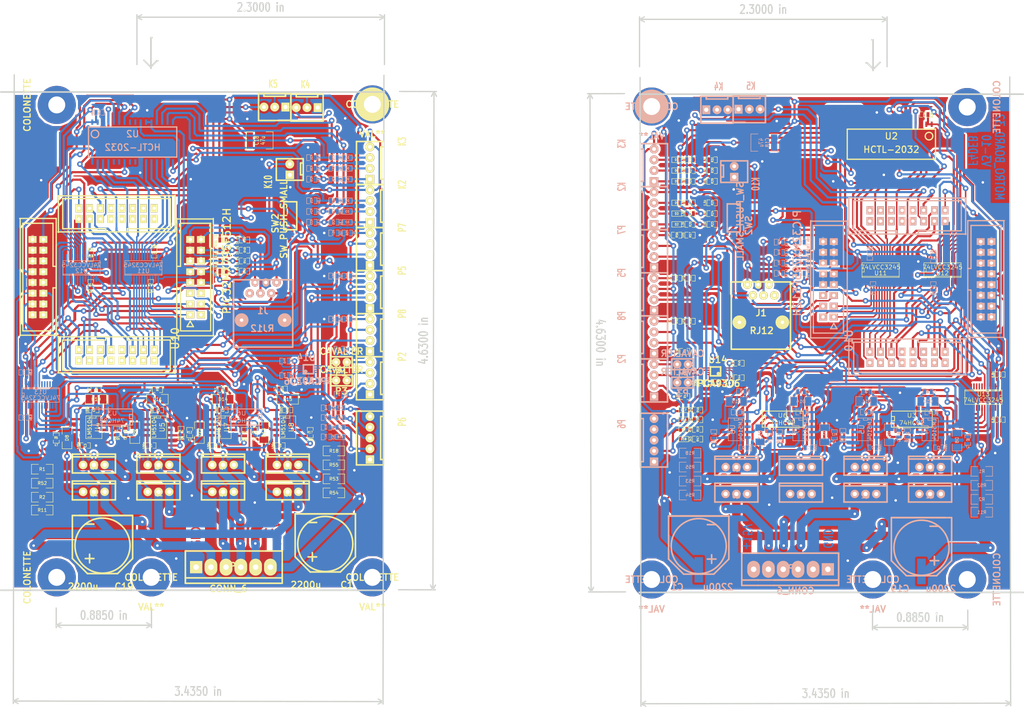
<source format=kicad_pcb>
(kicad_pcb (version 3) (host pcbnew "(2013-07-07 BZR 4022)-stable")
  (title_block (title MOTOR_BOARD) (rev V3-10) (company "CYBERNETISUE EN NORD") (comment 1 F4DEB))
  (layers (15 Dessus signal) (0 Dessous signal))
  (net 0 "")
  (net 1 +12V)
  (net 2 +15V)
  (net 3 +3.3V)
  (net 4 +5VD)
  (net 5 /MOTOR/ADC1)
  (net 6 /MOTOR/ADC2)
  (net 7 /MOTOR/DIR1)
  (net 8 /MOTOR/DIR2)
  (net 9 /MOTOR/PWM1)
  (net 10 /MOTOR/PWM2)
  (net 11 /PIC30F4013/BD0)
  (net 12 /PIC30F4013/BD1)
  (net 13 /PIC30F4013/BD2)
  (net 14 /PIC30F4013/BD3)
  (net 15 /PIC30F4013/BD4)
  (net 16 /PIC30F4013/BD5)
  (net 17 /PIC30F4013/BD6)
  (net 18 /PIC30F4013/BD7)
  (net 19 /PIC30F4013/D0)
  (net 20 /PIC30F4013/D1)
  (net 21 /PIC30F4013/D2)
  (net 22 /PIC30F4013/D3)
  (net 23 /PIC30F4013/D4)
  (net 24 /PIC30F4013/D5)
  (net 25 /PIC30F4013/D6)
  (net 26 /PIC30F4013/D7)
  (net 27 /PIC30F4013/DI1)
  (net 28 /PIC30F4013/DI2)
  (net 29 /PIC30F4013/IO1)
  (net 30 /PIC30F4013/IO2)
  (net 31 /PIC30F4013/OE)
  (net 32 /PIC30F4013/OSC)
  (net 33 /PIC30F4013/PGC)
  (net 34 /PIC30F4013/PGD)
  (net 35 /PIC30F4013/PW1)
  (net 36 /PIC30F4013/PW2)
  (net 37 /PIC30F4013/RF0)
  (net 38 /PIC30F4013/RF1)
  (net 39 /PIC30F4013/RST)
  (net 40 /PIC30F4013/RSTxy)
  (net 41 /PIC30F4013/RX1)
  (net 42 /PIC30F4013/RX2)
  (net 43 /PIC30F4013/RX3)
  (net 44 /PIC30F4013/SCL1)
  (net 45 /PIC30F4013/SDA1)
  (net 46 /PIC30F4013/SEL1)
  (net 47 /PIC30F4013/SEL2)
  (net 48 /PIC30F4013/U1RX)
  (net 49 /PIC30F4013/U1TX)
  (net 50 /PIC30F4013/U2RX)
  (net 51 /PIC30F4013/U2TX)
  (net 52 /PIC30F4013/U3RX)
  (net 53 /PIC30F4013/U3TX)
  (net 54 /PIC30F4013/X/Y)
  (net 55 GND)
  (net 56 N-00000101)
  (net 57 N-00000102)
  (net 58 N-00000104)
  (net 59 N-00000122)
  (net 60 N-00000123)
  (net 61 N-00000124)
  (net 62 N-00000125)
  (net 63 N-00000126)
  (net 64 N-00000127)
  (net 65 N-00000128)
  (net 66 N-00000129)
  (net 67 N-00000130)
  (net 68 N-00000131)
  (net 69 N-00000132)
  (net 70 N-00000133)
  (net 71 N-00000134)
  (net 72 N-00000135)
  (net 73 N-00000136)
  (net 74 N-00000145)
  (net 75 N-00000146)
  (net 76 N-00000147)
  (net 77 N-00000148)
  (net 78 N-00000149)
  (net 79 N-00000150)
  (net 80 N-00000151)
  (net 81 N-00000152)
  (net 82 N-00000153)
  (net 83 N-00000154)
  (net 84 N-00000155)
  (net 85 N-00000156)
  (net 86 N-00000157)
  (net 87 N-00000158)
  (net 88 N-00000159)
  (net 89 N-00000160)
  (net 90 N-00000161)
  (net 91 N-00000162)
  (net 92 N-00000163)
  (net 93 N-00000164)
  (net 94 N-00000165)
  (net 95 N-00000166)
  (net 96 N-00000167)
  (net 97 N-00000168)
  (net 98 N-00000169)
  (net 99 N-00000170)
  (net 100 N-00000171)
  (net 101 N-00000172)
  (net 102 N-00000173)
  (net 103 N-00000174)
  (net 104 N-00000175)
  (net 105 N-00000176)
  (net 106 N-00000177)
  (net 107 N-00000178)
  (net 108 N-00000179)
  (net 109 N-00000180)
  (net 110 N-0000021)
  (net 111 N-000003)
  (net 112 N-0000034)
  (net 113 N-0000053)
  (net 114 N-0000054)
  (net 115 N-0000055)
  (net 116 N-0000056)
  (net 117 N-0000057)
  (net 118 N-0000058)
  (net 119 N-0000059)
  (net 120 N-0000060)
  (net 121 N-0000061)
  (net 122 N-000007)
  (net 123 N-0000073)
  (net 124 N-000008)
  (net 125 N-0000083)
  (net 126 N-0000085)
  (net 127 N-000009)
  (net 128 N-0000090)
  (module C_14x16 (layer Dessous) (at 198.501 155.829)
    (fp_text reference C1)
    (fp_text value 2200u)
    (pad 1 smd rect (at 0 0) (size 2 6) (layers Dessous Dessous.Pate Dessous.Masque) (net 2 +15V))
    (pad 2 smd rect (at 0 -11.684) (size 2 6) (layers Dessous Dessous.Pate Dessous.Masque) (net 55 GND))
  )
  (module C_14x16 (layer Dessous) (at 251.079 156.21)
    (fp_text reference C19)
    (fp_text value 2200u)
    (pad 1 smd rect (at 0 0) (size 2 6) (layers Dessous Dessous.Pate Dessous.Masque) (net 2 +15V))
    (pad 2 smd rect (at 0 -11.684) (size 2 6) (layers Dessous Dessous.Pate Dessous.Masque) (net 55 GND))
  )
  (module SW2 (layer Dessous) (at 206.756 76.581 90)
    (fp_text reference SW2)
    (fp_text value SW_PUSH_SMALL)
    (pad 1 smd rect (at 0 0 90) (size 2.5 1.5) (layers Dessous Dessous.Pate Dessous.Masque) (net 39 /PIC30F4013/RST))
    (pad 2 smd rect (at 7.62 0 90) (size 2.5 1.5) (layers Dessous Dessous.Pate Dessous.Masque) (net 55 GND))
  )
  (module CAVALIER (layer Dessous) (at 193.421 111.633)
    (fp_text reference P3)
    (fp_text value CAVALIER)
    (pad 1 thru_hole circle (at 0 0) (size 1.99898 1.99898) (drill 0.8001) (layers *.Mask Dessus Dessous.SilkS) (net 44 /PIC30F4013/SCL1))
    (pad 2 thru_hole circle (at 2.54 0) (size 1.99898 1.99898) (drill 0.8001) (layers *.Mask Dessus Dessous.SilkS) (net 110 N-0000021))
  )
  (module COLONETTE (layer Dessous) (at 261.874 158.115 90)
    (fp_text reference K8)
    (fp_text value COLONETTE)
    (pad 1 thru_hole circle (at 0 0 90) (size 8.99922 8.99922) (drill 4.0005) (layers *.Cu))
  )
  (module COLONETTE (layer Dessous) (at 261.874 46.609 90)
    (fp_text reference K9)
    (fp_text value COLONETTE)
    (pad 1 thru_hole circle (at 0 0 90) (size 8.99922 8.99922) (drill 4.0005) (layers *.Cu))
  )
  (module CAVALIER (layer Dessous) (at 193.421 107.315)
    (fp_text reference P1)
    (fp_text value CAVALIER)
    (pad 1 thru_hole circle (at 0 0) (size 1.99898 1.99898) (drill 0.8001) (layers *.Mask Dessus Dessous.SilkS) (net 45 /PIC30F4013/SDA1))
    (pad 2 thru_hole circle (at 2.54 0) (size 1.99898 1.99898) (drill 0.8001) (layers *.Mask Dessus Dessous.SilkS) (net 112 N-0000034))
  )
  (module IRFIZ48V (layer Dessous) (at 222.631 137.922 90)
    (fp_text reference Q5)
    (fp_text value MOS_N hide)
    (pad 2 thru_hole circle (at 0 -2.54 90) (size 2 2) (drill 1.016) (layers *.Mask Dessus Dessous.SilkS) (net 107 N-00000178))
    (pad 3 thru_hole circle (at 0 0 90) (size 2 2) (drill 1.016) (layers *.Mask Dessus Dessous.SilkS) (net 2 +15V))
    (pad 1 thru_hole circle (at 0 2.54 90) (size 2 2) (drill 1.016) (layers *.Mask Dessus Dessous.SilkS) (net 91 N-00000162))
  )
  (module IRFIZ48V (layer Dessous) (at 253.111 137.922 90)
    (fp_text reference Q1)
    (fp_text value MOS_N hide)
    (pad 2 thru_hole circle (at 0 -2.54 90) (size 2 2) (drill 1.016) (layers *.Mask Dessus Dessous.SilkS) (net 105 N-00000176))
    (pad 3 thru_hole circle (at 0 0 90) (size 2 2) (drill 1.016) (layers *.Mask Dessus Dessous.SilkS) (net 2 +15V))
    (pad 1 thru_hole circle (at 0 2.54 90) (size 2 2) (drill 1.016) (layers *.Mask Dessus Dessous.SilkS) (net 85 N-00000156))
  )
  (module IRFIZ48V (layer Dessous) (at 222.631 131.572 90)
    (fp_text reference Q7)
    (fp_text value MOS_N hide)
    (pad 2 thru_hole circle (at 0 -2.54 90) (size 2 2) (drill 1.016) (layers *.Mask Dessus Dessous.SilkS) (net 6 /MOTOR/ADC2))
    (pad 3 thru_hole circle (at 0 0 90) (size 2 2) (drill 1.016) (layers *.Mask Dessus Dessous.SilkS) (net 107 N-00000178))
    (pad 1 thru_hole circle (at 0 2.54 90) (size 2 2) (drill 1.016) (layers *.Mask Dessus Dessous.SilkS) (net 83 N-00000154))
  )
  (module IRFIZ48V (layer Dessous) (at 237.871 131.572 90)
    (fp_text reference Q4)
    (fp_text value MOS_N hide)
    (pad 2 thru_hole circle (at 0 -2.54 90) (size 2 2) (drill 1.016) (layers *.Mask Dessus Dessous.SilkS) (net 5 /MOTOR/ADC1))
    (pad 3 thru_hole circle (at 0 0 90) (size 2 2) (drill 1.016) (layers *.Mask Dessus Dessous.SilkS) (net 106 N-00000177))
    (pad 1 thru_hole circle (at 0 2.54 90) (size 2 2) (drill 1.016) (layers *.Mask Dessus Dessous.SilkS) (net 95 N-00000166))
  )
  (module IRFIZ48V (layer Dessous) (at 237.871 137.922 90)
    (fp_text reference Q2)
    (fp_text value MOS_N hide)
    (pad 2 thru_hole circle (at 0 -2.54 90) (size 2 2) (drill 1.016) (layers *.Mask Dessus Dessous.SilkS) (net 106 N-00000177))
    (pad 3 thru_hole circle (at 0 0 90) (size 2 2) (drill 1.016) (layers *.Mask Dessus Dessous.SilkS) (net 2 +15V))
    (pad 1 thru_hole circle (at 0 2.54 90) (size 2 2) (drill 1.016) (layers *.Mask Dessus Dessous.SilkS) (net 96 N-00000167))
  )
  (module IRFIZ48V (layer Dessous) (at 207.391 131.572 90)
    (fp_text reference Q8)
    (fp_text value MOS_N hide)
    (pad 2 thru_hole circle (at 0 -2.54 90) (size 2 2) (drill 1.016) (layers *.Mask Dessus Dessous.SilkS) (net 6 /MOTOR/ADC2))
    (pad 3 thru_hole circle (at 0 0 90) (size 2 2) (drill 1.016) (layers *.Mask Dessus Dessous.SilkS) (net 108 N-00000179))
    (pad 1 thru_hole circle (at 0 2.54 90) (size 2 2) (drill 1.016) (layers *.Mask Dessus Dessous.SilkS) (net 93 N-00000164))
  )
  (module IRFIZ48V (layer Dessous) (at 207.391 137.922 90)
    (fp_text reference Q6)
    (fp_text value MOS_N hide)
    (pad 2 thru_hole circle (at 0 -2.54 90) (size 2 2) (drill 1.016) (layers *.Mask Dessus Dessous.SilkS) (net 108 N-00000179))
    (pad 3 thru_hole circle (at 0 0 90) (size 2 2) (drill 1.016) (layers *.Mask Dessus Dessous.SilkS) (net 2 +15V))
    (pad 1 thru_hole circle (at 0 2.54 90) (size 2 2) (drill 1.016) (layers *.Mask Dessus Dessous.SilkS) (net 82 N-00000153))
  )
  (module IRFIZ48V (layer Dessous) (at 253.111 131.572 90)
    (fp_text reference Q3)
    (fp_text value MOS_N hide)
    (pad 2 thru_hole circle (at 0 -2.54 90) (size 2 2) (drill 1.016) (layers *.Mask Dessus Dessous.SilkS) (net 5 /MOTOR/ADC1))
    (pad 3 thru_hole circle (at 0 0 90) (size 2 2) (drill 1.016) (layers *.Mask Dessus Dessous.SilkS) (net 105 N-00000176))
    (pad 1 thru_hole circle (at 0 2.54 90) (size 2 2) (drill 1.016) (layers *.Mask Dessus Dessous.SilkS) (net 84 N-00000155))
  )
  (module KK-3 (layer Dessous) (at 205.359 47.244 180)
    (fp_text reference K4)
    (fp_text value CONN_3 hide)
    (pad 1 thru_hole rect (at 5.08 0 180) (size 1.89992 2.10058) (drill 1.00076) (layers *.Mask Dessus Dessous.SilkS) (net 55 GND))
    (pad 2 thru_hole circle (at 2.54 0 180) (size 2.10058 2.10058) (drill 0.89916) (layers *.Mask Dessus Dessous.SilkS) (net 4 +5VD))
    (pad 3 thru_hole circle (at 0 0 180) (size 2.10058 2.10058) (drill 0.89916) (layers *.Mask Dessus Dessous.SilkS) (net 30 /PIC30F4013/IO2))
  )
  (module KK-3 (layer Dessous) (at 212.979 47.117 180)
    (fp_text reference K5)
    (fp_text value CONN_3 hide)
    (pad 1 thru_hole rect (at 5.08 0 180) (size 1.89992 2.10058) (drill 1.00076) (layers *.Mask Dessus Dessous.SilkS) (net 55 GND))
    (pad 2 thru_hole circle (at 2.54 0 180) (size 2.10058 2.10058) (drill 0.89916) (layers *.Mask Dessus Dessous.SilkS) (net 4 +5VD))
    (pad 3 thru_hole circle (at 0 0 180) (size 2.10058 2.10058) (drill 0.89916) (layers *.Mask Dessus Dessous.SilkS) (net 29 /PIC30F4013/IO1))
  )
  (module KK-4 (layer Dessous) (at 187.96 56.515 270)
    (fp_text reference K3)
    (fp_text value CONN_4 hide)
    (pad 1 thru_hole rect (at 7.62 0 270) (size 1.99898 1.99898) (drill 1.00076) (layers *.Mask Dessus Dessous.SilkS) (net 64 N-00000127))
    (pad 2 thru_hole circle (at 5.08 0 270) (size 2.10058 2.10058) (drill 0.89916) (layers *.Mask Dessus Dessous.SilkS) (net 118 N-0000058))
    (pad 3 thru_hole circle (at 2.54 0 270) (size 2.10058 2.10058) (drill 0.89916) (layers *.Mask Dessus Dessous.SilkS) (net 63 N-00000126))
    (pad 4 thru_hole circle (at 0 0 270) (size 2.10058 2.10058) (drill 0.89916) (layers *.Mask Dessus Dessous.SilkS) (net 1 +12V))
  )
  (module KK-4 (layer Dessous) (at 187.96 66.675 270)
    (fp_text reference K2)
    (fp_text value CONN_4 hide)
    (pad 1 thru_hole rect (at 7.62 0 270) (size 1.99898 1.99898) (drill 1.00076) (layers *.Mask Dessus Dessous.SilkS) (net 116 N-0000056))
    (pad 2 thru_hole circle (at 5.08 0 270) (size 2.10058 2.10058) (drill 0.89916) (layers *.Mask Dessus Dessous.SilkS) (net 65 N-00000128))
    (pad 3 thru_hole circle (at 2.54 0 270) (size 2.10058 2.10058) (drill 0.89916) (layers *.Mask Dessus Dessous.SilkS) (net 117 N-0000057))
    (pad 4 thru_hole circle (at 0 0 270) (size 2.10058 2.10058) (drill 0.89916) (layers *.Mask Dessus Dessous.SilkS) (net 1 +12V))
  )
  (module KK-4 (layer Dessous) (at 187.96 107.315 270)
    (fp_text reference P2)
    (fp_text value CONN_4 hide)
    (pad 1 thru_hole rect (at 7.62 0 270) (size 1.99898 1.99898) (drill 1.00076) (layers *.Mask Dessus Dessous.SilkS) (net 55 GND))
    (pad 2 thru_hole circle (at 5.08 0 270) (size 2.10058 2.10058) (drill 0.89916) (layers *.Mask Dessus Dessous.SilkS) (net 4 +5VD))
    (pad 3 thru_hole circle (at 2.54 0 270) (size 2.10058 2.10058) (drill 0.89916) (layers *.Mask Dessus Dessous.SilkS) (net 44 /PIC30F4013/SCL1))
    (pad 4 thru_hole circle (at 0 0 270) (size 2.10058 2.10058) (drill 0.89916) (layers *.Mask Dessus Dessous.SilkS) (net 45 /PIC30F4013/SDA1))
  )
  (module KK-4 (layer Dessous) (at 187.96 86.995 270)
    (fp_text reference P5)
    (fp_text value CONN_4 hide)
    (pad 1 thru_hole rect (at 7.62 0 270) (size 1.99898 1.99898) (drill 1.00076) (layers *.Mask Dessus Dessous.SilkS) (net 55 GND))
    (pad 2 thru_hole circle (at 5.08 0 270) (size 2.10058 2.10058) (drill 0.89916) (layers *.Mask Dessus Dessous.SilkS) (net 51 /PIC30F4013/U2TX))
    (pad 3 thru_hole circle (at 2.54 0 270) (size 2.10058 2.10058) (drill 0.89916) (layers *.Mask Dessus Dessous.SilkS) (net 4 +5VD))
    (pad 4 thru_hole circle (at 0 0 270) (size 2.10058 2.10058) (drill 0.89916) (layers *.Mask Dessus Dessous.SilkS) (net 50 /PIC30F4013/U2RX))
  )
  (module KK-4 (layer Dessous) (at 187.96 97.155 270)
    (fp_text reference P8)
    (fp_text value CONN_4 hide)
    (pad 1 thru_hole rect (at 7.62 0 270) (size 1.99898 1.99898) (drill 1.00076) (layers *.Mask Dessus Dessous.SilkS) (net 55 GND))
    (pad 2 thru_hole circle (at 5.08 0 270) (size 2.10058 2.10058) (drill 0.89916) (layers *.Mask Dessus Dessous.SilkS) (net 49 /PIC30F4013/U1TX))
    (pad 3 thru_hole circle (at 2.54 0 270) (size 2.10058 2.10058) (drill 0.89916) (layers *.Mask Dessus Dessous.SilkS) (net 4 +5VD))
    (pad 4 thru_hole circle (at 0 0 270) (size 2.10058 2.10058) (drill 0.89916) (layers *.Mask Dessus Dessous.SilkS) (net 48 /PIC30F4013/U1RX))
  )
  (module KK-4 (layer Dessous) (at 187.96 76.835 270)
    (fp_text reference P7)
    (fp_text value CONN_4 hide)
    (pad 1 thru_hole rect (at 7.62 0 270) (size 1.99898 1.99898) (drill 1.00076) (layers *.Mask Dessus Dessous.SilkS) (net 55 GND))
    (pad 2 thru_hole circle (at 5.08 0 270) (size 2.10058 2.10058) (drill 0.89916) (layers *.Mask Dessus Dessous.SilkS) (net 53 /PIC30F4013/U3TX))
    (pad 3 thru_hole circle (at 2.54 0 270) (size 2.10058 2.10058) (drill 0.89916) (layers *.Mask Dessus Dessous.SilkS) (net 4 +5VD))
    (pad 4 thru_hole circle (at 0 0 270) (size 2.10058 2.10058) (drill 0.89916) (layers *.Mask Dessus Dessous.SilkS) (net 52 /PIC30F4013/U3RX))
  )
  (module KK-5 (layer Dessous) (at 187.96 122.682 270)
    (fp_text reference P6)
    (fp_text value CONN_5 hide)
    (pad 5 thru_hole circle (at -2.54 0 270) (size 2.10058 2.10058) (drill 0.89916) (layers *.Mask Dessus Dessous.SilkS) (net 55 GND))
    (pad 1 thru_hole rect (at 7.62 0 270) (size 1.99898 1.99898) (drill 1.00076) (layers *.Mask Dessus Dessous.SilkS) (net 55 GND))
    (pad 2 thru_hole circle (at 5.08 0 270) (size 2.10058 2.10058) (drill 0.89916) (layers *.Mask Dessus Dessous.SilkS) (net 3 +3.3V))
    (pad 3 thru_hole circle (at 2.54 0 270) (size 2.10058 2.10058) (drill 0.89916) (layers *.Mask Dessus Dessous.SilkS) (net 4 +5VD))
    (pad 4 thru_hole circle (at 0 0 270) (size 2.10058 2.10058) (drill 0.89916) (layers *.Mask Dessus Dessous.SilkS) (net 1 +12V))
  )
  (module PIC32½64 (layer Dessous) (at 227.838 96.139 90)
    (fp_text reference U10)
    (fp_text value PIC32MX795F512H)
    (pad 15 thru_hole rect (at 17.78 2.54254 180) (size 1.9 1.6) (drill 0.8001) (layers *.Mask Dessus Dessous.SilkS) (net 33 /PIC30F4013/PGC))
    (pad 16 thru_hole rect (at 17.78 0.00254 180) (size 1.9 1.6) (drill 0.8001) (layers *.Mask Dessus Dessous.SilkS) (net 34 /PIC30F4013/PGD))
    (pad 13 thru_hole rect (at 15.24 2.54254 180) (size 1.9 1.6) (drill 0.8001) (layers *.Mask Dessus Dessous.SilkS) (net 59 N-00000122))
    (pad 14 thru_hole rect (at 15.24 0.00254 180) (size 1.9 1.6) (drill 0.8001) (layers *.Mask Dessus Dessous.SilkS) (net 123 N-0000073))
    (pad 11 thru_hole rect (at 12.7 2.54254 180) (size 1.9 1.6) (drill 0.8001) (layers *.Mask Dessus Dessous.SilkS) (net 60 N-00000123))
    (pad 12 thru_hole rect (at 12.7 0.00254 180) (size 1.9 1.6) (drill 0.8001) (layers *.Mask Dessus Dessous.SilkS) (net 61 N-00000124))
    (pad 9 thru_hole rect (at 10.16 2.54254 180) (size 1.9 1.6) (drill 0.8001) (layers *.Mask Dessus Dessous.SilkS) (net 55 GND))
    (pad 10 thru_hole rect (at 10.16 0.00254 180) (size 1.9 1.6) (drill 0.8001) (layers *.Mask Dessus Dessous.SilkS) (net 3 +3.3V))
    (pad 7 thru_hole rect (at 7.62 2.54254 180) (size 1.9 1.6) (drill 0.8001) (layers *.Mask Dessus Dessous.SilkS) (net 39 /PIC30F4013/RST))
    (pad 8 thru_hole rect (at 7.62 0.00254 180) (size 1.9 1.6) (drill 0.8001) (layers *.Mask Dessus Dessous.SilkS) (net 57 N-00000102))
    (pad 5 thru_hole rect (at 5.08 2.54254 180) (size 1.9 1.6) (drill 0.8001) (layers *.Mask Dessus Dessous.SilkS) (net 43 /PIC30F4013/RX3))
    (pad 6 thru_hole rect (at 5.08 0.00254 180) (size 1.9 1.6) (drill 0.8001) (layers *.Mask Dessus Dessous.SilkS) (net 125 N-0000083))
    (pad 3 thru_hole rect (at 2.54 2.54254 180) (size 1.9 1.6) (drill 0.8001) (layers *.Mask Dessus Dessous.SilkS) (net 18 /PIC30F4013/BD7))
    (pad 4 thru_hole rect (at 2.54 0.00254 180) (size 1.9 1.6) (drill 0.8001) (layers *.Mask Dessus Dessous.SilkS) (net 58 N-00000104))
    (pad 1 thru_hole rect (at 0 2.54254 180) (size 1.9 1.6) (drill 0.8001) (layers *.Mask Dessus Dessous.SilkS) (net 16 /PIC30F4013/BD5))
    (pad 2 thru_hole rect (at 0 0.00254 180) (size 1.9 1.6) (drill 0.8001) (layers *.Mask Dessus Dessous.SilkS) (net 17 /PIC30F4013/BD6))
    (pad 34 thru_hole rect (at 17.78 39.751 180) (size 1.9 1.6) (drill 0.8001) (layers *.Mask Dessus Dessous.SilkS))
    (pad 33 thru_hole rect (at 17.78 37.211 180) (size 1.9 1.6) (drill 0.8001) (layers *.Mask Dessus Dessous.SilkS) (net 126 N-0000085))
    (pad 36 thru_hole rect (at 15.24 39.751 180) (size 1.9 1.6) (drill 0.8001) (layers *.Mask Dessus Dessous.SilkS))
    (pad 35 thru_hole rect (at 15.24 37.211 180) (size 1.9 1.6) (drill 0.8001) (layers *.Mask Dessus Dessous.SilkS))
    (pad 38 thru_hole rect (at 12.7 39.751 180) (size 1.9 1.6) (drill 0.8001) (layers *.Mask Dessus Dessous.SilkS))
    (pad 37 thru_hole rect (at 12.7 37.211 180) (size 1.9 1.6) (drill 0.8001) (layers *.Mask Dessus Dessous.SilkS))
    (pad 40 thru_hole rect (at 10.16 39.751 180) (size 1.9 1.6) (drill 0.8001) (layers *.Mask Dessus Dessous.SilkS) (net 32 /PIC30F4013/OSC))
    (pad 39 thru_hole rect (at 10.16 37.211 180) (size 1.9 1.6) (drill 0.8001) (layers *.Mask Dessus Dessous.SilkS))
    (pad 42 thru_hole rect (at 7.62 39.751 180) (size 1.9 1.6) (drill 0.8001) (layers *.Mask Dessus Dessous.SilkS))
    (pad 41 thru_hole rect (at 7.62 37.211 180) (size 1.9 1.6) (drill 0.8001) (layers *.Mask Dessus Dessous.SilkS))
    (pad 44 thru_hole rect (at 5.08 39.751 180) (size 1.9 1.6) (drill 0.8001) (layers *.Mask Dessus Dessous.SilkS) (net 73 N-00000136))
    (pad 43 thru_hole rect (at 5.08 37.211 180) (size 1.9 1.6) (drill 0.8001) (layers *.Mask Dessus Dessous.SilkS) (net 72 N-00000135))
    (pad 46 thru_hole rect (at 2.54 39.751 180) (size 1.9 1.6) (drill 0.8001) (layers *.Mask Dessus Dessous.SilkS) (net 35 /PIC30F4013/PW1))
    (pad 45 thru_hole rect (at 2.54 37.211 180) (size 1.9 1.6) (drill 0.8001) (layers *.Mask Dessus Dessous.SilkS))
    (pad 48 thru_hole rect (at 0 39.751 180) (size 1.9 1.6) (drill 0.8001) (layers *.Mask Dessus Dessous.SilkS))
    (pad 47 thru_hole rect (at 0 37.211 180) (size 1.9 1.6) (drill 0.8001) (layers *.Mask Dessus Dessous.SilkS))
    (pad 31 thru_hole rect (at 22.606 28.829 180) (size 1.6002 1.89992) (drill 0.8001) (layers *.Mask Dessus Dessous.SilkS) (net 42 /PIC30F4013/RX2))
    (pad 32 thru_hole rect (at 25.146 28.829 180) (size 1.6002 1.89992) (drill 0.8001) (layers *.Mask Dessus Dessous.SilkS) (net 56 N-00000101))
    (pad 29 thru_hole rect (at 22.606 26.289 180) (size 1.6002 1.89992) (drill 0.8001) (layers *.Mask Dessus Dessous.SilkS) (net 5 /MOTOR/ADC1))
    (pad 30 thru_hole rect (at 25.146 26.289 180) (size 1.6002 1.89992) (drill 0.8001) (layers *.Mask Dessus Dessous.SilkS) (net 6 /MOTOR/ADC2))
    (pad 27 thru_hole rect (at 22.606 23.749 180) (size 1.6002 1.89992) (drill 0.8001) (layers *.Mask Dessus Dessous.SilkS) (net 29 /PIC30F4013/IO1))
    (pad 28 thru_hole rect (at 25.146 23.749 180) (size 1.6002 1.89992) (drill 0.8001) (layers *.Mask Dessus Dessous.SilkS) (net 30 /PIC30F4013/IO2))
    (pad 25 thru_hole rect (at 22.606 21.209 180) (size 1.6002 1.89992) (drill 0.8001) (layers *.Mask Dessus Dessous.SilkS))
    (pad 26 thru_hole rect (at 25.146 21.209 180) (size 1.6002 1.89992) (drill 0.8001) (layers *.Mask Dessus Dessous.SilkS))
    (pad 23 thru_hole rect (at 22.606 18.669 180) (size 1.6002 1.89992) (drill 0.8001) (layers *.Mask Dessus Dessous.SilkS))
    (pad 24 thru_hole rect (at 25.146 18.669 180) (size 1.6002 1.89992) (drill 0.8001) (layers *.Mask Dessus Dessous.SilkS))
    (pad 21 thru_hole rect (at 22.606 16.129 180) (size 1.6002 1.89992) (drill 0.8001) (layers *.Mask Dessus Dessous.SilkS))
    (pad 22 thru_hole rect (at 25.146 16.129 180) (size 1.6002 1.89992) (drill 0.8001) (layers *.Mask Dessus Dessous.SilkS))
    (pad 19 thru_hole rect (at 22.606 13.589 180) (size 1.6002 1.89992) (drill 0.8001) (layers *.Mask Dessus Dessous.SilkS))
    (pad 20 thru_hole rect (at 25.146 13.589 180) (size 1.6002 1.89992) (drill 0.8001) (layers *.Mask Dessus Dessous.SilkS))
    (pad 17 thru_hole rect (at 22.606 11.049 180) (size 1.6002 1.89992) (drill 0.8001) (layers *.Mask Dessus Dessous.SilkS))
    (pad 18 thru_hole rect (at 25.146 11.049 180) (size 1.6002 1.89992) (drill 0.8001) (layers *.Mask Dessus Dessous.SilkS))
    (pad 64 thru_hole rect (at -10.795 11.049 180) (size 1.6002 1.89992) (drill 0.8001) (layers *.Mask Dessus Dessous.SilkS) (net 15 /PIC30F4013/BD4))
    (pad 63 thru_hole rect (at -8.255 11.049 180) (size 1.6002 1.89992) (drill 0.8001) (layers *.Mask Dessus Dessous.SilkS) (net 14 /PIC30F4013/BD3))
    (pad 62 thru_hole rect (at -10.795 13.589 180) (size 1.6002 1.89992) (drill 0.8001) (layers *.Mask Dessus Dessous.SilkS) (net 13 /PIC30F4013/BD2))
    (pad 61 thru_hole rect (at -8.255 13.589 180) (size 1.6002 1.89992) (drill 0.8001) (layers *.Mask Dessus Dessous.SilkS) (net 12 /PIC30F4013/BD1))
    (pad 60 thru_hole rect (at -10.795 16.129 180) (size 1.6002 1.89992) (drill 0.8001) (layers *.Mask Dessus Dessous.SilkS) (net 11 /PIC30F4013/BD0))
    (pad 59 thru_hole rect (at -8.255 16.129 180) (size 1.6002 1.89992) (drill 0.8001) (layers *.Mask Dessus Dessous.SilkS) (net 38 /PIC30F4013/RF1))
    (pad 58 thru_hole rect (at -10.795 18.669 180) (size 1.6002 1.89992) (drill 0.8001) (layers *.Mask Dessus Dessous.SilkS) (net 37 /PIC30F4013/RF0))
    (pad 57 thru_hole rect (at -8.255 18.669 180) (size 1.6002 1.89992) (drill 0.8001) (layers *.Mask Dessus Dessous.SilkS))
    (pad 56 thru_hole rect (at -10.795 21.209 180) (size 1.6002 1.89992) (drill 0.8001) (layers *.Mask Dessus Dessous.SilkS))
    (pad 55 thru_hole rect (at -8.255 21.209 180) (size 1.6002 1.89992) (drill 0.8001) (layers *.Mask Dessus Dessous.SilkS) (net 28 /PIC30F4013/DI2))
    (pad 54 thru_hole rect (at -10.795 23.749 180) (size 1.6002 1.89992) (drill 0.8001) (layers *.Mask Dessus Dessous.SilkS) (net 27 /PIC30F4013/DI1))
    (pad 53 thru_hole rect (at -8.255 23.749 180) (size 1.6002 1.89992) (drill 0.8001) (layers *.Mask Dessus Dessous.SilkS))
    (pad 52 thru_hole rect (at -10.795 26.289 180) (size 1.6002 1.89992) (drill 0.8001) (layers *.Mask Dessus Dessous.SilkS))
    (pad 51 thru_hole rect (at -8.255 26.289 180) (size 1.6002 1.89992) (drill 0.8001) (layers *.Mask Dessus Dessous.SilkS) (net 128 N-0000090))
    (pad 50 thru_hole rect (at -10.795 28.829 180) (size 1.6002 1.89992) (drill 0.8001) (layers *.Mask Dessus Dessous.SilkS) (net 41 /PIC30F4013/RX1))
    (pad 49 thru_hole rect (at -8.255 28.829 180) (size 1.6002 1.89992) (drill 0.8001) (layers *.Mask Dessus Dessous.SilkS) (net 36 /PIC30F4013/PW2))
  )
  (module SIL-3"1/2-2-D (layer Dessous) (at 206.883 60.579 270)
    (fp_text reference K10)
    (fp_text value CONN_2 hide)
    (pad 1 thru_hole rect (at 2.54 0 270) (size 1.99898 1.99898) (drill 1.00076) (layers *.Mask Dessus Dessous.SilkS) (net 55 GND))
    (pad 2 thru_hole circle (at 0 0 270) (size 2.10058 2.10058) (drill 0.89916) (layers *.Mask Dessus Dessous.SilkS) (net 39 /PIC30F4013/RST))
  )
  (module SM0603 (layer Dessus) (at 193.294 59.055)
    (fp_text reference D7)
    (fp_text value JAUNE hide)
    (pad 1 smd rect (at -0.762 0) (size 0.635 1.143) (layers Dessus Dessus.Pate Dessus.Masque) (net 63 N-00000126))
    (pad 2 smd rect (at 0.762 0) (size 0.635 1.143) (layers Dessus Dessus.Pate Dessus.Masque) (net 69 N-00000132))
  )
  (module SM0603 (layer Dessus) (at 193.294 61.595)
    (fp_text reference D6)
    (fp_text value JAUNE hide)
    (pad 1 smd rect (at -0.762 0) (size 0.635 1.143) (layers Dessus Dessus.Pate Dessus.Masque) (net 118 N-0000058))
    (pad 2 smd rect (at 0.762 0) (size 0.635 1.143) (layers Dessus Dessus.Pate Dessus.Masque) (net 121 N-0000061))
  )
  (module SM0603 (layer Dessus) (at 193.294 64.135)
    (fp_text reference D5)
    (fp_text value JAUNE hide)
    (pad 1 smd rect (at -0.762 0) (size 0.635 1.143) (layers Dessus Dessus.Pate Dessus.Masque) (net 64 N-00000127))
    (pad 2 smd rect (at 0.762 0) (size 0.635 1.143) (layers Dessus Dessus.Pate Dessus.Masque) (net 70 N-00000133))
  )
  (module SM0603 (layer Dessus) (at 193.294 71.755)
    (fp_text reference D3)
    (fp_text value JAUNE hide)
    (pad 1 smd rect (at -0.762 0) (size 0.635 1.143) (layers Dessus Dessus.Pate Dessus.Masque) (net 65 N-00000128))
    (pad 2 smd rect (at 0.762 0) (size 0.635 1.143) (layers Dessus Dessus.Pate Dessus.Masque) (net 114 N-0000054))
  )
  (module SM0603 (layer Dessus) (at 193.294 69.215)
    (fp_text reference D4)
    (fp_text value JAUNE hide)
    (pad 1 smd rect (at -0.762 0) (size 0.635 1.143) (layers Dessus Dessus.Pate Dessus.Masque) (net 117 N-0000057))
    (pad 2 smd rect (at 0.762 0) (size 0.635 1.143) (layers Dessus Dessus.Pate Dessus.Masque) (net 67 N-00000130))
  )
  (module SM0603 (layer Dessus) (at 193.294 74.295)
    (fp_text reference D2)
    (fp_text value JAUNE hide)
    (pad 1 smd rect (at -0.762 0) (size 0.635 1.143) (layers Dessus Dessus.Pate Dessus.Masque) (net 116 N-0000056))
    (pad 2 smd rect (at 0.762 0) (size 0.635 1.143) (layers Dessus Dessus.Pate Dessus.Masque) (net 68 N-00000131))
  )
  (module SM0603 (layer Dessus) (at 194.945 118.11)
    (fp_text reference D17)
    (fp_text value VERT hide)
    (pad 1 smd rect (at -0.762 0) (size 0.635 1.143) (layers Dessus Dessus.Pate Dessus.Masque) (net 1 +12V))
    (pad 2 smd rect (at 0.762 0) (size 0.635 1.143) (layers Dessus Dessus.Pate Dessus.Masque) (net 127 N-000009))
  )
  (module SM0603 (layer Dessus) (at 194.945 124.968)
    (fp_text reference D18)
    (fp_text value VERT hide)
    (pad 1 smd rect (at -0.762 0) (size 0.635 1.143) (layers Dessus Dessus.Pate Dessus.Masque) (net 2 +15V))
    (pad 2 smd rect (at 0.762 0) (size 0.635 1.143) (layers Dessus Dessus.Pate Dessus.Masque) (net 111 N-000003))
  )
  (module SM0603 (layer Dessus) (at 194.945 122.682)
    (fp_text reference D1)
    (fp_text value VERT hide)
    (pad 1 smd rect (at -0.762 0) (size 0.635 1.143) (layers Dessus Dessus.Pate Dessus.Masque) (net 3 +3.3V))
    (pad 2 smd rect (at 0.762 0) (size 0.635 1.143) (layers Dessus Dessus.Pate Dessus.Masque) (net 122 N-000007))
  )
  (module SM0603 (layer Dessus) (at 194.945 120.396)
    (fp_text reference D16)
    (fp_text value VERT hide)
    (pad 1 smd rect (at -0.762 0) (size 0.635 1.143) (layers Dessus Dessus.Pate Dessus.Masque) (net 4 +5VD))
    (pad 2 smd rect (at 0.762 0) (size 0.635 1.143) (layers Dessus Dessus.Pate Dessus.Masque) (net 124 N-000008))
  )
  (module SM0603_Capa (layer Dessus) (at 251.841 48.387 180)
    (fp_text reference C21)
    (fp_text value 6.8n)
    (pad 1 smd rect (at -0.762 0 180) (size 0.635 1.143) (layers Dessus Dessus.Pate Dessus.Masque) (net 4 +5VD))
    (pad 2 smd rect (at 0.762 0 180) (size 0.635 1.143) (layers Dessus Dessus.Pate Dessus.Masque) (net 55 GND))
  )
  (module SM0603_Capa (layer Dessous) (at 207.391 118.618 180)
    (fp_text reference C10)
    (fp_text value 100n)
    (pad 1 smd rect (at -0.762 0 180) (size 0.635 1.143) (layers Dessous Dessous.Pate Dessous.Masque) (net 1 +12V))
    (pad 2 smd rect (at 0.762 0 180) (size 0.635 1.143) (layers Dessous Dessous.Pate Dessous.Masque) (net 55 GND))
  )
  (module SM0603_Capa (layer Dessous) (at 237.871 118.618 180)
    (fp_text reference C6)
    (fp_text value 100n)
    (pad 1 smd rect (at -0.762 0 180) (size 0.635 1.143) (layers Dessous Dessous.Pate Dessous.Masque) (net 1 +12V))
    (pad 2 smd rect (at 0.762 0 180) (size 0.635 1.143) (layers Dessous Dessous.Pate Dessous.Masque) (net 55 GND))
  )
  (module SM0603_Capa (layer Dessous) (at 209.169 127 180)
    (fp_text reference C8)
    (fp_text value 100n)
    (pad 1 smd rect (at -0.762 0 180) (size 0.635 1.143) (layers Dessous Dessous.Pate Dessous.Masque) (net 108 N-00000179))
    (pad 2 smd rect (at 0.762 0 180) (size 0.635 1.143) (layers Dessous Dessous.Pate Dessous.Masque) (net 79 N-00000150))
  )
  (module SM0603_Capa (layer Dessous) (at 255.143 127 180)
    (fp_text reference C3)
    (fp_text value 100n)
    (pad 1 smd rect (at -0.762 0 180) (size 0.635 1.143) (layers Dessous Dessous.Pate Dessous.Masque) (net 105 N-00000176))
    (pad 2 smd rect (at 0.762 0 180) (size 0.635 1.143) (layers Dessous Dessous.Pate Dessous.Masque) (net 104 N-00000175))
  )
  (module SM0603_Capa (layer Dessous) (at 238.887 81.534 270)
    (fp_text reference C15)
    (fp_text value 6.8n)
    (pad 1 smd rect (at -0.762 0 270) (size 0.635 1.143) (layers Dessous Dessous.Pate Dessous.Masque) (net 4 +5VD))
    (pad 2 smd rect (at 0.762 0 270) (size 0.635 1.143) (layers Dessous Dessous.Pate Dessous.Masque) (net 55 GND))
  )
  (module SM0603_Capa (layer Dessous) (at 253.873 82.296 270)
    (fp_text reference C16)
    (fp_text value 6.8n)
    (pad 1 smd rect (at -0.762 0 270) (size 0.635 1.143) (layers Dessous Dessous.Pate Dessous.Masque) (net 4 +5VD))
    (pad 2 smd rect (at 0.762 0 270) (size 0.635 1.143) (layers Dessous Dessous.Pate Dessous.Masque) (net 55 GND))
  )
  (module SM0603_Capa (layer Dessous) (at 224.409 127 180)
    (fp_text reference C7)
    (fp_text value 100n)
    (pad 1 smd rect (at -0.762 0 180) (size 0.635 1.143) (layers Dessous Dessous.Pate Dessous.Masque) (net 107 N-00000178))
    (pad 2 smd rect (at 0.762 0 180) (size 0.635 1.143) (layers Dessous Dessous.Pate Dessous.Masque) (net 99 N-00000170))
  )
  (module SM0603_Capa (layer Dessous) (at 239.649 127 180)
    (fp_text reference C4)
    (fp_text value 100n)
    (pad 1 smd rect (at -0.762 0 180) (size 0.635 1.143) (layers Dessous Dessous.Pate Dessous.Masque) (net 106 N-00000177))
    (pad 2 smd rect (at 0.762 0 180) (size 0.635 1.143) (layers Dessous Dessous.Pate Dessous.Masque) (net 90 N-00000161))
  )
  (module SM0603_Capa (layer Dessus) (at 269.621 120.396)
    (fp_text reference C17)
    (fp_text value 6.8n)
    (pad 1 smd rect (at -0.762 0) (size 0.635 1.143) (layers Dessus Dessus.Pate Dessus.Masque) (net 4 +5VD))
    (pad 2 smd rect (at 0.762 0) (size 0.635 1.143) (layers Dessus Dessus.Pate Dessus.Masque) (net 55 GND))
  )
  (module SM0603_Capa (layer Dessous) (at 253.111 118.618 180)
    (fp_text reference C5)
    (fp_text value 100n)
    (pad 1 smd rect (at -0.762 0 180) (size 0.635 1.143) (layers Dessous Dessous.Pate Dessous.Masque) (net 1 +12V))
    (pad 2 smd rect (at 0.762 0 180) (size 0.635 1.143) (layers Dessous Dessous.Pate Dessous.Masque) (net 55 GND))
  )
  (module SM0603_Capa (layer Dessous) (at 222.631 118.618 180)
    (fp_text reference C9)
    (fp_text value 100n)
    (pad 1 smd rect (at -0.762 0 180) (size 0.635 1.143) (layers Dessous Dessous.Pate Dessous.Masque) (net 1 +12V))
    (pad 2 smd rect (at 0.762 0 180) (size 0.635 1.143) (layers Dessous Dessous.Pate Dessous.Masque) (net 55 GND))
  )
  (module SM0603_Capa (layer Dessus) (at 269.621 109.728)
    (fp_text reference C11)
    (fp_text value 6.8n)
    (pad 1 smd rect (at -0.762 0) (size 0.635 1.143) (layers Dessus Dessus.Pate Dessus.Masque) (net 3 +3.3V))
    (pad 2 smd rect (at 0.762 0) (size 0.635 1.143) (layers Dessus Dessus.Pate Dessus.Masque) (net 55 GND))
  )
  (module SM0603_Capa (layer Dessus) (at 203.2 111.506)
    (fp_text reference C12)
    (fp_text value 6.8n)
    (pad 1 smd rect (at -0.762 0) (size 0.635 1.143) (layers Dessus Dessus.Pate Dessus.Masque) (net 3 +3.3V))
    (pad 2 smd rect (at 0.762 0) (size 0.635 1.143) (layers Dessus Dessus.Pate Dessus.Masque) (net 55 GND))
  )
  (module SM0603_Capa (layer Dessous) (at 253.873 89.027 90)
    (fp_text reference C13)
    (fp_text value 6.8n)
    (pad 1 smd rect (at -0.762 0 90) (size 0.635 1.143) (layers Dessous Dessous.Pate Dessous.Masque) (net 3 +3.3V))
    (pad 2 smd rect (at 0.762 0 90) (size 0.635 1.143) (layers Dessous Dessous.Pate Dessous.Masque) (net 55 GND))
  )
  (module SM0603_Capa (layer Dessous) (at 239.649 89.027 90)
    (fp_text reference C14)
    (fp_text value 6.8n)
    (pad 1 smd rect (at -0.762 0 90) (size 0.635 1.143) (layers Dessous Dessous.Pate Dessous.Masque) (net 3 +3.3V))
    (pad 2 smd rect (at 0.762 0 90) (size 0.635 1.143) (layers Dessous Dessous.Pate Dessous.Masque) (net 55 GND))
  )
  (module SM0603_Resistor (layer Dessous) (at 245.745 123.698 90)
    (fp_text reference R6)
    (fp_text value 47)
    (pad 1 smd rect (at -0.762 0 90) (size 0.635 1.143) (layers Dessous Dessous.Pate Dessous.Masque) (net 96 N-00000167))
    (pad 2 smd rect (at 0.762 0 90) (size 0.635 1.143) (layers Dessous Dessous.Pate Dessous.Masque) (net 81 N-00000152))
  )
  (module SM0603_Resistor (layer Dessous) (at 238.125 113.792 180)
    (fp_text reference R9)
    (fp_text value 47)
    (pad 1 smd rect (at -0.762 0 180) (size 0.635 1.143) (layers Dessous Dessous.Pate Dessous.Masque) (net 95 N-00000166))
    (pad 2 smd rect (at 0.762 0 180) (size 0.635 1.143) (layers Dessous Dessous.Pate Dessous.Masque) (net 89 N-00000160))
  )
  (module SM0603_Resistor (layer Dessous) (at 252.603 113.792 180)
    (fp_text reference R8)
    (fp_text value 47)
    (pad 1 smd rect (at -0.762 0 180) (size 0.635 1.143) (layers Dessous Dessous.Pate Dessous.Masque) (net 84 N-00000155))
    (pad 2 smd rect (at 0.762 0 180) (size 0.635 1.143) (layers Dessous Dessous.Pate Dessous.Masque) (net 97 N-00000168))
  )
  (module SM0603_Resistor (layer Dessous) (at 232.537 123.698 90)
    (fp_text reference R10)
    (fp_text value 220k)
    (pad 1 smd rect (at -0.762 0 90) (size 0.635 1.143) (layers Dessous Dessous.Pate Dessous.Masque) (net 94 N-00000165))
    (pad 2 smd rect (at 0.762 0 90) (size 0.635 1.143) (layers Dessous Dessous.Pate Dessous.Masque) (net 55 GND))
  )
  (module SM0603_Resistor (layer Dessous) (at 202.057 123.952 90)
    (fp_text reference R17)
    (fp_text value 220k)
    (pad 1 smd rect (at -0.762 0 90) (size 0.635 1.143) (layers Dessous Dessous.Pate Dessous.Masque) (net 77 N-00000148))
    (pad 2 smd rect (at 0.762 0 90) (size 0.635 1.143) (layers Dessous Dessous.Pate Dessous.Masque) (net 55 GND))
  )
  (module SM0603_Resistor (layer Dessous) (at 215.265 123.952 90)
    (fp_text reference R13)
    (fp_text value 47)
    (pad 1 smd rect (at -0.762 0 90) (size 0.635 1.143) (layers Dessous Dessous.Pate Dessous.Masque) (net 82 N-00000153))
    (pad 2 smd rect (at 0.762 0 90) (size 0.635 1.143) (layers Dessous Dessous.Pate Dessous.Masque) (net 78 N-00000149))
  )
  (module SM0603_Resistor (layer Dessous) (at 208.661 113.665 180)
    (fp_text reference R16)
    (fp_text value 47)
    (pad 1 smd rect (at -0.762 0 180) (size 0.635 1.143) (layers Dessous Dessous.Pate Dessous.Masque) (net 93 N-00000164))
    (pad 2 smd rect (at 0.762 0 180) (size 0.635 1.143) (layers Dessous Dessous.Pate Dessous.Masque) (net 80 N-00000151))
  )
  (module SM0603_Resistor (layer Dessous) (at 222.631 113.792 180)
    (fp_text reference R15)
    (fp_text value 47)
    (pad 1 smd rect (at -0.762 0 180) (size 0.635 1.143) (layers Dessous Dessous.Pate Dessous.Masque) (net 83 N-00000154))
    (pad 2 smd rect (at 0.762 0 180) (size 0.635 1.143) (layers Dessous Dessous.Pate Dessous.Masque) (net 92 N-00000163))
  )
  (module SM0603_Resistor (layer Dessous) (at 230.505 123.952 90)
    (fp_text reference R12)
    (fp_text value 47)
    (pad 1 smd rect (at -0.762 0 90) (size 0.635 1.143) (layers Dessous Dessous.Pate Dessous.Masque) (net 91 N-00000162))
    (pad 2 smd rect (at 0.762 0 90) (size 0.635 1.143) (layers Dessous Dessous.Pate Dessous.Masque) (net 86 N-00000157))
  )
  (module SM0603_Resistor (layer Dessous) (at 217.551 123.952 90)
    (fp_text reference R14)
    (fp_text value 220k)
    (pad 1 smd rect (at -0.762 0 90) (size 0.635 1.143) (layers Dessous Dessous.Pate Dessous.Masque) (net 100 N-00000171))
    (pad 2 smd rect (at 0.762 0 90) (size 0.635 1.143) (layers Dessous Dessous.Pate Dessous.Masque) (net 55 GND))
  )
  (module SM0603_Resistor (layer Dessus) (at 198.247 124.968)
    (fp_text reference R47)
    (fp_text value 3k3)
    (pad 1 smd rect (at -0.762 0) (size 0.635 1.143) (layers Dessus Dessus.Pate Dessus.Masque) (net 111 N-000003))
    (pad 2 smd rect (at 0.762 0) (size 0.635 1.143) (layers Dessus Dessus.Pate Dessus.Masque) (net 55 GND))
  )
  (module SM0603_Resistor (layer Dessus) (at 198.247 118.11)
    (fp_text reference R46)
    (fp_text value 3k3)
    (pad 1 smd rect (at -0.762 0) (size 0.635 1.143) (layers Dessus Dessus.Pate Dessus.Masque) (net 127 N-000009))
    (pad 2 smd rect (at 0.762 0) (size 0.635 1.143) (layers Dessus Dessus.Pate Dessus.Masque) (net 55 GND))
  )
  (module SM0603_Resistor (layer Dessus) (at 198.247 120.396)
    (fp_text reference R34)
    (fp_text value 1k)
    (pad 1 smd rect (at -0.762 0) (size 0.635 1.143) (layers Dessus Dessus.Pate Dessus.Masque) (net 124 N-000008))
    (pad 2 smd rect (at 0.762 0) (size 0.635 1.143) (layers Dessus Dessus.Pate Dessus.Masque) (net 55 GND))
  )
  (module SM0603_Resistor (layer Dessus) (at 198.247 122.682)
    (fp_text reference R19)
    (fp_text value 470)
    (pad 1 smd rect (at -0.762 0) (size 0.635 1.143) (layers Dessus Dessus.Pate Dessus.Masque) (net 122 N-000007))
    (pad 2 smd rect (at 0.762 0) (size 0.635 1.143) (layers Dessus Dessus.Pate Dessus.Masque) (net 55 GND))
  )
  (module SM0603_Resistor (layer Dessus) (at 195.199 114.935)
    (fp_text reference R4)
    (fp_text value 1.5k)
    (pad 1 smd rect (at -0.762 0) (size 0.635 1.143) (layers Dessus Dessus.Pate Dessus.Masque) (net 4 +5VD))
    (pad 2 smd rect (at 0.762 0) (size 0.635 1.143) (layers Dessus Dessus.Pate Dessus.Masque) (net 110 N-0000021))
  )
  (module SM0603_Resistor (layer Dessous) (at 262.001 125.222 90)
    (fp_text reference R5)
    (fp_text value 47)
    (pad 1 smd rect (at -0.762 0 90) (size 0.635 1.143) (layers Dessous Dessous.Pate Dessous.Masque) (net 85 N-00000156))
    (pad 2 smd rect (at 0.762 0 90) (size 0.635 1.143) (layers Dessous Dessous.Pate Dessous.Masque) (net 98 N-00000169))
  )
  (module SM0603_Resistor (layer Dessus) (at 196.469 71.755)
    (fp_text reference R21)
    (fp_text value 1.5k)
    (pad 1 smd rect (at -0.762 0) (size 0.635 1.143) (layers Dessus Dessus.Pate Dessus.Masque) (net 114 N-0000054))
    (pad 2 smd rect (at 0.762 0) (size 0.635 1.143) (layers Dessus Dessus.Pate Dessus.Masque) (net 115 N-0000055))
  )
  (module SM0603_Resistor (layer Dessus) (at 196.469 74.295)
    (fp_text reference R20)
    (fp_text value 1.5k)
    (pad 1 smd rect (at -0.762 0) (size 0.635 1.143) (layers Dessus Dessus.Pate Dessus.Masque) (net 68 N-00000131))
    (pad 2 smd rect (at 0.762 0) (size 0.635 1.143) (layers Dessus Dessus.Pate Dessus.Masque) (net 62 N-00000125))
  )
  (module SM0603_Resistor (layer Dessous) (at 222.631 78.486 180)
    (fp_text reference R35)
    (fp_text value "10k 1%")
    (pad 1 smd rect (at -0.762 0 180) (size 0.635 1.143) (layers Dessous Dessous.Pate Dessous.Masque) (net 2 +15V))
    (pad 2 smd rect (at 0.762 0 180) (size 0.635 1.143) (layers Dessous Dessous.Pate Dessous.Masque) (net 123 N-0000073))
  )
  (module SM0603_Resistor (layer Dessous) (at 222.631 80.899 180)
    (fp_text reference R36)
    (fp_text value "10k 1%")
    (pad 1 smd rect (at -0.762 0 180) (size 0.635 1.143) (layers Dessous Dessous.Pate Dessous.Masque) (net 1 +12V))
    (pad 2 smd rect (at 0.762 0 180) (size 0.635 1.143) (layers Dessous Dessous.Pate Dessous.Masque) (net 59 N-00000122))
  )
  (module SM0603_Resistor (layer Dessous) (at 222.631 83.439 180)
    (fp_text reference R37)
    (fp_text value "10k 1%")
    (pad 1 smd rect (at -0.762 0 180) (size 0.635 1.143) (layers Dessous Dessous.Pate Dessous.Masque) (net 4 +5VD))
    (pad 2 smd rect (at 0.762 0 180) (size 0.635 1.143) (layers Dessous Dessous.Pate Dessous.Masque) (net 61 N-00000124))
  )
  (module SM0603_Resistor (layer Dessous) (at 222.631 85.852 180)
    (fp_text reference R38)
    (fp_text value "10k 1%")
    (pad 1 smd rect (at -0.762 0 180) (size 0.635 1.143) (layers Dessous Dessous.Pate Dessous.Masque) (net 3 +3.3V))
    (pad 2 smd rect (at 0.762 0 180) (size 0.635 1.143) (layers Dessous Dessous.Pate Dessous.Masque) (net 60 N-00000123))
  )
  (module SM0603_Resistor (layer Dessous) (at 217.551 78.486 180)
    (fp_text reference R39)
    (fp_text value "1k 1%")
    (pad 1 smd rect (at -0.762 0 180) (size 0.635 1.143) (layers Dessous Dessous.Pate Dessous.Masque) (net 123 N-0000073))
    (pad 2 smd rect (at 0.762 0 180) (size 0.635 1.143) (layers Dessous Dessous.Pate Dessous.Masque) (net 55 GND))
  )
  (module SM0603_Resistor (layer Dessous) (at 217.551 80.899 180)
    (fp_text reference R40)
    (fp_text value "1k 1%")
    (pad 1 smd rect (at -0.762 0 180) (size 0.635 1.143) (layers Dessous Dessous.Pate Dessous.Masque) (net 59 N-00000122))
    (pad 2 smd rect (at 0.762 0 180) (size 0.635 1.143) (layers Dessous Dessous.Pate Dessous.Masque) (net 55 GND))
  )
  (module SM0603_Resistor (layer Dessous) (at 217.551 83.439 180)
    (fp_text reference R41)
    (fp_text value "1k 1%")
    (pad 1 smd rect (at -0.762 0 180) (size 0.635 1.143) (layers Dessous Dessous.Pate Dessous.Masque) (net 61 N-00000124))
    (pad 2 smd rect (at 0.762 0 180) (size 0.635 1.143) (layers Dessous Dessous.Pate Dessous.Masque) (net 55 GND))
  )
  (module SM0603_Resistor (layer Dessous) (at 217.551 85.852 180)
    (fp_text reference R42)
    (fp_text value "1k 1%")
    (pad 1 smd rect (at -0.762 0 180) (size 0.635 1.143) (layers Dessous Dessous.Pate Dessous.Masque) (net 60 N-00000123))
    (pad 2 smd rect (at 0.762 0 180) (size 0.635 1.143) (layers Dessous Dessous.Pate Dessous.Masque) (net 55 GND))
  )
  (module SM0603_Resistor (layer Dessus) (at 196.469 69.215)
    (fp_text reference R22)
    (fp_text value 1.5k)
    (pad 1 smd rect (at -0.762 0) (size 0.635 1.143) (layers Dessus Dessus.Pate Dessus.Masque) (net 67 N-00000130))
    (pad 2 smd rect (at 0.762 0) (size 0.635 1.143) (layers Dessus Dessus.Pate Dessus.Masque) (net 66 N-00000129))
  )
  (module SM0603_Resistor (layer Dessus) (at 208.026 110.49)
    (fp_text reference R44)
    (fp_text value 2.1k)
    (pad 1 smd rect (at -0.762 0) (size 0.635 1.143) (layers Dessus Dessus.Pate Dessus.Masque) (net 3 +3.3V))
    (pad 2 smd rect (at 0.762 0) (size 0.635 1.143) (layers Dessus Dessus.Pate Dessus.Masque) (net 73 N-00000136))
  )
  (module SM0603_Resistor (layer Dessus) (at 208.026 107.061)
    (fp_text reference R45)
    (fp_text value 2.1k)
    (pad 1 smd rect (at -0.762 0) (size 0.635 1.143) (layers Dessus Dessus.Pate Dessus.Masque) (net 3 +3.3V))
    (pad 2 smd rect (at 0.762 0) (size 0.635 1.143) (layers Dessus Dessus.Pate Dessus.Masque) (net 72 N-00000135))
  )
  (module SM0603_Resistor (layer Dessus) (at 196.469 97.155)
    (fp_text reference R50)
    (fp_text value 1k5)
    (pad 1 smd rect (at -0.762 0) (size 0.635 1.143) (layers Dessus Dessus.Pate Dessus.Masque) (net 41 /PIC30F4013/RX1))
    (pad 2 smd rect (at 0.762 0) (size 0.635 1.143) (layers Dessus Dessus.Pate Dessus.Masque) (net 55 GND))
  )
  (module SM0603_Resistor (layer Dessus) (at 196.469 86.995)
    (fp_text reference R51)
    (fp_text value 1k5)
    (pad 1 smd rect (at -0.762 0) (size 0.635 1.143) (layers Dessus Dessus.Pate Dessus.Masque) (net 42 /PIC30F4013/RX2))
    (pad 2 smd rect (at 0.762 0) (size 0.635 1.143) (layers Dessus Dessus.Pate Dessus.Masque) (net 55 GND))
  )
  (module SM0603_Resistor (layer Dessus) (at 193.294 86.995)
    (fp_text reference R49)
    (fp_text value 1k)
    (pad 1 smd rect (at -0.762 0) (size 0.635 1.143) (layers Dessus Dessus.Pate Dessus.Masque) (net 50 /PIC30F4013/U2RX))
    (pad 2 smd rect (at 0.762 0) (size 0.635 1.143) (layers Dessus Dessus.Pate Dessus.Masque) (net 42 /PIC30F4013/RX2))
  )
  (module SM0603_Resistor (layer Dessus) (at 193.294 97.155)
    (fp_text reference R48)
    (fp_text value 1k)
    (pad 1 smd rect (at -0.762 0) (size 0.635 1.143) (layers Dessus Dessus.Pate Dessus.Masque) (net 48 /PIC30F4013/U1RX))
    (pad 2 smd rect (at 0.762 0) (size 0.635 1.143) (layers Dessus Dessus.Pate Dessus.Masque) (net 41 /PIC30F4013/RX1))
  )
  (module SM0603_Resistor (layer Dessus) (at 196.469 76.835)
    (fp_text reference R57)
    (fp_text value 1k5)
    (pad 1 smd rect (at -0.762 0) (size 0.635 1.143) (layers Dessus Dessus.Pate Dessus.Masque) (net 43 /PIC30F4013/RX3))
    (pad 2 smd rect (at 0.762 0) (size 0.635 1.143) (layers Dessus Dessus.Pate Dessus.Masque) (net 55 GND))
  )
  (module SM0603_Resistor (layer Dessus) (at 193.294 76.835)
    (fp_text reference R56)
    (fp_text value 1k)
    (pad 1 smd rect (at -0.762 0) (size 0.635 1.143) (layers Dessus Dessus.Pate Dessus.Masque) (net 52 /PIC30F4013/U3RX))
    (pad 2 smd rect (at 0.762 0) (size 0.635 1.143) (layers Dessus Dessus.Pate Dessus.Masque) (net 43 /PIC30F4013/RX3))
  )
  (module SM0603_Resistor (layer Dessus) (at 199.517 111.633)
    (fp_text reference R43)
    (fp_text value 220k)
    (pad 1 smd rect (at -0.762 0) (size 0.635 1.143) (layers Dessus Dessus.Pate Dessus.Masque) (net 4 +5VD))
    (pad 2 smd rect (at 0.762 0) (size 0.635 1.143) (layers Dessus Dessus.Pate Dessus.Masque) (net 113 N-0000053))
  )
  (module SM0603_Resistor (layer Dessus) (at 195.199 104.267)
    (fp_text reference R3)
    (fp_text value 1.5k)
    (pad 1 smd rect (at -0.762 0) (size 0.635 1.143) (layers Dessus Dessus.Pate Dessus.Masque) (net 4 +5VD))
    (pad 2 smd rect (at 0.762 0) (size 0.635 1.143) (layers Dessus Dessus.Pate Dessus.Masque) (net 112 N-0000034))
  )
  (module SM0603_Resistor (layer Dessus) (at 201.676 59.055)
    (fp_text reference R31)
    (fp_text value 1.5k)
    (pad 1 smd rect (at -0.762 0) (size 0.635 1.143) (layers Dessus Dessus.Pate Dessus.Masque) (net 120 N-0000060))
    (pad 2 smd rect (at 0.762 0) (size 0.635 1.143) (layers Dessus Dessus.Pate Dessus.Masque) (net 55 GND))
  )
  (module SM0603_Resistor (layer Dessus) (at 201.676 61.595)
    (fp_text reference R30)
    (fp_text value 1.5k)
    (pad 1 smd rect (at -0.762 0) (size 0.635 1.143) (layers Dessus Dessus.Pate Dessus.Masque) (net 71 N-00000134))
    (pad 2 smd rect (at 0.762 0) (size 0.635 1.143) (layers Dessus Dessus.Pate Dessus.Masque) (net 55 GND))
  )
  (module SM0603_Resistor (layer Dessus) (at 196.469 59.055)
    (fp_text reference R28)
    (fp_text value 1.5k)
    (pad 1 smd rect (at -0.762 0) (size 0.635 1.143) (layers Dessus Dessus.Pate Dessus.Masque) (net 69 N-00000132))
    (pad 2 smd rect (at 0.762 0) (size 0.635 1.143) (layers Dessus Dessus.Pate Dessus.Masque) (net 120 N-0000060))
  )
  (module SM0603_Resistor (layer Dessous) (at 247.777 123.698 90)
    (fp_text reference R7)
    (fp_text value 220k)
    (pad 1 smd rect (at -0.762 0 90) (size 0.635 1.143) (layers Dessous Dessous.Pate Dessous.Masque) (net 101 N-00000172))
    (pad 2 smd rect (at 0.762 0 90) (size 0.635 1.143) (layers Dessous Dessous.Pate Dessous.Masque) (net 55 GND))
  )
  (module SM0603_Resistor (layer Dessus) (at 196.469 64.135)
    (fp_text reference R26)
    (fp_text value 1.5k)
    (pad 1 smd rect (at -0.762 0) (size 0.635 1.143) (layers Dessus Dessus.Pate Dessus.Masque) (net 70 N-00000133))
    (pad 2 smd rect (at 0.762 0) (size 0.635 1.143) (layers Dessus Dessus.Pate Dessus.Masque) (net 119 N-0000059))
  )
  (module SM0603_Resistor (layer Dessus) (at 201.676 64.135)
    (fp_text reference R29)
    (fp_text value 1.5k)
    (pad 1 smd rect (at -0.762 0) (size 0.635 1.143) (layers Dessus Dessus.Pate Dessus.Masque) (net 119 N-0000059))
    (pad 2 smd rect (at 0.762 0) (size 0.635 1.143) (layers Dessus Dessus.Pate Dessus.Masque) (net 55 GND))
  )
  (module SM0603_Resistor (layer Dessus) (at 201.676 74.295)
    (fp_text reference R23)
    (fp_text value 1.5k)
    (pad 1 smd rect (at -0.762 0) (size 0.635 1.143) (layers Dessus Dessus.Pate Dessus.Masque) (net 62 N-00000125))
    (pad 2 smd rect (at 0.762 0) (size 0.635 1.143) (layers Dessus Dessus.Pate Dessus.Masque) (net 55 GND))
  )
  (module SM0603_Resistor (layer Dessus) (at 201.676 71.755)
    (fp_text reference R24)
    (fp_text value 1.5k)
    (pad 1 smd rect (at -0.762 0) (size 0.635 1.143) (layers Dessus Dessus.Pate Dessus.Masque) (net 115 N-0000055))
    (pad 2 smd rect (at 0.762 0) (size 0.635 1.143) (layers Dessus Dessus.Pate Dessus.Masque) (net 55 GND))
  )
  (module SM0603_Resistor (layer Dessus) (at 201.676 69.215)
    (fp_text reference R25)
    (fp_text value 1.5k)
    (pad 1 smd rect (at -0.762 0) (size 0.635 1.143) (layers Dessus Dessus.Pate Dessus.Masque) (net 66 N-00000129))
    (pad 2 smd rect (at 0.762 0) (size 0.635 1.143) (layers Dessus Dessus.Pate Dessus.Masque) (net 55 GND))
  )
  (module SM0603_Resistor (layer Dessus) (at 196.469 61.595)
    (fp_text reference R27)
    (fp_text value 1.5k)
    (pad 1 smd rect (at -0.762 0) (size 0.635 1.143) (layers Dessus Dessus.Pate Dessus.Masque) (net 121 N-0000061))
    (pad 2 smd rect (at 0.762 0) (size 0.635 1.143) (layers Dessus Dessus.Pate Dessus.Masque) (net 71 N-00000134))
  )
  (module SM1206 (layer Dessous) (at 265.303 132.588)
    (fp_text reference R1)
    (fp_text value 0.068 hide)
    (pad 1 smd rect (at -1.651 0) (size 1.524 2.032) (layers Dessous Dessous.Pate Dessous.Masque) (net 5 /MOTOR/ADC1))
    (pad 2 smd rect (at 1.651 0) (size 1.524 2.032) (layers Dessous Dessous.Pate Dessous.Masque) (net 55 GND))
  )
  (module SM1206 (layer Dessous) (at 265.303 139.192)
    (fp_text reference R2)
    (fp_text value 0.068 hide)
    (pad 1 smd rect (at -1.651 0) (size 1.524 2.032) (layers Dessous Dessous.Pate Dessous.Masque) (net 5 /MOTOR/ADC1))
    (pad 2 smd rect (at 1.651 0) (size 1.524 2.032) (layers Dessous Dessous.Pate Dessous.Masque) (net 55 GND))
  )
  (module SM1206 (layer Dessous) (at 265.303 135.89)
    (fp_text reference R52)
    (fp_text value 0.068 hide)
    (pad 1 smd rect (at -1.651 0) (size 1.524 2.032) (layers Dessous Dessous.Pate Dessous.Masque) (net 5 /MOTOR/ADC1))
    (pad 2 smd rect (at 1.651 0) (size 1.524 2.032) (layers Dessous Dessous.Pate Dessous.Masque) (net 55 GND))
  )
  (module SM1206 (layer Dessous) (at 196.469 134.874 180)
    (fp_text reference R53)
    (fp_text value 0.068 hide)
    (pad 1 smd rect (at -1.651 0 180) (size 1.524 2.032) (layers Dessous Dessous.Pate Dessous.Masque) (net 6 /MOTOR/ADC2))
    (pad 2 smd rect (at 1.651 0 180) (size 1.524 2.032) (layers Dessous Dessous.Pate Dessous.Masque) (net 55 GND))
  )
  (module SM1206 (layer Dessous) (at 196.469 138.176 180)
    (fp_text reference R54)
    (fp_text value 0.068 hide)
    (pad 1 smd rect (at -1.651 0 180) (size 1.524 2.032) (layers Dessous Dessous.Pate Dessous.Masque) (net 6 /MOTOR/ADC2))
    (pad 2 smd rect (at 1.651 0 180) (size 1.524 2.032) (layers Dessous Dessous.Pate Dessous.Masque) (net 55 GND))
  )
  (module SM1206 (layer Dessous) (at 196.469 131.572 180)
    (fp_text reference R55)
    (fp_text value 0.068 hide)
    (pad 1 smd rect (at -1.651 0 180) (size 1.524 2.032) (layers Dessous Dessous.Pate Dessous.Masque) (net 6 /MOTOR/ADC2))
    (pad 2 smd rect (at 1.651 0 180) (size 1.524 2.032) (layers Dessous Dessous.Pate Dessous.Masque) (net 55 GND))
  )
  (module SM1206 (layer Dessous) (at 265.303 142.24)
    (fp_text reference R11)
    (fp_text value 0.068 hide)
    (pad 1 smd rect (at -1.651 0) (size 1.524 2.032) (layers Dessous Dessous.Pate Dessous.Masque) (net 5 /MOTOR/ADC1))
    (pad 2 smd rect (at 1.651 0) (size 1.524 2.032) (layers Dessous Dessous.Pate Dessous.Masque) (net 55 GND))
  )
  (module SM1206 (layer Dessous) (at 196.469 128.27 180)
    (fp_text reference R18)
    (fp_text value 0.068 hide)
    (pad 1 smd rect (at -1.651 0 180) (size 1.524 2.032) (layers Dessous Dessous.Pate Dessous.Masque) (net 6 /MOTOR/ADC2))
    (pad 2 smd rect (at 1.651 0 180) (size 1.524 2.032) (layers Dessous Dessous.Pate Dessous.Masque) (net 55 GND))
  )
  (module SM1206 (layer Dessous) (at 259.461 125.222 90)
    (fp_text reference D8)
    (fp_text value DIODE hide)
    (pad 1 smd rect (at -1.651 0 90) (size 1.524 2.032) (layers Dessous Dessous.Pate Dessous.Masque) (net 85 N-00000156))
    (pad 2 smd rect (at 1.651 0 90) (size 1.524 2.032) (layers Dessous Dessous.Pate Dessous.Masque) (net 98 N-00000169))
  )
  (module SM1206 (layer Dessous) (at 252.603 116.078 180)
    (fp_text reference D10)
    (fp_text value DIODE hide)
    (pad 1 smd rect (at -1.651 0 180) (size 1.524 2.032) (layers Dessous Dessous.Pate Dessous.Masque) (net 84 N-00000155))
    (pad 2 smd rect (at 1.651 0 180) (size 1.524 2.032) (layers Dessous Dessous.Pate Dessous.Masque) (net 97 N-00000168))
  )
  (module SM1206 (layer Dessous) (at 228.219 123.952 90)
    (fp_text reference D12)
    (fp_text value DIODE hide)
    (pad 1 smd rect (at -1.651 0 90) (size 1.524 2.032) (layers Dessous Dessous.Pate Dessous.Masque) (net 91 N-00000162))
    (pad 2 smd rect (at 1.651 0 90) (size 1.524 2.032) (layers Dessous Dessous.Pate Dessous.Masque) (net 86 N-00000157))
  )
  (module SM1206 (layer Dessous) (at 222.631 116.078 180)
    (fp_text reference D14)
    (fp_text value DIODE hide)
    (pad 1 smd rect (at -1.651 0 180) (size 1.524 2.032) (layers Dessous Dessous.Pate Dessous.Masque) (net 83 N-00000154))
    (pad 2 smd rect (at 1.651 0 180) (size 1.524 2.032) (layers Dessous Dessous.Pate Dessous.Masque) (net 92 N-00000163))
  )
  (module SM1206 (layer Dessous) (at 212.979 123.952 90)
    (fp_text reference D13)
    (fp_text value DIODE hide)
    (pad 1 smd rect (at -1.651 0 90) (size 1.524 2.032) (layers Dessous Dessous.Pate Dessous.Masque) (net 82 N-00000153))
    (pad 2 smd rect (at 1.651 0 90) (size 1.524 2.032) (layers Dessous Dessous.Pate Dessous.Masque) (net 78 N-00000149))
  )
  (module SM1206 (layer Dessous) (at 207.391 116.078 180)
    (fp_text reference D15)
    (fp_text value DIODE hide)
    (pad 1 smd rect (at -1.651 0 180) (size 1.524 2.032) (layers Dessous Dessous.Pate Dessous.Masque) (net 93 N-00000164))
    (pad 2 smd rect (at 1.651 0 180) (size 1.524 2.032) (layers Dessous Dessous.Pate Dessous.Masque) (net 80 N-00000151))
  )
  (module SM1206 (layer Dessous) (at 243.459 123.952 90)
    (fp_text reference D9)
    (fp_text value DIODE hide)
    (pad 1 smd rect (at -1.651 0 90) (size 1.524 2.032) (layers Dessous Dessous.Pate Dessous.Masque) (net 96 N-00000167))
    (pad 2 smd rect (at 1.651 0 90) (size 1.524 2.032) (layers Dessous Dessous.Pate Dessous.Masque) (net 81 N-00000152))
  )
  (module SM1206 (layer Dessous) (at 238.125 116.078 180)
    (fp_text reference D11)
    (fp_text value DIODE hide)
    (pad 1 smd rect (at -1.651 0 180) (size 1.524 2.032) (layers Dessous Dessous.Pate Dessous.Masque) (net 95 N-00000166))
    (pad 2 smd rect (at 1.651 0 180) (size 1.524 2.032) (layers Dessous Dessous.Pate Dessous.Masque) (net 89 N-00000160))
  )
  (module SM1812 (layer Dessous) (at 213.995 54.991 180)
    (fp_text reference C18)
    (fp_text value 47u)
    (pad 1 smd rect (at -2.286 0 180) (size 1.397 3.81) (layers Dessous Dessous.Pate Dessous.Masque) (net 4 +5VD))
    (pad 2 smd rect (at 2.286 0 180) (size 1.397 3.81) (layers Dessous Dessous.Pate Dessous.Masque) (net 55 GND))
  )
  (module SO14E (layer Dessus) (at 248.793 120.142)
    (fp_text reference U3)
    (fp_text value 74HC02)
    (pad 1 smd rect (at -3.81 2.794) (size 0.508 1.143) (layers Dessus Dessus.Pate Dessus.Masque) (net 102 N-00000173))
    (pad 2 smd rect (at -2.54 2.794) (size 0.508 1.143) (layers Dessus Dessus.Pate Dessus.Masque) (net 7 /MOTOR/DIR1))
    (pad 3 smd rect (at -1.27 2.794) (size 0.508 1.143) (layers Dessus Dessus.Pate Dessus.Masque) (net 7 /MOTOR/DIR1))
    (pad 4 smd rect (at 0 2.794) (size 0.508 1.143) (layers Dessus Dessus.Pate Dessus.Masque) (net 88 N-00000159))
    (pad 5 smd rect (at 1.27 2.794) (size 0.508 1.143) (layers Dessus Dessus.Pate Dessus.Masque) (net 102 N-00000173))
    (pad 6 smd rect (at 2.54 2.794) (size 0.508 1.143) (layers Dessus Dessus.Pate Dessus.Masque) (net 103 N-00000174))
    (pad 7 smd rect (at 3.81 2.794) (size 0.508 1.143) (layers Dessus Dessus.Pate Dessus.Masque) (net 55 GND))
    (pad 8 smd rect (at 3.81 -2.54) (size 0.508 1.143) (layers Dessus Dessus.Pate Dessus.Masque) (net 9 /MOTOR/PWM1))
    (pad 9 smd rect (at 2.54 -2.54) (size 0.508 1.143) (layers Dessus Dessus.Pate Dessus.Masque) (net 9 /MOTOR/PWM1))
    (pad 10 smd rect (at 1.27 -2.54) (size 0.508 1.143) (layers Dessus Dessus.Pate Dessus.Masque) (net 103 N-00000174))
    (pad 11 smd rect (at 0 -2.54) (size 0.508 1.143) (layers Dessus Dessus.Pate Dessus.Masque) (net 103 N-00000174))
    (pad 12 smd rect (at -1.27 -2.54) (size 0.508 1.143) (layers Dessus Dessus.Pate Dessus.Masque) (net 7 /MOTOR/DIR1))
    (pad 13 smd rect (at -2.54 -2.54) (size 0.508 1.143) (layers Dessus Dessus.Pate Dessus.Masque) (net 109 N-00000180))
    (pad 14 smd rect (at -3.81 -2.54) (size 0.508 1.143) (layers Dessus Dessus.Pate Dessus.Masque) (net 4 +5VD))
  )
  (module SO14E (layer Dessus) (at 218.313 120.142)
    (fp_text reference U6)
    (fp_text value 74HC02)
    (pad 1 smd rect (at -3.81 2.794) (size 0.508 1.143) (layers Dessus Dessus.Pate Dessus.Masque) (net 75 N-00000146))
    (pad 2 smd rect (at -2.54 2.794) (size 0.508 1.143) (layers Dessus Dessus.Pate Dessus.Masque) (net 8 /MOTOR/DIR2))
    (pad 3 smd rect (at -1.27 2.794) (size 0.508 1.143) (layers Dessus Dessus.Pate Dessus.Masque) (net 8 /MOTOR/DIR2))
    (pad 4 smd rect (at 0 2.794) (size 0.508 1.143) (layers Dessus Dessus.Pate Dessus.Masque) (net 87 N-00000158))
    (pad 5 smd rect (at 1.27 2.794) (size 0.508 1.143) (layers Dessus Dessus.Pate Dessus.Masque) (net 75 N-00000146))
    (pad 6 smd rect (at 2.54 2.794) (size 0.508 1.143) (layers Dessus Dessus.Pate Dessus.Masque) (net 76 N-00000147))
    (pad 7 smd rect (at 3.81 2.794) (size 0.508 1.143) (layers Dessus Dessus.Pate Dessus.Masque) (net 55 GND))
    (pad 8 smd rect (at 3.81 -2.54) (size 0.508 1.143) (layers Dessus Dessus.Pate Dessus.Masque) (net 10 /MOTOR/PWM2))
    (pad 9 smd rect (at 2.54 -2.54) (size 0.508 1.143) (layers Dessus Dessus.Pate Dessus.Masque) (net 10 /MOTOR/PWM2))
    (pad 10 smd rect (at 1.27 -2.54) (size 0.508 1.143) (layers Dessus Dessus.Pate Dessus.Masque) (net 76 N-00000147))
    (pad 11 smd rect (at 0 -2.54) (size 0.508 1.143) (layers Dessus Dessus.Pate Dessus.Masque) (net 76 N-00000147))
    (pad 12 smd rect (at -1.27 -2.54) (size 0.508 1.143) (layers Dessus Dessus.Pate Dessus.Masque) (net 8 /MOTOR/DIR2))
    (pad 13 smd rect (at -2.54 -2.54) (size 0.508 1.143) (layers Dessus Dessus.Pate Dessus.Masque) (net 74 N-00000145))
    (pad 14 smd rect (at -3.81 -2.54) (size 0.508 1.143) (layers Dessus Dessus.Pate Dessus.Masque) (net 4 +5VD))
  )
  (module SO8E (layer Dessous) (at 237.871 122.682 270)
    (fp_text reference U5)
    (fp_text value LM5104)
    (pad 8 smd rect (at -1.905 2.667 270) (size 0.59944 1.39954) (layers Dessous Dessous.Pate Dessous.Masque) (net 89 N-00000160))
    (pad 1 smd rect (at -1.905 -2.667 270) (size 0.59944 1.39954) (layers Dessous Dessous.Pate Dessous.Masque) (net 1 +12V))
    (pad 7 smd rect (at -0.635 2.667 270) (size 0.59944 1.39954) (layers Dessous Dessous.Pate Dessous.Masque) (net 55 GND))
    (pad 6 smd rect (at 0.635 2.667 270) (size 0.59944 1.39954) (layers Dessous Dessous.Pate Dessous.Masque) (net 109 N-00000180))
    (pad 5 smd rect (at 1.905 2.667 270) (size 0.59944 1.39954) (layers Dessous Dessous.Pate Dessous.Masque) (net 94 N-00000165))
    (pad 2 smd rect (at -0.635 -2.667 270) (size 0.59944 1.39954) (layers Dessous Dessous.Pate Dessous.Masque) (net 90 N-00000161))
    (pad 3 smd rect (at 0.635 -2.667 270) (size 0.59944 1.39954) (layers Dessous Dessous.Pate Dessous.Masque) (net 81 N-00000152))
    (pad 4 smd rect (at 1.905 -2.667 270) (size 0.59944 1.39954) (layers Dessous Dessous.Pate Dessous.Masque) (net 106 N-00000177))
  )
  (module SO8E (layer Dessous) (at 222.631 122.682 270)
    (fp_text reference U7)
    (fp_text value LM5104)
    (pad 8 smd rect (at -1.905 2.667 270) (size 0.59944 1.39954) (layers Dessous Dessous.Pate Dessous.Masque) (net 92 N-00000163))
    (pad 1 smd rect (at -1.905 -2.667 270) (size 0.59944 1.39954) (layers Dessous Dessous.Pate Dessous.Masque) (net 1 +12V))
    (pad 7 smd rect (at -0.635 2.667 270) (size 0.59944 1.39954) (layers Dessous Dessous.Pate Dessous.Masque) (net 55 GND))
    (pad 6 smd rect (at 0.635 2.667 270) (size 0.59944 1.39954) (layers Dessous Dessous.Pate Dessous.Masque) (net 87 N-00000158))
    (pad 5 smd rect (at 1.905 2.667 270) (size 0.59944 1.39954) (layers Dessous Dessous.Pate Dessous.Masque) (net 100 N-00000171))
    (pad 2 smd rect (at -0.635 -2.667 270) (size 0.59944 1.39954) (layers Dessous Dessous.Pate Dessous.Masque) (net 99 N-00000170))
    (pad 3 smd rect (at 0.635 -2.667 270) (size 0.59944 1.39954) (layers Dessous Dessous.Pate Dessous.Masque) (net 86 N-00000157))
    (pad 4 smd rect (at 1.905 -2.667 270) (size 0.59944 1.39954) (layers Dessous Dessous.Pate Dessous.Masque) (net 107 N-00000178))
  )
  (module SO8E (layer Dessous) (at 207.391 122.682 270)
    (fp_text reference U8)
    (fp_text value LM5104)
    (pad 8 smd rect (at -1.905 2.667 270) (size 0.59944 1.39954) (layers Dessous Dessous.Pate Dessous.Masque) (net 80 N-00000151))
    (pad 1 smd rect (at -1.905 -2.667 270) (size 0.59944 1.39954) (layers Dessous Dessous.Pate Dessous.Masque) (net 1 +12V))
    (pad 7 smd rect (at -0.635 2.667 270) (size 0.59944 1.39954) (layers Dessous Dessous.Pate Dessous.Masque) (net 55 GND))
    (pad 6 smd rect (at 0.635 2.667 270) (size 0.59944 1.39954) (layers Dessous Dessous.Pate Dessous.Masque) (net 74 N-00000145))
    (pad 5 smd rect (at 1.905 2.667 270) (size 0.59944 1.39954) (layers Dessous Dessous.Pate Dessous.Masque) (net 77 N-00000148))
    (pad 2 smd rect (at -0.635 -2.667 270) (size 0.59944 1.39954) (layers Dessous Dessous.Pate Dessous.Masque) (net 79 N-00000150))
    (pad 3 smd rect (at 0.635 -2.667 270) (size 0.59944 1.39954) (layers Dessous Dessous.Pate Dessous.Masque) (net 78 N-00000149))
    (pad 4 smd rect (at 1.905 -2.667 270) (size 0.59944 1.39954) (layers Dessous Dessous.Pate Dessous.Masque) (net 108 N-00000179))
  )
  (module SO8E (layer Dessous) (at 253.111 122.682 270)
    (fp_text reference U4)
    (fp_text value LM5104)
    (pad 8 smd rect (at -1.905 2.667 270) (size 0.59944 1.39954) (layers Dessous Dessous.Pate Dessous.Masque) (net 97 N-00000168))
    (pad 1 smd rect (at -1.905 -2.667 270) (size 0.59944 1.39954) (layers Dessous Dessous.Pate Dessous.Masque) (net 1 +12V))
    (pad 7 smd rect (at -0.635 2.667 270) (size 0.59944 1.39954) (layers Dessous Dessous.Pate Dessous.Masque) (net 55 GND))
    (pad 6 smd rect (at 0.635 2.667 270) (size 0.59944 1.39954) (layers Dessous Dessous.Pate Dessous.Masque) (net 88 N-00000159))
    (pad 5 smd rect (at 1.905 2.667 270) (size 0.59944 1.39954) (layers Dessous Dessous.Pate Dessous.Masque) (net 101 N-00000172))
    (pad 2 smd rect (at -0.635 -2.667 270) (size 0.59944 1.39954) (layers Dessous Dessous.Pate Dessous.Masque) (net 104 N-00000175))
    (pad 3 smd rect (at 0.635 -2.667 270) (size 0.59944 1.39954) (layers Dessous Dessous.Pate Dessous.Masque) (net 98 N-00000169))
    (pad 4 smd rect (at 1.905 -2.667 270) (size 0.59944 1.39954) (layers Dessous Dessous.Pate Dessous.Masque) (net 105 N-00000176))
  )
  (module SOJ32 (layer Dessus) (at 243.967 55.372 180)
    (fp_text reference U2)
    (fp_text value HCTL-2032)
    (pad 20 smd rect (at 5.715 -4.699 180) (size 0.4572 1.27) (layers Dessus Dessus.Pate Dessus.Masque) (net 25 /PIC30F4013/D6))
    (pad 21 smd rect (at 4.445 -4.699 180) (size 0.4572 1.27) (layers Dessus Dessus.Pate Dessus.Masque) (net 24 /PIC30F4013/D5))
    (pad 22 smd rect (at 3.175 -4.699 180) (size 0.4572 1.27) (layers Dessus Dessus.Pate Dessus.Masque) (net 23 /PIC30F4013/D4))
    (pad 23 smd rect (at 1.905 -4.699 180) (size 0.4572 1.27) (layers Dessus Dessus.Pate Dessus.Masque) (net 55 GND))
    (pad 24 smd rect (at 0.635 -4.699 180) (size 0.4572 1.27) (layers Dessus Dessus.Pate Dessus.Masque))
    (pad 28 smd rect (at -4.445 -4.699 180) (size 0.4572 1.27) (layers Dessus Dessus.Pate Dessus.Masque))
    (pad 29 smd rect (at -5.715 -4.699 180) (size 0.4572 1.27) (layers Dessus Dessus.Pate Dessus.Masque) (net 22 /PIC30F4013/D3))
    (pad 30 smd rect (at -6.985 -4.699 180) (size 0.4572 1.27) (layers Dessus Dessus.Pate Dessus.Masque) (net 21 /PIC30F4013/D2))
    (pad 31 smd rect (at -8.255 -4.699 180) (size 0.4572 1.27) (layers Dessus Dessus.Pate Dessus.Masque) (net 20 /PIC30F4013/D1))
    (pad 32 smd rect (at -9.525 -4.699 180) (size 0.4572 1.27) (layers Dessus Dessus.Pate Dessus.Masque) (net 54 /PIC30F4013/X/Y))
    (pad 1 smd rect (at -9.525 4.699 180) (size 0.4572 1.27) (layers Dessus Dessus.Pate Dessus.Masque) (net 4 +5VD))
    (pad 2 smd rect (at -8.255 4.699 180) (size 0.4572 1.27) (layers Dessus Dessus.Pate Dessus.Masque) (net 4 +5VD))
    (pad 3 smd rect (at -6.985 4.699 180) (size 0.4572 1.27) (layers Dessus Dessus.Pate Dessus.Masque) (net 55 GND))
    (pad 4 smd rect (at -5.715 4.699 180) (size 0.4572 1.27) (layers Dessus Dessus.Pate Dessus.Masque) (net 19 /PIC30F4013/D0))
    (pad 5 smd rect (at -4.445 4.699 180) (size 0.4572 1.27) (layers Dessus Dessus.Pate Dessus.Masque) (net 32 /PIC30F4013/OSC))
    (pad 9 smd rect (at 0.635 4.699 180) (size 0.4572 1.27) (layers Dessus Dessus.Pate Dessus.Masque))
    (pad 10 smd rect (at 1.905 4.699 180) (size 0.4572 1.27) (layers Dessus Dessus.Pate Dessus.Masque) (net 26 /PIC30F4013/D7))
    (pad 11 smd rect (at 3.175 4.699 180) (size 0.4572 1.27) (layers Dessus Dessus.Pate Dessus.Masque) (net 40 /PIC30F4013/RSTxy))
    (pad 12 smd rect (at 4.445 4.699 180) (size 0.4572 1.27) (layers Dessus Dessus.Pate Dessus.Masque) (net 40 /PIC30F4013/RSTxy))
    (pad 13 smd rect (at 5.715 4.699 180) (size 0.4572 1.27) (layers Dessus Dessus.Pate Dessus.Masque) (net 71 N-00000134))
    (pad 14 smd rect (at 6.985 4.699 180) (size 0.4572 1.27) (layers Dessus Dessus.Pate Dessus.Masque) (net 115 N-0000055))
    (pad 15 smd rect (at 8.255 4.699 180) (size 0.4572 1.27) (layers Dessus Dessus.Pate Dessus.Masque) (net 62 N-00000125))
    (pad 16 smd rect (at 9.525 4.699 180) (size 0.4572 1.27) (layers Dessus Dessus.Pate Dessus.Masque) (net 119 N-0000059))
    (pad 6 smd rect (at -3.175 4.699 180) (size 0.4572 1.27) (layers Dessus Dessus.Pate Dessus.Masque) (net 46 /PIC30F4013/SEL1))
    (pad 7 smd rect (at -1.905 4.699 180) (size 0.4572 1.27) (layers Dessus Dessus.Pate Dessus.Masque) (net 31 /PIC30F4013/OE))
    (pad 8 smd rect (at -0.635 4.699 180) (size 0.4572 1.27) (layers Dessus Dessus.Pate Dessus.Masque))
    (pad 27 smd rect (at -3.175 -4.699 180) (size 0.4572 1.27) (layers Dessus Dessus.Pate Dessus.Masque))
    (pad 26 smd rect (at -1.905 -4.699 180) (size 0.4572 1.27) (layers Dessus Dessus.Pate Dessus.Masque) (net 47 /PIC30F4013/SEL2))
    (pad 25 smd rect (at -0.635 -4.699 180) (size 0.4572 1.27) (layers Dessus Dessus.Pate Dessus.Masque))
    (pad 19 smd rect (at 6.985 -4.699 180) (size 0.4572 1.27) (layers Dessus Dessus.Pate Dessus.Masque) (net 120 N-0000060))
    (pad 18 smd rect (at 8.255 -4.699 180) (size 0.4572 1.27) (layers Dessus Dessus.Pate Dessus.Masque) (net 55 GND))
    (pad 17 smd rect (at 9.525 -4.699 180) (size 0.4572 1.27) (layers Dessus Dessus.Pate Dessus.Masque) (net 66 N-00000129))
  )
  (module SSOP24 (layer Dessus) (at 265.684 115.062 180)
    (fp_text reference U13)
    (fp_text value 74LVCC3245)
    (pad 1 smd rect (at -3.4925 2.54 180) (size 0.35052 1.39954) (layers Dessus Dessus.Pate Dessus.Masque) (net 3 +3.3V))
    (pad 2 smd rect (at -2.8575 2.54 180) (size 0.35052 1.39954) (layers Dessus Dessus.Pate Dessus.Masque) (net 3 +3.3V))
    (pad 3 smd rect (at -2.2225 2.54 180) (size 0.35052 1.39954) (layers Dessus Dessus.Pate Dessus.Masque) (net 35 /PIC30F4013/PW1))
    (pad 4 smd rect (at -1.5875 2.54 180) (size 0.35052 1.39954) (layers Dessus Dessus.Pate Dessus.Masque) (net 36 /PIC30F4013/PW2))
    (pad 5 smd rect (at -0.9525 2.54 180) (size 0.35052 1.39954) (layers Dessus Dessus.Pate Dessus.Masque) (net 27 /PIC30F4013/DI1))
    (pad 6 smd rect (at -0.3175 2.54 180) (size 0.35052 1.39954) (layers Dessus Dessus.Pate Dessus.Masque) (net 28 /PIC30F4013/DI2))
    (pad 7 smd rect (at 0.3175 2.54 180) (size 0.35052 1.39954) (layers Dessus Dessus.Pate Dessus.Masque))
    (pad 8 smd rect (at 0.9525 2.54 180) (size 0.35052 1.39954) (layers Dessus Dessus.Pate Dessus.Masque))
    (pad 9 smd rect (at 1.5875 2.54 180) (size 0.35052 1.39954) (layers Dessus Dessus.Pate Dessus.Masque))
    (pad 10 smd rect (at 2.2225 2.54 180) (size 0.35052 1.39954) (layers Dessus Dessus.Pate Dessus.Masque))
    (pad 11 smd rect (at 2.8575 2.54 180) (size 0.35052 1.39954) (layers Dessus Dessus.Pate Dessus.Masque) (net 55 GND))
    (pad 12 smd rect (at 3.4925 2.54 180) (size 0.35052 1.39954) (layers Dessus Dessus.Pate Dessus.Masque) (net 55 GND))
    (pad 13 smd rect (at 3.4925 -2.54 180) (size 0.35052 1.39954) (layers Dessus Dessus.Pate Dessus.Masque) (net 55 GND))
    (pad 14 smd rect (at 2.8575 -2.54 180) (size 0.35052 1.39954) (layers Dessus Dessus.Pate Dessus.Masque))
    (pad 15 smd rect (at 2.2225 -2.54 180) (size 0.35052 1.39954) (layers Dessus Dessus.Pate Dessus.Masque))
    (pad 16 smd rect (at 1.5875 -2.54 180) (size 0.35052 1.39954) (layers Dessus Dessus.Pate Dessus.Masque))
    (pad 17 smd rect (at 0.9525 -2.54 180) (size 0.35052 1.39954) (layers Dessus Dessus.Pate Dessus.Masque))
    (pad 18 smd rect (at 0.3175 -2.54 180) (size 0.35052 1.39954) (layers Dessus Dessus.Pate Dessus.Masque) (net 8 /MOTOR/DIR2))
    (pad 19 smd rect (at -0.3175 -2.54 180) (size 0.35052 1.39954) (layers Dessus Dessus.Pate Dessus.Masque) (net 7 /MOTOR/DIR1))
    (pad 20 smd rect (at -0.9525 -2.54 180) (size 0.35052 1.39954) (layers Dessus Dessus.Pate Dessus.Masque) (net 10 /MOTOR/PWM2))
    (pad 21 smd rect (at -1.5875 -2.54 180) (size 0.35052 1.39954) (layers Dessus Dessus.Pate Dessus.Masque) (net 9 /MOTOR/PWM1))
    (pad 22 smd rect (at -2.2225 -2.54 180) (size 0.35052 1.39954) (layers Dessus Dessus.Pate Dessus.Masque) (net 55 GND))
    (pad 23 smd rect (at -2.8575 -2.54 180) (size 0.35052 1.39954) (layers Dessus Dessus.Pate Dessus.Masque))
    (pad 24 smd rect (at -3.4925 -2.54 180) (size 0.35052 1.39954) (layers Dessus Dessus.Pate Dessus.Masque) (net 4 +5VD))
  )
  (module SSOP24 (layer Dessus) (at 256.032 85.09)
    (fp_text reference U12)
    (fp_text value 74LVCC3245)
    (pad 1 smd rect (at -3.4925 2.54) (size 0.35052 1.39954) (layers Dessus Dessus.Pate Dessus.Masque) (net 3 +3.3V))
    (pad 2 smd rect (at -2.8575 2.54) (size 0.35052 1.39954) (layers Dessus Dessus.Pate Dessus.Masque) (net 3 +3.3V))
    (pad 3 smd rect (at -2.2225 2.54) (size 0.35052 1.39954) (layers Dessus Dessus.Pate Dessus.Masque) (net 38 /PIC30F4013/RF1))
    (pad 4 smd rect (at -1.5875 2.54) (size 0.35052 1.39954) (layers Dessus Dessus.Pate Dessus.Masque) (net 37 /PIC30F4013/RF0))
    (pad 5 smd rect (at -0.9525 2.54) (size 0.35052 1.39954) (layers Dessus Dessus.Pate Dessus.Masque) (net 126 N-0000085))
    (pad 6 smd rect (at -0.3175 2.54) (size 0.35052 1.39954) (layers Dessus Dessus.Pate Dessus.Masque) (net 58 N-00000104))
    (pad 7 smd rect (at 0.3175 2.54) (size 0.35052 1.39954) (layers Dessus Dessus.Pate Dessus.Masque) (net 57 N-00000102))
    (pad 8 smd rect (at 0.9525 2.54) (size 0.35052 1.39954) (layers Dessus Dessus.Pate Dessus.Masque) (net 56 N-00000101))
    (pad 9 smd rect (at 1.5875 2.54) (size 0.35052 1.39954) (layers Dessus Dessus.Pate Dessus.Masque) (net 128 N-0000090))
    (pad 10 smd rect (at 2.2225 2.54) (size 0.35052 1.39954) (layers Dessus Dessus.Pate Dessus.Masque) (net 125 N-0000083))
    (pad 11 smd rect (at 2.8575 2.54) (size 0.35052 1.39954) (layers Dessus Dessus.Pate Dessus.Masque) (net 55 GND))
    (pad 12 smd rect (at 3.4925 2.54) (size 0.35052 1.39954) (layers Dessus Dessus.Pate Dessus.Masque) (net 55 GND))
    (pad 13 smd rect (at 3.4925 -2.54) (size 0.35052 1.39954) (layers Dessus Dessus.Pate Dessus.Masque) (net 55 GND))
    (pad 14 smd rect (at 2.8575 -2.54) (size 0.35052 1.39954) (layers Dessus Dessus.Pate Dessus.Masque) (net 53 /PIC30F4013/U3TX))
    (pad 15 smd rect (at 2.2225 -2.54) (size 0.35052 1.39954) (layers Dessus Dessus.Pate Dessus.Masque) (net 49 /PIC30F4013/U1TX))
    (pad 16 smd rect (at 1.5875 -2.54) (size 0.35052 1.39954) (layers Dessus Dessus.Pate Dessus.Masque) (net 51 /PIC30F4013/U2TX))
    (pad 17 smd rect (at 0.9525 -2.54) (size 0.35052 1.39954) (layers Dessus Dessus.Pate Dessus.Masque) (net 47 /PIC30F4013/SEL2))
    (pad 18 smd rect (at 0.3175 -2.54) (size 0.35052 1.39954) (layers Dessus Dessus.Pate Dessus.Masque) (net 46 /PIC30F4013/SEL1))
    (pad 19 smd rect (at -0.3175 -2.54) (size 0.35052 1.39954) (layers Dessus Dessus.Pate Dessus.Masque) (net 54 /PIC30F4013/X/Y))
    (pad 20 smd rect (at -0.9525 -2.54) (size 0.35052 1.39954) (layers Dessus Dessus.Pate Dessus.Masque) (net 31 /PIC30F4013/OE))
    (pad 21 smd rect (at -1.5875 -2.54) (size 0.35052 1.39954) (layers Dessus Dessus.Pate Dessus.Masque) (net 40 /PIC30F4013/RSTxy))
    (pad 22 smd rect (at -2.2225 -2.54) (size 0.35052 1.39954) (layers Dessus Dessus.Pate Dessus.Masque) (net 55 GND))
    (pad 23 smd rect (at -2.8575 -2.54) (size 0.35052 1.39954) (layers Dessus Dessus.Pate Dessus.Masque))
    (pad 24 smd rect (at -3.4925 -2.54) (size 0.35052 1.39954) (layers Dessus Dessus.Pate Dessus.Masque) (net 4 +5VD))
  )
  (module SSOP24 (layer Dessus) (at 241.427 85.09)
    (fp_text reference U11)
    (fp_text value 74LVCC3245)
    (pad 1 smd rect (at -3.4925 2.54) (size 0.35052 1.39954) (layers Dessus Dessus.Pate Dessus.Masque) (net 3 +3.3V))
    (pad 2 smd rect (at -2.8575 2.54) (size 0.35052 1.39954) (layers Dessus Dessus.Pate Dessus.Masque) (net 55 GND))
    (pad 3 smd rect (at -2.2225 2.54) (size 0.35052 1.39954) (layers Dessus Dessus.Pate Dessus.Masque) (net 18 /PIC30F4013/BD7))
    (pad 4 smd rect (at -1.5875 2.54) (size 0.35052 1.39954) (layers Dessus Dessus.Pate Dessus.Masque) (net 17 /PIC30F4013/BD6))
    (pad 5 smd rect (at -0.9525 2.54) (size 0.35052 1.39954) (layers Dessus Dessus.Pate Dessus.Masque) (net 16 /PIC30F4013/BD5))
    (pad 6 smd rect (at -0.3175 2.54) (size 0.35052 1.39954) (layers Dessus Dessus.Pate Dessus.Masque) (net 15 /PIC30F4013/BD4))
    (pad 7 smd rect (at 0.3175 2.54) (size 0.35052 1.39954) (layers Dessus Dessus.Pate Dessus.Masque) (net 14 /PIC30F4013/BD3))
    (pad 8 smd rect (at 0.9525 2.54) (size 0.35052 1.39954) (layers Dessus Dessus.Pate Dessus.Masque) (net 13 /PIC30F4013/BD2))
    (pad 9 smd rect (at 1.5875 2.54) (size 0.35052 1.39954) (layers Dessus Dessus.Pate Dessus.Masque) (net 12 /PIC30F4013/BD1))
    (pad 10 smd rect (at 2.2225 2.54) (size 0.35052 1.39954) (layers Dessus Dessus.Pate Dessus.Masque) (net 11 /PIC30F4013/BD0))
    (pad 11 smd rect (at 2.8575 2.54) (size 0.35052 1.39954) (layers Dessus Dessus.Pate Dessus.Masque) (net 55 GND))
    (pad 12 smd rect (at 3.4925 2.54) (size 0.35052 1.39954) (layers Dessus Dessus.Pate Dessus.Masque) (net 55 GND))
    (pad 13 smd rect (at 3.4925 -2.54) (size 0.35052 1.39954) (layers Dessus Dessus.Pate Dessus.Masque) (net 55 GND))
    (pad 14 smd rect (at 2.8575 -2.54) (size 0.35052 1.39954) (layers Dessus Dessus.Pate Dessus.Masque) (net 19 /PIC30F4013/D0))
    (pad 15 smd rect (at 2.2225 -2.54) (size 0.35052 1.39954) (layers Dessus Dessus.Pate Dessus.Masque) (net 20 /PIC30F4013/D1))
    (pad 16 smd rect (at 1.5875 -2.54) (size 0.35052 1.39954) (layers Dessus Dessus.Pate Dessus.Masque) (net 21 /PIC30F4013/D2))
    (pad 17 smd rect (at 0.9525 -2.54) (size 0.35052 1.39954) (layers Dessus Dessus.Pate Dessus.Masque) (net 22 /PIC30F4013/D3))
    (pad 18 smd rect (at 0.3175 -2.54) (size 0.35052 1.39954) (layers Dessus Dessus.Pate Dessus.Masque) (net 23 /PIC30F4013/D4))
    (pad 19 smd rect (at -0.3175 -2.54) (size 0.35052 1.39954) (layers Dessus Dessus.Pate Dessus.Masque) (net 24 /PIC30F4013/D5))
    (pad 20 smd rect (at -0.9525 -2.54) (size 0.35052 1.39954) (layers Dessus Dessus.Pate Dessus.Masque) (net 25 /PIC30F4013/D6))
    (pad 21 smd rect (at -1.5875 -2.54) (size 0.35052 1.39954) (layers Dessus Dessus.Pate Dessus.Masque) (net 26 /PIC30F4013/D7))
    (pad 22 smd rect (at -2.2225 -2.54) (size 0.35052 1.39954) (layers Dessus Dessus.Pate Dessus.Masque) (net 55 GND))
    (pad 23 smd rect (at -2.8575 -2.54) (size 0.35052 1.39954) (layers Dessus Dessus.Pate Dessus.Masque))
    (pad 24 smd rect (at -3.4925 -2.54) (size 0.35052 1.39954) (layers Dessus Dessus.Pate Dessus.Masque) (net 4 +5VD))
  )
  (module VSSOP-8 (layer Dessus) (at 202.438 108.966 180)
    (fp_text reference U14)
    (fp_text value PCA9306)
    (pad 4 smd rect (at -1.4732 0.762 270) (size 0.24892 1.00076) (layers Dessus Dessus.Pate Dessus.Masque) (net 72 N-00000135))
    (pad 3 smd rect (at -1.4732 0.254 270) (size 0.24892 1.00076) (layers Dessus Dessus.Pate Dessus.Masque) (net 73 N-00000136))
    (pad 2 smd rect (at -1.4732 -0.254 270) (size 0.24892 1.00076) (layers Dessus Dessus.Pate Dessus.Masque) (net 3 +3.3V))
    (pad 1 smd rect (at -1.4732 -0.762 270) (size 0.24892 1.00076) (layers Dessus Dessus.Pate Dessus.Masque) (net 55 GND))
    (pad 5 smd rect (at 1.4224 0.762 270) (size 0.24892 1.00076) (layers Dessus Dessus.Pate Dessus.Masque) (net 45 /PIC30F4013/SDA1))
    (pad 6 smd rect (at 1.4224 0.254 270) (size 0.24892 1.00076) (layers Dessus Dessus.Pate Dessus.Masque) (net 44 /PIC30F4013/SCL1))
    (pad 7 smd rect (at 1.4224 -0.254 270) (size 0.24892 1.00076) (layers Dessus Dessus.Pate Dessus.Masque) (net 113 N-0000053))
    (pad 8 smd rect (at 1.4224 -0.762 270) (size 0.24892 1.00076) (layers Dessus Dessus.Pate Dessus.Masque) (net 113 N-0000053))
  )
  (module COLONETTE (layer Dessous) (at 187.3885 158.115)
    (fp_text reference COLONETTE)
    (fp_text value VAL**)
    (pad 1 thru_hole circle (at 0 0) (size 8.99922 8.99922) (drill 4.0005) (layers *.Cu))
  )
  (module COLONETTE (layer Dessous) (at 239.5855 158.115)
    (fp_text reference COLONETTE)
    (fp_text value VAL**)
    (pad 1 thru_hole circle (at 0 0) (size 8.99922 8.99922) (drill 4.0005) (layers *.Cu))
  )
  (module COLONETTE (layer Dessous) (at 187.3885 46.482)
    (fp_text reference COLONETTE)
    (fp_text value VAL**)
    (pad 1 thru_hole circle (at 0 0) (size 8.99922 8.99922) (drill 4.0005) (layers *.Cu))
  )
  (module RJ12_E (layer Dessus) (at 213.1695 88.519)
    (fp_text reference J1)
    (fp_text value RJ12)
    (pad 4 thru_hole circle (at 0.635 2.54) (size 2 2) (drill 0.8128) (layers *.Cu *.Mask Dessus.SilkS) (net 34 /PIC30F4013/PGD))
    (pad 2 thru_hole circle (at -1.905 2.54) (size 2 2) (drill 0.8128) (layers *.Cu *.Mask Dessus.SilkS) (net 3 +3.3V))
    (pad 6 thru_hole circle (at 3.175 2.54) (size 2 2) (drill 0.8128) (layers *.Cu *.Mask Dessus.SilkS))
    (pad 1 thru_hole circle (at -3.175 0) (size 2 2) (drill 0.8128) (layers *.Cu *.Mask Dessus.SilkS) (net 39 /PIC30F4013/RST))
    (pad 3 thru_hole oval (at -0.635 0) (size 1.6 2) (drill 0.8128) (layers *.Cu *.Mask Dessus.SilkS) (net 55 GND))
    (pad 5 thru_hole oval (at 1.905 0) (size 1.6 2) (drill 0.8) (layers *.Cu *.Mask Dessus.SilkS) (net 33 /PIC30F4013/PGC))
    (pad 8 thru_hole circle (at 5.08 8.89) (size 3.2512 3.2512) (drill 0.8128) (layers *.Cu *.Mask Dessus.SilkS) (net 55 GND))
    (pad 7 thru_hole circle (at -5.08 8.89) (size 3.2512 3.2512) (drill 0.8128) (layers *.Cu *.Mask Dessus.SilkS) (net 55 GND))
  )
  (module WEIDMULLER-6 (layer Dessous) (at 228.981 155.702 180)
    (fp_text reference P4)
    (fp_text value CONN_6)
    (pad 1 thru_hole rect (at 0 0 180) (size 2.90068 2.90068) (drill 1.30048) (layers *.Mask Dessus Dessous.SilkS) (net 55 GND))
    (pad 2 thru_hole oval (at 3.4925 0 180) (size 3 4) (drill 1.30048) (layers *.Mask Dessus Dessous.SilkS) (net 105 N-00000176))
    (pad 3 thru_hole oval (at 7.0485 0 180) (size 3 4) (drill 1.30048) (layers *.Mask Dessus Dessous.SilkS) (net 106 N-00000177))
    (pad 4 thru_hole oval (at 10.541 0 180) (size 3 4) (drill 1.30048) (layers *.Mask Dessus Dessous.SilkS) (net 107 N-00000178))
    (pad 5 thru_hole oval (at 14.0335 0 180) (size 3 4) (drill 1.30048) (layers *.Mask Dessus Dessous.SilkS) (net 108 N-00000179))
    (pad 6 thru_hole oval (at 17.526 0 180) (size 3 4) (drill 1.30048) (layers *.Mask Dessus Dessous.SilkS) (net 2 +15V))
  )
  (module 1pin (layer Dessous) (at 187.3885 46.482 270)
    (fp_text reference 1PIN hide)
    (fp_text value P*** hide)
    (pad 1 thru_hole circle (at 0 0 270) (size 8.001 8.001) (drill 2.99974) (layers *.Cu *.Mask Dessous.SilkS))
  )
  (module 1pin (layer Dessus) (at 121.4755 45.974 270)
    (fp_text reference 1PIN hide)
    (fp_text value P*** hide)
    (pad 1 thru_hole circle (at 0 0 270) (size 8.001 8.001) (drill 2.99974) (layers *.Cu *.Mask Dessus.SilkS))
  )
  (module WEIDMULLER-6 (layer Dessus) (at 79.883 155.194)
    (fp_text reference P4)
    (fp_text value CONN_6)
    (pad 1 thru_hole rect (at 0 0) (size 2.90068 2.90068) (drill 1.30048) (layers *.Mask Dessous Dessus.SilkS) (net 55 GND))
    (pad 2 thru_hole oval (at 3.4925 0) (size 3 4) (drill 1.30048) (layers *.Mask Dessous Dessus.SilkS) (net 105 N-00000176))
    (pad 3 thru_hole oval (at 7.0485 0) (size 3 4) (drill 1.30048) (layers *.Mask Dessous Dessus.SilkS) (net 106 N-00000177))
    (pad 4 thru_hole oval (at 10.541 0) (size 3 4) (drill 1.30048) (layers *.Mask Dessous Dessus.SilkS) (net 107 N-00000178))
    (pad 5 thru_hole oval (at 14.0335 0) (size 3 4) (drill 1.30048) (layers *.Mask Dessous Dessus.SilkS) (net 108 N-00000179))
    (pad 6 thru_hole oval (at 17.526 0) (size 3 4) (drill 1.30048) (layers *.Mask Dessous Dessus.SilkS) (net 2 +15V))
  )
  (module RJ12_E (layer Dessous) (at 95.6945 88.011 180)
    (fp_text reference J1)
    (fp_text value RJ12)
    (pad 4 thru_hole circle (at 0.635 -2.54 180) (size 2 2) (drill 0.8128) (layers *.Cu *.Mask Dessous.SilkS) (net 34 /PIC30F4013/PGD))
    (pad 2 thru_hole circle (at -1.905 -2.54 180) (size 2 2) (drill 0.8128) (layers *.Cu *.Mask Dessous.SilkS) (net 3 +3.3V))
    (pad 6 thru_hole circle (at 3.175 -2.54 180) (size 2 2) (drill 0.8128) (layers *.Cu *.Mask Dessous.SilkS))
    (pad 1 thru_hole circle (at -3.175 0 180) (size 2 2) (drill 0.8128) (layers *.Cu *.Mask Dessous.SilkS) (net 39 /PIC30F4013/RST))
    (pad 3 thru_hole oval (at -0.635 0 180) (size 1.6 2) (drill 0.8128) (layers *.Cu *.Mask Dessous.SilkS) (net 55 GND))
    (pad 5 thru_hole oval (at 1.905 0 180) (size 1.6 2) (drill 0.8) (layers *.Cu *.Mask Dessous.SilkS) (net 33 /PIC30F4013/PGC))
    (pad 8 thru_hole circle (at 5.08 -8.89 180) (size 3.2512 3.2512) (drill 0.8128) (layers *.Cu *.Mask Dessous.SilkS) (net 55 GND))
    (pad 7 thru_hole circle (at -5.08 -8.89 180) (size 3.2512 3.2512) (drill 0.8128) (layers *.Cu *.Mask Dessous.SilkS) (net 55 GND))
  )
  (module COLONETTE (layer Dessus) (at 121.4755 45.974 180)
    (fp_text reference COLONETTE)
    (fp_text value VAL**)
    (pad 1 thru_hole circle (at 0 0 180) (size 8.99922 8.99922) (drill 4.0005) (layers *.Cu))
  )
  (module COLONETTE (layer Dessus) (at 69.2785 157.607 180)
    (fp_text reference COLONETTE)
    (fp_text value VAL**)
    (pad 1 thru_hole circle (at 0 0 180) (size 8.99922 8.99922) (drill 4.0005) (layers *.Cu))
  )
  (module COLONETTE (layer Dessus) (at 121.4755 157.607 180)
    (fp_text reference COLONETTE)
    (fp_text value VAL**)
    (pad 1 thru_hole circle (at 0 0 180) (size 8.99922 8.99922) (drill 4.0005) (layers *.Cu))
  )
  (module VSSOP-8 (layer Dessous) (at 106.426 108.458)
    (fp_text reference U14)
    (fp_text value PCA9306)
    (pad 4 smd rect (at -1.4732 -0.762 270) (size 0.24892 1.00076) (layers Dessous Dessous.Pate Dessous.Masque) (net 72 N-00000135))
    (pad 3 smd rect (at -1.4732 -0.254 270) (size 0.24892 1.00076) (layers Dessous Dessous.Pate Dessous.Masque) (net 73 N-00000136))
    (pad 2 smd rect (at -1.4732 0.254 270) (size 0.24892 1.00076) (layers Dessous Dessous.Pate Dessous.Masque) (net 3 +3.3V))
    (pad 1 smd rect (at -1.4732 0.762 270) (size 0.24892 1.00076) (layers Dessous Dessous.Pate Dessous.Masque) (net 55 GND))
    (pad 5 smd rect (at 1.4224 -0.762 270) (size 0.24892 1.00076) (layers Dessous Dessous.Pate Dessous.Masque) (net 45 /PIC30F4013/SDA1))
    (pad 6 smd rect (at 1.4224 -0.254 270) (size 0.24892 1.00076) (layers Dessous Dessous.Pate Dessous.Masque) (net 44 /PIC30F4013/SCL1))
    (pad 7 smd rect (at 1.4224 0.254 270) (size 0.24892 1.00076) (layers Dessous Dessous.Pate Dessous.Masque) (net 113 N-0000053))
    (pad 8 smd rect (at 1.4224 0.762 270) (size 0.24892 1.00076) (layers Dessous Dessous.Pate Dessous.Masque) (net 113 N-0000053))
  )
  (module SSOP24 (layer Dessous) (at 67.437 84.582 180)
    (fp_text reference U11)
    (fp_text value 74LVCC3245)
    (pad 1 smd rect (at -3.4925 -2.54 180) (size 0.35052 1.39954) (layers Dessous Dessous.Pate Dessous.Masque) (net 3 +3.3V))
    (pad 2 smd rect (at -2.8575 -2.54 180) (size 0.35052 1.39954) (layers Dessous Dessous.Pate Dessous.Masque) (net 55 GND))
    (pad 3 smd rect (at -2.2225 -2.54 180) (size 0.35052 1.39954) (layers Dessous Dessous.Pate Dessous.Masque) (net 18 /PIC30F4013/BD7))
    (pad 4 smd rect (at -1.5875 -2.54 180) (size 0.35052 1.39954) (layers Dessous Dessous.Pate Dessous.Masque) (net 17 /PIC30F4013/BD6))
    (pad 5 smd rect (at -0.9525 -2.54 180) (size 0.35052 1.39954) (layers Dessous Dessous.Pate Dessous.Masque) (net 16 /PIC30F4013/BD5))
    (pad 6 smd rect (at -0.3175 -2.54 180) (size 0.35052 1.39954) (layers Dessous Dessous.Pate Dessous.Masque) (net 15 /PIC30F4013/BD4))
    (pad 7 smd rect (at 0.3175 -2.54 180) (size 0.35052 1.39954) (layers Dessous Dessous.Pate Dessous.Masque) (net 14 /PIC30F4013/BD3))
    (pad 8 smd rect (at 0.9525 -2.54 180) (size 0.35052 1.39954) (layers Dessous Dessous.Pate Dessous.Masque) (net 13 /PIC30F4013/BD2))
    (pad 9 smd rect (at 1.5875 -2.54 180) (size 0.35052 1.39954) (layers Dessous Dessous.Pate Dessous.Masque) (net 12 /PIC30F4013/BD1))
    (pad 10 smd rect (at 2.2225 -2.54 180) (size 0.35052 1.39954) (layers Dessous Dessous.Pate Dessous.Masque) (net 11 /PIC30F4013/BD0))
    (pad 11 smd rect (at 2.8575 -2.54 180) (size 0.35052 1.39954) (layers Dessous Dessous.Pate Dessous.Masque) (net 55 GND))
    (pad 12 smd rect (at 3.4925 -2.54 180) (size 0.35052 1.39954) (layers Dessous Dessous.Pate Dessous.Masque) (net 55 GND))
    (pad 13 smd rect (at 3.4925 2.54 180) (size 0.35052 1.39954) (layers Dessous Dessous.Pate Dessous.Masque) (net 55 GND))
    (pad 14 smd rect (at 2.8575 2.54 180) (size 0.35052 1.39954) (layers Dessous Dessous.Pate Dessous.Masque) (net 19 /PIC30F4013/D0))
    (pad 15 smd rect (at 2.2225 2.54 180) (size 0.35052 1.39954) (layers Dessous Dessous.Pate Dessous.Masque) (net 20 /PIC30F4013/D1))
    (pad 16 smd rect (at 1.5875 2.54 180) (size 0.35052 1.39954) (layers Dessous Dessous.Pate Dessous.Masque) (net 21 /PIC30F4013/D2))
    (pad 17 smd rect (at 0.9525 2.54 180) (size 0.35052 1.39954) (layers Dessous Dessous.Pate Dessous.Masque) (net 22 /PIC30F4013/D3))
    (pad 18 smd rect (at 0.3175 2.54 180) (size 0.35052 1.39954) (layers Dessous Dessous.Pate Dessous.Masque) (net 23 /PIC30F4013/D4))
    (pad 19 smd rect (at -0.3175 2.54 180) (size 0.35052 1.39954) (layers Dessous Dessous.Pate Dessous.Masque) (net 24 /PIC30F4013/D5))
    (pad 20 smd rect (at -0.9525 2.54 180) (size 0.35052 1.39954) (layers Dessous Dessous.Pate Dessous.Masque) (net 25 /PIC30F4013/D6))
    (pad 21 smd rect (at -1.5875 2.54 180) (size 0.35052 1.39954) (layers Dessous Dessous.Pate Dessous.Masque) (net 26 /PIC30F4013/D7))
    (pad 22 smd rect (at -2.2225 2.54 180) (size 0.35052 1.39954) (layers Dessous Dessous.Pate Dessous.Masque) (net 55 GND))
    (pad 23 smd rect (at -2.8575 2.54 180) (size 0.35052 1.39954) (layers Dessous Dessous.Pate Dessous.Masque))
    (pad 24 smd rect (at -3.4925 2.54 180) (size 0.35052 1.39954) (layers Dessous Dessous.Pate Dessous.Masque) (net 4 +5VD))
  )
  (module SSOP24 (layer Dessous) (at 52.832 84.582 180)
    (fp_text reference U12)
    (fp_text value 74LVCC3245)
    (pad 1 smd rect (at -3.4925 -2.54 180) (size 0.35052 1.39954) (layers Dessous Dessous.Pate Dessous.Masque) (net 3 +3.3V))
    (pad 2 smd rect (at -2.8575 -2.54 180) (size 0.35052 1.39954) (layers Dessous Dessous.Pate Dessous.Masque) (net 3 +3.3V))
    (pad 3 smd rect (at -2.2225 -2.54 180) (size 0.35052 1.39954) (layers Dessous Dessous.Pate Dessous.Masque) (net 38 /PIC30F4013/RF1))
    (pad 4 smd rect (at -1.5875 -2.54 180) (size 0.35052 1.39954) (layers Dessous Dessous.Pate Dessous.Masque) (net 37 /PIC30F4013/RF0))
    (pad 5 smd rect (at -0.9525 -2.54 180) (size 0.35052 1.39954) (layers Dessous Dessous.Pate Dessous.Masque) (net 126 N-0000085))
    (pad 6 smd rect (at -0.3175 -2.54 180) (size 0.35052 1.39954) (layers Dessous Dessous.Pate Dessous.Masque) (net 58 N-00000104))
    (pad 7 smd rect (at 0.3175 -2.54 180) (size 0.35052 1.39954) (layers Dessous Dessous.Pate Dessous.Masque) (net 57 N-00000102))
    (pad 8 smd rect (at 0.9525 -2.54 180) (size 0.35052 1.39954) (layers Dessous Dessous.Pate Dessous.Masque) (net 56 N-00000101))
    (pad 9 smd rect (at 1.5875 -2.54 180) (size 0.35052 1.39954) (layers Dessous Dessous.Pate Dessous.Masque) (net 128 N-0000090))
    (pad 10 smd rect (at 2.2225 -2.54 180) (size 0.35052 1.39954) (layers Dessous Dessous.Pate Dessous.Masque) (net 125 N-0000083))
    (pad 11 smd rect (at 2.8575 -2.54 180) (size 0.35052 1.39954) (layers Dessous Dessous.Pate Dessous.Masque) (net 55 GND))
    (pad 12 smd rect (at 3.4925 -2.54 180) (size 0.35052 1.39954) (layers Dessous Dessous.Pate Dessous.Masque) (net 55 GND))
    (pad 13 smd rect (at 3.4925 2.54 180) (size 0.35052 1.39954) (layers Dessous Dessous.Pate Dessous.Masque) (net 55 GND))
    (pad 14 smd rect (at 2.8575 2.54 180) (size 0.35052 1.39954) (layers Dessous Dessous.Pate Dessous.Masque) (net 53 /PIC30F4013/U3TX))
    (pad 15 smd rect (at 2.2225 2.54 180) (size 0.35052 1.39954) (layers Dessous Dessous.Pate Dessous.Masque) (net 49 /PIC30F4013/U1TX))
    (pad 16 smd rect (at 1.5875 2.54 180) (size 0.35052 1.39954) (layers Dessous Dessous.Pate Dessous.Masque) (net 51 /PIC30F4013/U2TX))
    (pad 17 smd rect (at 0.9525 2.54 180) (size 0.35052 1.39954) (layers Dessous Dessous.Pate Dessous.Masque) (net 47 /PIC30F4013/SEL2))
    (pad 18 smd rect (at 0.3175 2.54 180) (size 0.35052 1.39954) (layers Dessous Dessous.Pate Dessous.Masque) (net 46 /PIC30F4013/SEL1))
    (pad 19 smd rect (at -0.3175 2.54 180) (size 0.35052 1.39954) (layers Dessous Dessous.Pate Dessous.Masque) (net 54 /PIC30F4013/X/Y))
    (pad 20 smd rect (at -0.9525 2.54 180) (size 0.35052 1.39954) (layers Dessous Dessous.Pate Dessous.Masque) (net 31 /PIC30F4013/OE))
    (pad 21 smd rect (at -1.5875 2.54 180) (size 0.35052 1.39954) (layers Dessous Dessous.Pate Dessous.Masque) (net 40 /PIC30F4013/RSTxy))
    (pad 22 smd rect (at -2.2225 2.54 180) (size 0.35052 1.39954) (layers Dessous Dessous.Pate Dessous.Masque) (net 55 GND))
    (pad 23 smd rect (at -2.8575 2.54 180) (size 0.35052 1.39954) (layers Dessous Dessous.Pate Dessous.Masque))
    (pad 24 smd rect (at -3.4925 2.54 180) (size 0.35052 1.39954) (layers Dessous Dessous.Pate Dessous.Masque) (net 4 +5VD))
  )
  (module SSOP24 (layer Dessous) (at 43.18 114.554)
    (fp_text reference U13)
    (fp_text value 74LVCC3245)
    (pad 1 smd rect (at -3.4925 -2.54) (size 0.35052 1.39954) (layers Dessous Dessous.Pate Dessous.Masque) (net 3 +3.3V))
    (pad 2 smd rect (at -2.8575 -2.54) (size 0.35052 1.39954) (layers Dessous Dessous.Pate Dessous.Masque) (net 3 +3.3V))
    (pad 3 smd rect (at -2.2225 -2.54) (size 0.35052 1.39954) (layers Dessous Dessous.Pate Dessous.Masque) (net 35 /PIC30F4013/PW1))
    (pad 4 smd rect (at -1.5875 -2.54) (size 0.35052 1.39954) (layers Dessous Dessous.Pate Dessous.Masque) (net 36 /PIC30F4013/PW2))
    (pad 5 smd rect (at -0.9525 -2.54) (size 0.35052 1.39954) (layers Dessous Dessous.Pate Dessous.Masque) (net 27 /PIC30F4013/DI1))
    (pad 6 smd rect (at -0.3175 -2.54) (size 0.35052 1.39954) (layers Dessous Dessous.Pate Dessous.Masque) (net 28 /PIC30F4013/DI2))
    (pad 7 smd rect (at 0.3175 -2.54) (size 0.35052 1.39954) (layers Dessous Dessous.Pate Dessous.Masque))
    (pad 8 smd rect (at 0.9525 -2.54) (size 0.35052 1.39954) (layers Dessous Dessous.Pate Dessous.Masque))
    (pad 9 smd rect (at 1.5875 -2.54) (size 0.35052 1.39954) (layers Dessous Dessous.Pate Dessous.Masque))
    (pad 10 smd rect (at 2.2225 -2.54) (size 0.35052 1.39954) (layers Dessous Dessous.Pate Dessous.Masque))
    (pad 11 smd rect (at 2.8575 -2.54) (size 0.35052 1.39954) (layers Dessous Dessous.Pate Dessous.Masque) (net 55 GND))
    (pad 12 smd rect (at 3.4925 -2.54) (size 0.35052 1.39954) (layers Dessous Dessous.Pate Dessous.Masque) (net 55 GND))
    (pad 13 smd rect (at 3.4925 2.54) (size 0.35052 1.39954) (layers Dessous Dessous.Pate Dessous.Masque) (net 55 GND))
    (pad 14 smd rect (at 2.8575 2.54) (size 0.35052 1.39954) (layers Dessous Dessous.Pate Dessous.Masque))
    (pad 15 smd rect (at 2.2225 2.54) (size 0.35052 1.39954) (layers Dessous Dessous.Pate Dessous.Masque))
    (pad 16 smd rect (at 1.5875 2.54) (size 0.35052 1.39954) (layers Dessous Dessous.Pate Dessous.Masque))
    (pad 17 smd rect (at 0.9525 2.54) (size 0.35052 1.39954) (layers Dessous Dessous.Pate Dessous.Masque))
    (pad 18 smd rect (at 0.3175 2.54) (size 0.35052 1.39954) (layers Dessous Dessous.Pate Dessous.Masque) (net 8 /MOTOR/DIR2))
    (pad 19 smd rect (at -0.3175 2.54) (size 0.35052 1.39954) (layers Dessous Dessous.Pate Dessous.Masque) (net 7 /MOTOR/DIR1))
    (pad 20 smd rect (at -0.9525 2.54) (size 0.35052 1.39954) (layers Dessous Dessous.Pate Dessous.Masque) (net 10 /MOTOR/PWM2))
    (pad 21 smd rect (at -1.5875 2.54) (size 0.35052 1.39954) (layers Dessous Dessous.Pate Dessous.Masque) (net 9 /MOTOR/PWM1))
    (pad 22 smd rect (at -2.2225 2.54) (size 0.35052 1.39954) (layers Dessous Dessous.Pate Dessous.Masque) (net 55 GND))
    (pad 23 smd rect (at -2.8575 2.54) (size 0.35052 1.39954) (layers Dessous Dessous.Pate Dessous.Masque))
    (pad 24 smd rect (at -3.4925 2.54) (size 0.35052 1.39954) (layers Dessous Dessous.Pate Dessous.Masque) (net 4 +5VD))
  )
  (module SOJ32 (layer Dessous) (at 64.897 54.864)
    (fp_text reference U2)
    (fp_text value HCTL-2032)
    (pad 20 smd rect (at 5.715 4.699) (size 0.4572 1.27) (layers Dessous Dessous.Pate Dessous.Masque) (net 25 /PIC30F4013/D6))
    (pad 21 smd rect (at 4.445 4.699) (size 0.4572 1.27) (layers Dessous Dessous.Pate Dessous.Masque) (net 24 /PIC30F4013/D5))
    (pad 22 smd rect (at 3.175 4.699) (size 0.4572 1.27) (layers Dessous Dessous.Pate Dessous.Masque) (net 23 /PIC30F4013/D4))
    (pad 23 smd rect (at 1.905 4.699) (size 0.4572 1.27) (layers Dessous Dessous.Pate Dessous.Masque) (net 55 GND))
    (pad 24 smd rect (at 0.635 4.699) (size 0.4572 1.27) (layers Dessous Dessous.Pate Dessous.Masque))
    (pad 28 smd rect (at -4.445 4.699) (size 0.4572 1.27) (layers Dessous Dessous.Pate Dessous.Masque))
    (pad 29 smd rect (at -5.715 4.699) (size 0.4572 1.27) (layers Dessous Dessous.Pate Dessous.Masque) (net 22 /PIC30F4013/D3))
    (pad 30 smd rect (at -6.985 4.699) (size 0.4572 1.27) (layers Dessous Dessous.Pate Dessous.Masque) (net 21 /PIC30F4013/D2))
    (pad 31 smd rect (at -8.255 4.699) (size 0.4572 1.27) (layers Dessous Dessous.Pate Dessous.Masque) (net 20 /PIC30F4013/D1))
    (pad 32 smd rect (at -9.525 4.699) (size 0.4572 1.27) (layers Dessous Dessous.Pate Dessous.Masque) (net 54 /PIC30F4013/X/Y))
    (pad 1 smd rect (at -9.525 -4.699) (size 0.4572 1.27) (layers Dessous Dessous.Pate Dessous.Masque) (net 4 +5VD))
    (pad 2 smd rect (at -8.255 -4.699) (size 0.4572 1.27) (layers Dessous Dessous.Pate Dessous.Masque) (net 4 +5VD))
    (pad 3 smd rect (at -6.985 -4.699) (size 0.4572 1.27) (layers Dessous Dessous.Pate Dessous.Masque) (net 55 GND))
    (pad 4 smd rect (at -5.715 -4.699) (size 0.4572 1.27) (layers Dessous Dessous.Pate Dessous.Masque) (net 19 /PIC30F4013/D0))
    (pad 5 smd rect (at -4.445 -4.699) (size 0.4572 1.27) (layers Dessous Dessous.Pate Dessous.Masque) (net 32 /PIC30F4013/OSC))
    (pad 9 smd rect (at 0.635 -4.699) (size 0.4572 1.27) (layers Dessous Dessous.Pate Dessous.Masque))
    (pad 10 smd rect (at 1.905 -4.699) (size 0.4572 1.27) (layers Dessous Dessous.Pate Dessous.Masque) (net 26 /PIC30F4013/D7))
    (pad 11 smd rect (at 3.175 -4.699) (size 0.4572 1.27) (layers Dessous Dessous.Pate Dessous.Masque) (net 40 /PIC30F4013/RSTxy))
    (pad 12 smd rect (at 4.445 -4.699) (size 0.4572 1.27) (layers Dessous Dessous.Pate Dessous.Masque) (net 40 /PIC30F4013/RSTxy))
    (pad 13 smd rect (at 5.715 -4.699) (size 0.4572 1.27) (layers Dessous Dessous.Pate Dessous.Masque) (net 71 N-00000134))
    (pad 14 smd rect (at 6.985 -4.699) (size 0.4572 1.27) (layers Dessous Dessous.Pate Dessous.Masque) (net 115 N-0000055))
    (pad 15 smd rect (at 8.255 -4.699) (size 0.4572 1.27) (layers Dessous Dessous.Pate Dessous.Masque) (net 62 N-00000125))
    (pad 16 smd rect (at 9.525 -4.699) (size 0.4572 1.27) (layers Dessous Dessous.Pate Dessous.Masque) (net 119 N-0000059))
    (pad 6 smd rect (at -3.175 -4.699) (size 0.4572 1.27) (layers Dessous Dessous.Pate Dessous.Masque) (net 46 /PIC30F4013/SEL1))
    (pad 7 smd rect (at -1.905 -4.699) (size 0.4572 1.27) (layers Dessous Dessous.Pate Dessous.Masque) (net 31 /PIC30F4013/OE))
    (pad 8 smd rect (at -0.635 -4.699) (size 0.4572 1.27) (layers Dessous Dessous.Pate Dessous.Masque))
    (pad 27 smd rect (at -3.175 4.699) (size 0.4572 1.27) (layers Dessous Dessous.Pate Dessous.Masque))
    (pad 26 smd rect (at -1.905 4.699) (size 0.4572 1.27) (layers Dessous Dessous.Pate Dessous.Masque) (net 47 /PIC30F4013/SEL2))
    (pad 25 smd rect (at -0.635 4.699) (size 0.4572 1.27) (layers Dessous Dessous.Pate Dessous.Masque))
    (pad 19 smd rect (at 6.985 4.699) (size 0.4572 1.27) (layers Dessous Dessous.Pate Dessous.Masque) (net 120 N-0000060))
    (pad 18 smd rect (at 8.255 4.699) (size 0.4572 1.27) (layers Dessous Dessous.Pate Dessous.Masque) (net 55 GND))
    (pad 17 smd rect (at 9.525 4.699) (size 0.4572 1.27) (layers Dessous Dessous.Pate Dessous.Masque) (net 66 N-00000129))
  )
  (module SO8E (layer Dessus) (at 55.753 122.174 270)
    (fp_text reference U4)
    (fp_text value LM5104)
    (pad 8 smd rect (at -1.905 -2.667 270) (size 0.59944 1.39954) (layers Dessus Dessus.Pate Dessus.Masque) (net 97 N-00000168))
    (pad 1 smd rect (at -1.905 2.667 270) (size 0.59944 1.39954) (layers Dessus Dessus.Pate Dessus.Masque) (net 1 +12V))
    (pad 7 smd rect (at -0.635 -2.667 270) (size 0.59944 1.39954) (layers Dessus Dessus.Pate Dessus.Masque) (net 55 GND))
    (pad 6 smd rect (at 0.635 -2.667 270) (size 0.59944 1.39954) (layers Dessus Dessus.Pate Dessus.Masque) (net 88 N-00000159))
    (pad 5 smd rect (at 1.905 -2.667 270) (size 0.59944 1.39954) (layers Dessus Dessus.Pate Dessus.Masque) (net 101 N-00000172))
    (pad 2 smd rect (at -0.635 2.667 270) (size 0.59944 1.39954) (layers Dessus Dessus.Pate Dessus.Masque) (net 104 N-00000175))
    (pad 3 smd rect (at 0.635 2.667 270) (size 0.59944 1.39954) (layers Dessus Dessus.Pate Dessus.Masque) (net 98 N-00000169))
    (pad 4 smd rect (at 1.905 2.667 270) (size 0.59944 1.39954) (layers Dessus Dessus.Pate Dessus.Masque) (net 105 N-00000176))
  )
  (module SO8E (layer Dessus) (at 101.473 122.174 270)
    (fp_text reference U8)
    (fp_text value LM5104)
    (pad 8 smd rect (at -1.905 -2.667 270) (size 0.59944 1.39954) (layers Dessus Dessus.Pate Dessus.Masque) (net 80 N-00000151))
    (pad 1 smd rect (at -1.905 2.667 270) (size 0.59944 1.39954) (layers Dessus Dessus.Pate Dessus.Masque) (net 1 +12V))
    (pad 7 smd rect (at -0.635 -2.667 270) (size 0.59944 1.39954) (layers Dessus Dessus.Pate Dessus.Masque) (net 55 GND))
    (pad 6 smd rect (at 0.635 -2.667 270) (size 0.59944 1.39954) (layers Dessus Dessus.Pate Dessus.Masque) (net 74 N-00000145))
    (pad 5 smd rect (at 1.905 -2.667 270) (size 0.59944 1.39954) (layers Dessus Dessus.Pate Dessus.Masque) (net 77 N-00000148))
    (pad 2 smd rect (at -0.635 2.667 270) (size 0.59944 1.39954) (layers Dessus Dessus.Pate Dessus.Masque) (net 79 N-00000150))
    (pad 3 smd rect (at 0.635 2.667 270) (size 0.59944 1.39954) (layers Dessus Dessus.Pate Dessus.Masque) (net 78 N-00000149))
    (pad 4 smd rect (at 1.905 2.667 270) (size 0.59944 1.39954) (layers Dessus Dessus.Pate Dessus.Masque) (net 108 N-00000179))
  )
  (module SO8E (layer Dessus) (at 86.233 122.174 270)
    (fp_text reference U7)
    (fp_text value LM5104)
    (pad 8 smd rect (at -1.905 -2.667 270) (size 0.59944 1.39954) (layers Dessus Dessus.Pate Dessus.Masque) (net 92 N-00000163))
    (pad 1 smd rect (at -1.905 2.667 270) (size 0.59944 1.39954) (layers Dessus Dessus.Pate Dessus.Masque) (net 1 +12V))
    (pad 7 smd rect (at -0.635 -2.667 270) (size 0.59944 1.39954) (layers Dessus Dessus.Pate Dessus.Masque) (net 55 GND))
    (pad 6 smd rect (at 0.635 -2.667 270) (size 0.59944 1.39954) (layers Dessus Dessus.Pate Dessus.Masque) (net 87 N-00000158))
    (pad 5 smd rect (at 1.905 -2.667 270) (size 0.59944 1.39954) (layers Dessus Dessus.Pate Dessus.Masque) (net 100 N-00000171))
    (pad 2 smd rect (at -0.635 2.667 270) (size 0.59944 1.39954) (layers Dessus Dessus.Pate Dessus.Masque) (net 99 N-00000170))
    (pad 3 smd rect (at 0.635 2.667 270) (size 0.59944 1.39954) (layers Dessus Dessus.Pate Dessus.Masque) (net 86 N-00000157))
    (pad 4 smd rect (at 1.905 2.667 270) (size 0.59944 1.39954) (layers Dessus Dessus.Pate Dessus.Masque) (net 107 N-00000178))
  )
  (module SO8E (layer Dessus) (at 70.993 122.174 270)
    (fp_text reference U5)
    (fp_text value LM5104)
    (pad 8 smd rect (at -1.905 -2.667 270) (size 0.59944 1.39954) (layers Dessus Dessus.Pate Dessus.Masque) (net 89 N-00000160))
    (pad 1 smd rect (at -1.905 2.667 270) (size 0.59944 1.39954) (layers Dessus Dessus.Pate Dessus.Masque) (net 1 +12V))
    (pad 7 smd rect (at -0.635 -2.667 270) (size 0.59944 1.39954) (layers Dessus Dessus.Pate Dessus.Masque) (net 55 GND))
    (pad 6 smd rect (at 0.635 -2.667 270) (size 0.59944 1.39954) (layers Dessus Dessus.Pate Dessus.Masque) (net 109 N-00000180))
    (pad 5 smd rect (at 1.905 -2.667 270) (size 0.59944 1.39954) (layers Dessus Dessus.Pate Dessus.Masque) (net 94 N-00000165))
    (pad 2 smd rect (at -0.635 2.667 270) (size 0.59944 1.39954) (layers Dessus Dessus.Pate Dessus.Masque) (net 90 N-00000161))
    (pad 3 smd rect (at 0.635 2.667 270) (size 0.59944 1.39954) (layers Dessus Dessus.Pate Dessus.Masque) (net 81 N-00000152))
    (pad 4 smd rect (at 1.905 2.667 270) (size 0.59944 1.39954) (layers Dessus Dessus.Pate Dessus.Masque) (net 106 N-00000177))
  )
  (module SO14E (layer Dessous) (at 90.551 119.634 180)
    (fp_text reference U6)
    (fp_text value 74HC02)
    (pad 1 smd rect (at -3.81 -2.794 180) (size 0.508 1.143) (layers Dessous Dessous.Pate Dessous.Masque) (net 75 N-00000146))
    (pad 2 smd rect (at -2.54 -2.794 180) (size 0.508 1.143) (layers Dessous Dessous.Pate Dessous.Masque) (net 8 /MOTOR/DIR2))
    (pad 3 smd rect (at -1.27 -2.794 180) (size 0.508 1.143) (layers Dessous Dessous.Pate Dessous.Masque) (net 8 /MOTOR/DIR2))
    (pad 4 smd rect (at 0 -2.794 180) (size 0.508 1.143) (layers Dessous Dessous.Pate Dessous.Masque) (net 87 N-00000158))
    (pad 5 smd rect (at 1.27 -2.794 180) (size 0.508 1.143) (layers Dessous Dessous.Pate Dessous.Masque) (net 75 N-00000146))
    (pad 6 smd rect (at 2.54 -2.794 180) (size 0.508 1.143) (layers Dessous Dessous.Pate Dessous.Masque) (net 76 N-00000147))
    (pad 7 smd rect (at 3.81 -2.794 180) (size 0.508 1.143) (layers Dessous Dessous.Pate Dessous.Masque) (net 55 GND))
    (pad 8 smd rect (at 3.81 2.54 180) (size 0.508 1.143) (layers Dessous Dessous.Pate Dessous.Masque) (net 10 /MOTOR/PWM2))
    (pad 9 smd rect (at 2.54 2.54 180) (size 0.508 1.143) (layers Dessous Dessous.Pate Dessous.Masque) (net 10 /MOTOR/PWM2))
    (pad 10 smd rect (at 1.27 2.54 180) (size 0.508 1.143) (layers Dessous Dessous.Pate Dessous.Masque) (net 76 N-00000147))
    (pad 11 smd rect (at 0 2.54 180) (size 0.508 1.143) (layers Dessous Dessous.Pate Dessous.Masque) (net 76 N-00000147))
    (pad 12 smd rect (at -1.27 2.54 180) (size 0.508 1.143) (layers Dessous Dessous.Pate Dessous.Masque) (net 8 /MOTOR/DIR2))
    (pad 13 smd rect (at -2.54 2.54 180) (size 0.508 1.143) (layers Dessous Dessous.Pate Dessous.Masque) (net 74 N-00000145))
    (pad 14 smd rect (at -3.81 2.54 180) (size 0.508 1.143) (layers Dessous Dessous.Pate Dessous.Masque) (net 4 +5VD))
  )
  (module SO14E (layer Dessous) (at 60.071 119.634 180)
    (fp_text reference U3)
    (fp_text value 74HC02)
    (pad 1 smd rect (at -3.81 -2.794 180) (size 0.508 1.143) (layers Dessous Dessous.Pate Dessous.Masque) (net 102 N-00000173))
    (pad 2 smd rect (at -2.54 -2.794 180) (size 0.508 1.143) (layers Dessous Dessous.Pate Dessous.Masque) (net 7 /MOTOR/DIR1))
    (pad 3 smd rect (at -1.27 -2.794 180) (size 0.508 1.143) (layers Dessous Dessous.Pate Dessous.Masque) (net 7 /MOTOR/DIR1))
    (pad 4 smd rect (at 0 -2.794 180) (size 0.508 1.143) (layers Dessous Dessous.Pate Dessous.Masque) (net 88 N-00000159))
    (pad 5 smd rect (at 1.27 -2.794 180) (size 0.508 1.143) (layers Dessous Dessous.Pate Dessous.Masque) (net 102 N-00000173))
    (pad 6 smd rect (at 2.54 -2.794 180) (size 0.508 1.143) (layers Dessous Dessous.Pate Dessous.Masque) (net 103 N-00000174))
    (pad 7 smd rect (at 3.81 -2.794 180) (size 0.508 1.143) (layers Dessous Dessous.Pate Dessous.Masque) (net 55 GND))
    (pad 8 smd rect (at 3.81 2.54 180) (size 0.508 1.143) (layers Dessous Dessous.Pate Dessous.Masque) (net 9 /MOTOR/PWM1))
    (pad 9 smd rect (at 2.54 2.54 180) (size 0.508 1.143) (layers Dessous Dessous.Pate Dessous.Masque) (net 9 /MOTOR/PWM1))
    (pad 10 smd rect (at 1.27 2.54 180) (size 0.508 1.143) (layers Dessous Dessous.Pate Dessous.Masque) (net 103 N-00000174))
    (pad 11 smd rect (at 0 2.54 180) (size 0.508 1.143) (layers Dessous Dessous.Pate Dessous.Masque) (net 103 N-00000174))
    (pad 12 smd rect (at -1.27 2.54 180) (size 0.508 1.143) (layers Dessous Dessous.Pate Dessous.Masque) (net 7 /MOTOR/DIR1))
    (pad 13 smd rect (at -2.54 2.54 180) (size 0.508 1.143) (layers Dessous Dessous.Pate Dessous.Masque) (net 109 N-00000180))
    (pad 14 smd rect (at -3.81 2.54 180) (size 0.508 1.143) (layers Dessous Dessous.Pate Dessous.Masque) (net 4 +5VD))
  )
  (module SM1812 (layer Dessus) (at 94.869 54.483)
    (fp_text reference C18)
    (fp_text value 47u)
    (pad 1 smd rect (at -2.286 0) (size 1.397 3.81) (layers Dessus Dessus.Pate Dessus.Masque) (net 4 +5VD))
    (pad 2 smd rect (at 2.286 0) (size 1.397 3.81) (layers Dessus Dessus.Pate Dessus.Masque) (net 55 GND))
  )
  (module SM1206 (layer Dessus) (at 70.739 115.57)
    (fp_text reference D11)
    (fp_text value DIODE hide)
    (pad 1 smd rect (at -1.651 0) (size 1.524 2.032) (layers Dessus Dessus.Pate Dessus.Masque) (net 95 N-00000166))
    (pad 2 smd rect (at 1.651 0) (size 1.524 2.032) (layers Dessus Dessus.Pate Dessus.Masque) (net 89 N-00000160))
  )
  (module SM1206 (layer Dessus) (at 65.405 123.444 90)
    (fp_text reference D9)
    (fp_text value DIODE hide)
    (pad 1 smd rect (at -1.651 0 90) (size 1.524 2.032) (layers Dessus Dessus.Pate Dessus.Masque) (net 96 N-00000167))
    (pad 2 smd rect (at 1.651 0 90) (size 1.524 2.032) (layers Dessus Dessus.Pate Dessus.Masque) (net 81 N-00000152))
  )
  (module SM1206 (layer Dessus) (at 101.473 115.57)
    (fp_text reference D15)
    (fp_text value DIODE hide)
    (pad 1 smd rect (at -1.651 0) (size 1.524 2.032) (layers Dessus Dessus.Pate Dessus.Masque) (net 93 N-00000164))
    (pad 2 smd rect (at 1.651 0) (size 1.524 2.032) (layers Dessus Dessus.Pate Dessus.Masque) (net 80 N-00000151))
  )
  (module SM1206 (layer Dessus) (at 95.885 123.444 90)
    (fp_text reference D13)
    (fp_text value DIODE hide)
    (pad 1 smd rect (at -1.651 0 90) (size 1.524 2.032) (layers Dessus Dessus.Pate Dessus.Masque) (net 82 N-00000153))
    (pad 2 smd rect (at 1.651 0 90) (size 1.524 2.032) (layers Dessus Dessus.Pate Dessus.Masque) (net 78 N-00000149))
  )
  (module SM1206 (layer Dessus) (at 86.233 115.57)
    (fp_text reference D14)
    (fp_text value DIODE hide)
    (pad 1 smd rect (at -1.651 0) (size 1.524 2.032) (layers Dessus Dessus.Pate Dessus.Masque) (net 83 N-00000154))
    (pad 2 smd rect (at 1.651 0) (size 1.524 2.032) (layers Dessus Dessus.Pate Dessus.Masque) (net 92 N-00000163))
  )
  (module SM1206 (layer Dessus) (at 80.645 123.444 90)
    (fp_text reference D12)
    (fp_text value DIODE hide)
    (pad 1 smd rect (at -1.651 0 90) (size 1.524 2.032) (layers Dessus Dessus.Pate Dessus.Masque) (net 91 N-00000162))
    (pad 2 smd rect (at 1.651 0 90) (size 1.524 2.032) (layers Dessus Dessus.Pate Dessus.Masque) (net 86 N-00000157))
  )
  (module SM1206 (layer Dessus) (at 56.261 115.57)
    (fp_text reference D10)
    (fp_text value DIODE hide)
    (pad 1 smd rect (at -1.651 0) (size 1.524 2.032) (layers Dessus Dessus.Pate Dessus.Masque) (net 84 N-00000155))
    (pad 2 smd rect (at 1.651 0) (size 1.524 2.032) (layers Dessus Dessus.Pate Dessus.Masque) (net 97 N-00000168))
  )
  (module SM1206 (layer Dessus) (at 49.403 124.714 90)
    (fp_text reference D8)
    (fp_text value DIODE hide)
    (pad 1 smd rect (at -1.651 0 90) (size 1.524 2.032) (layers Dessus Dessus.Pate Dessus.Masque) (net 85 N-00000156))
    (pad 2 smd rect (at 1.651 0 90) (size 1.524 2.032) (layers Dessus Dessus.Pate Dessus.Masque) (net 98 N-00000169))
  )
  (module SM1206 (layer Dessus) (at 112.395 127.762)
    (fp_text reference R18)
    (fp_text value 0.068 hide)
    (pad 1 smd rect (at -1.651 0) (size 1.524 2.032) (layers Dessus Dessus.Pate Dessus.Masque) (net 6 /MOTOR/ADC2))
    (pad 2 smd rect (at 1.651 0) (size 1.524 2.032) (layers Dessus Dessus.Pate Dessus.Masque) (net 55 GND))
  )
  (module SM1206 (layer Dessus) (at 43.561 141.732 180)
    (fp_text reference R11)
    (fp_text value 0.068 hide)
    (pad 1 smd rect (at -1.651 0 180) (size 1.524 2.032) (layers Dessus Dessus.Pate Dessus.Masque) (net 5 /MOTOR/ADC1))
    (pad 2 smd rect (at 1.651 0 180) (size 1.524 2.032) (layers Dessus Dessus.Pate Dessus.Masque) (net 55 GND))
  )
  (module SM1206 (layer Dessus) (at 112.395 131.064)
    (fp_text reference R55)
    (fp_text value 0.068 hide)
    (pad 1 smd rect (at -1.651 0) (size 1.524 2.032) (layers Dessus Dessus.Pate Dessus.Masque) (net 6 /MOTOR/ADC2))
    (pad 2 smd rect (at 1.651 0) (size 1.524 2.032) (layers Dessus Dessus.Pate Dessus.Masque) (net 55 GND))
  )
  (module SM1206 (layer Dessus) (at 112.395 137.668)
    (fp_text reference R54)
    (fp_text value 0.068 hide)
    (pad 1 smd rect (at -1.651 0) (size 1.524 2.032) (layers Dessus Dessus.Pate Dessus.Masque) (net 6 /MOTOR/ADC2))
    (pad 2 smd rect (at 1.651 0) (size 1.524 2.032) (layers Dessus Dessus.Pate Dessus.Masque) (net 55 GND))
  )
  (module SM1206 (layer Dessus) (at 112.395 134.366)
    (fp_text reference R53)
    (fp_text value 0.068 hide)
    (pad 1 smd rect (at -1.651 0) (size 1.524 2.032) (layers Dessus Dessus.Pate Dessus.Masque) (net 6 /MOTOR/ADC2))
    (pad 2 smd rect (at 1.651 0) (size 1.524 2.032) (layers Dessus Dessus.Pate Dessus.Masque) (net 55 GND))
  )
  (module SM1206 (layer Dessus) (at 43.561 135.382 180)
    (fp_text reference R52)
    (fp_text value 0.068 hide)
    (pad 1 smd rect (at -1.651 0 180) (size 1.524 2.032) (layers Dessus Dessus.Pate Dessus.Masque) (net 5 /MOTOR/ADC1))
    (pad 2 smd rect (at 1.651 0 180) (size 1.524 2.032) (layers Dessus Dessus.Pate Dessus.Masque) (net 55 GND))
  )
  (module SM1206 (layer Dessus) (at 43.561 138.684 180)
    (fp_text reference R2)
    (fp_text value 0.068 hide)
    (pad 1 smd rect (at -1.651 0 180) (size 1.524 2.032) (layers Dessus Dessus.Pate Dessus.Masque) (net 5 /MOTOR/ADC1))
    (pad 2 smd rect (at 1.651 0 180) (size 1.524 2.032) (layers Dessus Dessus.Pate Dessus.Masque) (net 55 GND))
  )
  (module SM1206 (layer Dessus) (at 43.561 132.08 180)
    (fp_text reference R1)
    (fp_text value 0.068 hide)
    (pad 1 smd rect (at -1.651 0 180) (size 1.524 2.032) (layers Dessus Dessus.Pate Dessus.Masque) (net 5 /MOTOR/ADC1))
    (pad 2 smd rect (at 1.651 0 180) (size 1.524 2.032) (layers Dessus Dessus.Pate Dessus.Masque) (net 55 GND))
  )
  (module SM0603_Resistor (layer Dessous) (at 112.395 61.087 180)
    (fp_text reference R27)
    (fp_text value 1.5k)
    (pad 1 smd rect (at -0.762 0 180) (size 0.635 1.143) (layers Dessous Dessous.Pate Dessous.Masque) (net 121 N-0000061))
    (pad 2 smd rect (at 0.762 0 180) (size 0.635 1.143) (layers Dessous Dessous.Pate Dessous.Masque) (net 71 N-00000134))
  )
  (module SM0603_Resistor (layer Dessous) (at 107.188 68.707 180)
    (fp_text reference R25)
    (fp_text value 1.5k)
    (pad 1 smd rect (at -0.762 0 180) (size 0.635 1.143) (layers Dessous Dessous.Pate Dessous.Masque) (net 66 N-00000129))
    (pad 2 smd rect (at 0.762 0 180) (size 0.635 1.143) (layers Dessous Dessous.Pate Dessous.Masque) (net 55 GND))
  )
  (module SM0603_Resistor (layer Dessous) (at 107.188 71.247 180)
    (fp_text reference R24)
    (fp_text value 1.5k)
    (pad 1 smd rect (at -0.762 0 180) (size 0.635 1.143) (layers Dessous Dessous.Pate Dessous.Masque) (net 115 N-0000055))
    (pad 2 smd rect (at 0.762 0 180) (size 0.635 1.143) (layers Dessous Dessous.Pate Dessous.Masque) (net 55 GND))
  )
  (module SM0603_Resistor (layer Dessous) (at 107.188 73.787 180)
    (fp_text reference R23)
    (fp_text value 1.5k)
    (pad 1 smd rect (at -0.762 0 180) (size 0.635 1.143) (layers Dessous Dessous.Pate Dessous.Masque) (net 62 N-00000125))
    (pad 2 smd rect (at 0.762 0 180) (size 0.635 1.143) (layers Dessous Dessous.Pate Dessous.Masque) (net 55 GND))
  )
  (module SM0603_Resistor (layer Dessous) (at 107.188 63.627 180)
    (fp_text reference R29)
    (fp_text value 1.5k)
    (pad 1 smd rect (at -0.762 0 180) (size 0.635 1.143) (layers Dessous Dessous.Pate Dessous.Masque) (net 119 N-0000059))
    (pad 2 smd rect (at 0.762 0 180) (size 0.635 1.143) (layers Dessous Dessous.Pate Dessous.Masque) (net 55 GND))
  )
  (module SM0603_Resistor (layer Dessous) (at 112.395 63.627 180)
    (fp_text reference R26)
    (fp_text value 1.5k)
    (pad 1 smd rect (at -0.762 0 180) (size 0.635 1.143) (layers Dessous Dessous.Pate Dessous.Masque) (net 70 N-00000133))
    (pad 2 smd rect (at 0.762 0 180) (size 0.635 1.143) (layers Dessous Dessous.Pate Dessous.Masque) (net 119 N-0000059))
  )
  (module SM0603_Resistor (layer Dessus) (at 61.087 123.19 90)
    (fp_text reference R7)
    (fp_text value 220k)
    (pad 1 smd rect (at -0.762 0 90) (size 0.635 1.143) (layers Dessus Dessus.Pate Dessus.Masque) (net 101 N-00000172))
    (pad 2 smd rect (at 0.762 0 90) (size 0.635 1.143) (layers Dessus Dessus.Pate Dessus.Masque) (net 55 GND))
  )
  (module SM0603_Resistor (layer Dessous) (at 112.395 58.547 180)
    (fp_text reference R28)
    (fp_text value 1.5k)
    (pad 1 smd rect (at -0.762 0 180) (size 0.635 1.143) (layers Dessous Dessous.Pate Dessous.Masque) (net 69 N-00000132))
    (pad 2 smd rect (at 0.762 0 180) (size 0.635 1.143) (layers Dessous Dessous.Pate Dessous.Masque) (net 120 N-0000060))
  )
  (module SM0603_Resistor (layer Dessous) (at 107.188 61.087 180)
    (fp_text reference R30)
    (fp_text value 1.5k)
    (pad 1 smd rect (at -0.762 0 180) (size 0.635 1.143) (layers Dessous Dessous.Pate Dessous.Masque) (net 71 N-00000134))
    (pad 2 smd rect (at 0.762 0 180) (size 0.635 1.143) (layers Dessous Dessous.Pate Dessous.Masque) (net 55 GND))
  )
  (module SM0603_Resistor (layer Dessous) (at 107.188 58.547 180)
    (fp_text reference R31)
    (fp_text value 1.5k)
    (pad 1 smd rect (at -0.762 0 180) (size 0.635 1.143) (layers Dessous Dessous.Pate Dessous.Masque) (net 120 N-0000060))
    (pad 2 smd rect (at 0.762 0 180) (size 0.635 1.143) (layers Dessous Dessous.Pate Dessous.Masque) (net 55 GND))
  )
  (module SM0603_Resistor (layer Dessous) (at 113.665 103.759 180)
    (fp_text reference R3)
    (fp_text value 1.5k)
    (pad 1 smd rect (at -0.762 0 180) (size 0.635 1.143) (layers Dessous Dessous.Pate Dessous.Masque) (net 4 +5VD))
    (pad 2 smd rect (at 0.762 0 180) (size 0.635 1.143) (layers Dessous Dessous.Pate Dessous.Masque) (net 112 N-0000034))
  )
  (module SM0603_Resistor (layer Dessous) (at 109.347 111.125 180)
    (fp_text reference R43)
    (fp_text value 220k)
    (pad 1 smd rect (at -0.762 0 180) (size 0.635 1.143) (layers Dessous Dessous.Pate Dessous.Masque) (net 4 +5VD))
    (pad 2 smd rect (at 0.762 0 180) (size 0.635 1.143) (layers Dessous Dessous.Pate Dessous.Masque) (net 113 N-0000053))
  )
  (module SM0603_Resistor (layer Dessous) (at 115.57 76.327 180)
    (fp_text reference R56)
    (fp_text value 1k)
    (pad 1 smd rect (at -0.762 0 180) (size 0.635 1.143) (layers Dessous Dessous.Pate Dessous.Masque) (net 52 /PIC30F4013/U3RX))
    (pad 2 smd rect (at 0.762 0 180) (size 0.635 1.143) (layers Dessous Dessous.Pate Dessous.Masque) (net 43 /PIC30F4013/RX3))
  )
  (module SM0603_Resistor (layer Dessous) (at 112.395 76.327 180)
    (fp_text reference R57)
    (fp_text value 1k5)
    (pad 1 smd rect (at -0.762 0 180) (size 0.635 1.143) (layers Dessous Dessous.Pate Dessous.Masque) (net 43 /PIC30F4013/RX3))
    (pad 2 smd rect (at 0.762 0 180) (size 0.635 1.143) (layers Dessous Dessous.Pate Dessous.Masque) (net 55 GND))
  )
  (module SM0603_Resistor (layer Dessous) (at 115.57 96.647 180)
    (fp_text reference R48)
    (fp_text value 1k)
    (pad 1 smd rect (at -0.762 0 180) (size 0.635 1.143) (layers Dessous Dessous.Pate Dessous.Masque) (net 48 /PIC30F4013/U1RX))
    (pad 2 smd rect (at 0.762 0 180) (size 0.635 1.143) (layers Dessous Dessous.Pate Dessous.Masque) (net 41 /PIC30F4013/RX1))
  )
  (module SM0603_Resistor (layer Dessous) (at 115.57 86.487 180)
    (fp_text reference R49)
    (fp_text value 1k)
    (pad 1 smd rect (at -0.762 0 180) (size 0.635 1.143) (layers Dessous Dessous.Pate Dessous.Masque) (net 50 /PIC30F4013/U2RX))
    (pad 2 smd rect (at 0.762 0 180) (size 0.635 1.143) (layers Dessous Dessous.Pate Dessous.Masque) (net 42 /PIC30F4013/RX2))
  )
  (module SM0603_Resistor (layer Dessous) (at 112.395 86.487 180)
    (fp_text reference R51)
    (fp_text value 1k5)
    (pad 1 smd rect (at -0.762 0 180) (size 0.635 1.143) (layers Dessous Dessous.Pate Dessous.Masque) (net 42 /PIC30F4013/RX2))
    (pad 2 smd rect (at 0.762 0 180) (size 0.635 1.143) (layers Dessous Dessous.Pate Dessous.Masque) (net 55 GND))
  )
  (module SM0603_Resistor (layer Dessous) (at 112.395 96.647 180)
    (fp_text reference R50)
    (fp_text value 1k5)
    (pad 1 smd rect (at -0.762 0 180) (size 0.635 1.143) (layers Dessous Dessous.Pate Dessous.Masque) (net 41 /PIC30F4013/RX1))
    (pad 2 smd rect (at 0.762 0 180) (size 0.635 1.143) (layers Dessous Dessous.Pate Dessous.Masque) (net 55 GND))
  )
  (module SM0603_Resistor (layer Dessous) (at 100.838 106.553 180)
    (fp_text reference R45)
    (fp_text value 2.1k)
    (pad 1 smd rect (at -0.762 0 180) (size 0.635 1.143) (layers Dessous Dessous.Pate Dessous.Masque) (net 3 +3.3V))
    (pad 2 smd rect (at 0.762 0 180) (size 0.635 1.143) (layers Dessous Dessous.Pate Dessous.Masque) (net 72 N-00000135))
  )
  (module SM0603_Resistor (layer Dessous) (at 100.838 109.982 180)
    (fp_text reference R44)
    (fp_text value 2.1k)
    (pad 1 smd rect (at -0.762 0 180) (size 0.635 1.143) (layers Dessous Dessous.Pate Dessous.Masque) (net 3 +3.3V))
    (pad 2 smd rect (at 0.762 0 180) (size 0.635 1.143) (layers Dessous Dessous.Pate Dessous.Masque) (net 73 N-00000136))
  )
  (module SM0603_Resistor (layer Dessous) (at 112.395 68.707 180)
    (fp_text reference R22)
    (fp_text value 1.5k)
    (pad 1 smd rect (at -0.762 0 180) (size 0.635 1.143) (layers Dessous Dessous.Pate Dessous.Masque) (net 67 N-00000130))
    (pad 2 smd rect (at 0.762 0 180) (size 0.635 1.143) (layers Dessous Dessous.Pate Dessous.Masque) (net 66 N-00000129))
  )
  (module SM0603_Resistor (layer Dessus) (at 91.313 85.344)
    (fp_text reference R42)
    (fp_text value "1k 1%")
    (pad 1 smd rect (at -0.762 0) (size 0.635 1.143) (layers Dessus Dessus.Pate Dessus.Masque) (net 60 N-00000123))
    (pad 2 smd rect (at 0.762 0) (size 0.635 1.143) (layers Dessus Dessus.Pate Dessus.Masque) (net 55 GND))
  )
  (module SM0603_Resistor (layer Dessus) (at 91.313 82.931)
    (fp_text reference R41)
    (fp_text value "1k 1%")
    (pad 1 smd rect (at -0.762 0) (size 0.635 1.143) (layers Dessus Dessus.Pate Dessus.Masque) (net 61 N-00000124))
    (pad 2 smd rect (at 0.762 0) (size 0.635 1.143) (layers Dessus Dessus.Pate Dessus.Masque) (net 55 GND))
  )
  (module SM0603_Resistor (layer Dessus) (at 91.313 80.391)
    (fp_text reference R40)
    (fp_text value "1k 1%")
    (pad 1 smd rect (at -0.762 0) (size 0.635 1.143) (layers Dessus Dessus.Pate Dessus.Masque) (net 59 N-00000122))
    (pad 2 smd rect (at 0.762 0) (size 0.635 1.143) (layers Dessus Dessus.Pate Dessus.Masque) (net 55 GND))
  )
  (module SM0603_Resistor (layer Dessus) (at 91.313 77.978)
    (fp_text reference R39)
    (fp_text value "1k 1%")
    (pad 1 smd rect (at -0.762 0) (size 0.635 1.143) (layers Dessus Dessus.Pate Dessus.Masque) (net 123 N-0000073))
    (pad 2 smd rect (at 0.762 0) (size 0.635 1.143) (layers Dessus Dessus.Pate Dessus.Masque) (net 55 GND))
  )
  (module SM0603_Resistor (layer Dessus) (at 86.233 85.344)
    (fp_text reference R38)
    (fp_text value "10k 1%")
    (pad 1 smd rect (at -0.762 0) (size 0.635 1.143) (layers Dessus Dessus.Pate Dessus.Masque) (net 3 +3.3V))
    (pad 2 smd rect (at 0.762 0) (size 0.635 1.143) (layers Dessus Dessus.Pate Dessus.Masque) (net 60 N-00000123))
  )
  (module SM0603_Resistor (layer Dessus) (at 86.233 82.931)
    (fp_text reference R37)
    (fp_text value "10k 1%")
    (pad 1 smd rect (at -0.762 0) (size 0.635 1.143) (layers Dessus Dessus.Pate Dessus.Masque) (net 4 +5VD))
    (pad 2 smd rect (at 0.762 0) (size 0.635 1.143) (layers Dessus Dessus.Pate Dessus.Masque) (net 61 N-00000124))
  )
  (module SM0603_Resistor (layer Dessus) (at 86.233 80.391)
    (fp_text reference R36)
    (fp_text value "10k 1%")
    (pad 1 smd rect (at -0.762 0) (size 0.635 1.143) (layers Dessus Dessus.Pate Dessus.Masque) (net 1 +12V))
    (pad 2 smd rect (at 0.762 0) (size 0.635 1.143) (layers Dessus Dessus.Pate Dessus.Masque) (net 59 N-00000122))
  )
  (module SM0603_Resistor (layer Dessus) (at 86.233 77.978)
    (fp_text reference R35)
    (fp_text value "10k 1%")
    (pad 1 smd rect (at -0.762 0) (size 0.635 1.143) (layers Dessus Dessus.Pate Dessus.Masque) (net 2 +15V))
    (pad 2 smd rect (at 0.762 0) (size 0.635 1.143) (layers Dessus Dessus.Pate Dessus.Masque) (net 123 N-0000073))
  )
  (module SM0603_Resistor (layer Dessous) (at 112.395 73.787 180)
    (fp_text reference R20)
    (fp_text value 1.5k)
    (pad 1 smd rect (at -0.762 0 180) (size 0.635 1.143) (layers Dessous Dessous.Pate Dessous.Masque) (net 68 N-00000131))
    (pad 2 smd rect (at 0.762 0 180) (size 0.635 1.143) (layers Dessous Dessous.Pate Dessous.Masque) (net 62 N-00000125))
  )
  (module SM0603_Resistor (layer Dessous) (at 112.395 71.247 180)
    (fp_text reference R21)
    (fp_text value 1.5k)
    (pad 1 smd rect (at -0.762 0 180) (size 0.635 1.143) (layers Dessous Dessous.Pate Dessous.Masque) (net 114 N-0000054))
    (pad 2 smd rect (at 0.762 0 180) (size 0.635 1.143) (layers Dessous Dessous.Pate Dessous.Masque) (net 115 N-0000055))
  )
  (module SM0603_Resistor (layer Dessus) (at 46.863 124.714 90)
    (fp_text reference R5)
    (fp_text value 47)
    (pad 1 smd rect (at -0.762 0 90) (size 0.635 1.143) (layers Dessus Dessus.Pate Dessus.Masque) (net 85 N-00000156))
    (pad 2 smd rect (at 0.762 0 90) (size 0.635 1.143) (layers Dessus Dessus.Pate Dessus.Masque) (net 98 N-00000169))
  )
  (module SM0603_Resistor (layer Dessous) (at 113.665 114.427 180)
    (fp_text reference R4)
    (fp_text value 1.5k)
    (pad 1 smd rect (at -0.762 0 180) (size 0.635 1.143) (layers Dessous Dessous.Pate Dessous.Masque) (net 4 +5VD))
    (pad 2 smd rect (at 0.762 0 180) (size 0.635 1.143) (layers Dessous Dessous.Pate Dessous.Masque) (net 110 N-0000021))
  )
  (module SM0603_Resistor (layer Dessous) (at 110.617 122.174 180)
    (fp_text reference R19)
    (fp_text value 470)
    (pad 1 smd rect (at -0.762 0 180) (size 0.635 1.143) (layers Dessous Dessous.Pate Dessous.Masque) (net 122 N-000007))
    (pad 2 smd rect (at 0.762 0 180) (size 0.635 1.143) (layers Dessous Dessous.Pate Dessous.Masque) (net 55 GND))
  )
  (module SM0603_Resistor (layer Dessous) (at 110.617 119.888 180)
    (fp_text reference R34)
    (fp_text value 1k)
    (pad 1 smd rect (at -0.762 0 180) (size 0.635 1.143) (layers Dessous Dessous.Pate Dessous.Masque) (net 124 N-000008))
    (pad 2 smd rect (at 0.762 0 180) (size 0.635 1.143) (layers Dessous Dessous.Pate Dessous.Masque) (net 55 GND))
  )
  (module SM0603_Resistor (layer Dessous) (at 110.617 117.602 180)
    (fp_text reference R46)
    (fp_text value 3k3)
    (pad 1 smd rect (at -0.762 0 180) (size 0.635 1.143) (layers Dessous Dessous.Pate Dessous.Masque) (net 127 N-000009))
    (pad 2 smd rect (at 0.762 0 180) (size 0.635 1.143) (layers Dessous Dessous.Pate Dessous.Masque) (net 55 GND))
  )
  (module SM0603_Resistor (layer Dessous) (at 110.617 124.46 180)
    (fp_text reference R47)
    (fp_text value 3k3)
    (pad 1 smd rect (at -0.762 0 180) (size 0.635 1.143) (layers Dessous Dessous.Pate Dessous.Masque) (net 111 N-000003))
    (pad 2 smd rect (at 0.762 0 180) (size 0.635 1.143) (layers Dessous Dessous.Pate Dessous.Masque) (net 55 GND))
  )
  (module SM0603_Resistor (layer Dessus) (at 91.313 123.444 90)
    (fp_text reference R14)
    (fp_text value 220k)
    (pad 1 smd rect (at -0.762 0 90) (size 0.635 1.143) (layers Dessus Dessus.Pate Dessus.Masque) (net 100 N-00000171))
    (pad 2 smd rect (at 0.762 0 90) (size 0.635 1.143) (layers Dessus Dessus.Pate Dessus.Masque) (net 55 GND))
  )
  (module SM0603_Resistor (layer Dessus) (at 78.359 123.444 90)
    (fp_text reference R12)
    (fp_text value 47)
    (pad 1 smd rect (at -0.762 0 90) (size 0.635 1.143) (layers Dessus Dessus.Pate Dessus.Masque) (net 91 N-00000162))
    (pad 2 smd rect (at 0.762 0 90) (size 0.635 1.143) (layers Dessus Dessus.Pate Dessus.Masque) (net 86 N-00000157))
  )
  (module SM0603_Resistor (layer Dessus) (at 86.233 113.284)
    (fp_text reference R15)
    (fp_text value 47)
    (pad 1 smd rect (at -0.762 0) (size 0.635 1.143) (layers Dessus Dessus.Pate Dessus.Masque) (net 83 N-00000154))
    (pad 2 smd rect (at 0.762 0) (size 0.635 1.143) (layers Dessus Dessus.Pate Dessus.Masque) (net 92 N-00000163))
  )
  (module SM0603_Resistor (layer Dessus) (at 100.203 113.157)
    (fp_text reference R16)
    (fp_text value 47)
    (pad 1 smd rect (at -0.762 0) (size 0.635 1.143) (layers Dessus Dessus.Pate Dessus.Masque) (net 93 N-00000164))
    (pad 2 smd rect (at 0.762 0) (size 0.635 1.143) (layers Dessus Dessus.Pate Dessus.Masque) (net 80 N-00000151))
  )
  (module SM0603_Resistor (layer Dessus) (at 93.599 123.444 90)
    (fp_text reference R13)
    (fp_text value 47)
    (pad 1 smd rect (at -0.762 0 90) (size 0.635 1.143) (layers Dessus Dessus.Pate Dessus.Masque) (net 82 N-00000153))
    (pad 2 smd rect (at 0.762 0 90) (size 0.635 1.143) (layers Dessus Dessus.Pate Dessus.Masque) (net 78 N-00000149))
  )
  (module SM0603_Resistor (layer Dessus) (at 106.807 123.444 90)
    (fp_text reference R17)
    (fp_text value 220k)
    (pad 1 smd rect (at -0.762 0 90) (size 0.635 1.143) (layers Dessus Dessus.Pate Dessus.Masque) (net 77 N-00000148))
    (pad 2 smd rect (at 0.762 0 90) (size 0.635 1.143) (layers Dessus Dessus.Pate Dessus.Masque) (net 55 GND))
  )
  (module SM0603_Resistor (layer Dessus) (at 76.327 123.19 90)
    (fp_text reference R10)
    (fp_text value 220k)
    (pad 1 smd rect (at -0.762 0 90) (size 0.635 1.143) (layers Dessus Dessus.Pate Dessus.Masque) (net 94 N-00000165))
    (pad 2 smd rect (at 0.762 0 90) (size 0.635 1.143) (layers Dessus Dessus.Pate Dessus.Masque) (net 55 GND))
  )
  (module SM0603_Resistor (layer Dessus) (at 56.261 113.284)
    (fp_text reference R8)
    (fp_text value 47)
    (pad 1 smd rect (at -0.762 0) (size 0.635 1.143) (layers Dessus Dessus.Pate Dessus.Masque) (net 84 N-00000155))
    (pad 2 smd rect (at 0.762 0) (size 0.635 1.143) (layers Dessus Dessus.Pate Dessus.Masque) (net 97 N-00000168))
  )
  (module SM0603_Resistor (layer Dessus) (at 70.739 113.284)
    (fp_text reference R9)
    (fp_text value 47)
    (pad 1 smd rect (at -0.762 0) (size 0.635 1.143) (layers Dessus Dessus.Pate Dessus.Masque) (net 95 N-00000166))
    (pad 2 smd rect (at 0.762 0) (size 0.635 1.143) (layers Dessus Dessus.Pate Dessus.Masque) (net 89 N-00000160))
  )
  (module SM0603_Resistor (layer Dessus) (at 63.119 123.19 90)
    (fp_text reference R6)
    (fp_text value 47)
    (pad 1 smd rect (at -0.762 0 90) (size 0.635 1.143) (layers Dessus Dessus.Pate Dessus.Masque) (net 96 N-00000167))
    (pad 2 smd rect (at 0.762 0 90) (size 0.635 1.143) (layers Dessus Dessus.Pate Dessus.Masque) (net 81 N-00000152))
  )
  (module SM0603_Capa (layer Dessus) (at 69.215 88.519 90)
    (fp_text reference C14)
    (fp_text value 6.8n)
    (pad 1 smd rect (at -0.762 0 90) (size 0.635 1.143) (layers Dessus Dessus.Pate Dessus.Masque) (net 3 +3.3V))
    (pad 2 smd rect (at 0.762 0 90) (size 0.635 1.143) (layers Dessus Dessus.Pate Dessus.Masque) (net 55 GND))
  )
  (module SM0603_Capa (layer Dessus) (at 54.991 88.519 90)
    (fp_text reference C13)
    (fp_text value 6.8n)
    (pad 1 smd rect (at -0.762 0 90) (size 0.635 1.143) (layers Dessus Dessus.Pate Dessus.Masque) (net 3 +3.3V))
    (pad 2 smd rect (at 0.762 0 90) (size 0.635 1.143) (layers Dessus Dessus.Pate Dessus.Masque) (net 55 GND))
  )
  (module SM0603_Capa (layer Dessous) (at 105.664 110.998 180)
    (fp_text reference C12)
    (fp_text value 6.8n)
    (pad 1 smd rect (at -0.762 0 180) (size 0.635 1.143) (layers Dessous Dessous.Pate Dessous.Masque) (net 3 +3.3V))
    (pad 2 smd rect (at 0.762 0 180) (size 0.635 1.143) (layers Dessous Dessous.Pate Dessous.Masque) (net 55 GND))
  )
  (module SM0603_Capa (layer Dessous) (at 39.243 109.22 180)
    (fp_text reference C11)
    (fp_text value 6.8n)
    (pad 1 smd rect (at -0.762 0 180) (size 0.635 1.143) (layers Dessous Dessous.Pate Dessous.Masque) (net 3 +3.3V))
    (pad 2 smd rect (at 0.762 0 180) (size 0.635 1.143) (layers Dessous Dessous.Pate Dessous.Masque) (net 55 GND))
  )
  (module SM0603_Capa (layer Dessus) (at 86.233 118.11)
    (fp_text reference C9)
    (fp_text value 100n)
    (pad 1 smd rect (at -0.762 0) (size 0.635 1.143) (layers Dessus Dessus.Pate Dessus.Masque) (net 1 +12V))
    (pad 2 smd rect (at 0.762 0) (size 0.635 1.143) (layers Dessus Dessus.Pate Dessus.Masque) (net 55 GND))
  )
  (module SM0603_Capa (layer Dessus) (at 55.753 118.11)
    (fp_text reference C5)
    (fp_text value 100n)
    (pad 1 smd rect (at -0.762 0) (size 0.635 1.143) (layers Dessus Dessus.Pate Dessus.Masque) (net 1 +12V))
    (pad 2 smd rect (at 0.762 0) (size 0.635 1.143) (layers Dessus Dessus.Pate Dessus.Masque) (net 55 GND))
  )
  (module SM0603_Capa (layer Dessous) (at 39.243 119.888 180)
    (fp_text reference C17)
    (fp_text value 6.8n)
    (pad 1 smd rect (at -0.762 0 180) (size 0.635 1.143) (layers Dessous Dessous.Pate Dessous.Masque) (net 4 +5VD))
    (pad 2 smd rect (at 0.762 0 180) (size 0.635 1.143) (layers Dessous Dessous.Pate Dessous.Masque) (net 55 GND))
  )
  (module SM0603_Capa (layer Dessus) (at 69.215 126.492)
    (fp_text reference C4)
    (fp_text value 100n)
    (pad 1 smd rect (at -0.762 0) (size 0.635 1.143) (layers Dessus Dessus.Pate Dessus.Masque) (net 106 N-00000177))
    (pad 2 smd rect (at 0.762 0) (size 0.635 1.143) (layers Dessus Dessus.Pate Dessus.Masque) (net 90 N-00000161))
  )
  (module SM0603_Capa (layer Dessus) (at 84.455 126.492)
    (fp_text reference C7)
    (fp_text value 100n)
    (pad 1 smd rect (at -0.762 0) (size 0.635 1.143) (layers Dessus Dessus.Pate Dessus.Masque) (net 107 N-00000178))
    (pad 2 smd rect (at 0.762 0) (size 0.635 1.143) (layers Dessus Dessus.Pate Dessus.Masque) (net 99 N-00000170))
  )
  (module SM0603_Capa (layer Dessus) (at 54.991 81.788 270)
    (fp_text reference C16)
    (fp_text value 6.8n)
    (pad 1 smd rect (at -0.762 0 270) (size 0.635 1.143) (layers Dessus Dessus.Pate Dessus.Masque) (net 4 +5VD))
    (pad 2 smd rect (at 0.762 0 270) (size 0.635 1.143) (layers Dessus Dessus.Pate Dessus.Masque) (net 55 GND))
  )
  (module SM0603_Capa (layer Dessus) (at 69.977 81.026 270)
    (fp_text reference C15)
    (fp_text value 6.8n)
    (pad 1 smd rect (at -0.762 0 270) (size 0.635 1.143) (layers Dessus Dessus.Pate Dessus.Masque) (net 4 +5VD))
    (pad 2 smd rect (at 0.762 0 270) (size 0.635 1.143) (layers Dessus Dessus.Pate Dessus.Masque) (net 55 GND))
  )
  (module SM0603_Capa (layer Dessus) (at 53.721 126.492)
    (fp_text reference C3)
    (fp_text value 100n)
    (pad 1 smd rect (at -0.762 0) (size 0.635 1.143) (layers Dessus Dessus.Pate Dessus.Masque) (net 105 N-00000176))
    (pad 2 smd rect (at 0.762 0) (size 0.635 1.143) (layers Dessus Dessus.Pate Dessus.Masque) (net 104 N-00000175))
  )
  (module SM0603_Capa (layer Dessus) (at 99.695 126.492)
    (fp_text reference C8)
    (fp_text value 100n)
    (pad 1 smd rect (at -0.762 0) (size 0.635 1.143) (layers Dessus Dessus.Pate Dessus.Masque) (net 108 N-00000179))
    (pad 2 smd rect (at 0.762 0) (size 0.635 1.143) (layers Dessus Dessus.Pate Dessus.Masque) (net 79 N-00000150))
  )
  (module SM0603_Capa (layer Dessus) (at 70.993 118.11)
    (fp_text reference C6)
    (fp_text value 100n)
    (pad 1 smd rect (at -0.762 0) (size 0.635 1.143) (layers Dessus Dessus.Pate Dessus.Masque) (net 1 +12V))
    (pad 2 smd rect (at 0.762 0) (size 0.635 1.143) (layers Dessus Dessus.Pate Dessus.Masque) (net 55 GND))
  )
  (module SM0603_Capa (layer Dessus) (at 101.473 118.11)
    (fp_text reference C10)
    (fp_text value 100n)
    (pad 1 smd rect (at -0.762 0) (size 0.635 1.143) (layers Dessus Dessus.Pate Dessus.Masque) (net 1 +12V))
    (pad 2 smd rect (at 0.762 0) (size 0.635 1.143) (layers Dessus Dessus.Pate Dessus.Masque) (net 55 GND))
  )
  (module SM0603_Capa (layer Dessous) (at 57.023 47.879)
    (fp_text reference C21)
    (fp_text value 6.8n)
    (pad 1 smd rect (at -0.762 0) (size 0.635 1.143) (layers Dessous Dessous.Pate Dessous.Masque) (net 4 +5VD))
    (pad 2 smd rect (at 0.762 0) (size 0.635 1.143) (layers Dessous Dessous.Pate Dessous.Masque) (net 55 GND))
  )
  (module SM0603 (layer Dessous) (at 113.919 119.888 180)
    (fp_text reference D16)
    (fp_text value VERT hide)
    (pad 1 smd rect (at -0.762 0 180) (size 0.635 1.143) (layers Dessous Dessous.Pate Dessous.Masque) (net 4 +5VD))
    (pad 2 smd rect (at 0.762 0 180) (size 0.635 1.143) (layers Dessous Dessous.Pate Dessous.Masque) (net 124 N-000008))
  )
  (module SM0603 (layer Dessous) (at 113.919 122.174 180)
    (fp_text reference D1)
    (fp_text value VERT hide)
    (pad 1 smd rect (at -0.762 0 180) (size 0.635 1.143) (layers Dessous Dessous.Pate Dessous.Masque) (net 3 +3.3V))
    (pad 2 smd rect (at 0.762 0 180) (size 0.635 1.143) (layers Dessous Dessous.Pate Dessous.Masque) (net 122 N-000007))
  )
  (module SM0603 (layer Dessous) (at 113.919 124.46 180)
    (fp_text reference D18)
    (fp_text value VERT hide)
    (pad 1 smd rect (at -0.762 0 180) (size 0.635 1.143) (layers Dessous Dessous.Pate Dessous.Masque) (net 2 +15V))
    (pad 2 smd rect (at 0.762 0 180) (size 0.635 1.143) (layers Dessous Dessous.Pate Dessous.Masque) (net 111 N-000003))
  )
  (module SM0603 (layer Dessous) (at 113.919 117.602 180)
    (fp_text reference D17)
    (fp_text value VERT hide)
    (pad 1 smd rect (at -0.762 0 180) (size 0.635 1.143) (layers Dessous Dessous.Pate Dessous.Masque) (net 1 +12V))
    (pad 2 smd rect (at 0.762 0 180) (size 0.635 1.143) (layers Dessous Dessous.Pate Dessous.Masque) (net 127 N-000009))
  )
  (module SM0603 (layer Dessous) (at 115.57 73.787 180)
    (fp_text reference D2)
    (fp_text value JAUNE hide)
    (pad 1 smd rect (at -0.762 0 180) (size 0.635 1.143) (layers Dessous Dessous.Pate Dessous.Masque) (net 116 N-0000056))
    (pad 2 smd rect (at 0.762 0 180) (size 0.635 1.143) (layers Dessous Dessous.Pate Dessous.Masque) (net 68 N-00000131))
  )
  (module SM0603 (layer Dessous) (at 115.57 68.707 180)
    (fp_text reference D4)
    (fp_text value JAUNE hide)
    (pad 1 smd rect (at -0.762 0 180) (size 0.635 1.143) (layers Dessous Dessous.Pate Dessous.Masque) (net 117 N-0000057))
    (pad 2 smd rect (at 0.762 0 180) (size 0.635 1.143) (layers Dessous Dessous.Pate Dessous.Masque) (net 67 N-00000130))
  )
  (module SM0603 (layer Dessous) (at 115.57 71.247 180)
    (fp_text reference D3)
    (fp_text value JAUNE hide)
    (pad 1 smd rect (at -0.762 0 180) (size 0.635 1.143) (layers Dessous Dessous.Pate Dessous.Masque) (net 65 N-00000128))
    (pad 2 smd rect (at 0.762 0 180) (size 0.635 1.143) (layers Dessous Dessous.Pate Dessous.Masque) (net 114 N-0000054))
  )
  (module SM0603 (layer Dessous) (at 115.57 63.627 180)
    (fp_text reference D5)
    (fp_text value JAUNE hide)
    (pad 1 smd rect (at -0.762 0 180) (size 0.635 1.143) (layers Dessous Dessous.Pate Dessous.Masque) (net 64 N-00000127))
    (pad 2 smd rect (at 0.762 0 180) (size 0.635 1.143) (layers Dessous Dessous.Pate Dessous.Masque) (net 70 N-00000133))
  )
  (module SM0603 (layer Dessous) (at 115.57 61.087 180)
    (fp_text reference D6)
    (fp_text value JAUNE hide)
    (pad 1 smd rect (at -0.762 0 180) (size 0.635 1.143) (layers Dessous Dessous.Pate Dessous.Masque) (net 118 N-0000058))
    (pad 2 smd rect (at 0.762 0 180) (size 0.635 1.143) (layers Dessous Dessous.Pate Dessous.Masque) (net 121 N-0000061))
  )
  (module SM0603 (layer Dessous) (at 115.57 58.547 180)
    (fp_text reference D7)
    (fp_text value JAUNE hide)
    (pad 1 smd rect (at -0.762 0 180) (size 0.635 1.143) (layers Dessous Dessous.Pate Dessous.Masque) (net 63 N-00000126))
    (pad 2 smd rect (at 0.762 0 180) (size 0.635 1.143) (layers Dessous Dessous.Pate Dessous.Masque) (net 69 N-00000132))
  )
  (module SIL-3"1/2-2-D (layer Dessus) (at 101.981 60.071 270)
    (fp_text reference K10)
    (fp_text value CONN_2 hide)
    (pad 1 thru_hole rect (at 2.54 0 270) (size 1.99898 1.99898) (drill 1.00076) (layers *.Mask Dessous Dessus.SilkS) (net 55 GND))
    (pad 2 thru_hole circle (at 0 0 270) (size 2.10058 2.10058) (drill 0.89916) (layers *.Mask Dessous Dessus.SilkS) (net 39 /PIC30F4013/RST))
  )
  (module PIC32½64 (layer Dessus) (at 81.026 95.631 90)
    (fp_text reference U10)
    (fp_text value PIC32MX795F512H)
    (pad 15 thru_hole rect (at 17.78 -2.54254) (size 1.9 1.6) (drill 0.8001) (layers *.Mask Dessous Dessus.SilkS) (net 33 /PIC30F4013/PGC))
    (pad 16 thru_hole rect (at 17.78 -0.00254) (size 1.9 1.6) (drill 0.8001) (layers *.Mask Dessous Dessus.SilkS) (net 34 /PIC30F4013/PGD))
    (pad 13 thru_hole rect (at 15.24 -2.54254) (size 1.9 1.6) (drill 0.8001) (layers *.Mask Dessous Dessus.SilkS) (net 59 N-00000122))
    (pad 14 thru_hole rect (at 15.24 -0.00254) (size 1.9 1.6) (drill 0.8001) (layers *.Mask Dessous Dessus.SilkS) (net 123 N-0000073))
    (pad 11 thru_hole rect (at 12.7 -2.54254) (size 1.9 1.6) (drill 0.8001) (layers *.Mask Dessous Dessus.SilkS) (net 60 N-00000123))
    (pad 12 thru_hole rect (at 12.7 -0.00254) (size 1.9 1.6) (drill 0.8001) (layers *.Mask Dessous Dessus.SilkS) (net 61 N-00000124))
    (pad 9 thru_hole rect (at 10.16 -2.54254) (size 1.9 1.6) (drill 0.8001) (layers *.Mask Dessous Dessus.SilkS) (net 55 GND))
    (pad 10 thru_hole rect (at 10.16 -0.00254) (size 1.9 1.6) (drill 0.8001) (layers *.Mask Dessous Dessus.SilkS) (net 3 +3.3V))
    (pad 7 thru_hole rect (at 7.62 -2.54254) (size 1.9 1.6) (drill 0.8001) (layers *.Mask Dessous Dessus.SilkS) (net 39 /PIC30F4013/RST))
    (pad 8 thru_hole rect (at 7.62 -0.00254) (size 1.9 1.6) (drill 0.8001) (layers *.Mask Dessous Dessus.SilkS) (net 57 N-00000102))
    (pad 5 thru_hole rect (at 5.08 -2.54254) (size 1.9 1.6) (drill 0.8001) (layers *.Mask Dessous Dessus.SilkS) (net 43 /PIC30F4013/RX3))
    (pad 6 thru_hole rect (at 5.08 -0.00254) (size 1.9 1.6) (drill 0.8001) (layers *.Mask Dessous Dessus.SilkS) (net 125 N-0000083))
    (pad 3 thru_hole rect (at 2.54 -2.54254) (size 1.9 1.6) (drill 0.8001) (layers *.Mask Dessous Dessus.SilkS) (net 18 /PIC30F4013/BD7))
    (pad 4 thru_hole rect (at 2.54 -0.00254) (size 1.9 1.6) (drill 0.8001) (layers *.Mask Dessous Dessus.SilkS) (net 58 N-00000104))
    (pad 1 thru_hole rect (at 0 -2.54254) (size 1.9 1.6) (drill 0.8001) (layers *.Mask Dessous Dessus.SilkS) (net 16 /PIC30F4013/BD5))
    (pad 2 thru_hole rect (at 0 -0.00254) (size 1.9 1.6) (drill 0.8001) (layers *.Mask Dessous Dessus.SilkS) (net 17 /PIC30F4013/BD6))
    (pad 34 thru_hole rect (at 17.78 -39.751) (size 1.9 1.6) (drill 0.8001) (layers *.Mask Dessous Dessus.SilkS))
    (pad 33 thru_hole rect (at 17.78 -37.211) (size 1.9 1.6) (drill 0.8001) (layers *.Mask Dessous Dessus.SilkS) (net 126 N-0000085))
    (pad 36 thru_hole rect (at 15.24 -39.751) (size 1.9 1.6) (drill 0.8001) (layers *.Mask Dessous Dessus.SilkS))
    (pad 35 thru_hole rect (at 15.24 -37.211) (size 1.9 1.6) (drill 0.8001) (layers *.Mask Dessous Dessus.SilkS))
    (pad 38 thru_hole rect (at 12.7 -39.751) (size 1.9 1.6) (drill 0.8001) (layers *.Mask Dessous Dessus.SilkS))
    (pad 37 thru_hole rect (at 12.7 -37.211) (size 1.9 1.6) (drill 0.8001) (layers *.Mask Dessous Dessus.SilkS))
    (pad 40 thru_hole rect (at 10.16 -39.751) (size 1.9 1.6) (drill 0.8001) (layers *.Mask Dessous Dessus.SilkS) (net 32 /PIC30F4013/OSC))
    (pad 39 thru_hole rect (at 10.16 -37.211) (size 1.9 1.6) (drill 0.8001) (layers *.Mask Dessous Dessus.SilkS))
    (pad 42 thru_hole rect (at 7.62 -39.751) (size 1.9 1.6) (drill 0.8001) (layers *.Mask Dessous Dessus.SilkS))
    (pad 41 thru_hole rect (at 7.62 -37.211) (size 1.9 1.6) (drill 0.8001) (layers *.Mask Dessous Dessus.SilkS))
    (pad 44 thru_hole rect (at 5.08 -39.751) (size 1.9 1.6) (drill 0.8001) (layers *.Mask Dessous Dessus.SilkS) (net 73 N-00000136))
    (pad 43 thru_hole rect (at 5.08 -37.211) (size 1.9 1.6) (drill 0.8001) (layers *.Mask Dessous Dessus.SilkS) (net 72 N-00000135))
    (pad 46 thru_hole rect (at 2.54 -39.751) (size 1.9 1.6) (drill 0.8001) (layers *.Mask Dessous Dessus.SilkS) (net 35 /PIC30F4013/PW1))
    (pad 45 thru_hole rect (at 2.54 -37.211) (size 1.9 1.6) (drill 0.8001) (layers *.Mask Dessous Dessus.SilkS))
    (pad 48 thru_hole rect (at 0 -39.751) (size 1.9 1.6) (drill 0.8001) (layers *.Mask Dessous Dessus.SilkS))
    (pad 47 thru_hole rect (at 0 -37.211) (size 1.9 1.6) (drill 0.8001) (layers *.Mask Dessous Dessus.SilkS))
    (pad 31 thru_hole rect (at 22.606 -28.829) (size 1.6002 1.89992) (drill 0.8001) (layers *.Mask Dessous Dessus.SilkS) (net 42 /PIC30F4013/RX2))
    (pad 32 thru_hole rect (at 25.146 -28.829) (size 1.6002 1.89992) (drill 0.8001) (layers *.Mask Dessous Dessus.SilkS) (net 56 N-00000101))
    (pad 29 thru_hole rect (at 22.606 -26.289) (size 1.6002 1.89992) (drill 0.8001) (layers *.Mask Dessous Dessus.SilkS) (net 5 /MOTOR/ADC1))
    (pad 30 thru_hole rect (at 25.146 -26.289) (size 1.6002 1.89992) (drill 0.8001) (layers *.Mask Dessous Dessus.SilkS) (net 6 /MOTOR/ADC2))
    (pad 27 thru_hole rect (at 22.606 -23.749) (size 1.6002 1.89992) (drill 0.8001) (layers *.Mask Dessous Dessus.SilkS) (net 29 /PIC30F4013/IO1))
    (pad 28 thru_hole rect (at 25.146 -23.749) (size 1.6002 1.89992) (drill 0.8001) (layers *.Mask Dessous Dessus.SilkS) (net 30 /PIC30F4013/IO2))
    (pad 25 thru_hole rect (at 22.606 -21.209) (size 1.6002 1.89992) (drill 0.8001) (layers *.Mask Dessous Dessus.SilkS))
    (pad 26 thru_hole rect (at 25.146 -21.209) (size 1.6002 1.89992) (drill 0.8001) (layers *.Mask Dessous Dessus.SilkS))
    (pad 23 thru_hole rect (at 22.606 -18.669) (size 1.6002 1.89992) (drill 0.8001) (layers *.Mask Dessous Dessus.SilkS))
    (pad 24 thru_hole rect (at 25.146 -18.669) (size 1.6002 1.89992) (drill 0.8001) (layers *.Mask Dessous Dessus.SilkS))
    (pad 21 thru_hole rect (at 22.606 -16.129) (size 1.6002 1.89992) (drill 0.8001) (layers *.Mask Dessous Dessus.SilkS))
    (pad 22 thru_hole rect (at 25.146 -16.129) (size 1.6002 1.89992) (drill 0.8001) (layers *.Mask Dessous Dessus.SilkS))
    (pad 19 thru_hole rect (at 22.606 -13.589) (size 1.6002 1.89992) (drill 0.8001) (layers *.Mask Dessous Dessus.SilkS))
    (pad 20 thru_hole rect (at 25.146 -13.589) (size 1.6002 1.89992) (drill 0.8001) (layers *.Mask Dessous Dessus.SilkS))
    (pad 17 thru_hole rect (at 22.606 -11.049) (size 1.6002 1.89992) (drill 0.8001) (layers *.Mask Dessous Dessus.SilkS))
    (pad 18 thru_hole rect (at 25.146 -11.049) (size 1.6002 1.89992) (drill 0.8001) (layers *.Mask Dessous Dessus.SilkS))
    (pad 64 thru_hole rect (at -10.795 -11.049) (size 1.6002 1.89992) (drill 0.8001) (layers *.Mask Dessous Dessus.SilkS) (net 15 /PIC30F4013/BD4))
    (pad 63 thru_hole rect (at -8.255 -11.049) (size 1.6002 1.89992) (drill 0.8001) (layers *.Mask Dessous Dessus.SilkS) (net 14 /PIC30F4013/BD3))
    (pad 62 thru_hole rect (at -10.795 -13.589) (size 1.6002 1.89992) (drill 0.8001) (layers *.Mask Dessous Dessus.SilkS) (net 13 /PIC30F4013/BD2))
    (pad 61 thru_hole rect (at -8.255 -13.589) (size 1.6002 1.89992) (drill 0.8001) (layers *.Mask Dessous Dessus.SilkS) (net 12 /PIC30F4013/BD1))
    (pad 60 thru_hole rect (at -10.795 -16.129) (size 1.6002 1.89992) (drill 0.8001) (layers *.Mask Dessous Dessus.SilkS) (net 11 /PIC30F4013/BD0))
    (pad 59 thru_hole rect (at -8.255 -16.129) (size 1.6002 1.89992) (drill 0.8001) (layers *.Mask Dessous Dessus.SilkS) (net 38 /PIC30F4013/RF1))
    (pad 58 thru_hole rect (at -10.795 -18.669) (size 1.6002 1.89992) (drill 0.8001) (layers *.Mask Dessous Dessus.SilkS) (net 37 /PIC30F4013/RF0))
    (pad 57 thru_hole rect (at -8.255 -18.669) (size 1.6002 1.89992) (drill 0.8001) (layers *.Mask Dessous Dessus.SilkS))
    (pad 56 thru_hole rect (at -10.795 -21.209) (size 1.6002 1.89992) (drill 0.8001) (layers *.Mask Dessous Dessus.SilkS))
    (pad 55 thru_hole rect (at -8.255 -21.209) (size 1.6002 1.89992) (drill 0.8001) (layers *.Mask Dessous Dessus.SilkS) (net 28 /PIC30F4013/DI2))
    (pad 54 thru_hole rect (at -10.795 -23.749) (size 1.6002 1.89992) (drill 0.8001) (layers *.Mask Dessous Dessus.SilkS) (net 27 /PIC30F4013/DI1))
    (pad 53 thru_hole rect (at -8.255 -23.749) (size 1.6002 1.89992) (drill 0.8001) (layers *.Mask Dessous Dessus.SilkS))
    (pad 52 thru_hole rect (at -10.795 -26.289) (size 1.6002 1.89992) (drill 0.8001) (layers *.Mask Dessous Dessus.SilkS))
    (pad 51 thru_hole rect (at -8.255 -26.289) (size 1.6002 1.89992) (drill 0.8001) (layers *.Mask Dessous Dessus.SilkS) (net 128 N-0000090))
    (pad 50 thru_hole rect (at -10.795 -28.829) (size 1.6002 1.89992) (drill 0.8001) (layers *.Mask Dessous Dessus.SilkS) (net 41 /PIC30F4013/RX1))
    (pad 49 thru_hole rect (at -8.255 -28.829) (size 1.6002 1.89992) (drill 0.8001) (layers *.Mask Dessous Dessus.SilkS) (net 36 /PIC30F4013/PW2))
  )
  (module KK-5 (layer Dessus) (at 120.904 122.174 270)
    (fp_text reference P6)
    (fp_text value CONN_5 hide)
    (pad 5 thru_hole circle (at -2.54 0 270) (size 2.10058 2.10058) (drill 0.89916) (layers *.Mask Dessous Dessus.SilkS) (net 55 GND))
    (pad 1 thru_hole rect (at 7.62 0 270) (size 1.99898 1.99898) (drill 1.00076) (layers *.Mask Dessous Dessus.SilkS) (net 55 GND))
    (pad 2 thru_hole circle (at 5.08 0 270) (size 2.10058 2.10058) (drill 0.89916) (layers *.Mask Dessous Dessus.SilkS) (net 3 +3.3V))
    (pad 3 thru_hole circle (at 2.54 0 270) (size 2.10058 2.10058) (drill 0.89916) (layers *.Mask Dessous Dessus.SilkS) (net 4 +5VD))
    (pad 4 thru_hole circle (at 0 0 270) (size 2.10058 2.10058) (drill 0.89916) (layers *.Mask Dessous Dessus.SilkS) (net 1 +12V))
  )
  (module KK-4 (layer Dessus) (at 120.904 76.327 270)
    (fp_text reference P7)
    (fp_text value CONN_4 hide)
    (pad 1 thru_hole rect (at 7.62 0 270) (size 1.99898 1.99898) (drill 1.00076) (layers *.Mask Dessous Dessus.SilkS) (net 55 GND))
    (pad 2 thru_hole circle (at 5.08 0 270) (size 2.10058 2.10058) (drill 0.89916) (layers *.Mask Dessous Dessus.SilkS) (net 53 /PIC30F4013/U3TX))
    (pad 3 thru_hole circle (at 2.54 0 270) (size 2.10058 2.10058) (drill 0.89916) (layers *.Mask Dessous Dessus.SilkS) (net 4 +5VD))
    (pad 4 thru_hole circle (at 0 0 270) (size 2.10058 2.10058) (drill 0.89916) (layers *.Mask Dessous Dessus.SilkS) (net 52 /PIC30F4013/U3RX))
  )
  (module KK-4 (layer Dessus) (at 120.904 96.647 270)
    (fp_text reference P8)
    (fp_text value CONN_4 hide)
    (pad 1 thru_hole rect (at 7.62 0 270) (size 1.99898 1.99898) (drill 1.00076) (layers *.Mask Dessous Dessus.SilkS) (net 55 GND))
    (pad 2 thru_hole circle (at 5.08 0 270) (size 2.10058 2.10058) (drill 0.89916) (layers *.Mask Dessous Dessus.SilkS) (net 49 /PIC30F4013/U1TX))
    (pad 3 thru_hole circle (at 2.54 0 270) (size 2.10058 2.10058) (drill 0.89916) (layers *.Mask Dessous Dessus.SilkS) (net 4 +5VD))
    (pad 4 thru_hole circle (at 0 0 270) (size 2.10058 2.10058) (drill 0.89916) (layers *.Mask Dessous Dessus.SilkS) (net 48 /PIC30F4013/U1RX))
  )
  (module KK-4 (layer Dessus) (at 120.904 86.487 270)
    (fp_text reference P5)
    (fp_text value CONN_4 hide)
    (pad 1 thru_hole rect (at 7.62 0 270) (size 1.99898 1.99898) (drill 1.00076) (layers *.Mask Dessous Dessus.SilkS) (net 55 GND))
    (pad 2 thru_hole circle (at 5.08 0 270) (size 2.10058 2.10058) (drill 0.89916) (layers *.Mask Dessous Dessus.SilkS) (net 51 /PIC30F4013/U2TX))
    (pad 3 thru_hole circle (at 2.54 0 270) (size 2.10058 2.10058) (drill 0.89916) (layers *.Mask Dessous Dessus.SilkS) (net 4 +5VD))
    (pad 4 thru_hole circle (at 0 0 270) (size 2.10058 2.10058) (drill 0.89916) (layers *.Mask Dessous Dessus.SilkS) (net 50 /PIC30F4013/U2RX))
  )
  (module KK-4 (layer Dessus) (at 120.904 106.807 270)
    (fp_text reference P2)
    (fp_text value CONN_4 hide)
    (pad 1 thru_hole rect (at 7.62 0 270) (size 1.99898 1.99898) (drill 1.00076) (layers *.Mask Dessous Dessus.SilkS) (net 55 GND))
    (pad 2 thru_hole circle (at 5.08 0 270) (size 2.10058 2.10058) (drill 0.89916) (layers *.Mask Dessous Dessus.SilkS) (net 4 +5VD))
    (pad 3 thru_hole circle (at 2.54 0 270) (size 2.10058 2.10058) (drill 0.89916) (layers *.Mask Dessous Dessus.SilkS) (net 44 /PIC30F4013/SCL1))
    (pad 4 thru_hole circle (at 0 0 270) (size 2.10058 2.10058) (drill 0.89916) (layers *.Mask Dessous Dessus.SilkS) (net 45 /PIC30F4013/SDA1))
  )
  (module KK-4 (layer Dessus) (at 120.904 66.167 270)
    (fp_text reference K2)
    (fp_text value CONN_4 hide)
    (pad 1 thru_hole rect (at 7.62 0 270) (size 1.99898 1.99898) (drill 1.00076) (layers *.Mask Dessous Dessus.SilkS) (net 116 N-0000056))
    (pad 2 thru_hole circle (at 5.08 0 270) (size 2.10058 2.10058) (drill 0.89916) (layers *.Mask Dessous Dessus.SilkS) (net 65 N-00000128))
    (pad 3 thru_hole circle (at 2.54 0 270) (size 2.10058 2.10058) (drill 0.89916) (layers *.Mask Dessous Dessus.SilkS) (net 117 N-0000057))
    (pad 4 thru_hole circle (at 0 0 270) (size 2.10058 2.10058) (drill 0.89916) (layers *.Mask Dessous Dessus.SilkS) (net 1 +12V))
  )
  (module KK-4 (layer Dessus) (at 120.904 56.007 270)
    (fp_text reference K3)
    (fp_text value CONN_4 hide)
    (pad 1 thru_hole rect (at 7.62 0 270) (size 1.99898 1.99898) (drill 1.00076) (layers *.Mask Dessous Dessus.SilkS) (net 64 N-00000127))
    (pad 2 thru_hole circle (at 5.08 0 270) (size 2.10058 2.10058) (drill 0.89916) (layers *.Mask Dessous Dessus.SilkS) (net 118 N-0000058))
    (pad 3 thru_hole circle (at 2.54 0 270) (size 2.10058 2.10058) (drill 0.89916) (layers *.Mask Dessous Dessus.SilkS) (net 63 N-00000126))
    (pad 4 thru_hole circle (at 0 0 270) (size 2.10058 2.10058) (drill 0.89916) (layers *.Mask Dessous Dessus.SilkS) (net 1 +12V))
  )
  (module KK-3 (layer Dessus) (at 95.885 46.609)
    (fp_text reference K5)
    (fp_text value CONN_3 hide)
    (pad 1 thru_hole rect (at 5.08 0) (size 1.89992 2.10058) (drill 1.00076) (layers *.Mask Dessous Dessus.SilkS) (net 55 GND))
    (pad 2 thru_hole circle (at 2.54 0) (size 2.10058 2.10058) (drill 0.89916) (layers *.Mask Dessous Dessus.SilkS) (net 4 +5VD))
    (pad 3 thru_hole circle (at 0 0) (size 2.10058 2.10058) (drill 0.89916) (layers *.Mask Dessous Dessus.SilkS) (net 29 /PIC30F4013/IO1))
  )
  (module KK-3 (layer Dessus) (at 103.505 46.736)
    (fp_text reference K4)
    (fp_text value CONN_3 hide)
    (pad 1 thru_hole rect (at 5.08 0) (size 1.89992 2.10058) (drill 1.00076) (layers *.Mask Dessous Dessus.SilkS) (net 55 GND))
    (pad 2 thru_hole circle (at 2.54 0) (size 2.10058 2.10058) (drill 0.89916) (layers *.Mask Dessous Dessus.SilkS) (net 4 +5VD))
    (pad 3 thru_hole circle (at 0 0) (size 2.10058 2.10058) (drill 0.89916) (layers *.Mask Dessous Dessus.SilkS) (net 30 /PIC30F4013/IO2))
  )
  (module IRFIZ48V (layer Dessus) (at 55.753 131.064 90)
    (fp_text reference Q3)
    (fp_text value MOS_N hide)
    (pad 2 thru_hole circle (at 0 2.54 90) (size 2 2) (drill 1.016) (layers *.Mask Dessous Dessus.SilkS) (net 5 /MOTOR/ADC1))
    (pad 3 thru_hole circle (at 0 0 90) (size 2 2) (drill 1.016) (layers *.Mask Dessous Dessus.SilkS) (net 105 N-00000176))
    (pad 1 thru_hole circle (at 0 -2.54 90) (size 2 2) (drill 1.016) (layers *.Mask Dessous Dessus.SilkS) (net 84 N-00000155))
  )
  (module IRFIZ48V (layer Dessus) (at 101.473 137.414 90)
    (fp_text reference Q6)
    (fp_text value MOS_N hide)
    (pad 2 thru_hole circle (at 0 2.54 90) (size 2 2) (drill 1.016) (layers *.Mask Dessous Dessus.SilkS) (net 108 N-00000179))
    (pad 3 thru_hole circle (at 0 0 90) (size 2 2) (drill 1.016) (layers *.Mask Dessous Dessus.SilkS) (net 2 +15V))
    (pad 1 thru_hole circle (at 0 -2.54 90) (size 2 2) (drill 1.016) (layers *.Mask Dessous Dessus.SilkS) (net 82 N-00000153))
  )
  (module IRFIZ48V (layer Dessus) (at 101.473 131.064 90)
    (fp_text reference Q8)
    (fp_text value MOS_N hide)
    (pad 2 thru_hole circle (at 0 2.54 90) (size 2 2) (drill 1.016) (layers *.Mask Dessous Dessus.SilkS) (net 6 /MOTOR/ADC2))
    (pad 3 thru_hole circle (at 0 0 90) (size 2 2) (drill 1.016) (layers *.Mask Dessous Dessus.SilkS) (net 108 N-00000179))
    (pad 1 thru_hole circle (at 0 -2.54 90) (size 2 2) (drill 1.016) (layers *.Mask Dessous Dessus.SilkS) (net 93 N-00000164))
  )
  (module IRFIZ48V (layer Dessus) (at 70.993 137.414 90)
    (fp_text reference Q2)
    (fp_text value MOS_N hide)
    (pad 2 thru_hole circle (at 0 2.54 90) (size 2 2) (drill 1.016) (layers *.Mask Dessous Dessus.SilkS) (net 106 N-00000177))
    (pad 3 thru_hole circle (at 0 0 90) (size 2 2) (drill 1.016) (layers *.Mask Dessous Dessus.SilkS) (net 2 +15V))
    (pad 1 thru_hole circle (at 0 -2.54 90) (size 2 2) (drill 1.016) (layers *.Mask Dessous Dessus.SilkS) (net 96 N-00000167))
  )
  (module IRFIZ48V (layer Dessus) (at 70.993 131.064 90)
    (fp_text reference Q4)
    (fp_text value MOS_N hide)
    (pad 2 thru_hole circle (at 0 2.54 90) (size 2 2) (drill 1.016) (layers *.Mask Dessous Dessus.SilkS) (net 5 /MOTOR/ADC1))
    (pad 3 thru_hole circle (at 0 0 90) (size 2 2) (drill 1.016) (layers *.Mask Dessous Dessus.SilkS) (net 106 N-00000177))
    (pad 1 thru_hole circle (at 0 -2.54 90) (size 2 2) (drill 1.016) (layers *.Mask Dessous Dessus.SilkS) (net 95 N-00000166))
  )
  (module IRFIZ48V (layer Dessus) (at 86.233 131.064 90)
    (fp_text reference Q7)
    (fp_text value MOS_N hide)
    (pad 2 thru_hole circle (at 0 2.54 90) (size 2 2) (drill 1.016) (layers *.Mask Dessous Dessus.SilkS) (net 6 /MOTOR/ADC2))
    (pad 3 thru_hole circle (at 0 0 90) (size 2 2) (drill 1.016) (layers *.Mask Dessous Dessus.SilkS) (net 107 N-00000178))
    (pad 1 thru_hole circle (at 0 -2.54 90) (size 2 2) (drill 1.016) (layers *.Mask Dessous Dessus.SilkS) (net 83 N-00000154))
  )
  (module IRFIZ48V (layer Dessus) (at 55.753 137.414 90)
    (fp_text reference Q1)
    (fp_text value MOS_N hide)
    (pad 2 thru_hole circle (at 0 2.54 90) (size 2 2) (drill 1.016) (layers *.Mask Dessous Dessus.SilkS) (net 105 N-00000176))
    (pad 3 thru_hole circle (at 0 0 90) (size 2 2) (drill 1.016) (layers *.Mask Dessous Dessus.SilkS) (net 2 +15V))
    (pad 1 thru_hole circle (at 0 -2.54 90) (size 2 2) (drill 1.016) (layers *.Mask Dessous Dessus.SilkS) (net 85 N-00000156))
  )
  (module IRFIZ48V (layer Dessus) (at 86.233 137.414 90)
    (fp_text reference Q5)
    (fp_text value MOS_N hide)
    (pad 2 thru_hole circle (at 0 2.54 90) (size 2 2) (drill 1.016) (layers *.Mask Dessous Dessus.SilkS) (net 107 N-00000178))
    (pad 3 thru_hole circle (at 0 0 90) (size 2 2) (drill 1.016) (layers *.Mask Dessous Dessus.SilkS) (net 2 +15V))
    (pad 1 thru_hole circle (at 0 -2.54 90) (size 2 2) (drill 1.016) (layers *.Mask Dessous Dessus.SilkS) (net 91 N-00000162))
  )
  (module CAVALIER (layer Dessus) (at 115.443 106.807 180)
    (fp_text reference P1)
    (fp_text value CAVALIER)
    (pad 1 thru_hole circle (at 0 0 180) (size 1.99898 1.99898) (drill 0.8001) (layers *.Mask Dessous Dessus.SilkS) (net 45 /PIC30F4013/SDA1))
    (pad 2 thru_hole circle (at 2.54 0 180) (size 1.99898 1.99898) (drill 0.8001) (layers *.Mask Dessous Dessus.SilkS) (net 112 N-0000034))
  )
  (module COLONETTE (layer Dessus) (at 46.99 46.101 90)
    (fp_text reference K9)
    (fp_text value COLONETTE)
    (pad 1 thru_hole circle (at 0 0 90) (size 8.99922 8.99922) (drill 4.0005) (layers *.Cu))
  )
  (module COLONETTE (layer Dessus) (at 46.99 157.607 90)
    (fp_text reference K8)
    (fp_text value COLONETTE)
    (pad 1 thru_hole circle (at 0 0 90) (size 8.99922 8.99922) (drill 4.0005) (layers *.Cu))
  )
  (module CAVALIER (layer Dessus) (at 115.443 111.125 180)
    (fp_text reference P3)
    (fp_text value CAVALIER)
    (pad 1 thru_hole circle (at 0 0 180) (size 1.99898 1.99898) (drill 0.8001) (layers *.Mask Dessous Dessus.SilkS) (net 44 /PIC30F4013/SCL1))
    (pad 2 thru_hole circle (at 2.54 0 180) (size 1.99898 1.99898) (drill 0.8001) (layers *.Mask Dessous Dessus.SilkS) (net 110 N-0000021))
  )
  (module SW2 (layer Dessus) (at 102.108 76.073 90)
    (fp_text reference SW2)
    (fp_text value SW_PUSH_SMALL)
    (pad 1 smd rect (at 0 0 90) (size 2.5 1.5) (layers Dessus Dessus.Pate Dessus.Masque) (net 39 /PIC30F4013/RST))
    (pad 2 smd rect (at 7.62 0 90) (size 2.5 1.5) (layers Dessus Dessus.Pate Dessus.Masque) (net 55 GND))
  )
  (module C_14x16 (layer Dessus) (at 57.785 155.702 180)
    (fp_text reference C19)
    (fp_text value 2200u)
    (pad 1 smd rect (at 0 0 180) (size 2 6) (layers Dessus Dessus.Pate Dessus.Masque) (net 2 +15V))
    (pad 2 smd rect (at 0 11.684 180) (size 2 6) (layers Dessus Dessus.Pate Dessus.Masque) (net 55 GND))
  )
  (module C_14x16 (layer Dessus) (at 110.363 155.321 180)
    (fp_text reference C1)
    (fp_text value 2200u)
    (pad 1 smd rect (at 0 0 180) (size 2 6) (layers Dessus Dessus.Pate Dessus.Masque) (net 2 +15V))
    (pad 2 smd rect (at 0 11.684 180) (size 2 6) (layers Dessus Dessus.Pate Dessus.Masque) (net 55 GND))
  )
  (gr_text +15V (at 209.931 148.082 270) (layer Dessous) (effects (font (size 2.032 1.524) (thickness 0.3048)) (justify mirror)))
  (gr_text "GND\n" (at 228.981 148.463 270) (layer Dessous) (effects (font (size 2.032 1.524) (thickness 0.3048)) (justify mirror)))
  (gr_text MOTRO_BOARD_32 (at 269.494 58.42 270) (layer Dessous) (effects (font (size 2.032 1.524) (thickness 0.3048)) (justify mirror)))
  (gr_text "V3-10\n" (at 266.319 56.896 270) (layer Dessous) (effects (font (size 2.032 1.524) (thickness 0.3048)) (justify mirror)))
  (gr_text F4DEB (at 263.144 56.896 270) (layer Dessous) (effects (font (size 2.032 1.524) (thickness 0.3048)) (justify mirror)))
  (gr_text F4DEB (at 45.72 56.388 90) (layer Dessus) (effects (font (size 2.032 1.524) (thickness 0.3048))))
  (gr_text "V3-10\n" (at 42.545 56.388 90) (layer Dessus) (effects (font (size 2.032 1.524) (thickness 0.3048))))
  (gr_text MOTRO_BOARD_32 (at 39.37 57.912 90) (layer Dessus) (effects (font (size 2.032 1.524) (thickness 0.3048))))
  (gr_text "GND\n" (at 79.883 147.955 90) (layer Dessus) (effects (font (size 2.032 1.524) (thickness 0.3048))))
  (gr_text +15V (at 98.933 147.574 90) (layer Dessus) (effects (font (size 2.032 1.524) (thickness 0.3048))))
  (via (at 240.538 47.879) (size 1.30048) (layers Dessus Dessous) (net 0))
  (via (at 265.557 64.389) (size 1.30048) (layers Dessus Dessous) (net 0))
  (via (at 229.997 138.811) (size 1.30048) (layers Dessus Dessous) (net 0))
  (via (at 215.138 140.462) (size 1.30048) (layers Dessus Dessous) (net 0))
  (via (at 93.726 139.954) (size 1.30048) (layers Dessus Dessous) (net 0))
  (via (at 78.867 138.303) (size 1.30048) (layers Dessus Dessous) (net 0))
  (via (at 43.307 63.881) (size 1.30048) (layers Dessus Dessous) (net 0))
  (via (at 68.326 47.371) (size 1.30048) (layers Dessus Dessous) (net 0))
  (segment (start 189.23 122.682) (end 187.96 122.682) (width 0.50038) (layer Dessus) (net 1))
  (segment (start 191.389 118.364) (end 192.532 118.364) (width 0.50038) (layer Dessus) (net 1))
  (segment (start 190.627 119.126) (end 191.389 118.364) (width 0.50038) (layer Dessus) (net 1))
  (segment (start 190.627 121.285) (end 190.627 119.126) (width 0.50038) (layer Dessus) (net 1))
  (segment (start 189.23 122.682) (end 190.627 121.285) (width 0.50038) (layer Dessus) (net 1))
  (segment (start 194.31 118.364) (end 192.532 118.364) (width 0.50038) (layer Dessus) (net 1))
  (via (at 192.532 118.364) (size 1.30048) (layers Dessus Dessous) (net 1))
  (segment (start 187.96 52.832) (end 187.96 56.515) (width 0.50038) (layer Dessus) (net 1))
  (via (at 187.96 52.832) (size 1.30048) (layers Dessus Dessous) (net 1))
  (segment (start 185.547 55.245) (end 187.96 52.832) (width 0.50038) (layer Dessous) (net 1))
  (segment (start 185.547 116.459) (end 185.547 55.245) (width 0.50038) (layer Dessous) (net 1))
  (segment (start 187.452 118.364) (end 185.547 116.459) (width 0.50038) (layer Dessous) (net 1))
  (segment (start 192.532 118.364) (end 187.452 118.364) (width 0.50038) (layer Dessous) (net 1))
  (segment (start 186.563 56.515) (end 187.96 56.515) (width 0.50038) (layer Dessus) (net 1))
  (segment (start 185.674 57.404) (end 186.563 56.515) (width 0.50038) (layer Dessus) (net 1))
  (segment (start 187.96 66.675) (end 186.436 66.675) (width 0.50038) (layer Dessus) (net 1))
  (segment (start 185.674 65.913) (end 185.674 59.055) (width 0.50038) (layer Dessus) (net 1))
  (segment (start 186.436 66.675) (end 185.674 65.913) (width 0.50038) (layer Dessus) (net 1))
  (segment (start 185.674 59.055) (end 185.674 57.404) (width 0.50038) (layer Dessus) (net 1))
  (segment (start 254.381 118.618) (end 253.873 118.618) (width 0.50038) (layer Dessous) (net 1))
  (segment (start 255.778 120.015) (end 254.381 118.618) (width 0.50038) (layer Dessous) (net 1))
  (segment (start 255.778 120.777) (end 255.778 120.015) (width 0.50038) (layer Dessous) (net 1))
  (segment (start 238.633 118.618) (end 240.665 118.618) (width 0.50038) (layer Dessous) (net 1))
  (segment (start 240.538 118.618) (end 240.665 118.618) (width 0.50038) (layer Dessous) (net 1))
  (segment (start 240.538 120.777) (end 240.538 118.618) (width 0.50038) (layer Dessous) (net 1))
  (segment (start 223.393 118.618) (end 225.171 118.618) (width 0.50038) (layer Dessous) (net 1))
  (segment (start 225.298 118.618) (end 225.171 118.618) (width 0.50038) (layer Dessous) (net 1))
  (segment (start 225.298 120.777) (end 225.298 118.618) (width 0.50038) (layer Dessous) (net 1))
  (segment (start 208.153 118.618) (end 209.931 118.618) (width 0.50038) (layer Dessous) (net 1))
  (segment (start 210.058 118.618) (end 209.931 118.618) (width 0.50038) (layer Dessous) (net 1))
  (segment (start 210.058 120.777) (end 210.058 118.618) (width 0.50038) (layer Dessous) (net 1))
  (segment (start 225.171 118.618) (end 226.187 118.618) (width 0.50038) (layer Dessous) (net 1))
  (segment (start 203.327 74.676) (end 203.327 68.834) (width 0.50038) (layer Dessous) (net 1))
  (segment (start 203.327 68.834) (end 201.168 66.675) (width 0.50038) (layer Dessous) (net 1))
  (segment (start 201.168 66.675) (end 197.485 66.675) (width 0.50038) (layer Dessous) (net 1))
  (via (at 197.485 66.675) (size 1.30048) (layers Dessus Dessous) (net 1))
  (segment (start 197.485 66.675) (end 187.96 66.675) (width 0.50038) (layer Dessus) (net 1))
  (via (at 216.662 71.12) (size 1.30048) (layers Dessus Dessous) (net 1))
  (segment (start 224.663 71.12) (end 216.662 71.12) (width 0.50038) (layer Dessous) (net 1))
  (segment (start 225.171 71.628) (end 224.663 71.12) (width 0.50038) (layer Dessous) (net 1))
  (segment (start 225.171 80.01) (end 225.171 71.628) (width 0.50038) (layer Dessous) (net 1))
  (segment (start 224.282 80.899) (end 225.171 80.01) (width 0.50038) (layer Dessous) (net 1))
  (segment (start 223.393 80.899) (end 224.282 80.899) (width 0.50038) (layer Dessous) (net 1))
  (segment (start 206.756 90.043) (end 206.756 90.17) (width 0.50038) (layer Dessus) (net 1))
  (segment (start 206.756 83.566) (end 206.756 90.043) (width 0.50038) (layer Dessus) (net 1))
  (segment (start 206.756 90.043) (end 206.756 91.821) (width 0.50038) (layer Dessus) (net 1))
  (segment (start 208.026 93.091) (end 217.551 93.091) (width 0.50038) (layer Dessus) (net 1))
  (segment (start 206.756 91.821) (end 208.026 93.091) (width 0.50038) (layer Dessus) (net 1))
  (segment (start 217.551 93.091) (end 220.472 93.091) (width 0.50038) (layer Dessus) (net 1))
  (segment (start 243.586 112.014) (end 243.459 112.014) (width 0.50038) (layer Dessous) (net 1))
  (segment (start 243.459 112.014) (end 243.586 112.014) (width 0.50038) (layer Dessous) (net 1))
  (segment (start 244.475 112.014) (end 243.459 112.014) (width 0.50038) (layer Dessous) (net 1))
  (segment (start 258.445 112.014) (end 244.475 112.014) (width 0.50038) (layer Dessous) (net 1))
  (segment (start 259.08 112.649) (end 258.445 112.014) (width 0.50038) (layer Dessous) (net 1))
  (segment (start 255.778 120.777) (end 258.318 120.777) (width 0.50038) (layer Dessous) (net 1))
  (segment (start 259.08 120.015) (end 259.08 114.554) (width 0.50038) (layer Dessous) (net 1))
  (segment (start 258.318 120.777) (end 259.08 120.015) (width 0.50038) (layer Dessous) (net 1))
  (segment (start 259.08 114.554) (end 259.08 112.649) (width 0.50038) (layer Dessous) (net 1))
  (segment (start 231.267 112.014) (end 231.14 112.014) (width 0.50038) (layer Dessous) (net 1))
  (segment (start 231.14 112.014) (end 231.267 112.014) (width 0.50038) (layer Dessous) (net 1))
  (segment (start 232.029 112.014) (end 231.14 112.014) (width 0.50038) (layer Dessous) (net 1))
  (segment (start 233.299 112.014) (end 232.029 112.014) (width 0.50038) (layer Dessous) (net 1))
  (segment (start 241.173 112.014) (end 233.299 112.014) (width 0.50038) (layer Dessous) (net 1))
  (segment (start 243.586 112.014) (end 241.173 112.014) (width 0.50038) (layer Dessous) (net 1))
  (via (at 222.885 92.583) (size 1.30048) (layers Dessus Dessous) (net 1))
  (segment (start 222.885 92.583) (end 222.377 93.091) (width 0.39878) (layer Dessus) (net 1))
  (segment (start 222.377 93.091) (end 220.472 93.091) (width 0.39878) (layer Dessus) (net 1))
  (segment (start 228.981 115.824) (end 228.981 112.903) (width 0.50038) (layer Dessous) (net 1))
  (segment (start 228.981 112.903) (end 229.87 112.014) (width 0.50038) (layer Dessous) (net 1))
  (segment (start 229.87 112.014) (end 232.029 112.014) (width 0.50038) (layer Dessous) (net 1))
  (segment (start 226.187 118.618) (end 228.981 115.824) (width 0.50038) (layer Dessous) (net 1))
  (segment (start 203.327 76.581) (end 204.216 77.47) (width 0.50038) (layer Dessous) (net 1))
  (via (at 204.216 77.47) (size 1.30048) (layers Dessus Dessous) (net 1))
  (segment (start 204.216 77.47) (end 210.566 71.12) (width 0.50038) (layer Dessus) (net 1))
  (segment (start 210.566 71.12) (end 216.662 71.12) (width 0.50038) (layer Dessus) (net 1))
  (segment (start 203.327 74.676) (end 203.327 76.581) (width 0.50038) (layer Dessous) (net 1))
  (segment (start 204.978 77.47) (end 206.756 79.248) (width 0.50038) (layer Dessus) (net 1))
  (segment (start 206.756 79.248) (end 206.756 83.566) (width 0.50038) (layer Dessus) (net 1))
  (segment (start 204.216 77.47) (end 204.978 77.47) (width 0.50038) (layer Dessus) (net 1))
  (segment (start 227.203 104.775) (end 229.616 104.775) (width 0.50038) (layer Dessus) (net 1))
  (segment (start 223.139 100.711) (end 227.203 104.775) (width 0.50038) (layer Dessus) (net 1))
  (via (at 223.139 100.711) (size 1.30048) (layers Dessus Dessous) (net 1))
  (via (at 232.283 107.442) (size 1.30048) (layers Dessus Dessous) (net 1))
  (segment (start 229.616 104.775) (end 232.283 107.442) (width 0.50038) (layer Dessus) (net 1))
  (segment (start 221.488 99.06) (end 223.139 100.711) (width 0.50038) (layer Dessous) (net 1))
  (segment (start 221.488 93.726) (end 221.488 99.06) (width 0.50038) (layer Dessous) (net 1))
  (segment (start 222.631 92.583) (end 221.488 93.726) (width 0.50038) (layer Dessous) (net 1))
  (segment (start 222.885 92.583) (end 222.631 92.583) (width 0.50038) (layer Dessous) (net 1))
  (segment (start 209.931 118.618) (end 212.217 118.618) (width 0.50038) (layer Dessous) (net 1))
  (segment (start 212.725 118.11) (end 212.217 118.618) (width 0.35052) (layer Dessous) (net 1))
  (segment (start 212.725 118.11) (end 212.217 118.618) (width 0.50038) (layer Dessous) (net 1))
  (segment (start 217.297 104.902) (end 215.138 107.061) (width 0.50038) (layer Dessous) (net 1))
  (segment (start 218.694 104.902) (end 217.297 104.902) (width 0.50038) (layer Dessous) (net 1))
  (segment (start 222.885 100.711) (end 218.694 104.902) (width 0.50038) (layer Dessous) (net 1))
  (segment (start 223.139 100.711) (end 222.885 100.711) (width 0.50038) (layer Dessous) (net 1))
  (segment (start 212.979 117.856) (end 212.979 109.22) (width 0.50038) (layer Dessous) (net 1))
  (segment (start 212.979 109.22) (end 215.138 107.061) (width 0.50038) (layer Dessous) (net 1))
  (via (at 212.217 118.618) (size 1.30048) (layers Dessus Dessous) (net 1))
  (segment (start 212.217 118.618) (end 212.979 117.856) (width 0.50038) (layer Dessous) (net 1))
  (segment (start 233.299 111.887) (end 233.299 112.014) (width 0.50038) (layer Dessous) (net 1))
  (segment (start 233.299 112.014) (end 233.299 111.887) (width 0.50038) (layer Dessous) (net 1))
  (segment (start 233.299 108.458) (end 233.299 112.014) (width 0.50038) (layer Dessous) (net 1))
  (segment (start 232.283 107.442) (end 233.299 108.458) (width 0.50038) (layer Dessous) (net 1))
  (segment (start 241.173 113.792) (end 243.459 116.078) (width 0.50038) (layer Dessous) (net 1))
  (segment (start 243.459 116.078) (end 243.459 117.856) (width 0.50038) (layer Dessous) (net 1))
  (segment (start 243.459 117.856) (end 242.697 118.618) (width 0.50038) (layer Dessous) (net 1))
  (segment (start 242.697 118.618) (end 240.538 118.618) (width 0.50038) (layer Dessous) (net 1))
  (segment (start 241.173 112.014) (end 241.173 113.792) (width 0.50038) (layer Dessous) (net 1))
  (segment (start 67.691 111.506) (end 67.691 113.284) (width 0.50038) (layer Dessus) (net 1))
  (segment (start 66.167 118.11) (end 68.326 118.11) (width 0.50038) (layer Dessus) (net 1))
  (segment (start 65.405 117.348) (end 66.167 118.11) (width 0.50038) (layer Dessus) (net 1))
  (segment (start 65.405 115.57) (end 65.405 117.348) (width 0.50038) (layer Dessus) (net 1))
  (segment (start 67.691 113.284) (end 65.405 115.57) (width 0.50038) (layer Dessus) (net 1))
  (segment (start 76.581 106.934) (end 75.565 107.95) (width 0.50038) (layer Dessus) (net 1))
  (segment (start 75.565 107.95) (end 75.565 111.506) (width 0.50038) (layer Dessus) (net 1))
  (segment (start 75.565 111.506) (end 75.565 111.379) (width 0.50038) (layer Dessus) (net 1))
  (segment (start 75.565 111.379) (end 75.565 111.506) (width 0.50038) (layer Dessus) (net 1))
  (segment (start 96.647 118.11) (end 95.885 117.348) (width 0.50038) (layer Dessus) (net 1))
  (via (at 96.647 118.11) (size 1.30048) (layers Dessus Dessous) (net 1))
  (segment (start 95.885 108.712) (end 93.726 106.553) (width 0.50038) (layer Dessus) (net 1))
  (segment (start 95.885 117.348) (end 95.885 108.712) (width 0.50038) (layer Dessus) (net 1))
  (segment (start 85.725 100.203) (end 85.979 100.203) (width 0.50038) (layer Dessus) (net 1))
  (segment (start 85.979 100.203) (end 90.17 104.394) (width 0.50038) (layer Dessus) (net 1))
  (segment (start 90.17 104.394) (end 91.567 104.394) (width 0.50038) (layer Dessus) (net 1))
  (segment (start 91.567 104.394) (end 93.726 106.553) (width 0.50038) (layer Dessus) (net 1))
  (segment (start 96.139 117.602) (end 96.647 118.11) (width 0.50038) (layer Dessus) (net 1))
  (segment (start 96.139 117.602) (end 96.647 118.11) (width 0.35052) (layer Dessus) (net 1))
  (segment (start 98.933 118.11) (end 96.647 118.11) (width 0.50038) (layer Dessus) (net 1))
  (segment (start 85.979 92.075) (end 86.233 92.075) (width 0.50038) (layer Dessus) (net 1))
  (segment (start 86.233 92.075) (end 87.376 93.218) (width 0.50038) (layer Dessus) (net 1))
  (segment (start 87.376 93.218) (end 87.376 98.552) (width 0.50038) (layer Dessus) (net 1))
  (segment (start 87.376 98.552) (end 85.725 100.203) (width 0.50038) (layer Dessus) (net 1))
  (segment (start 79.248 104.267) (end 76.581 106.934) (width 0.50038) (layer Dessous) (net 1))
  (via (at 76.581 106.934) (size 1.30048) (layers Dessus Dessous) (net 1))
  (via (at 85.725 100.203) (size 1.30048) (layers Dessus Dessous) (net 1))
  (segment (start 85.725 100.203) (end 81.661 104.267) (width 0.50038) (layer Dessous) (net 1))
  (segment (start 81.661 104.267) (end 79.248 104.267) (width 0.50038) (layer Dessous) (net 1))
  (segment (start 104.648 76.962) (end 103.886 76.962) (width 0.50038) (layer Dessous) (net 1))
  (segment (start 102.108 78.74) (end 102.108 83.058) (width 0.50038) (layer Dessous) (net 1))
  (segment (start 103.886 76.962) (end 102.108 78.74) (width 0.50038) (layer Dessous) (net 1))
  (segment (start 105.537 74.168) (end 105.537 76.073) (width 0.50038) (layer Dessus) (net 1))
  (segment (start 98.298 70.612) (end 92.202 70.612) (width 0.50038) (layer Dessous) (net 1))
  (segment (start 104.648 76.962) (end 98.298 70.612) (width 0.50038) (layer Dessous) (net 1))
  (via (at 104.648 76.962) (size 1.30048) (layers Dessus Dessous) (net 1))
  (segment (start 105.537 76.073) (end 104.648 76.962) (width 0.50038) (layer Dessus) (net 1))
  (segment (start 82.677 118.11) (end 79.883 115.316) (width 0.50038) (layer Dessus) (net 1))
  (segment (start 78.994 111.506) (end 76.835 111.506) (width 0.50038) (layer Dessus) (net 1))
  (segment (start 79.883 112.395) (end 78.994 111.506) (width 0.50038) (layer Dessus) (net 1))
  (segment (start 79.883 115.316) (end 79.883 112.395) (width 0.50038) (layer Dessus) (net 1))
  (segment (start 86.487 92.583) (end 88.392 92.583) (width 0.39878) (layer Dessous) (net 1))
  (segment (start 85.979 92.075) (end 86.487 92.583) (width 0.39878) (layer Dessous) (net 1))
  (via (at 85.979 92.075) (size 1.30048) (layers Dessus Dessous) (net 1))
  (segment (start 65.278 111.506) (end 67.691 111.506) (width 0.50038) (layer Dessus) (net 1))
  (segment (start 67.691 111.506) (end 75.565 111.506) (width 0.50038) (layer Dessus) (net 1))
  (segment (start 75.565 111.506) (end 76.835 111.506) (width 0.50038) (layer Dessus) (net 1))
  (segment (start 76.835 111.506) (end 77.724 111.506) (width 0.50038) (layer Dessus) (net 1))
  (segment (start 77.724 111.506) (end 77.597 111.506) (width 0.50038) (layer Dessus) (net 1))
  (segment (start 77.597 111.506) (end 77.724 111.506) (width 0.50038) (layer Dessus) (net 1))
  (segment (start 49.784 114.046) (end 49.784 112.141) (width 0.50038) (layer Dessus) (net 1))
  (segment (start 50.546 120.269) (end 49.784 119.507) (width 0.50038) (layer Dessus) (net 1))
  (segment (start 49.784 119.507) (end 49.784 114.046) (width 0.50038) (layer Dessus) (net 1))
  (segment (start 53.086 120.269) (end 50.546 120.269) (width 0.50038) (layer Dessus) (net 1))
  (segment (start 49.784 112.141) (end 50.419 111.506) (width 0.50038) (layer Dessus) (net 1))
  (segment (start 50.419 111.506) (end 64.389 111.506) (width 0.50038) (layer Dessus) (net 1))
  (segment (start 64.389 111.506) (end 65.405 111.506) (width 0.50038) (layer Dessus) (net 1))
  (segment (start 65.405 111.506) (end 65.278 111.506) (width 0.50038) (layer Dessus) (net 1))
  (segment (start 65.278 111.506) (end 65.405 111.506) (width 0.50038) (layer Dessus) (net 1))
  (segment (start 91.313 92.583) (end 88.392 92.583) (width 0.50038) (layer Dessous) (net 1))
  (segment (start 102.108 91.313) (end 100.838 92.583) (width 0.50038) (layer Dessous) (net 1))
  (segment (start 100.838 92.583) (end 91.313 92.583) (width 0.50038) (layer Dessous) (net 1))
  (segment (start 102.108 89.535) (end 102.108 91.313) (width 0.50038) (layer Dessous) (net 1))
  (segment (start 102.108 83.058) (end 102.108 89.535) (width 0.50038) (layer Dessous) (net 1))
  (segment (start 102.108 89.535) (end 102.108 89.662) (width 0.50038) (layer Dessous) (net 1))
  (segment (start 85.471 80.391) (end 84.582 80.391) (width 0.50038) (layer Dessus) (net 1))
  (segment (start 84.582 80.391) (end 83.693 79.502) (width 0.50038) (layer Dessus) (net 1))
  (segment (start 83.693 79.502) (end 83.693 71.12) (width 0.50038) (layer Dessus) (net 1))
  (segment (start 83.693 71.12) (end 84.201 70.612) (width 0.50038) (layer Dessus) (net 1))
  (segment (start 84.201 70.612) (end 92.202 70.612) (width 0.50038) (layer Dessus) (net 1))
  (via (at 92.202 70.612) (size 1.30048) (layers Dessus Dessous) (net 1))
  (segment (start 111.379 66.167) (end 120.904 66.167) (width 0.50038) (layer Dessous) (net 1))
  (via (at 111.379 66.167) (size 1.30048) (layers Dessus Dessous) (net 1))
  (segment (start 107.696 66.167) (end 111.379 66.167) (width 0.50038) (layer Dessus) (net 1))
  (segment (start 105.537 68.326) (end 107.696 66.167) (width 0.50038) (layer Dessus) (net 1))
  (segment (start 105.537 74.168) (end 105.537 68.326) (width 0.50038) (layer Dessus) (net 1))
  (segment (start 83.693 118.11) (end 82.677 118.11) (width 0.50038) (layer Dessus) (net 1))
  (segment (start 98.806 120.269) (end 98.806 118.11) (width 0.50038) (layer Dessus) (net 1))
  (segment (start 98.806 118.11) (end 98.933 118.11) (width 0.50038) (layer Dessus) (net 1))
  (segment (start 100.711 118.11) (end 98.933 118.11) (width 0.50038) (layer Dessus) (net 1))
  (segment (start 83.566 120.269) (end 83.566 118.11) (width 0.50038) (layer Dessus) (net 1))
  (segment (start 83.566 118.11) (end 83.693 118.11) (width 0.50038) (layer Dessus) (net 1))
  (segment (start 85.471 118.11) (end 83.693 118.11) (width 0.50038) (layer Dessus) (net 1))
  (segment (start 68.326 120.269) (end 68.326 118.11) (width 0.50038) (layer Dessus) (net 1))
  (segment (start 68.326 118.11) (end 68.199 118.11) (width 0.50038) (layer Dessus) (net 1))
  (segment (start 70.231 118.11) (end 68.199 118.11) (width 0.50038) (layer Dessus) (net 1))
  (segment (start 53.086 120.269) (end 53.086 119.507) (width 0.50038) (layer Dessus) (net 1))
  (segment (start 53.086 119.507) (end 54.483 118.11) (width 0.50038) (layer Dessus) (net 1))
  (segment (start 54.483 118.11) (end 54.991 118.11) (width 0.50038) (layer Dessus) (net 1))
  (segment (start 123.19 58.547) (end 123.19 56.896) (width 0.50038) (layer Dessous) (net 1))
  (segment (start 122.428 66.167) (end 123.19 65.405) (width 0.50038) (layer Dessous) (net 1))
  (segment (start 123.19 65.405) (end 123.19 58.547) (width 0.50038) (layer Dessous) (net 1))
  (segment (start 120.904 66.167) (end 122.428 66.167) (width 0.50038) (layer Dessous) (net 1))
  (segment (start 123.19 56.896) (end 122.301 56.007) (width 0.50038) (layer Dessous) (net 1))
  (segment (start 122.301 56.007) (end 120.904 56.007) (width 0.50038) (layer Dessous) (net 1))
  (segment (start 116.332 117.856) (end 121.412 117.856) (width 0.50038) (layer Dessus) (net 1))
  (segment (start 121.412 117.856) (end 123.317 115.951) (width 0.50038) (layer Dessus) (net 1))
  (segment (start 123.317 115.951) (end 123.317 54.737) (width 0.50038) (layer Dessus) (net 1))
  (segment (start 123.317 54.737) (end 120.904 52.324) (width 0.50038) (layer Dessus) (net 1))
  (via (at 120.904 52.324) (size 1.30048) (layers Dessus Dessous) (net 1))
  (segment (start 120.904 52.324) (end 120.904 56.007) (width 0.50038) (layer Dessous) (net 1))
  (via (at 116.332 117.856) (size 1.30048) (layers Dessus Dessous) (net 1))
  (segment (start 114.554 117.856) (end 116.332 117.856) (width 0.50038) (layer Dessous) (net 1))
  (segment (start 119.634 122.174) (end 118.237 120.777) (width 0.50038) (layer Dessous) (net 1))
  (segment (start 118.237 120.777) (end 118.237 118.618) (width 0.50038) (layer Dessous) (net 1))
  (segment (start 118.237 118.618) (end 117.475 117.856) (width 0.50038) (layer Dessous) (net 1))
  (segment (start 117.475 117.856) (end 116.332 117.856) (width 0.50038) (layer Dessous) (net 1))
  (segment (start 119.634 122.174) (end 120.904 122.174) (width 0.50038) (layer Dessous) (net 1))
  (segment (start 209.931 147.828) (end 209.931 149.098) (width 2) (layer Dessus) (net 2))
  (segment (start 209.931 149.098) (end 209.931 154.178) (width 2) (layer Dessus) (net 2))
  (segment (start 209.931 154.178) (end 211.455 155.702) (width 2) (layer Dessus) (net 2))
  (segment (start 253.111 143.51) (end 253.111 137.922) (width 2) (layer Dessus) (net 2))
  (segment (start 248.793 147.828) (end 253.111 143.51) (width 2) (layer Dessus) (net 2))
  (segment (start 237.871 147.828) (end 248.793 147.828) (width 2) (layer Dessus) (net 2))
  (segment (start 236.855 147.828) (end 237.871 147.828) (width 2) (layer Dessus) (net 2))
  (segment (start 222.631 147.828) (end 236.855 147.828) (width 2) (layer Dessus) (net 2))
  (segment (start 209.931 147.828) (end 222.631 147.828) (width 2) (layer Dessus) (net 2))
  (segment (start 222.631 137.922) (end 222.631 147.828) (width 2) (layer Dessus) (net 2))
  (segment (start 237.871 147.32) (end 237.871 147.828) (width 2) (layer Dessus) (net 2))
  (segment (start 237.871 147.828) (end 237.871 147.32) (width 2) (layer Dessus) (net 2))
  (segment (start 237.871 137.922) (end 237.871 147.828) (width 2) (layer Dessus) (net 2))
  (segment (start 207.391 145.288) (end 209.931 147.828) (width 2) (layer Dessus) (net 2))
  (segment (start 207.391 137.922) (end 207.391 145.288) (width 2) (layer Dessus) (net 2))
  (segment (start 190.5 139.7) (end 190.5 147.828) (width 2) (layer Dessous) (net 2))
  (segment (start 190.373 139.573) (end 190.5 139.7) (width 2) (layer Dessous) (net 2))
  (segment (start 190.5 147.828) (end 198.501 155.829) (width 2) (layer Dessous) (net 2))
  (via (at 190.373 139.573) (size 1.30048) (layers Dessus Dessous) (net 2))
  (segment (start 190.4365 139.6365) (end 190.373 139.573) (width 2) (layer Dessus) (net 2))
  (segment (start 206.502 155.702) (end 190.4365 139.6365) (width 2) (layer Dessus) (net 2))
  (segment (start 211.455 155.702) (end 206.502 155.702) (width 2) (layer Dessus) (net 2))
  (segment (start 264.541 147.828) (end 267.335 150.622) (width 2) (layer Dessus) (net 2))
  (via (at 267.335 150.622) (size 1.30048) (layers Dessus Dessous) (net 2))
  (segment (start 248.793 147.828) (end 264.541 147.828) (width 2) (layer Dessus) (net 2))
  (segment (start 252.222 156.21) (end 257.81 150.622) (width 2) (layer Dessous) (net 2))
  (segment (start 257.81 150.622) (end 267.335 150.622) (width 2) (layer Dessous) (net 2))
  (segment (start 251.079 156.21) (end 252.222 156.21) (width 2) (layer Dessous) (net 2))
  (via (at 200.279 84.582) (size 1.30048) (layers Dessus Dessous) (net 2))
  (segment (start 200.279 84.582) (end 199.009 83.312) (width 0.50038) (layer Dessus) (net 2))
  (segment (start 199.009 83.312) (end 197.485 83.312) (width 0.50038) (layer Dessus) (net 2))
  (via (at 197.485 83.312) (size 1.30048) (layers Dessus Dessous) (net 2))
  (segment (start 197.485 83.312) (end 195.834 84.963) (width 0.50038) (layer Dessous) (net 2))
  (segment (start 195.834 84.963) (end 195.834 101.346) (width 0.50038) (layer Dessous) (net 2))
  (segment (start 195.834 101.346) (end 197.739 103.251) (width 0.50038) (layer Dessous) (net 2))
  (segment (start 197.739 103.251) (end 197.739 115.316) (width 0.50038) (layer Dessous) (net 2))
  (segment (start 197.739 115.316) (end 196.596 116.459) (width 0.50038) (layer Dessous) (net 2))
  (segment (start 196.596 116.459) (end 196.596 120.142) (width 0.50038) (layer Dessous) (net 2))
  (segment (start 194.5005 122.2375) (end 194.437 122.301) (width 0.50038) (layer Dessous) (net 2))
  (segment (start 196.596 120.142) (end 194.5005 122.2375) (width 0.50038) (layer Dessous) (net 2))
  (segment (start 221.742 73.279) (end 216.027 73.279) (width 0.50038) (layer Dessous) (net 2))
  (via (at 216.027 73.279) (size 1.30048) (layers Dessus Dessous) (net 2))
  (segment (start 216.027 73.279) (end 215.9 73.406) (width 0.50038) (layer Dessus) (net 2))
  (segment (start 215.9 73.406) (end 217.297 73.406) (width 0.50038) (layer Dessus) (net 2))
  (segment (start 217.297 73.406) (end 218.313 72.39) (width 0.50038) (layer Dessus) (net 2))
  (segment (start 218.313 72.39) (end 218.313 69.85) (width 0.50038) (layer Dessus) (net 2))
  (segment (start 218.313 69.85) (end 217.551 69.088) (width 0.50038) (layer Dessus) (net 2))
  (segment (start 217.551 69.088) (end 209.938618 69.088) (width 0.50038) (layer Dessus) (net 2))
  (segment (start 209.938618 69.088) (end 201.549 77.477618) (width 0.50038) (layer Dessus) (net 2))
  (segment (start 201.549 77.477618) (end 201.549 78.105) (width 0.50038) (layer Dessus) (net 2))
  (via (at 201.549 78.105) (size 1.30048) (layers Dessus Dessous) (net 2))
  (segment (start 223.393 78.486) (end 223.393 74.93) (width 0.50038) (layer Dessous) (net 2))
  (segment (start 223.393 74.93) (end 221.742 73.279) (width 0.50038) (layer Dessous) (net 2))
  (segment (start 193.1035 122.2375) (end 191.008 124.333) (width 0.50038) (layer Dessous) (net 2))
  (segment (start 191.008 124.333) (end 191.008 129.794) (width 0.50038) (layer Dessous) (net 2))
  (segment (start 191.008 129.794) (end 189.865 130.937) (width 0.50038) (layer Dessous) (net 2))
  (segment (start 189.865 130.937) (end 189.865 139.065) (width 0.50038) (layer Dessous) (net 2))
  (segment (start 189.865 139.065) (end 190.373 139.573) (width 0.50038) (layer Dessous) (net 2))
  (segment (start 194.5005 122.2375) (end 193.1035 122.2375) (width 0.50038) (layer Dessous) (net 2))
  (segment (start 200.279 79.375) (end 201.549 78.105) (width 0.50038) (layer Dessous) (net 2))
  (segment (start 200.279 84.582) (end 200.279 79.375) (width 0.50038) (layer Dessous) (net 2))
  (segment (start 194.183 135.89) (end 190.4365 139.6365) (width 0.39878) (layer Dessus) (net 2))
  (segment (start 194.183 124.968) (end 194.183 135.89) (width 0.39878) (layer Dessus) (net 2))
  (segment (start 114.681 124.46) (end 114.681 135.382) (width 0.39878) (layer Dessous) (net 2))
  (segment (start 114.681 135.382) (end 118.4275 139.1285) (width 0.39878) (layer Dessous) (net 2))
  (segment (start 108.585 84.074) (end 108.585 78.867) (width 0.50038) (layer Dessus) (net 2))
  (segment (start 108.585 78.867) (end 107.315 77.597) (width 0.50038) (layer Dessus) (net 2))
  (segment (start 114.3635 121.7295) (end 115.7605 121.7295) (width 0.50038) (layer Dessus) (net 2))
  (segment (start 118.999 138.557) (end 118.491 139.065) (width 0.50038) (layer Dessus) (net 2))
  (segment (start 118.999 130.429) (end 118.999 138.557) (width 0.50038) (layer Dessus) (net 2))
  (segment (start 117.856 129.286) (end 118.999 130.429) (width 0.50038) (layer Dessus) (net 2))
  (segment (start 117.856 123.825) (end 117.856 129.286) (width 0.50038) (layer Dessus) (net 2))
  (segment (start 115.7605 121.7295) (end 117.856 123.825) (width 0.50038) (layer Dessus) (net 2))
  (segment (start 85.471 74.422) (end 87.122 72.771) (width 0.50038) (layer Dessus) (net 2))
  (segment (start 85.471 77.978) (end 85.471 74.422) (width 0.50038) (layer Dessus) (net 2))
  (via (at 107.315 77.597) (size 1.30048) (layers Dessus Dessous) (net 2))
  (segment (start 107.315 76.969618) (end 107.315 77.597) (width 0.50038) (layer Dessous) (net 2))
  (segment (start 98.925382 68.58) (end 107.315 76.969618) (width 0.50038) (layer Dessous) (net 2))
  (segment (start 91.313 68.58) (end 98.925382 68.58) (width 0.50038) (layer Dessous) (net 2))
  (segment (start 90.551 69.342) (end 91.313 68.58) (width 0.50038) (layer Dessous) (net 2))
  (segment (start 90.551 71.882) (end 90.551 69.342) (width 0.50038) (layer Dessous) (net 2))
  (segment (start 91.567 72.898) (end 90.551 71.882) (width 0.50038) (layer Dessous) (net 2))
  (segment (start 92.964 72.898) (end 91.567 72.898) (width 0.50038) (layer Dessous) (net 2))
  (segment (start 92.837 72.771) (end 92.964 72.898) (width 0.50038) (layer Dessous) (net 2))
  (via (at 92.837 72.771) (size 1.30048) (layers Dessus Dessous) (net 2))
  (segment (start 87.122 72.771) (end 92.837 72.771) (width 0.50038) (layer Dessus) (net 2))
  (segment (start 112.268 119.634) (end 114.3635 121.7295) (width 0.50038) (layer Dessus) (net 2))
  (segment (start 114.3635 121.7295) (end 114.427 121.793) (width 0.50038) (layer Dessus) (net 2))
  (segment (start 112.268 115.951) (end 112.268 119.634) (width 0.50038) (layer Dessus) (net 2))
  (segment (start 111.125 114.808) (end 112.268 115.951) (width 0.50038) (layer Dessus) (net 2))
  (segment (start 111.125 102.743) (end 111.125 114.808) (width 0.50038) (layer Dessus) (net 2))
  (segment (start 113.03 100.838) (end 111.125 102.743) (width 0.50038) (layer Dessus) (net 2))
  (segment (start 113.03 84.455) (end 113.03 100.838) (width 0.50038) (layer Dessus) (net 2))
  (segment (start 111.379 82.804) (end 113.03 84.455) (width 0.50038) (layer Dessus) (net 2))
  (via (at 111.379 82.804) (size 1.30048) (layers Dessus Dessous) (net 2))
  (segment (start 109.855 82.804) (end 111.379 82.804) (width 0.50038) (layer Dessous) (net 2))
  (segment (start 108.585 84.074) (end 109.855 82.804) (width 0.50038) (layer Dessous) (net 2))
  (via (at 108.585 84.074) (size 1.30048) (layers Dessus Dessous) (net 2))
  (segment (start 57.785 155.702) (end 56.642 155.702) (width 2) (layer Dessus) (net 2))
  (segment (start 51.054 150.114) (end 41.529 150.114) (width 2) (layer Dessus) (net 2))
  (segment (start 56.642 155.702) (end 51.054 150.114) (width 2) (layer Dessus) (net 2))
  (segment (start 60.071 147.32) (end 44.323 147.32) (width 2) (layer Dessous) (net 2))
  (via (at 41.529 150.114) (size 1.30048) (layers Dessus Dessous) (net 2))
  (segment (start 44.323 147.32) (end 41.529 150.114) (width 2) (layer Dessous) (net 2))
  (segment (start 97.409 155.194) (end 102.362 155.194) (width 2) (layer Dessous) (net 2))
  (segment (start 102.362 155.194) (end 118.4275 139.1285) (width 2) (layer Dessous) (net 2))
  (segment (start 118.4275 139.1285) (end 118.491 139.065) (width 2) (layer Dessous) (net 2))
  (via (at 118.491 139.065) (size 1.30048) (layers Dessus Dessous) (net 2))
  (segment (start 118.364 147.32) (end 110.363 155.321) (width 2) (layer Dessus) (net 2))
  (segment (start 118.491 139.065) (end 118.364 139.192) (width 2) (layer Dessus) (net 2))
  (segment (start 118.364 139.192) (end 118.364 147.32) (width 2) (layer Dessus) (net 2))
  (segment (start 101.473 137.414) (end 101.473 144.78) (width 2) (layer Dessous) (net 2))
  (segment (start 101.473 144.78) (end 98.933 147.32) (width 2) (layer Dessous) (net 2))
  (segment (start 70.993 137.414) (end 70.993 147.32) (width 2) (layer Dessous) (net 2))
  (segment (start 70.993 147.32) (end 70.993 146.812) (width 2) (layer Dessous) (net 2))
  (segment (start 70.993 146.812) (end 70.993 147.32) (width 2) (layer Dessous) (net 2))
  (segment (start 86.233 137.414) (end 86.233 147.32) (width 2) (layer Dessous) (net 2))
  (segment (start 98.933 147.32) (end 86.233 147.32) (width 2) (layer Dessous) (net 2))
  (segment (start 86.233 147.32) (end 72.009 147.32) (width 2) (layer Dessous) (net 2))
  (segment (start 72.009 147.32) (end 70.993 147.32) (width 2) (layer Dessous) (net 2))
  (segment (start 70.993 147.32) (end 60.071 147.32) (width 2) (layer Dessous) (net 2))
  (segment (start 60.071 147.32) (end 55.753 143.002) (width 2) (layer Dessous) (net 2))
  (segment (start 55.753 143.002) (end 55.753 137.414) (width 2) (layer Dessous) (net 2))
  (segment (start 98.933 153.67) (end 97.409 155.194) (width 2) (layer Dessous) (net 2))
  (segment (start 98.933 148.59) (end 98.933 153.67) (width 2) (layer Dessous) (net 2))
  (segment (start 98.933 147.32) (end 98.933 148.59) (width 2) (layer Dessous) (net 2))
  (segment (start 237.998 89.789) (end 244.348 89.789) (width 0.35052) (layer Dessous) (net 3))
  (via (at 237.998 89.789) (size 1.30048) (layers Dessus Dessous) (net 3))
  (segment (start 237.9345 89.7255) (end 237.998 89.789) (width 0.35052) (layer Dessus) (net 3))
  (segment (start 237.9345 87.63) (end 237.9345 89.7255) (width 0.35052) (layer Dessus) (net 3))
  (segment (start 252.5395 87.63) (end 253.1745 87.63) (width 0.35052) (layer Dessus) (net 3))
  (segment (start 251.714 89.789) (end 244.348 89.789) (width 0.35052) (layer Dessous) (net 3))
  (segment (start 269.1765 112.522) (end 268.5415 112.522) (width 0.35052) (layer Dessus) (net 3))
  (segment (start 239.649 89.789) (end 237.998 89.789) (width 0.35052) (layer Dessous) (net 3))
  (segment (start 269.1765 111.3155) (end 268.859 110.998) (width 0.50038) (layer Dessus) (net 3))
  (segment (start 268.859 110.998) (end 268.859 109.728) (width 0.50038) (layer Dessus) (net 3))
  (segment (start 269.1765 112.522) (end 269.1765 111.3155) (width 0.50038) (layer Dessus) (net 3))
  (via (at 269.24 106.045) (size 1.30048) (layers Dessus Dessous) (net 3))
  (segment (start 268.859 109.728) (end 268.859 106.426) (width 0.50038) (layer Dessus) (net 3))
  (segment (start 268.859 106.426) (end 269.24 106.045) (width 0.50038) (layer Dessus) (net 3))
  (segment (start 253.873 92.075) (end 254.762 92.964) (width 0.50038) (layer Dessous) (net 3))
  (segment (start 254.762 92.964) (end 258.445 92.964) (width 0.50038) (layer Dessous) (net 3))
  (segment (start 258.445 92.964) (end 260.35 94.869) (width 0.50038) (layer Dessous) (net 3))
  (segment (start 260.35 94.869) (end 260.35 96.139) (width 0.50038) (layer Dessous) (net 3))
  (segment (start 260.35 96.139) (end 269.24 105.029) (width 0.50038) (layer Dessous) (net 3))
  (segment (start 269.24 105.029) (end 269.24 106.045) (width 0.50038) (layer Dessous) (net 3))
  (segment (start 253.873 89.789) (end 253.873 92.075) (width 0.50038) (layer Dessous) (net 3))
  (segment (start 192.405 123.571) (end 193.167 122.809) (width 0.50038) (layer Dessus) (net 3))
  (segment (start 193.167 122.809) (end 194.31 122.809) (width 0.50038) (layer Dessus) (net 3))
  (segment (start 187.96 127.762) (end 192.405 127.762) (width 0.50038) (layer Dessus) (net 3))
  (segment (start 192.405 127.762) (end 192.405 123.571) (width 0.50038) (layer Dessus) (net 3))
  (segment (start 223.393 87.884) (end 223.393 85.852) (width 0.50038) (layer Dessous) (net 3))
  (via (at 223.393 87.884) (size 1.30048) (layers Dessus Dessous) (net 3))
  (segment (start 225.298 85.979) (end 223.393 87.884) (width 0.50038) (layer Dessus) (net 3))
  (segment (start 227.84054 85.979) (end 225.298 85.979) (width 0.50038) (layer Dessus) (net 3))
  (segment (start 202.438 109.855) (end 203.073 109.22) (width 0.25) (layer Dessus) (net 3))
  (segment (start 203.073 109.22) (end 203.9112 109.22) (width 0.25) (layer Dessus) (net 3))
  (segment (start 202.438 111.506) (end 202.438 109.855) (width 0.25) (layer Dessus) (net 3))
  (segment (start 200.279 111.76) (end 200.279 93.599) (width 0.50038) (layer Dessous) (net 3))
  (segment (start 202.692 80.01) (end 205.613 80.01) (width 0.50038) (layer Dessous) (net 3))
  (segment (start 205.613 80.01) (end 206.629 81.026) (width 0.50038) (layer Dessous) (net 3))
  (segment (start 206.629 81.026) (end 206.629 90.678) (width 0.50038) (layer Dessous) (net 3))
  (segment (start 206.629 90.678) (end 207.01 91.059) (width 0.50038) (layer Dessous) (net 3))
  (segment (start 207.01 91.059) (end 211.2645 91.059) (width 0.50038) (layer Dessous) (net 3))
  (via (at 192.405 127.762) (size 1.30048) (layers Dessus Dessous) (net 3))
  (segment (start 200.279 118.11) (end 200.279 111.76) (width 0.50038) (layer Dessous) (net 3))
  (segment (start 192.405 125.984) (end 200.279 118.11) (width 0.50038) (layer Dessous) (net 3))
  (segment (start 192.405 127.762) (end 192.405 125.984) (width 0.50038) (layer Dessous) (net 3))
  (segment (start 204.978 109.22) (end 206.248 110.49) (width 0.25) (layer Dessus) (net 3))
  (segment (start 206.248 110.49) (end 207.264 110.49) (width 0.25) (layer Dessus) (net 3))
  (segment (start 203.9112 109.22) (end 204.978 109.22) (width 0.25) (layer Dessus) (net 3))
  (segment (start 206.248 111.252) (end 205.74 111.76) (width 0.39878) (layer Dessus) (net 3))
  (via (at 205.74 111.76) (size 1.30048) (layers Dessus Dessous) (net 3))
  (segment (start 205.74 111.76) (end 205.74 107.061) (width 0.39878) (layer Dessous) (net 3))
  (via (at 205.74 107.061) (size 1.30048) (layers Dessus Dessous) (net 3))
  (segment (start 205.74 107.061) (end 207.264 107.061) (width 0.39878) (layer Dessus) (net 3))
  (segment (start 206.248 110.49) (end 206.248 111.252) (width 0.39878) (layer Dessus) (net 3))
  (segment (start 200.406 111.76) (end 200.279 111.76) (width 0.39878) (layer Dessous) (net 3))
  (segment (start 200.279 111.76) (end 200.406 111.76) (width 0.39878) (layer Dessous) (net 3))
  (segment (start 205.74 111.76) (end 200.279 111.76) (width 0.39878) (layer Dessous) (net 3))
  (segment (start 227.84054 85.98154) (end 229.108 87.249) (width 0.35052) (layer Dessus) (net 3))
  (segment (start 229.108 87.249) (end 236.474 87.249) (width 0.35052) (layer Dessus) (net 3))
  (segment (start 236.474 87.249) (end 236.855 87.63) (width 0.35052) (layer Dessus) (net 3))
  (segment (start 236.855 87.63) (end 237.9345 87.63) (width 0.35052) (layer Dessus) (net 3))
  (segment (start 227.84054 85.979) (end 227.84054 85.98154) (width 0.35052) (layer Dessus) (net 3))
  (segment (start 221.488 87.884) (end 218.948 90.424) (width 0.50038) (layer Dessous) (net 3))
  (segment (start 223.393 87.884) (end 221.488 87.884) (width 0.50038) (layer Dessous) (net 3))
  (segment (start 200.279 90.17) (end 201.803 88.646) (width 0.50038) (layer Dessous) (net 3))
  (segment (start 201.803 88.646) (end 201.803 80.899) (width 0.50038) (layer Dessous) (net 3))
  (segment (start 201.803 80.899) (end 202.692 80.01) (width 0.50038) (layer Dessous) (net 3))
  (segment (start 200.279 93.599) (end 200.279 90.17) (width 0.50038) (layer Dessous) (net 3))
  (segment (start 251.714 89.789) (end 253.873 89.789) (width 0.50038) (layer Dessous) (net 3))
  (segment (start 250.571 89.789) (end 239.649 89.789) (width 0.50038) (layer Dessous) (net 3))
  (segment (start 251.714 89.789) (end 250.571 89.789) (width 0.50038) (layer Dessous) (net 3))
  (segment (start 252.222 87.63) (end 250.571 89.281) (width 0.50038) (layer Dessus) (net 3))
  (segment (start 250.571 89.281) (end 250.571 89.789) (width 0.50038) (layer Dessus) (net 3))
  (via (at 250.571 89.789) (size 1.30048) (layers Dessus Dessous) (net 3))
  (segment (start 252.5395 87.63) (end 252.222 87.63) (width 0.50038) (layer Dessus) (net 3))
  (segment (start 218.948 92.202) (end 217.805 93.345) (width 0.50038) (layer Dessous) (net 3))
  (segment (start 217.805 93.345) (end 212.217 93.345) (width 0.50038) (layer Dessous) (net 3))
  (segment (start 212.217 93.345) (end 211.2645 92.3925) (width 0.50038) (layer Dessous) (net 3))
  (segment (start 211.2645 92.3925) (end 211.2645 91.059) (width 0.50038) (layer Dessous) (net 3))
  (segment (start 218.948 90.424) (end 218.948 92.202) (width 0.50038) (layer Dessous) (net 3))
  (segment (start 89.916 89.916) (end 89.916 91.694) (width 0.50038) (layer Dessus) (net 3))
  (segment (start 97.5995 91.8845) (end 97.5995 90.551) (width 0.50038) (layer Dessus) (net 3))
  (segment (start 96.647 92.837) (end 97.5995 91.8845) (width 0.50038) (layer Dessus) (net 3))
  (segment (start 91.059 92.837) (end 96.647 92.837) (width 0.50038) (layer Dessus) (net 3))
  (segment (start 89.916 91.694) (end 91.059 92.837) (width 0.50038) (layer Dessus) (net 3))
  (segment (start 56.3245 87.122) (end 56.642 87.122) (width 0.50038) (layer Dessous) (net 3))
  (via (at 58.293 89.281) (size 1.30048) (layers Dessus Dessous) (net 3))
  (segment (start 58.293 88.773) (end 58.293 89.281) (width 0.50038) (layer Dessous) (net 3))
  (segment (start 56.642 87.122) (end 58.293 88.773) (width 0.50038) (layer Dessous) (net 3))
  (segment (start 57.15 89.281) (end 58.293 89.281) (width 0.50038) (layer Dessus) (net 3))
  (segment (start 58.293 89.281) (end 69.215 89.281) (width 0.50038) (layer Dessus) (net 3))
  (segment (start 57.15 89.281) (end 54.991 89.281) (width 0.50038) (layer Dessus) (net 3))
  (segment (start 108.585 93.091) (end 108.585 89.662) (width 0.50038) (layer Dessus) (net 3))
  (segment (start 107.061 80.391) (end 106.172 79.502) (width 0.50038) (layer Dessus) (net 3))
  (segment (start 107.061 88.138) (end 107.061 80.391) (width 0.50038) (layer Dessus) (net 3))
  (segment (start 108.585 89.662) (end 107.061 88.138) (width 0.50038) (layer Dessus) (net 3))
  (segment (start 85.471 87.376) (end 87.376 87.376) (width 0.50038) (layer Dessus) (net 3))
  (segment (start 87.376 87.376) (end 89.916 89.916) (width 0.50038) (layer Dessus) (net 3))
  (segment (start 81.02346 85.471) (end 81.02346 85.47354) (width 0.35052) (layer Dessous) (net 3))
  (segment (start 72.009 87.122) (end 70.9295 87.122) (width 0.35052) (layer Dessous) (net 3))
  (segment (start 72.39 86.741) (end 72.009 87.122) (width 0.35052) (layer Dessous) (net 3))
  (segment (start 79.756 86.741) (end 72.39 86.741) (width 0.35052) (layer Dessous) (net 3))
  (segment (start 81.02346 85.47354) (end 79.756 86.741) (width 0.35052) (layer Dessous) (net 3))
  (segment (start 103.124 111.252) (end 108.585 111.252) (width 0.39878) (layer Dessus) (net 3))
  (segment (start 108.585 111.252) (end 108.458 111.252) (width 0.39878) (layer Dessus) (net 3))
  (segment (start 108.458 111.252) (end 108.585 111.252) (width 0.39878) (layer Dessus) (net 3))
  (segment (start 102.616 109.982) (end 102.616 110.744) (width 0.39878) (layer Dessous) (net 3))
  (segment (start 103.124 106.553) (end 101.6 106.553) (width 0.39878) (layer Dessous) (net 3))
  (via (at 103.124 106.553) (size 1.30048) (layers Dessus Dessous) (net 3))
  (segment (start 103.124 111.252) (end 103.124 106.553) (width 0.39878) (layer Dessus) (net 3))
  (via (at 103.124 111.252) (size 1.30048) (layers Dessus Dessous) (net 3))
  (segment (start 102.616 110.744) (end 103.124 111.252) (width 0.39878) (layer Dessous) (net 3))
  (segment (start 104.9528 108.712) (end 103.886 108.712) (width 0.25) (layer Dessous) (net 3))
  (segment (start 102.616 109.982) (end 101.6 109.982) (width 0.25) (layer Dessous) (net 3))
  (segment (start 103.886 108.712) (end 102.616 109.982) (width 0.25) (layer Dessous) (net 3))
  (segment (start 116.459 127.254) (end 116.459 125.476) (width 0.50038) (layer Dessus) (net 3))
  (segment (start 116.459 125.476) (end 108.585 117.602) (width 0.50038) (layer Dessus) (net 3))
  (segment (start 108.585 117.602) (end 108.585 111.252) (width 0.50038) (layer Dessus) (net 3))
  (via (at 116.459 127.254) (size 1.30048) (layers Dessus Dessous) (net 3))
  (segment (start 101.854 90.551) (end 97.5995 90.551) (width 0.50038) (layer Dessus) (net 3))
  (segment (start 102.235 90.17) (end 101.854 90.551) (width 0.50038) (layer Dessus) (net 3))
  (segment (start 102.235 80.518) (end 102.235 90.17) (width 0.50038) (layer Dessus) (net 3))
  (segment (start 103.251 79.502) (end 102.235 80.518) (width 0.50038) (layer Dessus) (net 3))
  (segment (start 106.172 79.502) (end 103.251 79.502) (width 0.50038) (layer Dessus) (net 3))
  (segment (start 108.585 111.252) (end 108.585 93.091) (width 0.50038) (layer Dessus) (net 3))
  (segment (start 106.426 110.998) (end 106.426 109.347) (width 0.25) (layer Dessous) (net 3))
  (segment (start 105.791 108.712) (end 104.9528 108.712) (width 0.25) (layer Dessous) (net 3))
  (segment (start 106.426 109.347) (end 105.791 108.712) (width 0.25) (layer Dessous) (net 3))
  (segment (start 81.02346 85.471) (end 83.566 85.471) (width 0.50038) (layer Dessous) (net 3))
  (segment (start 83.566 85.471) (end 85.471 87.376) (width 0.50038) (layer Dessous) (net 3))
  (via (at 85.471 87.376) (size 1.30048) (layers Dessus Dessous) (net 3))
  (segment (start 85.471 87.376) (end 85.471 85.344) (width 0.50038) (layer Dessus) (net 3))
  (segment (start 116.459 127.254) (end 116.459 123.063) (width 0.50038) (layer Dessous) (net 3))
  (segment (start 120.904 127.254) (end 116.459 127.254) (width 0.50038) (layer Dessous) (net 3))
  (segment (start 115.697 122.301) (end 114.554 122.301) (width 0.50038) (layer Dessous) (net 3))
  (segment (start 116.459 123.063) (end 115.697 122.301) (width 0.50038) (layer Dessous) (net 3))
  (segment (start 54.991 89.281) (end 54.991 91.567) (width 0.50038) (layer Dessus) (net 3))
  (segment (start 39.624 104.521) (end 39.624 105.537) (width 0.50038) (layer Dessus) (net 3))
  (segment (start 48.514 95.631) (end 39.624 104.521) (width 0.50038) (layer Dessus) (net 3))
  (segment (start 48.514 94.361) (end 48.514 95.631) (width 0.50038) (layer Dessus) (net 3))
  (segment (start 50.419 92.456) (end 48.514 94.361) (width 0.50038) (layer Dessus) (net 3))
  (segment (start 54.102 92.456) (end 50.419 92.456) (width 0.50038) (layer Dessus) (net 3))
  (segment (start 54.991 91.567) (end 54.102 92.456) (width 0.50038) (layer Dessus) (net 3))
  (segment (start 40.005 105.918) (end 39.624 105.537) (width 0.50038) (layer Dessous) (net 3))
  (segment (start 40.005 109.22) (end 40.005 105.918) (width 0.50038) (layer Dessous) (net 3))
  (via (at 39.624 105.537) (size 1.30048) (layers Dessus Dessous) (net 3))
  (segment (start 39.6875 112.014) (end 39.6875 110.8075) (width 0.50038) (layer Dessous) (net 3))
  (segment (start 40.005 110.49) (end 40.005 109.22) (width 0.50038) (layer Dessous) (net 3))
  (segment (start 39.6875 110.8075) (end 40.005 110.49) (width 0.50038) (layer Dessous) (net 3))
  (segment (start 69.215 89.281) (end 70.866 89.281) (width 0.35052) (layer Dessus) (net 3))
  (segment (start 39.6875 112.014) (end 40.3225 112.014) (width 0.35052) (layer Dessous) (net 3))
  (segment (start 57.15 89.281) (end 64.516 89.281) (width 0.35052) (layer Dessus) (net 3))
  (segment (start 56.3245 87.122) (end 55.6895 87.122) (width 0.35052) (layer Dessous) (net 3))
  (segment (start 70.9295 87.122) (end 70.9295 89.2175) (width 0.35052) (layer Dessous) (net 3))
  (segment (start 70.9295 89.2175) (end 70.866 89.281) (width 0.35052) (layer Dessous) (net 3))
  (via (at 70.866 89.281) (size 1.30048) (layers Dessus Dessous) (net 3))
  (segment (start 70.866 89.281) (end 64.516 89.281) (width 0.35052) (layer Dessus) (net 3))
  (segment (start 252.603 50.673) (end 252.222 50.673) (width 0.35052) (layer Dessus) (net 4))
  (segment (start 253.492 50.673) (end 252.603 50.673) (width 0.35052) (layer Dessus) (net 4))
  (via (at 235.966 80.772) (size 1.30048) (layers Dessus Dessous) (net 4))
  (segment (start 252.5395 81.5975) (end 251.714 80.772) (width 0.35052) (layer Dessus) (net 4))
  (via (at 251.714 80.772) (size 1.30048) (layers Dessus Dessous) (net 4))
  (segment (start 252.5395 82.55) (end 252.5395 81.5975) (width 0.35052) (layer Dessus) (net 4))
  (segment (start 252.603 50.546) (end 252.603 50.673) (width 0.35052) (layer Dessus) (net 4))
  (segment (start 252.603 50.673) (end 252.603 50.546) (width 0.35052) (layer Dessus) (net 4))
  (segment (start 252.603 48.387) (end 252.603 50.673) (width 0.35052) (layer Dessus) (net 4))
  (segment (start 238.887 80.772) (end 235.966 80.772) (width 0.35052) (layer Dessous) (net 4))
  (segment (start 192.532 79.375) (end 192.532 89.535) (width 0.50038) (layer Dessous) (net 4))
  (via (at 192.532 89.535) (size 1.30048) (layers Dessus Dessous) (net 4))
  (segment (start 192.532 89.535) (end 187.96 89.535) (width 0.50038) (layer Dessus) (net 4))
  (via (at 192.532 79.375) (size 1.30048) (layers Dessus Dessous) (net 4))
  (segment (start 187.96 79.375) (end 192.532 79.375) (width 0.50038) (layer Dessus) (net 4))
  (via (at 192.532 99.695) (size 1.30048) (layers Dessus Dessous) (net 4))
  (segment (start 192.532 99.695) (end 187.96 99.695) (width 0.50038) (layer Dessus) (net 4))
  (segment (start 192.532 89.535) (end 192.532 99.695) (width 0.50038) (layer Dessous) (net 4))
  (segment (start 191.135 105.791) (end 191.135 113.411) (width 0.50038) (layer Dessous) (net 4))
  (segment (start 192.532 104.394) (end 191.135 105.791) (width 0.50038) (layer Dessous) (net 4))
  (segment (start 191.135 113.411) (end 192.659 114.935) (width 0.50038) (layer Dessous) (net 4))
  (via (at 192.659 114.935) (size 1.30048) (layers Dessus Dessous) (net 4))
  (segment (start 192.659 114.935) (end 190.119 112.395) (width 0.50038) (layer Dessus) (net 4))
  (segment (start 190.119 112.395) (end 187.96 112.395) (width 0.50038) (layer Dessus) (net 4))
  (segment (start 192.532 99.695) (end 192.532 104.394) (width 0.50038) (layer Dessous) (net 4))
  (segment (start 192.659 114.935) (end 194.437 114.935) (width 0.50038) (layer Dessus) (net 4))
  (via (at 192.532 104.267) (size 1.30048) (layers Dessus Dessous) (net 4))
  (segment (start 192.532 104.267) (end 192.532 104.394) (width 0.50038) (layer Dessous) (net 4))
  (segment (start 194.437 104.267) (end 192.532 104.267) (width 0.50038) (layer Dessus) (net 4))
  (segment (start 269.1765 119.4435) (end 268.859 119.761) (width 0.35052) (layer Dessus) (net 4))
  (segment (start 268.859 119.761) (end 268.859 120.396) (width 0.35052) (layer Dessus) (net 4))
  (segment (start 269.1765 117.602) (end 269.1765 119.4435) (width 0.35052) (layer Dessus) (net 4))
  (via (at 221.107 45.339) (size 1.30048) (layers Dessus Dessous) (net 4))
  (segment (start 221.107 45.339) (end 220.218 44.45) (width 0.35052) (layer Dessus) (net 4))
  (segment (start 210.439 44.45) (end 204.089 44.45) (width 0.35052) (layer Dessus) (net 4))
  (segment (start 220.218 44.45) (end 210.439 44.45) (width 0.35052) (layer Dessus) (net 4))
  (segment (start 210.439 44.577) (end 210.439 44.45) (width 0.35052) (layer Dessus) (net 4))
  (segment (start 210.439 44.45) (end 210.439 44.577) (width 0.35052) (layer Dessus) (net 4))
  (segment (start 210.439 47.117) (end 210.439 44.45) (width 0.35052) (layer Dessus) (net 4))
  (segment (start 197.358 44.45) (end 190.246 51.562) (width 0.50038) (layer Dessus) (net 4))
  (via (at 190.246 52.451) (size 1.30048) (layers Dessus Dessous) (net 4))
  (segment (start 190.246 52.451) (end 190.754 52.959) (width 0.50038) (layer Dessous) (net 4))
  (segment (start 190.754 52.959) (end 190.754 77.597) (width 0.50038) (layer Dessous) (net 4))
  (segment (start 190.754 77.597) (end 192.532 79.375) (width 0.50038) (layer Dessous) (net 4))
  (segment (start 202.692 44.45) (end 197.358 44.45) (width 0.50038) (layer Dessus) (net 4))
  (segment (start 204.089 44.45) (end 202.692 44.45) (width 0.50038) (layer Dessus) (net 4))
  (segment (start 196.977 116.332) (end 194.945 116.332) (width 0.35052) (layer Dessus) (net 4))
  (segment (start 194.945 116.332) (end 194.437 115.824) (width 0.35052) (layer Dessus) (net 4))
  (segment (start 189.484 125.222) (end 187.96 125.222) (width 0.50038) (layer Dessus) (net 4))
  (segment (start 192.659 120.904) (end 192.659 120.65) (width 0.50038) (layer Dessus) (net 4))
  (segment (start 190.754 122.809) (end 192.659 120.904) (width 0.50038) (layer Dessus) (net 4))
  (segment (start 190.754 123.952) (end 190.754 122.809) (width 0.50038) (layer Dessus) (net 4))
  (segment (start 189.484 125.222) (end 190.754 123.952) (width 0.50038) (layer Dessus) (net 4))
  (segment (start 194.31 120.65) (end 192.659 120.65) (width 0.50038) (layer Dessus) (net 4))
  (segment (start 193.548 120.65) (end 194.31 119.888) (width 0.50038) (layer Dessous) (net 4))
  (segment (start 194.31 119.888) (end 194.31 116.586) (width 0.50038) (layer Dessous) (net 4))
  (segment (start 194.31 116.586) (end 192.659 114.935) (width 0.50038) (layer Dessous) (net 4))
  (via (at 192.659 120.65) (size 1.30048) (layers Dessus Dessous) (net 4))
  (segment (start 192.659 120.65) (end 193.548 120.65) (width 0.50038) (layer Dessous) (net 4))
  (segment (start 196.977 116.205) (end 198.755 114.427) (width 0.50038) (layer Dessus) (net 4))
  (segment (start 198.755 114.3) (end 198.755 111.633) (width 0.50038) (layer Dessus) (net 4))
  (segment (start 198.755 114.427) (end 198.755 114.3) (width 0.50038) (layer Dessus) (net 4))
  (segment (start 196.977 116.332) (end 196.977 116.205) (width 0.50038) (layer Dessus) (net 4))
  (segment (start 194.945 116.332) (end 196.977 116.332) (width 0.50038) (layer Dessus) (net 4))
  (segment (start 194.437 115.824) (end 194.945 116.332) (width 0.50038) (layer Dessus) (net 4))
  (segment (start 194.437 114.935) (end 194.437 115.824) (width 0.50038) (layer Dessus) (net 4))
  (segment (start 225.806 83.947) (end 226.568 84.709) (width 0.39878) (layer Dessous) (net 4))
  (segment (start 225.298 83.439) (end 225.806 83.947) (width 0.39878) (layer Dessous) (net 4))
  (segment (start 232.029 69.088) (end 228.219 69.088) (width 0.39878) (layer Dessous) (net 4))
  (segment (start 233.299 70.358) (end 232.029 69.088) (width 0.39878) (layer Dessous) (net 4))
  (segment (start 254.889 50.673) (end 257.175 52.959) (width 0.39878) (layer Dessus) (net 4))
  (via (at 257.175 52.959) (size 1.30048) (layers Dessus Dessous) (net 4))
  (segment (start 253.492 50.673) (end 254.889 50.673) (width 0.39878) (layer Dessus) (net 4))
  (segment (start 213.741 110.998) (end 214.503 110.998) (width 0.50038) (layer Dessus) (net 4))
  (segment (start 211.582 113.157) (end 213.741 110.998) (width 0.50038) (layer Dessus) (net 4))
  (segment (start 210.312 113.157) (end 211.582 113.157) (width 0.50038) (layer Dessus) (net 4))
  (segment (start 208.407 115.062) (end 210.312 113.157) (width 0.50038) (layer Dessus) (net 4))
  (segment (start 198.755 114.3) (end 202.184 114.3) (width 0.50038) (layer Dessus) (net 4))
  (segment (start 202.184 114.3) (end 202.946 115.062) (width 0.50038) (layer Dessus) (net 4))
  (segment (start 203.708 115.062) (end 205.486 115.062) (width 0.50038) (layer Dessus) (net 4))
  (via (at 214.503 114.046) (size 1.30048) (layers Dessus Dessous) (net 4))
  (segment (start 214.503 117.602) (end 214.503 114.046) (width 0.50038) (layer Dessus) (net 4))
  (via (at 214.503 110.998) (size 1.30048) (layers Dessus Dessous) (net 4))
  (segment (start 203.708 115.062) (end 202.946 115.062) (width 0.50038) (layer Dessus) (net 4))
  (segment (start 205.486 115.062) (end 208.407 115.062) (width 0.50038) (layer Dessus) (net 4))
  (segment (start 225.044 114.554) (end 224.028 115.57) (width 0.50038) (layer Dessus) (net 4))
  (segment (start 227.33 114.554) (end 225.044 114.554) (width 0.50038) (layer Dessus) (net 4))
  (segment (start 228.092 115.316) (end 227.33 114.554) (width 0.50038) (layer Dessus) (net 4))
  (segment (start 244.983 117.602) (end 244.983 117.094) (width 0.50038) (layer Dessus) (net 4))
  (segment (start 214.503 118.237) (end 214.503 117.602) (width 0.50038) (layer Dessus) (net 4))
  (segment (start 224.028 115.57) (end 224.028 126.238) (width 0.50038) (layer Dessus) (net 4))
  (segment (start 224.028 126.238) (end 222.758 127.508) (width 0.50038) (layer Dessus) (net 4))
  (segment (start 222.758 127.508) (end 212.979 127.508) (width 0.39878) (layer Dessus) (net 4))
  (segment (start 212.979 127.508) (end 211.201 125.73) (width 0.50038) (layer Dessus) (net 4))
  (segment (start 211.201 125.73) (end 211.201 121.539) (width 0.50038) (layer Dessus) (net 4))
  (segment (start 211.201 121.539) (end 214.503 118.237) (width 0.50038) (layer Dessus) (net 4))
  (segment (start 228.092 124.841) (end 228.092 117.094) (width 0.50038) (layer Dessus) (net 4))
  (segment (start 232.029 128.778) (end 228.092 124.841) (width 0.50038) (layer Dessus) (net 4))
  (segment (start 233.68 128.778) (end 232.029 128.778) (width 0.50038) (layer Dessus) (net 4))
  (segment (start 234.823 127.635) (end 233.68 128.778) (width 0.50038) (layer Dessus) (net 4))
  (segment (start 234.823 121.666) (end 234.823 127.635) (width 0.50038) (layer Dessus) (net 4))
  (segment (start 240.665 115.824) (end 234.823 121.666) (width 0.50038) (layer Dessus) (net 4))
  (segment (start 243.713 115.824) (end 240.665 115.824) (width 0.50038) (layer Dessus) (net 4))
  (segment (start 244.983 117.094) (end 243.713 115.824) (width 0.50038) (layer Dessus) (net 4))
  (segment (start 228.092 117.094) (end 228.092 115.316) (width 0.50038) (layer Dessus) (net 4))
  (via (at 221.107 49.911) (size 1.30048) (layers Dessus Dessous) (net 4))
  (segment (start 257.175 52.07) (end 256.413 51.308) (width 0.50038) (layer Dessous) (net 4))
  (segment (start 256.413 51.308) (end 256.413 46.101) (width 0.50038) (layer Dessous) (net 4))
  (segment (start 256.413 46.101) (end 254.762 44.45) (width 0.50038) (layer Dessous) (net 4))
  (segment (start 254.762 44.45) (end 243.84 44.45) (width 0.50038) (layer Dessous) (net 4))
  (segment (start 243.84 44.45) (end 242.951 45.339) (width 0.50038) (layer Dessous) (net 4))
  (segment (start 242.951 45.339) (end 221.107 45.339) (width 0.50038) (layer Dessous) (net 4))
  (segment (start 257.175 52.959) (end 257.175 52.07) (width 0.50038) (layer Dessous) (net 4))
  (segment (start 268.859 125.095) (end 269.113 125.349) (width 0.50038) (layer Dessus) (net 4))
  (via (at 269.113 125.349) (size 1.30048) (layers Dessus Dessous) (net 4))
  (segment (start 257.175 56.642) (end 258.699 58.166) (width 0.50038) (layer Dessous) (net 4))
  (segment (start 258.699 58.166) (end 258.699 60.96) (width 0.50038) (layer Dessous) (net 4))
  (segment (start 258.699 60.96) (end 263.017 65.278) (width 0.50038) (layer Dessous) (net 4))
  (segment (start 263.017 65.278) (end 263.017 68.834) (width 0.50038) (layer Dessous) (net 4))
  (segment (start 263.017 68.834) (end 269.621 75.438) (width 0.50038) (layer Dessous) (net 4))
  (segment (start 269.621 75.438) (end 269.621 98.552) (width 0.50038) (layer Dessous) (net 4))
  (segment (start 257.175 52.959) (end 257.175 56.642) (width 0.50038) (layer Dessous) (net 4))
  (segment (start 268.859 120.396) (end 268.859 125.095) (width 0.50038) (layer Dessus) (net 4))
  (segment (start 225.298 83.439) (end 225.806 83.947) (width 0.50038) (layer Dessous) (net 4))
  (segment (start 235.966 83.439) (end 235.966 80.772) (width 0.50038) (layer Dessous) (net 4))
  (segment (start 234.696 84.709) (end 235.966 83.439) (width 0.50038) (layer Dessous) (net 4))
  (segment (start 226.568 84.709) (end 234.696 84.709) (width 0.50038) (layer Dessous) (net 4))
  (segment (start 225.298 83.439) (end 226.568 84.709) (width 0.50038) (layer Dessous) (net 4))
  (segment (start 223.393 83.439) (end 225.298 83.439) (width 0.50038) (layer Dessous) (net 4))
  (segment (start 230.886 69.088) (end 228.219 69.088) (width 0.50038) (layer Dessous) (net 4))
  (segment (start 232.029 69.088) (end 230.886 69.088) (width 0.50038) (layer Dessous) (net 4))
  (segment (start 233.299 70.358) (end 232.029 69.088) (width 0.50038) (layer Dessous) (net 4))
  (segment (start 234.315 80.772) (end 233.299 79.756) (width 0.50038) (layer Dessous) (net 4))
  (segment (start 233.299 79.756) (end 233.299 70.358) (width 0.50038) (layer Dessous) (net 4))
  (segment (start 235.966 80.772) (end 234.315 80.772) (width 0.50038) (layer Dessous) (net 4))
  (segment (start 216.281 54.737) (end 221.107 49.911) (width 0.50038) (layer Dessous) (net 4))
  (segment (start 216.281 54.991) (end 216.281 54.737) (width 0.50038) (layer Dessous) (net 4))
  (segment (start 251.841 80.772) (end 252.603 81.534) (width 0.50038) (layer Dessous) (net 4))
  (segment (start 252.603 81.534) (end 253.873 81.534) (width 0.50038) (layer Dessous) (net 4))
  (segment (start 251.714 80.772) (end 251.841 80.772) (width 0.50038) (layer Dessous) (net 4))
  (segment (start 251.714 80.772) (end 235.966 80.772) (width 0.50038) (layer Dessous) (net 4))
  (segment (start 223.52 64.897) (end 227.33 68.707) (width 0.50038) (layer Dessous) (net 4))
  (segment (start 223.52 50.927) (end 223.52 64.897) (width 0.50038) (layer Dessous) (net 4))
  (segment (start 222.504 49.911) (end 223.52 50.927) (width 0.50038) (layer Dessous) (net 4))
  (segment (start 227.711 69.088) (end 230.886 69.088) (width 0.50038) (layer Dessous) (net 4))
  (segment (start 227.33 68.707) (end 227.711 69.088) (width 0.50038) (layer Dessous) (net 4))
  (segment (start 221.107 49.911) (end 222.504 49.911) (width 0.50038) (layer Dessous) (net 4))
  (segment (start 214.503 110.998) (end 214.503 114.046) (width 0.50038) (layer Dessous) (net 4))
  (segment (start 270.51 101.854) (end 270.51 107.569) (width 0.50038) (layer Dessous) (net 4))
  (segment (start 269.621 100.965) (end 270.51 101.854) (width 0.50038) (layer Dessous) (net 4))
  (segment (start 269.621 98.552) (end 269.621 100.965) (width 0.50038) (layer Dessous) (net 4))
  (segment (start 269.113 108.966) (end 270.51 107.569) (width 0.50038) (layer Dessous) (net 4))
  (segment (start 269.113 125.349) (end 269.113 108.966) (width 0.50038) (layer Dessous) (net 4))
  (segment (start 237.744 82.55) (end 235.966 80.772) (width 0.39878) (layer Dessus) (net 4))
  (segment (start 237.9345 82.55) (end 237.744 82.55) (width 0.39878) (layer Dessus) (net 4))
  (segment (start 202.819 44.45) (end 202.692 44.45) (width 0.50038) (layer Dessus) (net 4))
  (segment (start 202.819 47.244) (end 202.819 44.45) (width 0.50038) (layer Dessus) (net 4))
  (segment (start 220.218 44.45) (end 221.107 45.339) (width 0.50038) (layer Dessus) (net 4))
  (segment (start 197.358 44.45) (end 220.218 44.45) (width 0.50038) (layer Dessus) (net 4))
  (segment (start 190.246 51.562) (end 197.358 44.45) (width 0.50038) (layer Dessus) (net 4))
  (segment (start 190.246 52.451) (end 190.246 51.562) (width 0.50038) (layer Dessus) (net 4))
  (segment (start 221.107 45.339) (end 221.107 49.911) (width 0.50038) (layer Dessus) (net 4))
  (segment (start 252.603 50.292) (end 252.222 50.673) (width 0.50038) (layer Dessus) (net 4))
  (segment (start 252.603 48.387) (end 252.603 50.292) (width 0.50038) (layer Dessus) (net 4))
  (segment (start 252.222 50.673) (end 253.492 50.673) (width 0.50038) (layer Dessus) (net 4))
  (segment (start 56.642 50.165) (end 55.372 50.165) (width 0.50038) (layer Dessous) (net 4))
  (segment (start 56.261 47.879) (end 56.261 49.784) (width 0.50038) (layer Dessous) (net 4))
  (segment (start 56.261 49.784) (end 56.642 50.165) (width 0.50038) (layer Dessous) (net 4))
  (segment (start 87.757 44.831) (end 87.757 49.403) (width 0.50038) (layer Dessous) (net 4))
  (segment (start 118.618 51.943) (end 118.618 51.054) (width 0.50038) (layer Dessous) (net 4))
  (segment (start 118.618 51.054) (end 111.506 43.942) (width 0.50038) (layer Dessous) (net 4))
  (segment (start 111.506 43.942) (end 88.646 43.942) (width 0.50038) (layer Dessous) (net 4))
  (segment (start 88.646 43.942) (end 87.757 44.831) (width 0.50038) (layer Dessous) (net 4))
  (segment (start 106.045 46.736) (end 106.045 43.942) (width 0.50038) (layer Dessous) (net 4))
  (segment (start 106.045 43.942) (end 106.172 43.942) (width 0.50038) (layer Dessous) (net 4))
  (segment (start 70.9295 82.042) (end 71.12 82.042) (width 0.39878) (layer Dessous) (net 4))
  (segment (start 71.12 82.042) (end 72.898 80.264) (width 0.39878) (layer Dessous) (net 4))
  (segment (start 39.751 124.841) (end 39.751 108.458) (width 0.50038) (layer Dessus) (net 4))
  (segment (start 39.751 108.458) (end 38.354 107.061) (width 0.50038) (layer Dessus) (net 4))
  (segment (start 39.243 98.044) (end 39.243 100.457) (width 0.50038) (layer Dessus) (net 4))
  (segment (start 39.243 100.457) (end 38.354 101.346) (width 0.50038) (layer Dessus) (net 4))
  (segment (start 38.354 101.346) (end 38.354 107.061) (width 0.50038) (layer Dessus) (net 4))
  (segment (start 94.361 110.49) (end 94.361 113.538) (width 0.50038) (layer Dessus) (net 4))
  (segment (start 87.757 49.403) (end 86.36 49.403) (width 0.50038) (layer Dessus) (net 4))
  (segment (start 81.534 68.199) (end 81.153 68.58) (width 0.50038) (layer Dessus) (net 4))
  (segment (start 81.153 68.58) (end 77.978 68.58) (width 0.50038) (layer Dessus) (net 4))
  (segment (start 86.36 49.403) (end 85.344 50.419) (width 0.50038) (layer Dessus) (net 4))
  (segment (start 85.344 50.419) (end 85.344 64.389) (width 0.50038) (layer Dessus) (net 4))
  (segment (start 85.344 64.389) (end 81.534 68.199) (width 0.50038) (layer Dessus) (net 4))
  (segment (start 57.15 80.264) (end 72.898 80.264) (width 0.50038) (layer Dessus) (net 4))
  (segment (start 57.15 80.264) (end 57.023 80.264) (width 0.50038) (layer Dessus) (net 4))
  (segment (start 56.261 81.026) (end 54.991 81.026) (width 0.50038) (layer Dessus) (net 4))
  (segment (start 57.023 80.264) (end 56.261 81.026) (width 0.50038) (layer Dessus) (net 4))
  (segment (start 92.583 54.483) (end 92.583 54.229) (width 0.50038) (layer Dessus) (net 4))
  (segment (start 92.583 54.229) (end 87.757 49.403) (width 0.50038) (layer Dessus) (net 4))
  (segment (start 72.898 80.264) (end 74.549 80.264) (width 0.50038) (layer Dessus) (net 4))
  (segment (start 75.565 79.248) (end 75.565 69.85) (width 0.50038) (layer Dessus) (net 4))
  (segment (start 74.549 80.264) (end 75.565 79.248) (width 0.50038) (layer Dessus) (net 4))
  (segment (start 75.565 69.85) (end 76.835 68.58) (width 0.50038) (layer Dessus) (net 4))
  (segment (start 76.835 68.58) (end 77.978 68.58) (width 0.50038) (layer Dessus) (net 4))
  (segment (start 77.978 68.58) (end 80.645 68.58) (width 0.50038) (layer Dessus) (net 4))
  (segment (start 85.471 82.931) (end 83.566 82.931) (width 0.50038) (layer Dessus) (net 4))
  (segment (start 83.566 82.931) (end 82.296 84.201) (width 0.50038) (layer Dessus) (net 4))
  (segment (start 82.296 84.201) (end 74.168 84.201) (width 0.50038) (layer Dessus) (net 4))
  (segment (start 74.168 84.201) (end 72.898 82.931) (width 0.50038) (layer Dessus) (net 4))
  (segment (start 72.898 82.931) (end 72.898 80.264) (width 0.50038) (layer Dessus) (net 4))
  (segment (start 83.566 82.931) (end 83.058 83.439) (width 0.50038) (layer Dessus) (net 4))
  (segment (start 40.005 119.888) (end 40.005 124.587) (width 0.50038) (layer Dessous) (net 4))
  (segment (start 51.689 52.451) (end 51.689 56.134) (width 0.50038) (layer Dessus) (net 4))
  (segment (start 39.243 74.93) (end 39.243 98.044) (width 0.50038) (layer Dessus) (net 4))
  (segment (start 45.847 68.326) (end 39.243 74.93) (width 0.50038) (layer Dessus) (net 4))
  (segment (start 45.847 64.77) (end 45.847 68.326) (width 0.50038) (layer Dessus) (net 4))
  (segment (start 50.165 60.452) (end 45.847 64.77) (width 0.50038) (layer Dessus) (net 4))
  (segment (start 50.165 57.658) (end 50.165 60.452) (width 0.50038) (layer Dessus) (net 4))
  (segment (start 51.689 56.134) (end 50.165 57.658) (width 0.50038) (layer Dessus) (net 4))
  (via (at 39.751 124.841) (size 1.30048) (layers Dessus Dessous) (net 4))
  (segment (start 40.005 124.587) (end 39.751 124.841) (width 0.50038) (layer Dessous) (net 4))
  (segment (start 51.689 52.451) (end 51.689 51.562) (width 0.50038) (layer Dessus) (net 4))
  (segment (start 65.913 44.831) (end 87.757 44.831) (width 0.50038) (layer Dessus) (net 4))
  (segment (start 65.024 43.942) (end 65.913 44.831) (width 0.50038) (layer Dessus) (net 4))
  (segment (start 54.102 43.942) (end 65.024 43.942) (width 0.50038) (layer Dessus) (net 4))
  (segment (start 52.451 45.593) (end 54.102 43.942) (width 0.50038) (layer Dessus) (net 4))
  (segment (start 52.451 50.8) (end 52.451 45.593) (width 0.50038) (layer Dessus) (net 4))
  (segment (start 51.689 51.562) (end 52.451 50.8) (width 0.50038) (layer Dessus) (net 4))
  (via (at 87.757 49.403) (size 1.30048) (layers Dessus Dessous) (net 4))
  (segment (start 80.772 116.586) (end 80.772 114.808) (width 0.50038) (layer Dessous) (net 4))
  (segment (start 63.881 116.586) (end 65.151 115.316) (width 0.50038) (layer Dessous) (net 4))
  (segment (start 65.151 115.316) (end 68.199 115.316) (width 0.50038) (layer Dessous) (net 4))
  (segment (start 68.199 115.316) (end 74.041 121.158) (width 0.50038) (layer Dessous) (net 4))
  (segment (start 74.041 121.158) (end 74.041 127.127) (width 0.50038) (layer Dessous) (net 4))
  (segment (start 74.041 127.127) (end 75.184 128.27) (width 0.50038) (layer Dessous) (net 4))
  (segment (start 75.184 128.27) (end 76.835 128.27) (width 0.50038) (layer Dessous) (net 4))
  (segment (start 76.835 128.27) (end 80.772 124.333) (width 0.50038) (layer Dessous) (net 4))
  (segment (start 80.772 124.333) (end 80.772 116.586) (width 0.50038) (layer Dessous) (net 4))
  (segment (start 97.663 121.031) (end 94.361 117.729) (width 0.50038) (layer Dessous) (net 4))
  (segment (start 97.663 125.222) (end 97.663 121.031) (width 0.50038) (layer Dessous) (net 4))
  (segment (start 95.885 127) (end 97.663 125.222) (width 0.50038) (layer Dessous) (net 4))
  (segment (start 86.106 127) (end 95.885 127) (width 0.39878) (layer Dessous) (net 4))
  (segment (start 84.836 125.73) (end 86.106 127) (width 0.50038) (layer Dessous) (net 4))
  (segment (start 84.836 115.062) (end 84.836 125.73) (width 0.50038) (layer Dessous) (net 4))
  (segment (start 94.361 117.729) (end 94.361 117.094) (width 0.50038) (layer Dessous) (net 4))
  (segment (start 63.881 117.094) (end 63.881 116.586) (width 0.50038) (layer Dessous) (net 4))
  (segment (start 80.772 114.808) (end 81.534 114.046) (width 0.50038) (layer Dessous) (net 4))
  (segment (start 81.534 114.046) (end 83.82 114.046) (width 0.50038) (layer Dessous) (net 4))
  (segment (start 83.82 114.046) (end 84.836 115.062) (width 0.50038) (layer Dessous) (net 4))
  (segment (start 103.378 114.554) (end 100.457 114.554) (width 0.50038) (layer Dessous) (net 4))
  (segment (start 105.156 114.554) (end 105.918 114.554) (width 0.50038) (layer Dessous) (net 4))
  (via (at 94.361 110.49) (size 1.30048) (layers Dessus Dessous) (net 4))
  (segment (start 94.361 117.094) (end 94.361 113.538) (width 0.50038) (layer Dessous) (net 4))
  (via (at 94.361 113.538) (size 1.30048) (layers Dessus Dessous) (net 4))
  (segment (start 105.156 114.554) (end 103.378 114.554) (width 0.50038) (layer Dessous) (net 4))
  (segment (start 106.68 113.792) (end 105.918 114.554) (width 0.50038) (layer Dessous) (net 4))
  (segment (start 110.109 113.792) (end 106.68 113.792) (width 0.50038) (layer Dessous) (net 4))
  (segment (start 100.457 114.554) (end 98.552 112.649) (width 0.50038) (layer Dessous) (net 4))
  (segment (start 98.552 112.649) (end 97.282 112.649) (width 0.50038) (layer Dessous) (net 4))
  (segment (start 97.282 112.649) (end 95.123 110.49) (width 0.50038) (layer Dessous) (net 4))
  (segment (start 95.123 110.49) (end 94.361 110.49) (width 0.50038) (layer Dessous) (net 4))
  (segment (start 55.372 50.165) (end 53.975 50.165) (width 0.39878) (layer Dessous) (net 4))
  (via (at 51.689 52.451) (size 1.30048) (layers Dessus Dessous) (net 4))
  (segment (start 53.975 50.165) (end 51.689 52.451) (width 0.39878) (layer Dessous) (net 4))
  (segment (start 75.565 69.85) (end 76.835 68.58) (width 0.39878) (layer Dessus) (net 4))
  (segment (start 76.835 68.58) (end 80.645 68.58) (width 0.39878) (layer Dessus) (net 4))
  (segment (start 83.566 82.931) (end 83.058 83.439) (width 0.39878) (layer Dessus) (net 4))
  (segment (start 83.058 83.439) (end 82.296 84.201) (width 0.39878) (layer Dessus) (net 4))
  (segment (start 114.427 114.427) (end 114.427 115.316) (width 0.50038) (layer Dessous) (net 4))
  (segment (start 114.427 115.316) (end 113.919 115.824) (width 0.50038) (layer Dessous) (net 4))
  (segment (start 113.919 115.824) (end 111.887 115.824) (width 0.50038) (layer Dessous) (net 4))
  (segment (start 111.887 115.824) (end 111.887 115.697) (width 0.50038) (layer Dessous) (net 4))
  (segment (start 110.109 113.919) (end 110.109 113.792) (width 0.50038) (layer Dessous) (net 4))
  (segment (start 110.109 113.792) (end 110.109 111.125) (width 0.50038) (layer Dessous) (net 4))
  (segment (start 111.887 115.697) (end 110.109 113.919) (width 0.50038) (layer Dessous) (net 4))
  (segment (start 116.205 120.142) (end 115.316 120.142) (width 0.50038) (layer Dessus) (net 4))
  (via (at 116.205 120.142) (size 1.30048) (layers Dessus Dessous) (net 4))
  (segment (start 114.554 116.078) (end 116.205 114.427) (width 0.50038) (layer Dessus) (net 4))
  (segment (start 114.554 119.38) (end 114.554 116.078) (width 0.50038) (layer Dessus) (net 4))
  (segment (start 115.316 120.142) (end 114.554 119.38) (width 0.50038) (layer Dessus) (net 4))
  (segment (start 114.554 120.142) (end 116.205 120.142) (width 0.50038) (layer Dessous) (net 4))
  (segment (start 119.38 124.714) (end 118.11 123.444) (width 0.50038) (layer Dessous) (net 4))
  (segment (start 118.11 123.444) (end 118.11 122.301) (width 0.50038) (layer Dessous) (net 4))
  (segment (start 118.11 122.301) (end 116.205 120.396) (width 0.50038) (layer Dessous) (net 4))
  (segment (start 116.205 120.396) (end 116.205 120.142) (width 0.50038) (layer Dessous) (net 4))
  (segment (start 119.38 124.714) (end 120.904 124.714) (width 0.50038) (layer Dessous) (net 4))
  (segment (start 113.919 115.824) (end 114.427 115.316) (width 0.35052) (layer Dessous) (net 4))
  (segment (start 111.887 115.824) (end 113.919 115.824) (width 0.35052) (layer Dessous) (net 4))
  (segment (start 104.775 43.942) (end 106.172 43.942) (width 0.50038) (layer Dessous) (net 4))
  (segment (start 106.172 43.942) (end 111.506 43.942) (width 0.50038) (layer Dessous) (net 4))
  (segment (start 118.11 77.089) (end 116.332 78.867) (width 0.50038) (layer Dessus) (net 4))
  (segment (start 118.11 52.451) (end 118.11 77.089) (width 0.50038) (layer Dessus) (net 4))
  (segment (start 118.618 51.943) (end 118.11 52.451) (width 0.50038) (layer Dessus) (net 4))
  (via (at 118.618 51.943) (size 1.30048) (layers Dessus Dessous) (net 4))
  (segment (start 111.506 43.942) (end 118.618 51.054) (width 0.50038) (layer Dessous) (net 4))
  (segment (start 98.425 46.609) (end 98.425 43.942) (width 0.35052) (layer Dessous) (net 4))
  (segment (start 98.425 43.942) (end 98.425 44.069) (width 0.35052) (layer Dessous) (net 4))
  (segment (start 98.425 44.069) (end 98.425 43.942) (width 0.35052) (layer Dessous) (net 4))
  (segment (start 88.646 43.942) (end 98.425 43.942) (width 0.35052) (layer Dessous) (net 4))
  (segment (start 98.425 43.942) (end 104.775 43.942) (width 0.35052) (layer Dessous) (net 4))
  (segment (start 87.757 44.831) (end 88.646 43.942) (width 0.35052) (layer Dessous) (net 4))
  (via (at 87.757 44.831) (size 1.30048) (layers Dessus Dessous) (net 4))
  (segment (start 39.6875 117.094) (end 39.6875 118.9355) (width 0.35052) (layer Dessous) (net 4))
  (segment (start 40.005 119.253) (end 40.005 119.888) (width 0.35052) (layer Dessous) (net 4))
  (segment (start 39.6875 118.9355) (end 40.005 119.253) (width 0.35052) (layer Dessous) (net 4))
  (segment (start 114.427 103.759) (end 116.332 103.759) (width 0.50038) (layer Dessous) (net 4))
  (segment (start 116.332 103.759) (end 116.332 103.886) (width 0.50038) (layer Dessus) (net 4))
  (via (at 116.332 103.759) (size 1.30048) (layers Dessus Dessous) (net 4))
  (segment (start 116.205 114.427) (end 114.427 114.427) (width 0.50038) (layer Dessous) (net 4))
  (segment (start 116.332 99.187) (end 116.332 103.886) (width 0.50038) (layer Dessus) (net 4))
  (segment (start 118.745 111.887) (end 120.904 111.887) (width 0.50038) (layer Dessous) (net 4))
  (segment (start 116.205 114.427) (end 118.745 111.887) (width 0.50038) (layer Dessous) (net 4))
  (via (at 116.205 114.427) (size 1.30048) (layers Dessus Dessous) (net 4))
  (segment (start 117.729 112.903) (end 116.205 114.427) (width 0.50038) (layer Dessus) (net 4))
  (segment (start 116.332 103.886) (end 117.729 105.283) (width 0.50038) (layer Dessus) (net 4))
  (segment (start 117.729 105.283) (end 117.729 112.903) (width 0.50038) (layer Dessus) (net 4))
  (segment (start 116.332 89.027) (end 116.332 99.187) (width 0.50038) (layer Dessus) (net 4))
  (segment (start 116.332 99.187) (end 120.904 99.187) (width 0.50038) (layer Dessous) (net 4))
  (via (at 116.332 99.187) (size 1.30048) (layers Dessus Dessous) (net 4))
  (segment (start 120.904 78.867) (end 116.332 78.867) (width 0.50038) (layer Dessous) (net 4))
  (via (at 116.332 78.867) (size 1.30048) (layers Dessus Dessous) (net 4))
  (segment (start 116.332 89.027) (end 120.904 89.027) (width 0.50038) (layer Dessous) (net 4))
  (via (at 116.332 89.027) (size 1.30048) (layers Dessus Dessous) (net 4))
  (segment (start 116.332 78.867) (end 116.332 89.027) (width 0.50038) (layer Dessus) (net 4))
  (segment (start 69.977 80.264) (end 72.898 80.264) (width 0.35052) (layer Dessus) (net 4))
  (segment (start 56.261 47.879) (end 56.261 50.165) (width 0.35052) (layer Dessous) (net 4))
  (segment (start 56.261 50.165) (end 56.261 50.038) (width 0.35052) (layer Dessous) (net 4))
  (segment (start 56.261 50.038) (end 56.261 50.165) (width 0.35052) (layer Dessous) (net 4))
  (segment (start 56.3245 82.042) (end 56.3245 81.0895) (width 0.35052) (layer Dessous) (net 4))
  (via (at 57.15 80.264) (size 1.30048) (layers Dessus Dessous) (net 4))
  (segment (start 56.3245 81.0895) (end 57.15 80.264) (width 0.35052) (layer Dessous) (net 4))
  (via (at 72.898 80.264) (size 1.30048) (layers Dessus Dessous) (net 4))
  (segment (start 55.372 50.165) (end 56.261 50.165) (width 0.35052) (layer Dessous) (net 4))
  (segment (start 56.261 50.165) (end 56.642 50.165) (width 0.35052) (layer Dessous) (net 4))
  (segment (start 248.539 131.572) (end 245.745 134.366) (width 2) (layer Dessus) (net 5))
  (via (at 245.745 134.366) (size 1.30048) (layers Dessus Dessous) (net 5))
  (segment (start 250.571 131.572) (end 248.539 131.572) (width 2) (layer Dessus) (net 5))
  (segment (start 263.652 134.366) (end 263.779 134.366) (width 2) (layer Dessous) (net 5))
  (segment (start 263.779 134.366) (end 245.745 134.366) (width 2) (layer Dessous) (net 5))
  (segment (start 263.652 132.588) (end 263.652 134.366) (width 2) (layer Dessous) (net 5))
  (segment (start 263.652 134.366) (end 263.652 135.89) (width 2) (layer Dessous) (net 5))
  (segment (start 263.652 135.89) (end 263.652 139.192) (width 2) (layer Dessous) (net 5))
  (segment (start 263.652 139.192) (end 263.652 142.24) (width 2) (layer Dessous) (net 5))
  (segment (start 231.013 134.366) (end 233.807 131.572) (width 2) (layer Dessus) (net 5))
  (via (at 231.013 134.366) (size 1.30048) (layers Dessus Dessous) (net 5))
  (segment (start 245.745 134.366) (end 231.013 134.366) (width 2) (layer Dessous) (net 5))
  (segment (start 233.807 131.572) (end 235.331 131.572) (width 2) (layer Dessus) (net 5))
  (segment (start 257.7465 97.0915) (end 257.683 97.028) (width 0.39878) (layer Dessous) (net 5))
  (via (at 246.253 91.059) (size 1.30048) (layers Dessus Dessous) (net 5))
  (segment (start 250.825 91.059) (end 253.746 93.98) (width 0.39878) (layer Dessous) (net 5))
  (segment (start 257.7465 97.0915) (end 257.7465 94.9325) (width 0.39878) (layer Dessous) (net 5))
  (segment (start 257.7465 94.9325) (end 256.794 93.98) (width 0.39878) (layer Dessous) (net 5))
  (segment (start 256.794 93.98) (end 253.746 93.98) (width 0.39878) (layer Dessous) (net 5))
  (segment (start 246.253 91.059) (end 250.825 91.059) (width 0.39878) (layer Dessous) (net 5))
  (segment (start 251.079 91.059) (end 246.253 91.059) (width 0.50038) (layer Dessous) (net 5))
  (segment (start 253.964055 93.944055) (end 251.079 91.059) (width 0.50038) (layer Dessous) (net 5))
  (segment (start 254.381 93.944055) (end 253.964055 93.944055) (width 0.50038) (layer Dessous) (net 5))
  (segment (start 257.556 94.742) (end 256.758055 93.944055) (width 0.50038) (layer Dessous) (net 5))
  (segment (start 257.556 97.282) (end 257.556 94.742) (width 0.50038) (layer Dessous) (net 5))
  (segment (start 266.7 106.426) (end 257.556 97.282) (width 0.50038) (layer Dessous) (net 5))
  (segment (start 266.7 123.825) (end 266.7 106.426) (width 0.50038) (layer Dessous) (net 5))
  (segment (start 257.556 97.282) (end 266.7 106.426) (width 0.50038) (layer Dessous) (net 5))
  (segment (start 257.556 94.742) (end 257.556 97.282) (width 0.50038) (layer Dessous) (net 5))
  (segment (start 256.758055 93.944055) (end 257.556 94.742) (width 0.50038) (layer Dessous) (net 5))
  (segment (start 254.381 93.944055) (end 256.758055 93.944055) (width 0.50038) (layer Dessous) (net 5))
  (segment (start 246.253 91.059) (end 247.904 89.408) (width 0.50038) (layer Dessus) (net 5))
  (segment (start 247.904 89.408) (end 246.253 91.059) (width 0.50038) (layer Dessus) (net 5))
  (segment (start 254.127 76.073) (end 253.111 77.089) (width 0.50038) (layer Dessus) (net 5))
  (segment (start 253.111 77.089) (end 250.19 77.089) (width 0.50038) (layer Dessus) (net 5))
  (segment (start 250.19 77.089) (end 247.904 79.375) (width 0.50038) (layer Dessus) (net 5))
  (segment (start 247.904 79.375) (end 247.904 89.408) (width 0.50038) (layer Dessus) (net 5))
  (segment (start 254.127 73.533) (end 254.127 76.073) (width 0.50038) (layer Dessus) (net 5))
  (segment (start 266.7 127.254) (end 263.652 130.302) (width 0.50038) (layer Dessous) (net 5))
  (segment (start 263.652 130.302) (end 263.652 132.588) (width 0.50038) (layer Dessous) (net 5))
  (segment (start 266.7 123.825) (end 266.7 127.254) (width 0.50038) (layer Dessous) (net 5))
  (segment (start 42.164 123.317) (end 42.164 126.746) (width 0.50038) (layer Dessus) (net 5))
  (segment (start 45.212 129.794) (end 45.212 132.08) (width 0.50038) (layer Dessus) (net 5))
  (segment (start 42.164 126.746) (end 45.212 129.794) (width 0.50038) (layer Dessus) (net 5))
  (segment (start 54.737 73.025) (end 54.737 75.565) (width 0.50038) (layer Dessous) (net 5))
  (segment (start 60.96 78.867) (end 60.96 88.9) (width 0.50038) (layer Dessous) (net 5))
  (segment (start 58.674 76.581) (end 60.96 78.867) (width 0.50038) (layer Dessous) (net 5))
  (segment (start 55.753 76.581) (end 58.674 76.581) (width 0.50038) (layer Dessous) (net 5))
  (segment (start 54.737 75.565) (end 55.753 76.581) (width 0.50038) (layer Dessous) (net 5))
  (segment (start 60.96 88.9) (end 62.611 90.551) (width 0.50038) (layer Dessous) (net 5))
  (segment (start 62.611 90.551) (end 60.96 88.9) (width 0.50038) (layer Dessous) (net 5))
  (segment (start 54.483 93.436055) (end 52.105945 93.436055) (width 0.50038) (layer Dessus) (net 5))
  (segment (start 52.105945 93.436055) (end 51.308 94.234) (width 0.50038) (layer Dessus) (net 5))
  (segment (start 51.308 94.234) (end 51.308 96.774) (width 0.50038) (layer Dessus) (net 5))
  (segment (start 51.308 96.774) (end 42.164 105.918) (width 0.50038) (layer Dessus) (net 5))
  (segment (start 42.164 123.317) (end 42.164 105.918) (width 0.50038) (layer Dessus) (net 5))
  (segment (start 42.164 105.918) (end 51.308 96.774) (width 0.50038) (layer Dessus) (net 5))
  (segment (start 51.308 96.774) (end 51.308 94.234) (width 0.50038) (layer Dessus) (net 5))
  (segment (start 51.308 94.234) (end 52.105945 93.436055) (width 0.50038) (layer Dessus) (net 5))
  (segment (start 54.483 93.436055) (end 54.899945 93.436055) (width 0.50038) (layer Dessus) (net 5))
  (segment (start 54.899945 93.436055) (end 57.785 90.551) (width 0.50038) (layer Dessus) (net 5))
  (segment (start 57.785 90.551) (end 62.611 90.551) (width 0.50038) (layer Dessus) (net 5))
  (segment (start 62.611 90.551) (end 58.039 90.551) (width 0.39878) (layer Dessus) (net 5))
  (segment (start 52.07 93.472) (end 55.118 93.472) (width 0.39878) (layer Dessus) (net 5))
  (segment (start 51.1175 94.4245) (end 52.07 93.472) (width 0.39878) (layer Dessus) (net 5))
  (segment (start 51.1175 96.5835) (end 51.1175 94.4245) (width 0.39878) (layer Dessus) (net 5))
  (segment (start 58.039 90.551) (end 55.118 93.472) (width 0.39878) (layer Dessus) (net 5))
  (via (at 62.611 90.551) (size 1.30048) (layers Dessus Dessous) (net 5))
  (segment (start 51.1175 96.5835) (end 51.181 96.52) (width 0.39878) (layer Dessus) (net 5))
  (segment (start 75.057 131.064) (end 73.533 131.064) (width 2) (layer Dessous) (net 5))
  (segment (start 63.119 133.858) (end 77.851 133.858) (width 2) (layer Dessus) (net 5))
  (via (at 77.851 133.858) (size 1.30048) (layers Dessus Dessous) (net 5))
  (segment (start 77.851 133.858) (end 75.057 131.064) (width 2) (layer Dessous) (net 5))
  (segment (start 45.212 138.684) (end 45.212 141.732) (width 2) (layer Dessus) (net 5))
  (segment (start 45.212 135.382) (end 45.212 138.684) (width 2) (layer Dessus) (net 5))
  (segment (start 45.212 133.858) (end 45.212 135.382) (width 2) (layer Dessus) (net 5))
  (segment (start 45.212 132.08) (end 45.212 133.858) (width 2) (layer Dessus) (net 5))
  (segment (start 45.085 133.858) (end 63.119 133.858) (width 2) (layer Dessus) (net 5))
  (segment (start 45.212 133.858) (end 45.085 133.858) (width 2) (layer Dessus) (net 5))
  (segment (start 58.293 131.064) (end 60.325 131.064) (width 2) (layer Dessous) (net 5))
  (via (at 63.119 133.858) (size 1.30048) (layers Dessus Dessous) (net 5))
  (segment (start 60.325 131.064) (end 63.119 133.858) (width 2) (layer Dessous) (net 5))
  (segment (start 198.12 138.176) (end 198.12 134.874) (width 2) (layer Dessous) (net 6))
  (segment (start 198.12 134.366) (end 198.12 131.572) (width 2) (layer Dessous) (net 6))
  (segment (start 198.12 134.874) (end 198.12 134.366) (width 2) (layer Dessous) (net 6))
  (segment (start 198.12 131.572) (end 198.12 128.27) (width 2) (layer Dessous) (net 6))
  (segment (start 199.009 134.366) (end 198.12 134.366) (width 2) (layer Dessous) (net 6))
  (segment (start 198.12 134.366) (end 199.009 134.366) (width 2) (layer Dessous) (net 6))
  (segment (start 215.265 134.366) (end 199.771 134.366) (width 2) (layer Dessous) (net 6))
  (segment (start 199.771 134.366) (end 198.12 134.366) (width 2) (layer Dessous) (net 6))
  (via (at 215.265 134.366) (size 1.30048) (layers Dessus Dessous) (net 6))
  (segment (start 218.059 131.572) (end 215.265 134.366) (width 2) (layer Dessus) (net 6))
  (segment (start 220.091 131.572) (end 218.059 131.572) (width 2) (layer Dessus) (net 6))
  (segment (start 203.327 131.572) (end 200.533 134.366) (width 2) (layer Dessus) (net 6))
  (via (at 200.533 134.366) (size 1.30048) (layers Dessus Dessous) (net 6))
  (segment (start 200.533 134.366) (end 199.771 134.366) (width 2) (layer Dessous) (net 6))
  (segment (start 204.851 131.572) (end 203.327 131.572) (width 2) (layer Dessus) (net 6))
  (segment (start 217.932 106.426) (end 216.027 108.331) (width 0.50038) (layer Dessous) (net 6))
  (segment (start 228.346 106.426) (end 217.932 106.426) (width 0.50038) (layer Dessous) (net 6))
  (segment (start 235.331 99.441) (end 228.346 106.426) (width 0.50038) (layer Dessous) (net 6))
  (segment (start 216.027 108.331) (end 216.027 111.633) (width 0.50038) (layer Dessous) (net 6))
  (segment (start 216.408 133.223) (end 215.265 134.366) (width 0.50038) (layer Dessous) (net 6))
  (segment (start 216.408 121.031) (end 216.408 127.762) (width 0.39878) (layer Dessous) (net 6))
  (segment (start 214.503 119.126) (end 216.408 121.031) (width 0.50038) (layer Dessous) (net 6))
  (segment (start 214.503 116.332) (end 214.503 119.126) (width 0.50038) (layer Dessous) (net 6))
  (segment (start 216.027 114.808) (end 214.503 116.332) (width 0.50038) (layer Dessous) (net 6))
  (segment (start 216.027 114.046) (end 216.027 114.808) (width 0.50038) (layer Dessous) (net 6))
  (segment (start 216.027 111.633) (end 216.027 114.046) (width 0.50038) (layer Dessous) (net 6))
  (segment (start 244.602 92.202) (end 244.602 99.06) (width 0.50038) (layer Dessus) (net 6))
  (segment (start 246.126 89.027) (end 244.602 90.551) (width 0.50038) (layer Dessus) (net 6))
  (segment (start 244.602 90.551) (end 244.602 92.202) (width 0.50038) (layer Dessus) (net 6))
  (segment (start 254.127 70.993) (end 252.857 72.263) (width 0.50038) (layer Dessus) (net 6))
  (segment (start 252.857 75.057) (end 252.095 75.819) (width 0.50038) (layer Dessus) (net 6))
  (segment (start 252.857 72.263) (end 252.857 75.057) (width 0.39878) (layer Dessus) (net 6))
  (via (at 244.983 99.441) (size 1.30048) (layers Dessus Dessous) (net 6))
  (segment (start 244.602 99.06) (end 244.983 99.441) (width 0.50038) (layer Dessus) (net 6))
  (segment (start 244.983 99.441) (end 235.331 99.441) (width 0.50038) (layer Dessous) (net 6))
  (segment (start 216.408 133.223) (end 215.265 134.366) (width 0.50038) (layer Dessous) (net 6))
  (segment (start 216.408 127.762) (end 216.408 133.223) (width 0.50038) (layer Dessous) (net 6))
  (segment (start 249.809 75.819) (end 247.015 78.613) (width 0.50038) (layer Dessus) (net 6))
  (segment (start 247.015 78.613) (end 247.015 88.138) (width 0.50038) (layer Dessus) (net 6))
  (segment (start 247.015 88.138) (end 246.126 89.027) (width 0.50038) (layer Dessus) (net 6))
  (segment (start 252.095 75.819) (end 249.809 75.819) (width 0.50038) (layer Dessus) (net 6))
  (segment (start 56.769 75.311) (end 59.055 75.311) (width 0.50038) (layer Dessous) (net 6))
  (segment (start 61.849 87.63) (end 62.738 88.519) (width 0.50038) (layer Dessous) (net 6))
  (segment (start 61.849 78.105) (end 61.849 87.63) (width 0.50038) (layer Dessous) (net 6))
  (segment (start 59.055 75.311) (end 61.849 78.105) (width 0.50038) (layer Dessous) (net 6))
  (segment (start 92.456 127.254) (end 92.456 132.715) (width 0.50038) (layer Dessus) (net 6))
  (segment (start 92.456 132.715) (end 93.599 133.858) (width 0.50038) (layer Dessus) (net 6))
  (segment (start 63.881 98.933) (end 73.533 98.933) (width 0.50038) (layer Dessus) (net 6))
  (segment (start 64.262 98.552) (end 63.881 98.933) (width 0.50038) (layer Dessous) (net 6))
  (via (at 63.881 98.933) (size 1.30048) (layers Dessus Dessous) (net 6))
  (segment (start 56.007 71.755) (end 56.007 74.549) (width 0.39878) (layer Dessous) (net 6))
  (segment (start 56.007 74.549) (end 56.769 75.311) (width 0.50038) (layer Dessous) (net 6))
  (segment (start 54.737 70.485) (end 56.007 71.755) (width 0.50038) (layer Dessous) (net 6))
  (segment (start 64.262 90.043) (end 64.262 91.694) (width 0.50038) (layer Dessous) (net 6))
  (segment (start 62.738 88.519) (end 64.262 90.043) (width 0.50038) (layer Dessous) (net 6))
  (segment (start 64.262 91.694) (end 64.262 98.552) (width 0.50038) (layer Dessous) (net 6))
  (segment (start 92.837 111.125) (end 92.837 113.538) (width 0.50038) (layer Dessus) (net 6))
  (segment (start 92.837 113.538) (end 92.837 114.3) (width 0.50038) (layer Dessus) (net 6))
  (segment (start 92.837 114.3) (end 94.361 115.824) (width 0.50038) (layer Dessus) (net 6))
  (segment (start 94.361 115.824) (end 94.361 118.618) (width 0.50038) (layer Dessus) (net 6))
  (segment (start 94.361 118.618) (end 92.456 120.523) (width 0.50038) (layer Dessus) (net 6))
  (segment (start 92.456 120.523) (end 92.456 127.254) (width 0.39878) (layer Dessus) (net 6))
  (segment (start 92.456 132.715) (end 93.599 133.858) (width 0.50038) (layer Dessus) (net 6))
  (segment (start 92.837 107.823) (end 92.837 111.125) (width 0.50038) (layer Dessus) (net 6))
  (segment (start 73.533 98.933) (end 80.518 105.918) (width 0.50038) (layer Dessus) (net 6))
  (segment (start 80.518 105.918) (end 90.932 105.918) (width 0.50038) (layer Dessus) (net 6))
  (segment (start 90.932 105.918) (end 92.837 107.823) (width 0.50038) (layer Dessus) (net 6))
  (segment (start 104.013 131.064) (end 105.537 131.064) (width 2) (layer Dessous) (net 6))
  (segment (start 108.331 133.858) (end 109.093 133.858) (width 2) (layer Dessus) (net 6))
  (via (at 108.331 133.858) (size 1.30048) (layers Dessus Dessous) (net 6))
  (segment (start 105.537 131.064) (end 108.331 133.858) (width 2) (layer Dessous) (net 6))
  (segment (start 88.773 131.064) (end 90.805 131.064) (width 2) (layer Dessous) (net 6))
  (segment (start 90.805 131.064) (end 93.599 133.858) (width 2) (layer Dessous) (net 6))
  (via (at 93.599 133.858) (size 1.30048) (layers Dessus Dessous) (net 6))
  (segment (start 109.093 133.858) (end 110.744 133.858) (width 2) (layer Dessus) (net 6))
  (segment (start 93.599 133.858) (end 109.093 133.858) (width 2) (layer Dessus) (net 6))
  (segment (start 110.744 133.858) (end 109.855 133.858) (width 2) (layer Dessus) (net 6))
  (segment (start 109.855 133.858) (end 110.744 133.858) (width 2) (layer Dessus) (net 6))
  (segment (start 110.744 131.064) (end 110.744 127.762) (width 2) (layer Dessus) (net 6))
  (segment (start 110.744 134.366) (end 110.744 133.858) (width 2) (layer Dessus) (net 6))
  (segment (start 110.744 133.858) (end 110.744 131.064) (width 2) (layer Dessus) (net 6))
  (segment (start 110.744 137.668) (end 110.744 134.366) (width 2) (layer Dessus) (net 6))
  (segment (start 246.253 122.936) (end 247.523 122.936) (width 0.35052) (layer Dessus) (net 7))
  (segment (start 246.253 124.206) (end 245.999 124.46) (width 0.50038) (layer Dessus) (net 7))
  (segment (start 245.999 124.46) (end 243.967 124.46) (width 0.50038) (layer Dessus) (net 7))
  (segment (start 243.967 124.46) (end 243.459 123.952) (width 0.50038) (layer Dessus) (net 7))
  (segment (start 243.459 123.952) (end 243.459 121.92) (width 0.50038) (layer Dessus) (net 7))
  (segment (start 246.253 122.936) (end 246.253 124.206) (width 0.50038) (layer Dessus) (net 7))
  (segment (start 243.967 119.888) (end 243.459 120.396) (width 0.50038) (layer Dessus) (net 7))
  (segment (start 243.459 120.396) (end 243.459 121.92) (width 0.50038) (layer Dessus) (net 7))
  (segment (start 246.761 119.888) (end 243.967 119.888) (width 0.50038) (layer Dessus) (net 7))
  (segment (start 247.523 119.126) (end 246.761 119.888) (width 0.50038) (layer Dessus) (net 7))
  (segment (start 247.523 117.602) (end 247.523 119.126) (width 0.50038) (layer Dessus) (net 7))
  (segment (start 260.985 121.158) (end 265.303 121.158) (width 0.50038) (layer Dessus) (net 7))
  (segment (start 260.223 120.396) (end 260.985 121.158) (width 0.50038) (layer Dessus) (net 7))
  (segment (start 260.223 116.586) (end 260.223 116.205) (width 0.50038) (layer Dessus) (net 7))
  (segment (start 247.523 115.189) (end 247.523 117.602) (width 0.50038) (layer Dessus) (net 7))
  (segment (start 247.904 114.808) (end 247.523 115.189) (width 0.50038) (layer Dessus) (net 7))
  (segment (start 258.826 114.808) (end 247.904 114.808) (width 0.50038) (layer Dessus) (net 7))
  (segment (start 260.223 116.205) (end 258.826 114.808) (width 0.50038) (layer Dessus) (net 7))
  (segment (start 266.0015 120.4595) (end 265.303 121.158) (width 0.35052) (layer Dessus) (net 7))
  (segment (start 266.0015 117.602) (end 266.0015 120.4595) (width 0.35052) (layer Dessus) (net 7))
  (segment (start 260.223 116.586) (end 260.223 120.396) (width 0.50038) (layer Dessus) (net 7))
  (segment (start 48.641 116.078) (end 48.641 119.888) (width 0.50038) (layer Dessous) (net 7))
  (segment (start 42.8625 117.094) (end 42.8625 119.9515) (width 0.35052) (layer Dessous) (net 7))
  (segment (start 42.8625 119.9515) (end 43.561 120.65) (width 0.35052) (layer Dessous) (net 7))
  (segment (start 48.641 115.697) (end 50.038 114.3) (width 0.50038) (layer Dessous) (net 7))
  (segment (start 50.038 114.3) (end 60.96 114.3) (width 0.50038) (layer Dessous) (net 7))
  (segment (start 60.96 114.3) (end 61.341 114.681) (width 0.50038) (layer Dessous) (net 7))
  (segment (start 61.341 114.681) (end 61.341 117.094) (width 0.50038) (layer Dessous) (net 7))
  (segment (start 48.641 116.078) (end 48.641 115.697) (width 0.50038) (layer Dessous) (net 7))
  (segment (start 48.641 119.888) (end 47.879 120.65) (width 0.50038) (layer Dessous) (net 7))
  (segment (start 47.879 120.65) (end 43.561 120.65) (width 0.50038) (layer Dessous) (net 7))
  (segment (start 61.341 117.094) (end 61.341 118.618) (width 0.50038) (layer Dessous) (net 7))
  (segment (start 61.341 118.618) (end 62.103 119.38) (width 0.50038) (layer Dessous) (net 7))
  (segment (start 62.103 119.38) (end 64.897 119.38) (width 0.50038) (layer Dessous) (net 7))
  (segment (start 65.405 119.888) (end 65.405 121.412) (width 0.50038) (layer Dessous) (net 7))
  (segment (start 64.897 119.38) (end 65.405 119.888) (width 0.50038) (layer Dessous) (net 7))
  (segment (start 62.611 122.428) (end 62.611 123.698) (width 0.50038) (layer Dessous) (net 7))
  (segment (start 65.405 123.444) (end 65.405 121.412) (width 0.50038) (layer Dessous) (net 7))
  (segment (start 64.897 123.952) (end 65.405 123.444) (width 0.50038) (layer Dessous) (net 7))
  (segment (start 62.865 123.952) (end 64.897 123.952) (width 0.50038) (layer Dessous) (net 7))
  (segment (start 62.611 123.698) (end 62.865 123.952) (width 0.50038) (layer Dessous) (net 7))
  (segment (start 62.611 122.428) (end 61.341 122.428) (width 0.35052) (layer Dessous) (net 7))
  (segment (start 215.773 122.936) (end 217.043 122.936) (width 0.35052) (layer Dessus) (net 8))
  (segment (start 215.773 123.952) (end 215.011 124.714) (width 0.50038) (layer Dessus) (net 8))
  (segment (start 217.043 117.602) (end 217.043 119.126) (width 0.50038) (layer Dessus) (net 8))
  (segment (start 217.043 119.126) (end 216.281 119.888) (width 0.50038) (layer Dessus) (net 8))
  (segment (start 216.281 119.888) (end 214.503 119.888) (width 0.50038) (layer Dessus) (net 8))
  (segment (start 214.503 119.888) (end 213.233 121.158) (width 0.50038) (layer Dessus) (net 8))
  (segment (start 213.233 121.158) (end 213.233 123.952) (width 0.50038) (layer Dessus) (net 8))
  (segment (start 213.233 123.952) (end 213.995 124.714) (width 0.50038) (layer Dessus) (net 8))
  (segment (start 213.995 124.714) (end 215.011 124.714) (width 0.50038) (layer Dessus) (net 8))
  (segment (start 215.773 122.936) (end 215.773 123.952) (width 0.50038) (layer Dessus) (net 8))
  (segment (start 222.758 111.887) (end 222.377 111.887) (width 0.50038) (layer Dessus) (net 8))
  (segment (start 219.71 114.554) (end 217.551 114.554) (width 0.50038) (layer Dessus) (net 8))
  (segment (start 222.377 111.887) (end 219.71 114.554) (width 0.50038) (layer Dessus) (net 8))
  (segment (start 217.043 117.602) (end 217.043 115.062) (width 0.50038) (layer Dessus) (net 8))
  (segment (start 217.043 115.062) (end 217.551 114.554) (width 0.50038) (layer Dessus) (net 8))
  (segment (start 265.3665 119.3165) (end 265.049 119.634) (width 0.35052) (layer Dessus) (net 8))
  (segment (start 265.3665 117.602) (end 265.3665 119.3165) (width 0.35052) (layer Dessus) (net 8))
  (segment (start 259.715 112.268) (end 259.334 111.887) (width 0.50038) (layer Dessus) (net 8))
  (segment (start 259.334 111.887) (end 228.092 111.887) (width 0.39878) (layer Dessus) (net 8))
  (segment (start 260.985 113.538) (end 259.715 112.268) (width 0.50038) (layer Dessus) (net 8))
  (segment (start 260.985 114.173) (end 260.985 113.538) (width 0.50038) (layer Dessus) (net 8))
  (segment (start 260.985 119.507) (end 261.493 120.015) (width 0.50038) (layer Dessus) (net 8))
  (segment (start 261.493 120.015) (end 264.668 120.015) (width 0.50038) (layer Dessus) (net 8))
  (segment (start 264.668 120.015) (end 265.049 119.634) (width 0.50038) (layer Dessus) (net 8))
  (segment (start 260.985 114.173) (end 260.985 119.507) (width 0.50038) (layer Dessus) (net 8))
  (segment (start 222.758 111.887) (end 228.092 111.887) (width 0.50038) (layer Dessus) (net 8))
  (segment (start 86.106 111.379) (end 80.772 111.379) (width 0.50038) (layer Dessous) (net 8))
  (segment (start 47.879 113.665) (end 47.879 118.999) (width 0.50038) (layer Dessous) (net 8))
  (segment (start 44.196 119.507) (end 43.815 119.126) (width 0.50038) (layer Dessous) (net 8))
  (segment (start 47.371 119.507) (end 44.196 119.507) (width 0.50038) (layer Dessous) (net 8))
  (segment (start 47.879 118.999) (end 47.371 119.507) (width 0.50038) (layer Dessous) (net 8))
  (segment (start 47.879 113.665) (end 47.879 113.03) (width 0.50038) (layer Dessous) (net 8))
  (segment (start 47.879 113.03) (end 49.149 111.76) (width 0.50038) (layer Dessous) (net 8))
  (segment (start 49.53 111.379) (end 80.772 111.379) (width 0.39878) (layer Dessous) (net 8))
  (segment (start 49.149 111.76) (end 49.53 111.379) (width 0.50038) (layer Dessous) (net 8))
  (segment (start 43.4975 117.094) (end 43.4975 118.8085) (width 0.35052) (layer Dessous) (net 8))
  (segment (start 43.4975 118.8085) (end 43.815 119.126) (width 0.35052) (layer Dessous) (net 8))
  (segment (start 91.821 114.554) (end 91.313 114.046) (width 0.50038) (layer Dessous) (net 8))
  (segment (start 91.821 117.094) (end 91.821 114.554) (width 0.50038) (layer Dessous) (net 8))
  (segment (start 86.487 111.379) (end 89.154 114.046) (width 0.50038) (layer Dessous) (net 8))
  (segment (start 89.154 114.046) (end 91.313 114.046) (width 0.50038) (layer Dessous) (net 8))
  (segment (start 86.106 111.379) (end 86.487 111.379) (width 0.50038) (layer Dessous) (net 8))
  (segment (start 93.091 122.428) (end 93.091 123.444) (width 0.50038) (layer Dessous) (net 8))
  (segment (start 94.869 124.206) (end 93.853 124.206) (width 0.50038) (layer Dessous) (net 8))
  (segment (start 95.631 123.444) (end 94.869 124.206) (width 0.50038) (layer Dessous) (net 8))
  (segment (start 95.631 120.65) (end 95.631 123.444) (width 0.50038) (layer Dessous) (net 8))
  (segment (start 94.361 119.38) (end 95.631 120.65) (width 0.50038) (layer Dessous) (net 8))
  (segment (start 92.583 119.38) (end 94.361 119.38) (width 0.50038) (layer Dessous) (net 8))
  (segment (start 91.821 118.618) (end 92.583 119.38) (width 0.50038) (layer Dessous) (net 8))
  (segment (start 91.821 117.094) (end 91.821 118.618) (width 0.50038) (layer Dessous) (net 8))
  (segment (start 93.091 123.444) (end 93.853 124.206) (width 0.50038) (layer Dessous) (net 8))
  (segment (start 93.091 122.428) (end 91.821 122.428) (width 0.35052) (layer Dessous) (net 8))
  (segment (start 257.937 117.602) (end 258.572 118.237) (width 0.50038) (layer Dessus) (net 9))
  (segment (start 267.2715 122.4915) (end 267.2715 122.2375) (width 0.50038) (layer Dessus) (net 9))
  (segment (start 266.7 123.063) (end 267.2715 122.4915) (width 0.50038) (layer Dessus) (net 9))
  (segment (start 259.207 123.063) (end 266.7 123.063) (width 0.50038) (layer Dessus) (net 9))
  (segment (start 258.572 122.428) (end 259.207 123.063) (width 0.50038) (layer Dessus) (net 9))
  (segment (start 258.572 118.237) (end 258.572 122.428) (width 0.50038) (layer Dessus) (net 9))
  (segment (start 267.2715 122.2375) (end 267.2715 117.602) (width 0.35052) (layer Dessus) (net 9))
  (segment (start 252.603 117.602) (end 257.937 117.602) (width 0.50038) (layer Dessus) (net 9))
  (segment (start 251.333 117.602) (end 252.603 117.602) (width 0.50038) (layer Dessus) (net 9))
  (segment (start 57.531 117.094) (end 56.261 117.094) (width 0.50038) (layer Dessous) (net 9))
  (segment (start 56.261 117.094) (end 50.927 117.094) (width 0.50038) (layer Dessous) (net 9))
  (segment (start 41.5925 121.7295) (end 41.5925 117.094) (width 0.35052) (layer Dessous) (net 9))
  (segment (start 50.292 117.729) (end 50.292 121.92) (width 0.50038) (layer Dessous) (net 9))
  (segment (start 50.292 121.92) (end 49.657 122.555) (width 0.50038) (layer Dessous) (net 9))
  (segment (start 49.657 122.555) (end 42.164 122.555) (width 0.50038) (layer Dessous) (net 9))
  (segment (start 42.164 122.555) (end 41.5925 121.9835) (width 0.50038) (layer Dessous) (net 9))
  (segment (start 41.5925 121.9835) (end 41.5925 121.7295) (width 0.50038) (layer Dessous) (net 9))
  (segment (start 50.927 117.094) (end 50.292 117.729) (width 0.50038) (layer Dessous) (net 9))
  (segment (start 220.853 117.602) (end 222.123 117.602) (width 0.35052) (layer Dessus) (net 10))
  (segment (start 266.6365 121.3485) (end 266.5095 121.4755) (width 0.35052) (layer Dessus) (net 10))
  (segment (start 266.6365 121.3485) (end 266.6365 117.602) (width 0.35052) (layer Dessus) (net 10))
  (segment (start 258.445 116.205) (end 257.175 116.205) (width 0.39878) (layer Dessus) (net 10))
  (via (at 257.175 116.205) (size 1.30048) (layers Dessus Dessous) (net 10))
  (segment (start 257.175 113.538) (end 257.048 113.411) (width 0.39878) (layer Dessous) (net 10))
  (segment (start 223.52 112.776) (end 222.123 114.173) (width 0.50038) (layer Dessus) (net 10))
  (segment (start 247.015 112.776) (end 223.52 112.776) (width 0.50038) (layer Dessus) (net 10))
  (segment (start 247.65 113.411) (end 247.015 112.776) (width 0.50038) (layer Dessus) (net 10))
  (segment (start 257.048 113.411) (end 247.65 113.411) (width 0.50038) (layer Dessus) (net 10))
  (via (at 257.048 113.411) (size 1.30048) (layers Dessus Dessous) (net 10))
  (segment (start 222.123 114.173) (end 222.123 117.602) (width 0.50038) (layer Dessus) (net 10))
  (segment (start 258.445 116.205) (end 257.175 116.205) (width 0.50038) (layer Dessus) (net 10))
  (segment (start 265.811 122.174) (end 260.096 122.174) (width 0.50038) (layer Dessus) (net 10))
  (segment (start 260.096 122.174) (end 259.334 121.412) (width 0.50038) (layer Dessus) (net 10))
  (segment (start 259.334 121.412) (end 259.334 117.094) (width 0.50038) (layer Dessus) (net 10))
  (segment (start 259.334 117.094) (end 258.445 116.205) (width 0.50038) (layer Dessus) (net 10))
  (segment (start 266.5095 121.4755) (end 265.811 122.174) (width 0.50038) (layer Dessus) (net 10))
  (segment (start 257.175 113.538) (end 257.048 113.411) (width 0.50038) (layer Dessous) (net 10))
  (segment (start 257.175 116.205) (end 257.175 113.538) (width 0.50038) (layer Dessous) (net 10))
  (segment (start 51.689 115.697) (end 51.689 113.03) (width 0.50038) (layer Dessus) (net 10))
  (segment (start 51.689 113.03) (end 51.816 112.903) (width 0.50038) (layer Dessus) (net 10))
  (segment (start 42.3545 120.9675) (end 43.053 121.666) (width 0.50038) (layer Dessous) (net 10))
  (segment (start 49.53 116.586) (end 50.419 115.697) (width 0.50038) (layer Dessous) (net 10))
  (segment (start 49.53 120.904) (end 49.53 116.586) (width 0.50038) (layer Dessous) (net 10))
  (segment (start 48.768 121.666) (end 49.53 120.904) (width 0.50038) (layer Dessous) (net 10))
  (segment (start 43.053 121.666) (end 48.768 121.666) (width 0.50038) (layer Dessous) (net 10))
  (segment (start 50.419 115.697) (end 51.689 115.697) (width 0.50038) (layer Dessous) (net 10))
  (segment (start 86.741 113.665) (end 86.741 117.094) (width 0.50038) (layer Dessous) (net 10))
  (via (at 51.816 112.903) (size 1.30048) (layers Dessus Dessous) (net 10))
  (segment (start 51.816 112.903) (end 61.214 112.903) (width 0.50038) (layer Dessous) (net 10))
  (segment (start 61.214 112.903) (end 61.849 112.268) (width 0.50038) (layer Dessous) (net 10))
  (segment (start 61.849 112.268) (end 85.344 112.268) (width 0.50038) (layer Dessous) (net 10))
  (segment (start 85.344 112.268) (end 86.741 113.665) (width 0.50038) (layer Dessous) (net 10))
  (segment (start 51.689 113.03) (end 51.816 112.903) (width 0.39878) (layer Dessus) (net 10))
  (via (at 51.689 115.697) (size 1.30048) (layers Dessus Dessous) (net 10))
  (segment (start 50.419 115.697) (end 51.689 115.697) (width 0.39878) (layer Dessous) (net 10))
  (segment (start 42.2275 120.8405) (end 42.2275 117.094) (width 0.35052) (layer Dessous) (net 10))
  (segment (start 42.2275 120.8405) (end 42.3545 120.9675) (width 0.35052) (layer Dessous) (net 10))
  (segment (start 88.011 117.094) (end 86.741 117.094) (width 0.35052) (layer Dessous) (net 10))
  (segment (start 242.697 105.664) (end 242.697 101.473) (width 0.35052) (layer Dessus) (net 11))
  (segment (start 242.697 101.473) (end 243.6495 100.5205) (width 0.35052) (layer Dessus) (net 11))
  (segment (start 243.6495 100.5205) (end 243.6495 87.63) (width 0.35052) (layer Dessus) (net 11))
  (segment (start 243.967 106.934) (end 242.697 105.664) (width 0.35052) (layer Dessus) (net 11))
  (segment (start 64.897 106.426) (end 66.167 105.156) (width 0.35052) (layer Dessous) (net 11))
  (segment (start 65.2145 100.0125) (end 65.2145 87.122) (width 0.35052) (layer Dessous) (net 11))
  (segment (start 66.167 100.965) (end 65.2145 100.0125) (width 0.35052) (layer Dessous) (net 11))
  (segment (start 66.167 105.156) (end 66.167 100.965) (width 0.35052) (layer Dessous) (net 11))
  (segment (start 243.0145 99.2505) (end 241.427 100.838) (width 0.35052) (layer Dessus) (net 12))
  (segment (start 241.427 100.838) (end 241.427 104.394) (width 0.35052) (layer Dessus) (net 12))
  (segment (start 243.0145 87.63) (end 243.0145 99.2505) (width 0.35052) (layer Dessus) (net 12))
  (segment (start 65.8495 87.122) (end 65.8495 98.7425) (width 0.35052) (layer Dessous) (net 12))
  (segment (start 67.437 100.33) (end 67.437 103.886) (width 0.35052) (layer Dessous) (net 12))
  (segment (start 65.8495 98.7425) (end 67.437 100.33) (width 0.35052) (layer Dessous) (net 12))
  (segment (start 240.157 105.664) (end 240.157 100.33) (width 0.35052) (layer Dessus) (net 13))
  (segment (start 240.157 100.33) (end 242.3795 98.1075) (width 0.35052) (layer Dessus) (net 13))
  (segment (start 242.3795 98.1075) (end 242.3795 87.63) (width 0.35052) (layer Dessus) (net 13))
  (segment (start 241.427 106.934) (end 240.157 105.664) (width 0.35052) (layer Dessus) (net 13))
  (segment (start 67.437 106.426) (end 68.707 105.156) (width 0.35052) (layer Dessous) (net 13))
  (segment (start 66.4845 97.5995) (end 66.4845 87.122) (width 0.35052) (layer Dessous) (net 13))
  (segment (start 68.707 99.822) (end 66.4845 97.5995) (width 0.35052) (layer Dessous) (net 13))
  (segment (start 68.707 105.156) (end 68.707 99.822) (width 0.35052) (layer Dessous) (net 13))
  (segment (start 241.7445 97.2185) (end 238.887 100.076) (width 0.35052) (layer Dessus) (net 14))
  (segment (start 238.887 100.076) (end 238.887 104.394) (width 0.35052) (layer Dessus) (net 14))
  (segment (start 241.7445 87.63) (end 241.7445 97.2185) (width 0.35052) (layer Dessus) (net 14))
  (segment (start 67.1195 87.122) (end 67.1195 96.7105) (width 0.35052) (layer Dessous) (net 14))
  (segment (start 69.977 99.568) (end 69.977 103.886) (width 0.35052) (layer Dessous) (net 14))
  (segment (start 67.1195 96.7105) (end 69.977 99.568) (width 0.35052) (layer Dessous) (net 14))
  (segment (start 238.887 106.807) (end 237.49 105.41) (width 0.35052) (layer Dessus) (net 15))
  (segment (start 237.49 105.41) (end 237.49 104.013) (width 0.35052) (layer Dessus) (net 15))
  (segment (start 238.887 106.934) (end 238.887 106.807) (width 0.35052) (layer Dessus) (net 15))
  (segment (start 241.1095 96.2025) (end 237.49 99.822) (width 0.35052) (layer Dessus) (net 15))
  (segment (start 237.49 99.822) (end 237.49 104.013) (width 0.35052) (layer Dessus) (net 15))
  (segment (start 241.1095 87.63) (end 241.1095 96.2025) (width 0.35052) (layer Dessus) (net 15))
  (segment (start 67.7545 87.122) (end 67.7545 95.6945) (width 0.35052) (layer Dessous) (net 15))
  (segment (start 71.374 99.314) (end 71.374 103.505) (width 0.35052) (layer Dessous) (net 15))
  (segment (start 67.7545 95.6945) (end 71.374 99.314) (width 0.35052) (layer Dessous) (net 15))
  (segment (start 69.977 106.426) (end 69.977 106.299) (width 0.35052) (layer Dessous) (net 15))
  (segment (start 71.374 104.902) (end 71.374 103.505) (width 0.35052) (layer Dessous) (net 15))
  (segment (start 69.977 106.299) (end 71.374 104.902) (width 0.35052) (layer Dessous) (net 15))
  (segment (start 239.776 96.139) (end 240.4745 95.4405) (width 0.35052) (layer Dessus) (net 16))
  (segment (start 240.4745 95.4405) (end 240.4745 87.63) (width 0.35052) (layer Dessus) (net 16))
  (segment (start 230.38054 96.139) (end 239.776 96.139) (width 0.35052) (layer Dessus) (net 16))
  (segment (start 78.48346 95.631) (end 69.088 95.631) (width 0.35052) (layer Dessous) (net 16))
  (segment (start 68.3895 94.9325) (end 68.3895 87.122) (width 0.35052) (layer Dessous) (net 16))
  (segment (start 69.088 95.631) (end 68.3895 94.9325) (width 0.35052) (layer Dessous) (net 16))
  (segment (start 239.8395 94.4245) (end 239.395 94.869) (width 0.35052) (layer Dessus) (net 17))
  (segment (start 239.395 94.869) (end 229.11054 94.869) (width 0.35052) (layer Dessus) (net 17))
  (segment (start 229.11054 94.869) (end 227.84054 96.139) (width 0.35052) (layer Dessus) (net 17))
  (segment (start 239.8395 87.63) (end 239.8395 94.4245) (width 0.35052) (layer Dessus) (net 17))
  (segment (start 69.0245 87.122) (end 69.0245 93.9165) (width 0.35052) (layer Dessous) (net 17))
  (segment (start 79.75346 94.361) (end 81.02346 95.631) (width 0.35052) (layer Dessous) (net 17))
  (segment (start 69.469 94.361) (end 79.75346 94.361) (width 0.35052) (layer Dessous) (net 17))
  (segment (start 69.0245 93.9165) (end 69.469 94.361) (width 0.35052) (layer Dessous) (net 17))
  (segment (start 238.887 93.599) (end 239.2045 93.2815) (width 0.35052) (layer Dessus) (net 18))
  (segment (start 239.2045 93.2815) (end 239.2045 87.63) (width 0.35052) (layer Dessus) (net 18))
  (segment (start 230.38054 93.599) (end 238.887 93.599) (width 0.39878) (layer Dessus) (net 18))
  (segment (start 78.48346 93.091) (end 69.977 93.091) (width 0.39878) (layer Dessous) (net 18))
  (segment (start 69.6595 92.7735) (end 69.6595 87.122) (width 0.35052) (layer Dessous) (net 18))
  (segment (start 69.977 93.091) (end 69.6595 92.7735) (width 0.35052) (layer Dessous) (net 18))
  (segment (start 249.682 47.625) (end 249.682 50.673) (width 0.35052) (layer Dessus) (net 19))
  (segment (start 244.856 79.248) (end 244.254022 79.849978) (width 0.35052) (layer Dessus) (net 19))
  (segment (start 247.777 76.327) (end 244.856 79.248) (width 0.35052) (layer Dessus) (net 19))
  (segment (start 244.254022 79.849978) (end 244.254022 82.55) (width 0.35052) (layer Dessus) (net 19))
  (segment (start 244.254022 82.55) (end 244.2845 82.55) (width 0.35052) (layer Dessus) (net 19))
  (segment (start 247.777 76.327) (end 244.856 79.248) (width 0.39878) (layer Dessus) (net 19))
  (segment (start 256.413 60.579) (end 256.413 60.706) (width 0.50038) (layer Dessus) (net 19))
  (segment (start 247.904 68.453) (end 247.777 68.58) (width 0.50038) (layer Dessus) (net 19))
  (segment (start 247.904 68.199) (end 247.904 68.453) (width 0.50038) (layer Dessus) (net 19))
  (segment (start 251.46 64.643) (end 247.904 68.199) (width 0.50038) (layer Dessus) (net 19))
  (segment (start 252.476 64.643) (end 251.46 64.643) (width 0.50038) (layer Dessus) (net 19))
  (segment (start 256.413 60.706) (end 252.476 64.643) (width 0.50038) (layer Dessus) (net 19))
  (segment (start 249.682 47.625) (end 249.682 53.848) (width 0.50038) (layer Dessous) (net 19))
  (via (at 256.413 60.579) (size 1.30048) (layers Dessus Dessous) (net 19))
  (segment (start 249.682 53.848) (end 256.413 60.579) (width 0.50038) (layer Dessous) (net 19))
  (segment (start 247.777 68.58) (end 247.777 73.152) (width 0.35052) (layer Dessus) (net 19))
  (via (at 249.682 47.625) (size 1.30048) (layers Dessus Dessous) (net 19))
  (segment (start 247.777 73.152) (end 247.777 75.692) (width 0.39878) (layer Dessus) (net 19))
  (segment (start 249.682 50.673) (end 249.682 47.625) (width 0.50038) (layer Dessus) (net 19))
  (segment (start 247.777 76.327) (end 244.856 79.248) (width 0.50038) (layer Dessus) (net 19))
  (segment (start 247.777 75.692) (end 247.777 76.327) (width 0.50038) (layer Dessus) (net 19))
  (segment (start 61.087 75.184) (end 61.087 75.819) (width 0.50038) (layer Dessous) (net 19))
  (segment (start 61.087 75.819) (end 64.008 78.74) (width 0.50038) (layer Dessous) (net 19))
  (segment (start 59.182 50.165) (end 59.182 47.117) (width 0.50038) (layer Dessous) (net 19))
  (segment (start 61.087 72.644) (end 61.087 75.184) (width 0.39878) (layer Dessous) (net 19))
  (via (at 59.182 47.117) (size 1.30048) (layers Dessus Dessous) (net 19))
  (segment (start 61.087 68.072) (end 61.087 72.644) (width 0.35052) (layer Dessous) (net 19))
  (segment (start 59.182 53.34) (end 52.451 60.071) (width 0.50038) (layer Dessus) (net 19))
  (via (at 52.451 60.071) (size 1.30048) (layers Dessus Dessous) (net 19))
  (segment (start 59.182 47.117) (end 59.182 53.34) (width 0.50038) (layer Dessus) (net 19))
  (segment (start 52.451 60.198) (end 56.388 64.135) (width 0.50038) (layer Dessous) (net 19))
  (segment (start 56.388 64.135) (end 57.404 64.135) (width 0.50038) (layer Dessous) (net 19))
  (segment (start 57.404 64.135) (end 60.96 67.691) (width 0.50038) (layer Dessous) (net 19))
  (segment (start 60.96 67.691) (end 60.96 67.945) (width 0.50038) (layer Dessous) (net 19))
  (segment (start 60.96 67.945) (end 61.087 68.072) (width 0.50038) (layer Dessous) (net 19))
  (segment (start 52.451 60.071) (end 52.451 60.198) (width 0.50038) (layer Dessous) (net 19))
  (segment (start 61.087 75.819) (end 64.008 78.74) (width 0.39878) (layer Dessous) (net 19))
  (segment (start 64.609978 82.042) (end 64.5795 82.042) (width 0.35052) (layer Dessous) (net 19))
  (segment (start 64.609978 79.341978) (end 64.609978 82.042) (width 0.35052) (layer Dessous) (net 19))
  (segment (start 61.087 75.819) (end 64.008 78.74) (width 0.35052) (layer Dessous) (net 19))
  (segment (start 64.008 78.74) (end 64.609978 79.341978) (width 0.35052) (layer Dessous) (net 19))
  (segment (start 59.182 47.117) (end 59.182 50.165) (width 0.35052) (layer Dessous) (net 19))
  (segment (start 245.237 68.707) (end 245.237 66.675) (width 0.35052) (layer Dessus) (net 20))
  (segment (start 245.237 74.549) (end 245.237 68.707) (width 0.35052) (layer Dessus) (net 20))
  (segment (start 245.237 66.675) (end 245.999 65.913) (width 0.35052) (layer Dessus) (net 20))
  (segment (start 243.6495 82.55) (end 243.6495 78.8035) (width 0.35052) (layer Dessus) (net 20))
  (segment (start 245.237 66.675) (end 245.237 68.707) (width 0.50038) (layer Dessus) (net 20))
  (segment (start 245.999 65.913) (end 245.237 66.675) (width 0.50038) (layer Dessus) (net 20))
  (segment (start 252.222 62.357) (end 248.666 65.913) (width 0.50038) (layer Dessus) (net 20))
  (segment (start 248.666 65.913) (end 245.999 65.913) (width 0.50038) (layer Dessus) (net 20))
  (segment (start 252.222 60.071) (end 252.222 62.357) (width 0.50038) (layer Dessus) (net 20))
  (segment (start 244.221 78.232) (end 243.6495 78.8035) (width 0.39878) (layer Dessus) (net 20))
  (segment (start 245.237 74.549) (end 245.237 75.438) (width 0.39878) (layer Dessus) (net 20))
  (segment (start 245.237 75.438) (end 245.237 77.216) (width 0.50038) (layer Dessus) (net 20))
  (segment (start 245.237 77.216) (end 244.221 78.232) (width 0.50038) (layer Dessus) (net 20))
  (segment (start 63.627 76.708) (end 64.643 77.724) (width 0.50038) (layer Dessous) (net 20))
  (segment (start 63.627 74.93) (end 63.627 76.708) (width 0.50038) (layer Dessous) (net 20))
  (segment (start 63.627 74.041) (end 63.627 74.93) (width 0.39878) (layer Dessous) (net 20))
  (segment (start 64.643 77.724) (end 65.2145 78.2955) (width 0.39878) (layer Dessous) (net 20))
  (segment (start 56.642 59.563) (end 56.642 61.849) (width 0.50038) (layer Dessous) (net 20))
  (segment (start 60.198 65.405) (end 62.865 65.405) (width 0.50038) (layer Dessous) (net 20))
  (segment (start 56.642 61.849) (end 60.198 65.405) (width 0.50038) (layer Dessous) (net 20))
  (segment (start 62.865 65.405) (end 63.627 66.167) (width 0.50038) (layer Dessous) (net 20))
  (segment (start 63.627 66.167) (end 63.627 68.199) (width 0.50038) (layer Dessous) (net 20))
  (segment (start 65.2145 82.042) (end 65.2145 78.2955) (width 0.35052) (layer Dessous) (net 20))
  (segment (start 63.627 66.167) (end 62.865 65.405) (width 0.35052) (layer Dessous) (net 20))
  (segment (start 63.627 74.041) (end 63.627 68.199) (width 0.35052) (layer Dessous) (net 20))
  (segment (start 63.627 68.199) (end 63.627 66.167) (width 0.35052) (layer Dessous) (net 20))
  (segment (start 243.713 64.897) (end 242.697 65.913) (width 0.35052) (layer Dessus) (net 21))
  (segment (start 242.697 68.707) (end 242.697 75.692) (width 0.35052) (layer Dessus) (net 21))
  (segment (start 242.697 65.913) (end 242.697 68.707) (width 0.35052) (layer Dessus) (net 21))
  (segment (start 242.984022 77.757022) (end 242.984022 82.55) (width 0.35052) (layer Dessus) (net 21))
  (segment (start 242.697 77.47) (end 242.984022 77.757022) (width 0.35052) (layer Dessus) (net 21))
  (segment (start 242.984022 82.55) (end 243.0145 82.55) (width 0.35052) (layer Dessus) (net 21))
  (segment (start 242.697 65.913) (end 242.697 68.707) (width 0.50038) (layer Dessus) (net 21))
  (segment (start 243.713 64.897) (end 242.697 65.913) (width 0.50038) (layer Dessus) (net 21))
  (segment (start 250.952 62.23) (end 248.285 64.897) (width 0.50038) (layer Dessus) (net 21))
  (segment (start 248.285 64.897) (end 243.713 64.897) (width 0.50038) (layer Dessus) (net 21))
  (segment (start 250.952 60.071) (end 250.952 62.23) (width 0.50038) (layer Dessus) (net 21))
  (segment (start 242.697 75.692) (end 242.697 77.47) (width 0.50038) (layer Dessus) (net 21))
  (segment (start 66.167 75.184) (end 66.167 76.962) (width 0.50038) (layer Dessous) (net 21))
  (segment (start 57.912 59.563) (end 57.912 61.722) (width 0.50038) (layer Dessous) (net 21))
  (segment (start 60.579 64.389) (end 65.151 64.389) (width 0.50038) (layer Dessous) (net 21))
  (segment (start 57.912 61.722) (end 60.579 64.389) (width 0.50038) (layer Dessous) (net 21))
  (segment (start 65.151 64.389) (end 66.167 65.405) (width 0.50038) (layer Dessous) (net 21))
  (segment (start 66.167 65.405) (end 66.167 68.199) (width 0.50038) (layer Dessous) (net 21))
  (segment (start 65.879978 82.042) (end 65.8495 82.042) (width 0.35052) (layer Dessous) (net 21))
  (segment (start 66.167 76.962) (end 65.879978 77.249022) (width 0.35052) (layer Dessous) (net 21))
  (segment (start 65.879978 77.249022) (end 65.879978 82.042) (width 0.35052) (layer Dessous) (net 21))
  (segment (start 66.167 65.405) (end 66.167 68.199) (width 0.35052) (layer Dessous) (net 21))
  (segment (start 66.167 68.199) (end 66.167 75.184) (width 0.35052) (layer Dessous) (net 21))
  (segment (start 65.151 64.389) (end 66.167 65.405) (width 0.35052) (layer Dessous) (net 21))
  (segment (start 240.157 68.58) (end 240.157 66.675) (width 0.35052) (layer Dessus) (net 22))
  (segment (start 240.157 66.675) (end 242.951 63.881) (width 0.35052) (layer Dessus) (net 22))
  (segment (start 242.3795 78.6765) (end 240.157 76.454) (width 0.35052) (layer Dessus) (net 22))
  (segment (start 240.157 76.454) (end 240.157 68.58) (width 0.35052) (layer Dessus) (net 22))
  (segment (start 242.3795 82.55) (end 242.3795 78.6765) (width 0.35052) (layer Dessus) (net 22))
  (segment (start 249.682 61.722) (end 247.523 63.881) (width 0.50038) (layer Dessus) (net 22))
  (segment (start 244.475 63.881) (end 242.951 63.881) (width 0.50038) (layer Dessus) (net 22))
  (segment (start 247.523 63.881) (end 244.475 63.881) (width 0.50038) (layer Dessus) (net 22))
  (segment (start 249.682 60.071) (end 249.682 61.722) (width 0.50038) (layer Dessus) (net 22))
  (segment (start 243.078 63.881) (end 240.157 66.802) (width 0.50038) (layer Dessus) (net 22))
  (segment (start 240.157 66.802) (end 240.157 68.58) (width 0.50038) (layer Dessus) (net 22))
  (segment (start 244.475 63.881) (end 243.078 63.881) (width 0.50038) (layer Dessus) (net 22))
  (segment (start 64.389 63.373) (end 65.786 63.373) (width 0.50038) (layer Dessous) (net 22))
  (segment (start 68.707 66.294) (end 68.707 68.072) (width 0.50038) (layer Dessous) (net 22))
  (segment (start 65.786 63.373) (end 68.707 66.294) (width 0.50038) (layer Dessous) (net 22))
  (segment (start 59.182 59.563) (end 59.182 61.214) (width 0.50038) (layer Dessous) (net 22))
  (segment (start 61.341 63.373) (end 64.389 63.373) (width 0.50038) (layer Dessous) (net 22))
  (segment (start 64.389 63.373) (end 65.913 63.373) (width 0.50038) (layer Dessous) (net 22))
  (segment (start 59.182 61.214) (end 61.341 63.373) (width 0.50038) (layer Dessous) (net 22))
  (segment (start 66.4845 82.042) (end 66.4845 78.1685) (width 0.35052) (layer Dessous) (net 22))
  (segment (start 68.707 75.946) (end 68.707 68.072) (width 0.35052) (layer Dessous) (net 22))
  (segment (start 66.4845 78.1685) (end 68.707 75.946) (width 0.35052) (layer Dessous) (net 22))
  (segment (start 68.707 66.167) (end 65.913 63.373) (width 0.35052) (layer Dessous) (net 22))
  (segment (start 68.707 68.072) (end 68.707 66.167) (width 0.35052) (layer Dessous) (net 22))
  (segment (start 241.714022 82.55) (end 241.7445 82.55) (width 0.35052) (layer Dessus) (net 23))
  (segment (start 241.714022 82.55) (end 241.7445 82.55) (width 0.35052) (layer Dessus) (net 23))
  (segment (start 239.268 77.089) (end 241.714022 79.535022) (width 0.35052) (layer Dessus) (net 23))
  (segment (start 241.714022 79.535022) (end 241.714022 82.55) (width 0.35052) (layer Dessus) (net 23))
  (segment (start 240.792 64.516) (end 236.855 68.453) (width 0.50038) (layer Dessus) (net 23))
  (segment (start 236.855 68.453) (end 236.855 74.676) (width 0.50038) (layer Dessus) (net 23))
  (segment (start 236.855 74.676) (end 239.268 77.089) (width 0.50038) (layer Dessus) (net 23))
  (segment (start 240.792 60.071) (end 240.792 64.516) (width 0.50038) (layer Dessus) (net 23))
  (segment (start 68.072 59.563) (end 68.072 64.008) (width 0.50038) (layer Dessous) (net 23))
  (segment (start 72.009 74.168) (end 69.596 76.581) (width 0.50038) (layer Dessous) (net 23))
  (segment (start 72.009 67.945) (end 72.009 74.168) (width 0.50038) (layer Dessous) (net 23))
  (segment (start 68.072 64.008) (end 72.009 67.945) (width 0.50038) (layer Dessous) (net 23))
  (segment (start 67.149978 79.027022) (end 67.149978 82.042) (width 0.35052) (layer Dessous) (net 23))
  (segment (start 69.596 76.581) (end 67.149978 79.027022) (width 0.35052) (layer Dessous) (net 23))
  (segment (start 67.149978 82.042) (end 67.1195 82.042) (width 0.35052) (layer Dessous) (net 23))
  (segment (start 67.149978 82.042) (end 67.1195 82.042) (width 0.35052) (layer Dessous) (net 23))
  (segment (start 241.1095 82.55) (end 241.1095 81.153) (width 0.35052) (layer Dessus) (net 24))
  (segment (start 239.522 64.135) (end 235.839 67.818) (width 0.35052) (layer Dessus) (net 24))
  (segment (start 235.839 67.818) (end 235.839 71.374) (width 0.35052) (layer Dessus) (net 24))
  (segment (start 238.76 77.724) (end 235.839 74.803) (width 0.35052) (layer Dessus) (net 24))
  (segment (start 241.1095 80.0735) (end 238.76 77.724) (width 0.35052) (layer Dessus) (net 24))
  (segment (start 235.839 74.803) (end 235.839 71.374) (width 0.35052) (layer Dessus) (net 24))
  (segment (start 241.1095 81.153) (end 241.1095 80.0735) (width 0.35052) (layer Dessus) (net 24))
  (segment (start 238.633 77.724) (end 238.76 77.724) (width 0.50038) (layer Dessus) (net 24))
  (segment (start 235.839 74.93) (end 238.633 77.724) (width 0.50038) (layer Dessus) (net 24))
  (segment (start 235.839 67.818) (end 235.839 74.93) (width 0.50038) (layer Dessus) (net 24))
  (segment (start 239.522 64.135) (end 235.839 67.818) (width 0.50038) (layer Dessus) (net 24))
  (segment (start 239.522 60.071) (end 239.522 64.135) (width 0.50038) (layer Dessus) (net 24))
  (segment (start 69.342 59.563) (end 69.342 63.627) (width 0.50038) (layer Dessous) (net 24))
  (segment (start 69.342 63.627) (end 73.025 67.31) (width 0.50038) (layer Dessous) (net 24))
  (segment (start 73.025 67.31) (end 73.025 74.422) (width 0.50038) (layer Dessous) (net 24))
  (segment (start 73.025 74.422) (end 70.231 77.216) (width 0.50038) (layer Dessous) (net 24))
  (segment (start 70.231 77.216) (end 70.104 77.216) (width 0.50038) (layer Dessous) (net 24))
  (segment (start 67.7545 80.645) (end 67.7545 79.5655) (width 0.35052) (layer Dessous) (net 24))
  (segment (start 73.025 74.295) (end 73.025 70.866) (width 0.35052) (layer Dessous) (net 24))
  (segment (start 67.7545 79.5655) (end 70.104 77.216) (width 0.35052) (layer Dessous) (net 24))
  (segment (start 70.104 77.216) (end 73.025 74.295) (width 0.35052) (layer Dessous) (net 24))
  (segment (start 73.025 67.31) (end 73.025 70.866) (width 0.35052) (layer Dessous) (net 24))
  (segment (start 69.342 63.627) (end 73.025 67.31) (width 0.35052) (layer Dessous) (net 24))
  (segment (start 67.7545 82.042) (end 67.7545 80.645) (width 0.35052) (layer Dessous) (net 24))
  (segment (start 240.4745 80.772) (end 240.4745 82.55) (width 0.35052) (layer Dessus) (net 25))
  (segment (start 240.4745 80.772) (end 240.4745 80.678022) (width 0.35052) (layer Dessus) (net 25))
  (segment (start 240.504978 80.678022) (end 240.4745 80.678022) (width 0.35052) (layer Dessus) (net 25))
  (segment (start 240.4745 80.678022) (end 240.504978 80.678022) (width 0.35052) (layer Dessus) (net 25))
  (segment (start 238.409478 78.613) (end 240.4745 80.678022) (width 0.35052) (layer Dessus) (net 25))
  (segment (start 234.95 75.153522) (end 238.409478 78.613) (width 0.35052) (layer Dessus) (net 25))
  (segment (start 234.95 74.295) (end 234.95 75.153522) (width 0.35052) (layer Dessus) (net 25))
  (segment (start 240.4745 80.7085) (end 238.379 78.613) (width 0.35052) (layer Dessus) (net 25))
  (segment (start 238.379 78.613) (end 238.409478 78.613) (width 0.35052) (layer Dessus) (net 25))
  (segment (start 240.4745 82.55) (end 240.4745 80.7085) (width 0.35052) (layer Dessus) (net 25))
  (segment (start 238.252 63.881) (end 234.95 67.183) (width 0.50038) (layer Dessus) (net 25))
  (segment (start 234.95 67.183) (end 234.95 74.295) (width 0.50038) (layer Dessus) (net 25))
  (segment (start 238.252 60.071) (end 238.252 63.881) (width 0.50038) (layer Dessus) (net 25))
  (segment (start 70.612 59.563) (end 70.612 63.373) (width 0.50038) (layer Dessous) (net 25))
  (segment (start 73.914 66.675) (end 73.914 73.787) (width 0.50038) (layer Dessous) (net 25))
  (segment (start 70.612 63.373) (end 73.914 66.675) (width 0.50038) (layer Dessous) (net 25))
  (segment (start 68.3895 82.042) (end 68.3895 80.2005) (width 0.35052) (layer Dessous) (net 25))
  (segment (start 70.485 78.105) (end 70.454522 78.105) (width 0.35052) (layer Dessous) (net 25))
  (segment (start 68.3895 80.2005) (end 70.485 78.105) (width 0.35052) (layer Dessous) (net 25))
  (segment (start 73.914 73.787) (end 73.914 74.645522) (width 0.35052) (layer Dessous) (net 25))
  (segment (start 73.914 74.645522) (end 70.454522 78.105) (width 0.35052) (layer Dessous) (net 25))
  (segment (start 70.454522 78.105) (end 68.3895 80.170022) (width 0.35052) (layer Dessous) (net 25))
  (segment (start 68.3895 80.170022) (end 68.359022 80.170022) (width 0.35052) (layer Dessous) (net 25))
  (segment (start 68.359022 80.170022) (end 68.3895 80.170022) (width 0.35052) (layer Dessous) (net 25))
  (segment (start 68.3895 80.264) (end 68.3895 80.170022) (width 0.35052) (layer Dessous) (net 25))
  (segment (start 68.3895 80.264) (end 68.3895 82.042) (width 0.35052) (layer Dessous) (net 25))
  (segment (start 239.8395 80.9625) (end 237.744 78.867) (width 0.35052) (layer Dessus) (net 26))
  (segment (start 239.8395 82.55) (end 239.8395 80.9625) (width 0.35052) (layer Dessus) (net 26))
  (segment (start 242.062 53.086) (end 241.3 53.848) (width 0.50038) (layer Dessus) (net 26))
  (segment (start 241.3 53.848) (end 234.188 53.848) (width 0.50038) (layer Dessus) (net 26))
  (segment (start 234.188 53.848) (end 233.045 54.991) (width 0.50038) (layer Dessus) (net 26))
  (segment (start 233.045 54.991) (end 233.045 74.295) (width 0.50038) (layer Dessus) (net 26))
  (segment (start 233.045 74.295) (end 237.617 78.867) (width 0.50038) (layer Dessus) (net 26))
  (segment (start 237.617 78.867) (end 237.744 78.867) (width 0.50038) (layer Dessus) (net 26))
  (segment (start 242.062 50.673) (end 242.062 53.086) (width 0.50038) (layer Dessus) (net 26))
  (segment (start 66.802 50.165) (end 66.802 52.578) (width 0.50038) (layer Dessous) (net 26))
  (segment (start 71.247 78.359) (end 71.12 78.359) (width 0.50038) (layer Dessous) (net 26))
  (segment (start 75.819 73.787) (end 71.247 78.359) (width 0.50038) (layer Dessous) (net 26))
  (segment (start 75.819 54.483) (end 75.819 73.787) (width 0.50038) (layer Dessous) (net 26))
  (segment (start 74.676 53.34) (end 75.819 54.483) (width 0.50038) (layer Dessous) (net 26))
  (segment (start 67.564 53.34) (end 74.676 53.34) (width 0.50038) (layer Dessous) (net 26))
  (segment (start 66.802 52.578) (end 67.564 53.34) (width 0.50038) (layer Dessous) (net 26))
  (segment (start 69.0245 82.042) (end 69.0245 80.4545) (width 0.35052) (layer Dessous) (net 26))
  (segment (start 69.0245 80.4545) (end 71.12 78.359) (width 0.35052) (layer Dessous) (net 26))
  (segment (start 252.73 98.552) (end 252.73 101.092) (width 0.50038) (layer Dessus) (net 27))
  (segment (start 250.317 105.664) (end 250.317 102.87) (width 0.39878) (layer Dessus) (net 27))
  (segment (start 251.587 106.934) (end 250.317 105.664) (width 0.50038) (layer Dessus) (net 27))
  (segment (start 250.317 102.87) (end 250.317 102.362) (width 0.50038) (layer Dessus) (net 27))
  (via (at 252.73 98.552) (size 1.30048) (layers Dessus Dessous) (net 27))
  (segment (start 250.317 101.981) (end 250.317 102.362) (width 0.50038) (layer Dessus) (net 27))
  (segment (start 252.73 101.092) (end 252.222 101.6) (width 0.50038) (layer Dessus) (net 27))
  (segment (start 252.222 101.6) (end 250.698 101.6) (width 0.50038) (layer Dessus) (net 27))
  (segment (start 250.698 101.6) (end 250.317 101.981) (width 0.50038) (layer Dessus) (net 27))
  (segment (start 266.6365 112.522) (end 266.6365 109.347) (width 0.35052) (layer Dessus) (net 27))
  (segment (start 266.6365 108.6485) (end 266.1285 108.1405) (width 0.35052) (layer Dessus) (net 27))
  (segment (start 266.6365 109.347) (end 266.6365 108.6485) (width 0.35052) (layer Dessus) (net 27))
  (via (at 265.176 107.188) (size 1.30048) (layers Dessus Dessous) (net 27))
  (segment (start 266.1285 108.1405) (end 265.176 107.188) (width 0.50038) (layer Dessus) (net 27))
  (segment (start 256.54 98.552) (end 265.176 107.188) (width 0.50038) (layer Dessous) (net 27))
  (segment (start 252.73 98.552) (end 256.54 98.552) (width 0.50038) (layer Dessous) (net 27))
  (segment (start 56.134 98.044) (end 52.324 98.044) (width 0.50038) (layer Dessus) (net 27))
  (segment (start 52.324 98.044) (end 43.688 106.68) (width 0.50038) (layer Dessus) (net 27))
  (segment (start 42.7355 107.6325) (end 43.688 106.68) (width 0.50038) (layer Dessous) (net 27))
  (via (at 43.688 106.68) (size 1.30048) (layers Dessus Dessous) (net 27))
  (segment (start 42.2275 108.839) (end 42.2275 108.1405) (width 0.35052) (layer Dessous) (net 27))
  (segment (start 42.2275 108.1405) (end 42.7355 107.6325) (width 0.35052) (layer Dessous) (net 27))
  (segment (start 42.2275 112.014) (end 42.2275 108.839) (width 0.35052) (layer Dessous) (net 27))
  (segment (start 58.166 101.092) (end 58.547 101.473) (width 0.50038) (layer Dessous) (net 27))
  (segment (start 56.642 101.092) (end 58.166 101.092) (width 0.50038) (layer Dessous) (net 27))
  (segment (start 56.134 100.584) (end 56.642 101.092) (width 0.50038) (layer Dessous) (net 27))
  (segment (start 58.547 101.473) (end 58.547 101.854) (width 0.50038) (layer Dessous) (net 27))
  (via (at 56.134 98.044) (size 1.30048) (layers Dessus Dessous) (net 27))
  (segment (start 58.547 102.362) (end 58.547 101.854) (width 0.50038) (layer Dessous) (net 27))
  (segment (start 57.277 106.426) (end 58.547 105.156) (width 0.50038) (layer Dessous) (net 27))
  (segment (start 58.547 105.156) (end 58.547 102.362) (width 0.39878) (layer Dessous) (net 27))
  (segment (start 56.134 98.044) (end 56.134 100.584) (width 0.50038) (layer Dessous) (net 27))
  (via (at 264.795 109.22) (size 1.30048) (layers Dessus Dessous) (net 28))
  (segment (start 265.049 108.966) (end 264.795 109.22) (width 0.50038) (layer Dessus) (net 28))
  (segment (start 251.079 99.949) (end 250.19 99.949) (width 0.50038) (layer Dessus) (net 28))
  (segment (start 250.19 99.949) (end 249.047 101.092) (width 0.50038) (layer Dessus) (net 28))
  (segment (start 249.047 101.092) (end 249.047 104.394) (width 0.50038) (layer Dessus) (net 28))
  (via (at 251.079 99.949) (size 1.30048) (layers Dessus Dessous) (net 28))
  (segment (start 266.0015 110.109) (end 266.0015 109.7915) (width 0.35052) (layer Dessus) (net 28))
  (segment (start 266.0015 109.7915) (end 265.049 108.839) (width 0.35052) (layer Dessus) (net 28))
  (segment (start 266.0015 112.522) (end 266.0015 110.109) (width 0.39878) (layer Dessus) (net 28))
  (segment (start 265.049 108.839) (end 265.049 108.966) (width 0.50038) (layer Dessus) (net 28))
  (segment (start 252.222 99.949) (end 251.079 99.949) (width 0.50038) (layer Dessous) (net 28))
  (segment (start 255.524 99.949) (end 264.795 109.22) (width 0.50038) (layer Dessous) (net 28))
  (segment (start 252.222 99.949) (end 255.524 99.949) (width 0.50038) (layer Dessous) (net 28))
  (segment (start 56.642 99.441) (end 53.34 99.441) (width 0.50038) (layer Dessus) (net 28))
  (segment (start 53.34 99.441) (end 44.069 108.712) (width 0.50038) (layer Dessus) (net 28))
  (segment (start 56.642 99.441) (end 57.785 99.441) (width 0.50038) (layer Dessus) (net 28))
  (segment (start 43.815 108.331) (end 43.815 108.458) (width 0.50038) (layer Dessous) (net 28))
  (segment (start 42.8625 112.014) (end 42.8625 109.601) (width 0.39878) (layer Dessous) (net 28))
  (segment (start 42.8625 109.2835) (end 43.815 108.331) (width 0.35052) (layer Dessous) (net 28))
  (segment (start 42.8625 109.601) (end 42.8625 109.2835) (width 0.35052) (layer Dessous) (net 28))
  (via (at 57.785 99.441) (size 1.30048) (layers Dessus Dessous) (net 28))
  (segment (start 59.817 100.584) (end 59.817 103.886) (width 0.50038) (layer Dessous) (net 28))
  (segment (start 58.674 99.441) (end 59.817 100.584) (width 0.50038) (layer Dessous) (net 28))
  (segment (start 57.785 99.441) (end 58.674 99.441) (width 0.50038) (layer Dessous) (net 28))
  (segment (start 43.815 108.458) (end 44.069 108.712) (width 0.50038) (layer Dessous) (net 28))
  (via (at 44.069 108.712) (size 1.30048) (layers Dessus Dessous) (net 28))
  (segment (start 250.317 68.707) (end 250.317 72.263) (width 0.35052) (layer Dessus) (net 29))
  (segment (start 250.317 72.263) (end 251.587 73.533) (width 0.35052) (layer Dessus) (net 29))
  (segment (start 226.314 63.246) (end 228.6 65.532) (width 0.50038) (layer Dessous) (net 29))
  (segment (start 226.314 49.276) (end 226.314 63.246) (width 0.50038) (layer Dessous) (net 29))
  (segment (start 224.155 47.117) (end 226.314 49.276) (width 0.50038) (layer Dessous) (net 29))
  (segment (start 228.6 65.532) (end 229.743 66.675) (width 0.50038) (layer Dessous) (net 29))
  (segment (start 251.333 66.675) (end 251.587 66.421) (width 0.50038) (layer Dessous) (net 29))
  (segment (start 229.743 66.675) (end 251.333 66.675) (width 0.50038) (layer Dessous) (net 29))
  (via (at 217.297 47.117) (size 1.30048) (layers Dessus Dessous) (net 29))
  (via (at 251.587 66.421) (size 1.30048) (layers Dessus Dessous) (net 29))
  (segment (start 212.979 47.117) (end 217.297 47.117) (width 0.50038) (layer Dessus) (net 29))
  (segment (start 217.297 47.117) (end 224.155 47.117) (width 0.50038) (layer Dessous) (net 29))
  (segment (start 250.317 67.691) (end 251.587 66.421) (width 0.50038) (layer Dessus) (net 29))
  (segment (start 250.317 68.707) (end 250.317 67.691) (width 0.50038) (layer Dessus) (net 29))
  (segment (start 58.547 68.199) (end 58.547 67.183) (width 0.50038) (layer Dessous) (net 29))
  (segment (start 58.547 67.183) (end 57.277 65.913) (width 0.50038) (layer Dessous) (net 29))
  (segment (start 91.567 46.609) (end 84.709 46.609) (width 0.50038) (layer Dessus) (net 29))
  (segment (start 95.885 46.609) (end 91.567 46.609) (width 0.50038) (layer Dessous) (net 29))
  (via (at 57.277 65.913) (size 1.30048) (layers Dessus Dessous) (net 29))
  (via (at 91.567 46.609) (size 1.30048) (layers Dessus Dessous) (net 29))
  (segment (start 79.121 66.167) (end 57.531 66.167) (width 0.50038) (layer Dessus) (net 29))
  (segment (start 57.531 66.167) (end 57.277 65.913) (width 0.50038) (layer Dessus) (net 29))
  (segment (start 80.264 65.024) (end 79.121 66.167) (width 0.50038) (layer Dessus) (net 29))
  (segment (start 84.709 46.609) (end 82.55 48.768) (width 0.50038) (layer Dessus) (net 29))
  (segment (start 82.55 48.768) (end 82.55 62.738) (width 0.50038) (layer Dessus) (net 29))
  (segment (start 82.55 62.738) (end 80.264 65.024) (width 0.50038) (layer Dessus) (net 29))
  (segment (start 58.547 71.755) (end 57.277 73.025) (width 0.35052) (layer Dessous) (net 29))
  (segment (start 58.547 68.199) (end 58.547 71.755) (width 0.35052) (layer Dessous) (net 29))
  (segment (start 228.981 67.945) (end 226.695 65.659) (width 0.39878) (layer Dessous) (net 30))
  (segment (start 252.476 67.945) (end 228.981 67.945) (width 0.39878) (layer Dessous) (net 30))
  (segment (start 253.619 66.802) (end 252.476 67.945) (width 0.39878) (layer Dessous) (net 30))
  (via (at 197.612 48.514) (size 1.30048) (layers Dessus Dessous) (net 30))
  (segment (start 197.612 48.514) (end 198.501 49.403) (width 0.39878) (layer Dessus) (net 30))
  (segment (start 198.501 49.403) (end 204.343 49.403) (width 0.39878) (layer Dessus) (net 30))
  (segment (start 204.343 49.403) (end 205.359 48.387) (width 0.39878) (layer Dessus) (net 30))
  (segment (start 198.628 49.53) (end 197.612 48.514) (width 0.50038) (layer Dessous) (net 30))
  (segment (start 215.011 49.53) (end 198.628 49.53) (width 0.50038) (layer Dessous) (net 30))
  (segment (start 216.154 48.387) (end 215.011 49.53) (width 0.50038) (layer Dessous) (net 30))
  (segment (start 218.313 48.387) (end 216.154 48.387) (width 0.50038) (layer Dessous) (net 30))
  (segment (start 227.965 66.929) (end 226.695 65.659) (width 0.50038) (layer Dessous) (net 30))
  (segment (start 228.981 67.945) (end 227.965 66.929) (width 0.50038) (layer Dessous) (net 30))
  (segment (start 252.476 67.945) (end 228.981 67.945) (width 0.50038) (layer Dessous) (net 30))
  (segment (start 253.619 66.802) (end 252.476 67.945) (width 0.50038) (layer Dessous) (net 30))
  (via (at 253.619 66.548) (size 1.30048) (layers Dessus Dessous) (net 30))
  (segment (start 253.619 66.548) (end 253.619 66.802) (width 0.50038) (layer Dessous) (net 30))
  (segment (start 227.584 66.548) (end 227.965 66.929) (width 0.50038) (layer Dessous) (net 30))
  (segment (start 218.313 48.387) (end 220.853 48.387) (width 0.50038) (layer Dessous) (net 30))
  (segment (start 223.266 48.387) (end 224.917 50.038) (width 0.50038) (layer Dessous) (net 30))
  (segment (start 224.917 50.038) (end 224.917 63.881) (width 0.50038) (layer Dessous) (net 30))
  (segment (start 224.917 63.881) (end 227.584 66.548) (width 0.50038) (layer Dessous) (net 30))
  (segment (start 220.853 48.387) (end 223.266 48.387) (width 0.50038) (layer Dessous) (net 30))
  (segment (start 251.587 69.469) (end 253.619 67.437) (width 0.50038) (layer Dessus) (net 30))
  (segment (start 253.619 67.437) (end 253.619 66.548) (width 0.50038) (layer Dessus) (net 30))
  (segment (start 251.587 70.993) (end 251.587 69.469) (width 0.50038) (layer Dessus) (net 30))
  (segment (start 198.501 49.403) (end 197.612 48.514) (width 0.50038) (layer Dessus) (net 30))
  (segment (start 204.343 49.403) (end 198.501 49.403) (width 0.50038) (layer Dessus) (net 30))
  (segment (start 205.359 48.387) (end 204.343 49.403) (width 0.50038) (layer Dessus) (net 30))
  (segment (start 205.359 47.244) (end 205.359 48.387) (width 0.50038) (layer Dessus) (net 30))
  (segment (start 103.505 46.736) (end 103.505 47.879) (width 0.50038) (layer Dessous) (net 30))
  (segment (start 103.505 47.879) (end 104.521 48.895) (width 0.50038) (layer Dessous) (net 30))
  (segment (start 104.521 48.895) (end 110.363 48.895) (width 0.50038) (layer Dessous) (net 30))
  (segment (start 110.363 48.895) (end 111.252 48.006) (width 0.50038) (layer Dessous) (net 30))
  (segment (start 57.277 70.485) (end 57.277 68.961) (width 0.50038) (layer Dessous) (net 30))
  (segment (start 55.245 66.929) (end 55.245 66.04) (width 0.50038) (layer Dessous) (net 30))
  (segment (start 57.277 68.961) (end 55.245 66.929) (width 0.50038) (layer Dessous) (net 30))
  (segment (start 88.011 47.879) (end 85.598 47.879) (width 0.50038) (layer Dessus) (net 30))
  (segment (start 83.947 63.373) (end 81.28 66.04) (width 0.50038) (layer Dessus) (net 30))
  (segment (start 83.947 49.53) (end 83.947 63.373) (width 0.50038) (layer Dessus) (net 30))
  (segment (start 85.598 47.879) (end 83.947 49.53) (width 0.50038) (layer Dessus) (net 30))
  (segment (start 90.551 47.879) (end 88.011 47.879) (width 0.50038) (layer Dessus) (net 30))
  (segment (start 81.28 66.04) (end 80.899 66.421) (width 0.50038) (layer Dessus) (net 30))
  (segment (start 55.245 66.04) (end 55.245 66.294) (width 0.50038) (layer Dessus) (net 30))
  (via (at 55.245 66.04) (size 1.30048) (layers Dessus Dessous) (net 30))
  (segment (start 55.245 66.294) (end 56.388 67.437) (width 0.50038) (layer Dessus) (net 30))
  (segment (start 56.388 67.437) (end 79.883 67.437) (width 0.50038) (layer Dessus) (net 30))
  (segment (start 79.883 67.437) (end 80.899 66.421) (width 0.50038) (layer Dessus) (net 30))
  (segment (start 80.899 66.421) (end 82.169 65.151) (width 0.50038) (layer Dessus) (net 30))
  (segment (start 90.551 47.879) (end 92.71 47.879) (width 0.50038) (layer Dessus) (net 30))
  (segment (start 92.71 47.879) (end 93.853 49.022) (width 0.50038) (layer Dessus) (net 30))
  (segment (start 93.853 49.022) (end 110.236 49.022) (width 0.50038) (layer Dessus) (net 30))
  (segment (start 110.236 49.022) (end 111.252 48.006) (width 0.50038) (layer Dessus) (net 30))
  (segment (start 104.521 48.895) (end 103.505 47.879) (width 0.39878) (layer Dessous) (net 30))
  (segment (start 110.363 48.895) (end 104.521 48.895) (width 0.39878) (layer Dessous) (net 30))
  (segment (start 111.252 48.006) (end 110.363 48.895) (width 0.39878) (layer Dessous) (net 30))
  (via (at 111.252 48.006) (size 1.30048) (layers Dessus Dessous) (net 30))
  (segment (start 55.245 66.294) (end 56.388 67.437) (width 0.39878) (layer Dessus) (net 30))
  (segment (start 56.388 67.437) (end 79.883 67.437) (width 0.39878) (layer Dessus) (net 30))
  (segment (start 79.883 67.437) (end 82.169 65.151) (width 0.39878) (layer Dessus) (net 30))
  (segment (start 258.699 74.295) (end 258.699 75.438) (width 0.35052) (layer Dessus) (net 31))
  (segment (start 258.699 75.438) (end 255.0795 79.0575) (width 0.35052) (layer Dessus) (net 31))
  (segment (start 255.0795 79.0575) (end 255.0795 82.55) (width 0.35052) (layer Dessus) (net 31))
  (segment (start 255.397 46.863) (end 255.397 54.229) (width 0.35052) (layer Dessous) (net 31))
  (via (at 256.413 58.293) (size 1.30048) (layers Dessus Dessous) (net 31))
  (segment (start 256.413 58.293) (end 255.397 57.277) (width 0.39878) (layer Dessous) (net 31))
  (segment (start 255.397 57.277) (end 255.397 54.229) (width 0.39878) (layer Dessous) (net 31))
  (segment (start 255.397 57.277) (end 256.413 58.293) (width 0.50038) (layer Dessous) (net 31))
  (segment (start 255.397 46.863) (end 255.397 57.277) (width 0.50038) (layer Dessous) (net 31))
  (segment (start 254 45.466) (end 255.397 46.863) (width 0.50038) (layer Dessous) (net 31))
  (segment (start 245.237 45.466) (end 254 45.466) (width 0.50038) (layer Dessous) (net 31))
  (segment (start 243.459 47.244) (end 245.237 45.466) (width 0.50038) (layer Dessous) (net 31))
  (via (at 243.459 47.244) (size 1.30048) (layers Dessus Dessous) (net 31))
  (segment (start 243.713 47.244) (end 243.459 47.244) (width 0.50038) (layer Dessus) (net 31))
  (segment (start 245.872 49.403) (end 243.713 47.244) (width 0.50038) (layer Dessus) (net 31))
  (segment (start 245.872 50.673) (end 245.872 49.403) (width 0.50038) (layer Dessus) (net 31))
  (segment (start 257.556 58.293) (end 258.699 59.436) (width 0.50038) (layer Dessus) (net 31))
  (segment (start 258.699 59.436) (end 258.699 74.295) (width 0.50038) (layer Dessus) (net 31))
  (segment (start 256.413 58.293) (end 257.556 58.293) (width 0.50038) (layer Dessus) (net 31))
  (segment (start 52.451 57.785) (end 51.308 57.785) (width 0.50038) (layer Dessous) (net 31))
  (segment (start 50.165 58.928) (end 50.165 73.787) (width 0.50038) (layer Dessous) (net 31))
  (segment (start 51.308 57.785) (end 50.165 58.928) (width 0.50038) (layer Dessous) (net 31))
  (segment (start 62.992 50.165) (end 62.992 48.895) (width 0.50038) (layer Dessous) (net 31))
  (segment (start 62.992 48.895) (end 65.151 46.736) (width 0.50038) (layer Dessous) (net 31))
  (segment (start 65.151 46.736) (end 65.405 46.736) (width 0.50038) (layer Dessous) (net 31))
  (via (at 65.405 46.736) (size 1.30048) (layers Dessus Dessous) (net 31))
  (segment (start 65.405 46.736) (end 63.627 44.958) (width 0.50038) (layer Dessus) (net 31))
  (segment (start 63.627 44.958) (end 54.864 44.958) (width 0.50038) (layer Dessus) (net 31))
  (segment (start 54.864 44.958) (end 53.467 46.355) (width 0.50038) (layer Dessus) (net 31))
  (segment (start 53.467 46.355) (end 53.467 56.769) (width 0.50038) (layer Dessus) (net 31))
  (segment (start 53.467 56.769) (end 52.451 57.785) (width 0.50038) (layer Dessus) (net 31))
  (segment (start 53.467 56.769) (end 53.467 53.721) (width 0.39878) (layer Dessus) (net 31))
  (segment (start 52.451 57.785) (end 53.467 56.769) (width 0.39878) (layer Dessus) (net 31))
  (via (at 52.451 57.785) (size 1.30048) (layers Dessus Dessous) (net 31))
  (segment (start 53.467 46.355) (end 53.467 53.721) (width 0.35052) (layer Dessus) (net 31))
  (segment (start 53.7845 78.5495) (end 53.7845 82.042) (width 0.35052) (layer Dessous) (net 31))
  (segment (start 50.165 74.93) (end 53.7845 78.5495) (width 0.35052) (layer Dessous) (net 31))
  (segment (start 50.165 73.787) (end 50.165 74.93) (width 0.35052) (layer Dessous) (net 31))
  (segment (start 261.112 59.182) (end 261.112 62.865) (width 0.35052) (layer Dessus) (net 32))
  (segment (start 261.112 53.213) (end 261.112 59.182) (width 0.35052) (layer Dessus) (net 32))
  (segment (start 263.271 65.024) (end 263.271 69.088) (width 0.50038) (layer Dessus) (net 32))
  (segment (start 263.271 69.088) (end 270.129 75.946) (width 0.50038) (layer Dessus) (net 32))
  (segment (start 270.129 75.946) (end 270.129 85.09) (width 0.50038) (layer Dessus) (net 32))
  (segment (start 270.129 85.09) (end 269.24 85.979) (width 0.50038) (layer Dessus) (net 32))
  (segment (start 269.24 85.979) (end 267.589 85.979) (width 0.50038) (layer Dessus) (net 32))
  (segment (start 261.112 62.865) (end 263.271 65.024) (width 0.50038) (layer Dessus) (net 32))
  (segment (start 261.112 62.23) (end 261.112 62.865) (width 0.50038) (layer Dessus) (net 32))
  (segment (start 261.112 59.182) (end 261.112 62.23) (width 0.50038) (layer Dessus) (net 32))
  (segment (start 261.112 53.213) (end 261.112 62.23) (width 0.50038) (layer Dessus) (net 32))
  (segment (start 248.412 46.609) (end 249.428 45.593) (width 0.50038) (layer Dessus) (net 32))
  (segment (start 249.428 45.593) (end 253.873 45.593) (width 0.50038) (layer Dessus) (net 32))
  (segment (start 253.873 45.593) (end 255.651 47.371) (width 0.50038) (layer Dessus) (net 32))
  (segment (start 255.651 47.371) (end 255.651 47.752) (width 0.50038) (layer Dessus) (net 32))
  (segment (start 255.651 47.752) (end 261.112 53.213) (width 0.50038) (layer Dessus) (net 32))
  (segment (start 248.412 50.673) (end 248.412 46.609) (width 0.50038) (layer Dessus) (net 32))
  (segment (start 60.452 50.165) (end 60.452 46.101) (width 0.50038) (layer Dessous) (net 32))
  (segment (start 53.213 47.244) (end 47.752 52.705) (width 0.50038) (layer Dessous) (net 32))
  (segment (start 53.213 46.863) (end 53.213 47.244) (width 0.50038) (layer Dessous) (net 32))
  (segment (start 54.991 45.085) (end 53.213 46.863) (width 0.50038) (layer Dessous) (net 32))
  (segment (start 59.436 45.085) (end 54.991 45.085) (width 0.50038) (layer Dessous) (net 32))
  (segment (start 60.452 46.101) (end 59.436 45.085) (width 0.50038) (layer Dessous) (net 32))
  (segment (start 47.752 52.705) (end 47.752 61.722) (width 0.50038) (layer Dessous) (net 32))
  (segment (start 47.752 58.674) (end 47.752 61.722) (width 0.50038) (layer Dessous) (net 32))
  (segment (start 47.752 61.722) (end 47.752 62.357) (width 0.50038) (layer Dessous) (net 32))
  (segment (start 47.752 62.357) (end 45.593 64.516) (width 0.50038) (layer Dessous) (net 32))
  (segment (start 39.624 85.471) (end 41.275 85.471) (width 0.50038) (layer Dessous) (net 32))
  (segment (start 38.735 84.582) (end 39.624 85.471) (width 0.50038) (layer Dessous) (net 32))
  (segment (start 38.735 75.438) (end 38.735 84.582) (width 0.50038) (layer Dessous) (net 32))
  (segment (start 45.593 68.58) (end 38.735 75.438) (width 0.50038) (layer Dessous) (net 32))
  (segment (start 45.593 64.516) (end 45.593 68.58) (width 0.50038) (layer Dessous) (net 32))
  (segment (start 47.752 52.705) (end 47.752 58.674) (width 0.35052) (layer Dessous) (net 32))
  (segment (start 47.752 58.674) (end 47.752 62.357) (width 0.35052) (layer Dessous) (net 32))
  (segment (start 215.0745 82.423) (end 215.0745 88.519) (width 0.50038) (layer Dessous) (net 33))
  (segment (start 215.011 82.423) (end 215.0745 82.423) (width 0.50038) (layer Dessous) (net 33))
  (segment (start 215.0745 82.423) (end 215.011 82.423) (width 0.50038) (layer Dessous) (net 33))
  (segment (start 215.011 82.423) (end 215.0745 82.423) (width 0.50038) (layer Dessous) (net 33))
  (segment (start 211.836 81.661) (end 212.598 82.423) (width 0.50038) (layer Dessus) (net 33))
  (via (at 215.011 82.423) (size 1.30048) (layers Dessus Dessous) (net 33))
  (segment (start 211.836 81.661) (end 211.836 78.74) (width 0.50038) (layer Dessus) (net 33))
  (segment (start 212.598 82.423) (end 211.836 81.661) (width 0.50038) (layer Dessus) (net 33))
  (segment (start 215.011 82.423) (end 212.598 82.423) (width 0.50038) (layer Dessus) (net 33))
  (segment (start 211.836 77.597) (end 212.852 76.581) (width 0.50038) (layer Dessus) (net 33))
  (segment (start 212.852 76.581) (end 217.17 76.581) (width 0.50038) (layer Dessus) (net 33))
  (segment (start 217.17 76.581) (end 218.186 75.565) (width 0.50038) (layer Dessus) (net 33))
  (segment (start 218.186 75.565) (end 229.489 75.565) (width 0.50038) (layer Dessus) (net 33))
  (segment (start 229.489 75.565) (end 230.38054 76.45654) (width 0.50038) (layer Dessus) (net 33))
  (segment (start 230.38054 76.45654) (end 230.38054 78.359) (width 0.50038) (layer Dessus) (net 33))
  (segment (start 211.836 78.74) (end 211.836 77.597) (width 0.50038) (layer Dessus) (net 33))
  (segment (start 97.028 78.232) (end 97.028 77.089) (width 0.50038) (layer Dessous) (net 33))
  (segment (start 78.48346 75.94854) (end 78.48346 77.851) (width 0.50038) (layer Dessous) (net 33))
  (segment (start 79.375 75.057) (end 78.48346 75.94854) (width 0.50038) (layer Dessous) (net 33))
  (segment (start 90.678 75.057) (end 79.375 75.057) (width 0.50038) (layer Dessous) (net 33))
  (segment (start 91.694 76.073) (end 90.678 75.057) (width 0.50038) (layer Dessous) (net 33))
  (segment (start 96.012 76.073) (end 91.694 76.073) (width 0.50038) (layer Dessous) (net 33))
  (segment (start 97.028 77.089) (end 96.012 76.073) (width 0.50038) (layer Dessous) (net 33))
  (segment (start 93.853 81.915) (end 96.266 81.915) (width 0.50038) (layer Dessous) (net 33))
  (segment (start 96.266 81.915) (end 97.028 81.153) (width 0.50038) (layer Dessous) (net 33))
  (segment (start 97.028 81.153) (end 97.028 78.232) (width 0.50038) (layer Dessous) (net 33))
  (via (at 93.853 81.915) (size 1.30048) (layers Dessus Dessous) (net 33))
  (segment (start 97.028 81.153) (end 96.266 81.915) (width 0.50038) (layer Dessous) (net 33))
  (segment (start 93.853 81.915) (end 93.7895 81.915) (width 0.50038) (layer Dessus) (net 33))
  (segment (start 93.7895 81.915) (end 93.853 81.915) (width 0.50038) (layer Dessus) (net 33))
  (segment (start 93.853 81.915) (end 93.7895 81.915) (width 0.50038) (layer Dessus) (net 33))
  (segment (start 93.7895 81.915) (end 93.7895 88.011) (width 0.50038) (layer Dessus) (net 33))
  (segment (start 213.8045 78.4225) (end 213.8045 91.059) (width 0.50038) (layer Dessous) (net 34))
  (segment (start 213.741 78.359) (end 213.8045 78.4225) (width 0.50038) (layer Dessous) (net 34))
  (via (at 213.741 78.359) (size 1.30048) (layers Dessus Dessous) (net 34))
  (segment (start 217.297 78.359) (end 218.821 76.835) (width 0.50038) (layer Dessus) (net 34))
  (segment (start 218.821 76.835) (end 226.31654 76.835) (width 0.50038) (layer Dessus) (net 34))
  (segment (start 226.31654 76.835) (end 227.84054 78.359) (width 0.50038) (layer Dessus) (net 34))
  (segment (start 213.741 78.359) (end 217.297 78.359) (width 0.50038) (layer Dessus) (net 34))
  (segment (start 95.123 77.851) (end 91.567 77.851) (width 0.50038) (layer Dessous) (net 34))
  (segment (start 82.54746 76.327) (end 81.02346 77.851) (width 0.50038) (layer Dessous) (net 34))
  (segment (start 90.043 76.327) (end 82.54746 76.327) (width 0.50038) (layer Dessous) (net 34))
  (segment (start 91.567 77.851) (end 90.043 76.327) (width 0.50038) (layer Dessous) (net 34))
  (via (at 95.123 77.851) (size 1.30048) (layers Dessus Dessous) (net 34))
  (segment (start 95.123 77.851) (end 95.0595 77.9145) (width 0.50038) (layer Dessus) (net 34))
  (segment (start 95.0595 77.9145) (end 95.0595 90.551) (width 0.50038) (layer Dessus) (net 34))
  (segment (start 269.621 95.758) (end 269.621 97.917) (width 0.39878) (layer Dessus) (net 35))
  (segment (start 269.621 94.107) (end 269.621 95.758) (width 0.39878) (layer Dessus) (net 35))
  (segment (start 269.113 93.599) (end 267.589 93.599) (width 0.39878) (layer Dessus) (net 35))
  (segment (start 269.113 93.599) (end 269.621 94.107) (width 0.39878) (layer Dessus) (net 35))
  (segment (start 267.9065 112.522) (end 267.9065 108.712) (width 0.35052) (layer Dessus) (net 35))
  (segment (start 269.621 97.917) (end 269.621 95.758) (width 0.35052) (layer Dessus) (net 35))
  (segment (start 267.9065 108.712) (end 267.9065 104.902) (width 0.35052) (layer Dessus) (net 35))
  (segment (start 267.081 100.457) (end 267.081 102.743) (width 0.50038) (layer Dessus) (net 35))
  (segment (start 267.081 102.743) (end 267.97 103.632) (width 0.50038) (layer Dessus) (net 35))
  (segment (start 267.97 103.632) (end 267.97 104.902) (width 0.50038) (layer Dessus) (net 35))
  (segment (start 267.97 104.902) (end 267.9065 104.902) (width 0.50038) (layer Dessus) (net 35))
  (segment (start 269.621 97.917) (end 267.081 100.457) (width 0.50038) (layer Dessus) (net 35))
  (segment (start 268.986 93.599) (end 269.621 94.234) (width 0.50038) (layer Dessus) (net 35))
  (segment (start 269.621 94.234) (end 269.621 97.917) (width 0.50038) (layer Dessus) (net 35))
  (segment (start 267.589 93.599) (end 268.986 93.599) (width 0.50038) (layer Dessus) (net 35))
  (segment (start 41.275 93.091) (end 39.878 93.091) (width 0.50038) (layer Dessous) (net 35))
  (segment (start 39.243 93.726) (end 39.243 97.409) (width 0.50038) (layer Dessous) (net 35))
  (segment (start 39.878 93.091) (end 39.243 93.726) (width 0.50038) (layer Dessous) (net 35))
  (segment (start 39.243 97.409) (end 41.783 99.949) (width 0.50038) (layer Dessous) (net 35))
  (segment (start 40.894 104.394) (end 40.9575 104.394) (width 0.50038) (layer Dessous) (net 35))
  (segment (start 40.894 103.124) (end 40.894 104.394) (width 0.50038) (layer Dessous) (net 35))
  (segment (start 41.783 102.235) (end 40.894 103.124) (width 0.50038) (layer Dessous) (net 35))
  (segment (start 41.783 99.949) (end 41.783 102.235) (width 0.50038) (layer Dessous) (net 35))
  (segment (start 40.9575 108.204) (end 40.9575 104.394) (width 0.35052) (layer Dessous) (net 35))
  (segment (start 39.243 97.409) (end 39.243 95.25) (width 0.35052) (layer Dessous) (net 35))
  (segment (start 40.9575 112.014) (end 40.9575 108.204) (width 0.35052) (layer Dessous) (net 35))
  (segment (start 39.751 93.091) (end 39.243 93.599) (width 0.39878) (layer Dessous) (net 35))
  (segment (start 39.751 93.091) (end 41.275 93.091) (width 0.39878) (layer Dessous) (net 35))
  (segment (start 39.243 93.599) (end 39.243 95.25) (width 0.39878) (layer Dessous) (net 35))
  (segment (start 39.243 95.25) (end 39.243 97.409) (width 0.39878) (layer Dessous) (net 35))
  (segment (start 266.8905 104.5845) (end 266.8905 106.4895) (width 0.50038) (layer Dessus) (net 36))
  (segment (start 266.573 104.267) (end 266.8905 104.5845) (width 0.50038) (layer Dessus) (net 36))
  (via (at 266.573 104.267) (size 1.30048) (layers Dessus Dessous) (net 36))
  (segment (start 256.667 104.394) (end 256.667 99.441) (width 0.50038) (layer Dessus) (net 36))
  (segment (start 259.207 96.901) (end 264.0965 101.7905) (width 0.50038) (layer Dessous) (net 36))
  (via (at 259.207 96.901) (size 1.30048) (layers Dessus Dessous) (net 36))
  (segment (start 256.667 99.441) (end 259.207 96.901) (width 0.50038) (layer Dessus) (net 36))
  (segment (start 267.2715 108.204) (end 267.2715 106.8705) (width 0.35052) (layer Dessus) (net 36))
  (segment (start 267.2715 106.8705) (end 266.8905 106.4895) (width 0.35052) (layer Dessus) (net 36))
  (segment (start 267.2715 108.204) (end 267.2715 112.522) (width 0.39878) (layer Dessus) (net 36))
  (segment (start 264.0965 101.7905) (end 266.573 104.267) (width 0.50038) (layer Dessous) (net 36))
  (segment (start 44.7675 101.2825) (end 42.291 103.759) (width 0.50038) (layer Dessus) (net 36))
  (segment (start 41.5925 107.696) (end 41.5925 112.014) (width 0.39878) (layer Dessous) (net 36))
  (segment (start 41.5925 106.3625) (end 41.9735 105.9815) (width 0.35052) (layer Dessous) (net 36))
  (segment (start 41.5925 107.696) (end 41.5925 106.3625) (width 0.35052) (layer Dessous) (net 36))
  (segment (start 52.197 98.933) (end 49.657 96.393) (width 0.50038) (layer Dessous) (net 36))
  (via (at 49.657 96.393) (size 1.30048) (layers Dessus Dessous) (net 36))
  (segment (start 49.657 96.393) (end 44.7675 101.2825) (width 0.50038) (layer Dessus) (net 36))
  (segment (start 52.197 103.886) (end 52.197 98.933) (width 0.50038) (layer Dessous) (net 36))
  (via (at 42.291 103.759) (size 1.30048) (layers Dessus Dessous) (net 36))
  (segment (start 42.291 103.759) (end 41.9735 104.0765) (width 0.50038) (layer Dessous) (net 36))
  (segment (start 41.9735 104.0765) (end 41.9735 105.9815) (width 0.50038) (layer Dessous) (net 36))
  (segment (start 249.809 97.663) (end 246.253 101.219) (width 0.50038) (layer Dessus) (net 37))
  (segment (start 249.809 93.98) (end 249.809 97.663) (width 0.50038) (layer Dessus) (net 37))
  (segment (start 250.317 93.472) (end 249.809 93.98) (width 0.50038) (layer Dessus) (net 37))
  (segment (start 245.237 102.235) (end 245.237 105.156) (width 0.39878) (layer Dessus) (net 37))
  (segment (start 246.253 101.219) (end 245.237 102.235) (width 0.50038) (layer Dessus) (net 37))
  (segment (start 245.237 105.664) (end 246.507 106.934) (width 0.50038) (layer Dessus) (net 37))
  (segment (start 245.237 105.156) (end 245.237 105.664) (width 0.35052) (layer Dessus) (net 37))
  (segment (start 254.4445 87.63) (end 254.4445 89.789) (width 0.35052) (layer Dessus) (net 37))
  (segment (start 254.4445 89.9795) (end 251.714 92.71) (width 0.39878) (layer Dessus) (net 37))
  (segment (start 251.714 92.71) (end 251.079 92.71) (width 0.39878) (layer Dessus) (net 37))
  (segment (start 251.079 92.71) (end 250.317 93.472) (width 0.39878) (layer Dessus) (net 37))
  (segment (start 254.4445 89.789) (end 254.4445 89.9795) (width 0.39878) (layer Dessus) (net 37))
  (segment (start 54.4195 89.281) (end 54.4195 89.4715) (width 0.39878) (layer Dessous) (net 37))
  (segment (start 57.785 92.202) (end 58.547 92.964) (width 0.39878) (layer Dessous) (net 37))
  (segment (start 57.15 92.202) (end 57.785 92.202) (width 0.39878) (layer Dessous) (net 37))
  (segment (start 54.4195 89.4715) (end 57.15 92.202) (width 0.39878) (layer Dessous) (net 37))
  (segment (start 54.4195 87.122) (end 54.4195 89.281) (width 0.35052) (layer Dessous) (net 37))
  (segment (start 63.627 104.648) (end 63.627 105.156) (width 0.35052) (layer Dessous) (net 37))
  (segment (start 63.627 105.156) (end 62.357 106.426) (width 0.50038) (layer Dessous) (net 37))
  (segment (start 62.611 100.711) (end 63.627 101.727) (width 0.50038) (layer Dessous) (net 37))
  (segment (start 63.627 101.727) (end 63.627 104.648) (width 0.39878) (layer Dessous) (net 37))
  (segment (start 58.547 92.964) (end 59.055 93.472) (width 0.50038) (layer Dessous) (net 37))
  (segment (start 59.055 93.472) (end 59.055 97.155) (width 0.50038) (layer Dessous) (net 37))
  (segment (start 59.055 97.155) (end 62.611 100.711) (width 0.50038) (layer Dessous) (net 37))
  (segment (start 248.92 93.472) (end 248.92 97.155) (width 0.50038) (layer Dessus) (net 38))
  (segment (start 249.936 92.456) (end 248.92 93.472) (width 0.50038) (layer Dessus) (net 38))
  (segment (start 248.92 97.155) (end 243.967 102.108) (width 0.50038) (layer Dessus) (net 38))
  (segment (start 243.967 102.108) (end 243.967 104.394) (width 0.50038) (layer Dessus) (net 38))
  (segment (start 253.8095 89.0905) (end 251.206 91.694) (width 0.39878) (layer Dessus) (net 38))
  (segment (start 251.206 91.694) (end 250.698 91.694) (width 0.39878) (layer Dessus) (net 38))
  (segment (start 250.698 91.694) (end 249.936 92.456) (width 0.39878) (layer Dessus) (net 38))
  (segment (start 253.8095 87.63) (end 253.8095 89.0905) (width 0.39878) (layer Dessus) (net 38))
  (segment (start 55.0545 87.122) (end 55.0545 88.5825) (width 0.39878) (layer Dessous) (net 38))
  (segment (start 58.166 91.186) (end 58.928 91.948) (width 0.39878) (layer Dessous) (net 38))
  (segment (start 57.658 91.186) (end 58.166 91.186) (width 0.39878) (layer Dessous) (net 38))
  (segment (start 55.0545 88.5825) (end 57.658 91.186) (width 0.39878) (layer Dessous) (net 38))
  (segment (start 64.897 101.6) (end 64.897 103.886) (width 0.50038) (layer Dessous) (net 38))
  (segment (start 59.944 96.647) (end 64.897 101.6) (width 0.50038) (layer Dessous) (net 38))
  (segment (start 58.928 91.948) (end 59.944 92.964) (width 0.50038) (layer Dessous) (net 38))
  (segment (start 59.944 92.964) (end 59.944 96.647) (width 0.50038) (layer Dessous) (net 38))
  (segment (start 209.9945 81.5975) (end 206.756 78.359) (width 0.50038) (layer Dessous) (net 39))
  (segment (start 206.756 78.359) (end 206.756 76.581) (width 0.50038) (layer Dessous) (net 39))
  (segment (start 209.9945 83.947) (end 209.9945 81.5975) (width 0.50038) (layer Dessous) (net 39))
  (segment (start 209.9945 88.519) (end 209.9945 83.947) (width 0.50038) (layer Dessous) (net 39))
  (via (at 211.709 60.579) (size 1.30048) (layers Dessus Dessous) (net 39))
  (segment (start 211.709 60.579) (end 211.709 69.088) (width 0.50038) (layer Dessous) (net 39))
  (segment (start 211.709 69.088) (end 211.709 74.422) (width 0.50038) (layer Dessous) (net 39))
  (segment (start 211.709 74.422) (end 209.55 76.581) (width 0.50038) (layer Dessous) (net 39))
  (segment (start 209.55 76.581) (end 206.756 76.581) (width 0.50038) (layer Dessous) (net 39))
  (segment (start 206.883 60.579) (end 211.709 60.579) (width 0.50038) (layer Dessus) (net 39))
  (segment (start 233.553 88.519) (end 235.585 90.551) (width 0.50038) (layer Dessus) (net 39))
  (via (at 235.585 90.551) (size 1.30048) (layers Dessus Dessous) (net 39))
  (segment (start 231.902 89.789) (end 231.648 89.535) (width 0.50038) (layer Dessous) (net 39))
  (segment (start 230.38054 88.519) (end 233.553 88.519) (width 0.50038) (layer Dessus) (net 39))
  (segment (start 224.917 89.789) (end 224.409 89.281) (width 0.50038) (layer Dessous) (net 39))
  (segment (start 224.409 89.281) (end 222.123 89.281) (width 0.50038) (layer Dessous) (net 39))
  (segment (start 222.0595 89.3445) (end 220.218 91.186) (width 0.50038) (layer Dessous) (net 39))
  (segment (start 220.218 91.186) (end 220.218 93.599) (width 0.50038) (layer Dessous) (net 39))
  (segment (start 220.218 93.599) (end 219.583 94.234) (width 0.50038) (layer Dessous) (net 39))
  (segment (start 231.902 89.789) (end 224.917 89.789) (width 0.50038) (layer Dessous) (net 39))
  (segment (start 232.664 90.551) (end 231.902 89.789) (width 0.50038) (layer Dessous) (net 39))
  (segment (start 235.585 90.551) (end 232.664 90.551) (width 0.50038) (layer Dessous) (net 39))
  (segment (start 210.058 83.947) (end 209.9945 83.947) (width 0.50038) (layer Dessous) (net 39))
  (segment (start 209.9945 83.947) (end 210.058 83.947) (width 0.50038) (layer Dessous) (net 39))
  (segment (start 210.058 83.947) (end 209.9945 83.947) (width 0.50038) (layer Dessous) (net 39))
  (segment (start 222.123 89.281) (end 220.599 87.757) (width 0.50038) (layer Dessus) (net 39))
  (segment (start 220.599 87.757) (end 218.821 87.757) (width 0.50038) (layer Dessus) (net 39))
  (segment (start 218.821 87.757) (end 215.9 84.836) (width 0.50038) (layer Dessus) (net 39))
  (segment (start 215.9 84.836) (end 210.947 84.836) (width 0.50038) (layer Dessus) (net 39))
  (segment (start 210.947 84.836) (end 210.058 83.947) (width 0.50038) (layer Dessus) (net 39))
  (via (at 210.058 83.947) (size 1.30048) (layers Dessus Dessous) (net 39))
  (via (at 222.123 89.281) (size 1.30048) (layers Dessus Dessous) (net 39))
  (segment (start 222.0595 89.3445) (end 222.123 89.281) (width 0.50038) (layer Dessous) (net 39))
  (segment (start 86.8045 88.8365) (end 86.741 88.773) (width 0.50038) (layer Dessus) (net 39))
  (via (at 86.741 88.773) (size 1.30048) (layers Dessus Dessous) (net 39))
  (via (at 98.806 83.439) (size 1.30048) (layers Dessus Dessous) (net 39))
  (segment (start 97.917 84.328) (end 98.806 83.439) (width 0.50038) (layer Dessous) (net 39))
  (segment (start 92.964 84.328) (end 97.917 84.328) (width 0.50038) (layer Dessous) (net 39))
  (segment (start 90.043 87.249) (end 92.964 84.328) (width 0.50038) (layer Dessous) (net 39))
  (segment (start 88.265 87.249) (end 90.043 87.249) (width 0.50038) (layer Dessous) (net 39))
  (segment (start 86.741 88.773) (end 88.265 87.249) (width 0.50038) (layer Dessous) (net 39))
  (segment (start 98.806 83.439) (end 98.8695 83.439) (width 0.50038) (layer Dessus) (net 39))
  (segment (start 98.8695 83.439) (end 98.806 83.439) (width 0.50038) (layer Dessus) (net 39))
  (segment (start 98.806 83.439) (end 98.8695 83.439) (width 0.50038) (layer Dessus) (net 39))
  (segment (start 73.279 90.043) (end 76.2 90.043) (width 0.50038) (layer Dessus) (net 39))
  (segment (start 76.2 90.043) (end 76.962 89.281) (width 0.50038) (layer Dessus) (net 39))
  (segment (start 76.962 89.281) (end 83.947 89.281) (width 0.50038) (layer Dessus) (net 39))
  (segment (start 88.646 93.091) (end 89.281 93.726) (width 0.50038) (layer Dessus) (net 39))
  (segment (start 88.646 90.678) (end 88.646 93.091) (width 0.50038) (layer Dessus) (net 39))
  (segment (start 86.8045 88.8365) (end 88.646 90.678) (width 0.50038) (layer Dessus) (net 39))
  (segment (start 84.455 88.773) (end 86.741 88.773) (width 0.50038) (layer Dessus) (net 39))
  (segment (start 83.947 89.281) (end 84.455 88.773) (width 0.50038) (layer Dessus) (net 39))
  (segment (start 78.48346 88.011) (end 75.311 88.011) (width 0.50038) (layer Dessous) (net 39))
  (segment (start 76.962 89.281) (end 77.216 89.027) (width 0.50038) (layer Dessus) (net 39))
  (via (at 73.279 90.043) (size 1.30048) (layers Dessus Dessous) (net 39))
  (segment (start 75.311 88.011) (end 73.279 90.043) (width 0.50038) (layer Dessous) (net 39))
  (segment (start 101.981 60.071) (end 97.155 60.071) (width 0.50038) (layer Dessous) (net 39))
  (segment (start 99.314 76.073) (end 102.108 76.073) (width 0.50038) (layer Dessus) (net 39))
  (segment (start 97.155 73.914) (end 99.314 76.073) (width 0.50038) (layer Dessus) (net 39))
  (segment (start 97.155 68.58) (end 97.155 73.914) (width 0.50038) (layer Dessus) (net 39))
  (segment (start 97.155 60.071) (end 97.155 68.58) (width 0.50038) (layer Dessus) (net 39))
  (via (at 97.155 60.071) (size 1.30048) (layers Dessus Dessous) (net 39))
  (segment (start 98.8695 88.011) (end 98.8695 83.439) (width 0.50038) (layer Dessus) (net 39))
  (segment (start 98.8695 83.439) (end 98.8695 81.0895) (width 0.50038) (layer Dessus) (net 39))
  (segment (start 102.108 77.851) (end 102.108 76.073) (width 0.50038) (layer Dessus) (net 39))
  (segment (start 98.8695 81.0895) (end 102.108 77.851) (width 0.50038) (layer Dessus) (net 39))
  (segment (start 252.984 79.629) (end 252.476 79.121) (width 0.50038) (layer Dessous) (net 40))
  (segment (start 254.4445 82.55) (end 254.4445 81.0895) (width 0.35052) (layer Dessus) (net 40))
  (via (at 252.984 79.629) (size 1.30048) (layers Dessus Dessous) (net 40))
  (segment (start 254.4445 81.0895) (end 252.984 79.629) (width 0.35052) (layer Dessus) (net 40))
  (segment (start 252.476 79.121) (end 252.984 79.629) (width 0.50038) (layer Dessous) (net 40))
  (via (at 235.077 79.121) (size 1.30048) (layers Dessus Dessous) (net 40))
  (segment (start 232.791 52.832) (end 238.76 52.832) (width 0.35052) (layer Dessus) (net 40))
  (segment (start 238.76 52.832) (end 239.522 52.07) (width 0.35052) (layer Dessus) (net 40))
  (segment (start 235.077 79.121) (end 252.476 79.121) (width 0.50038) (layer Dessous) (net 40))
  (segment (start 240.792 50.673) (end 239.522 50.673) (width 0.50038) (layer Dessus) (net 40))
  (segment (start 235.077 77.851) (end 235.077 79.121) (width 0.50038) (layer Dessus) (net 40))
  (segment (start 231.902 74.676) (end 235.077 77.851) (width 0.50038) (layer Dessus) (net 40))
  (segment (start 231.902 53.721) (end 231.902 74.676) (width 0.50038) (layer Dessus) (net 40))
  (segment (start 232.791 52.832) (end 231.902 53.721) (width 0.50038) (layer Dessus) (net 40))
  (segment (start 238.76 52.832) (end 232.791 52.832) (width 0.50038) (layer Dessus) (net 40))
  (segment (start 239.522 52.07) (end 238.76 52.832) (width 0.50038) (layer Dessus) (net 40))
  (segment (start 239.522 50.673) (end 239.522 52.07) (width 0.50038) (layer Dessus) (net 40))
  (segment (start 69.342 50.165) (end 69.342 51.562) (width 0.50038) (layer Dessous) (net 40))
  (segment (start 69.342 51.562) (end 70.104 52.324) (width 0.50038) (layer Dessous) (net 40))
  (segment (start 70.104 52.324) (end 76.073 52.324) (width 0.50038) (layer Dessous) (net 40))
  (segment (start 76.073 52.324) (end 76.962 53.213) (width 0.50038) (layer Dessous) (net 40))
  (segment (start 76.962 53.213) (end 76.962 74.168) (width 0.50038) (layer Dessous) (net 40))
  (segment (start 76.962 74.168) (end 73.787 77.343) (width 0.50038) (layer Dessous) (net 40))
  (segment (start 73.787 77.343) (end 73.787 78.613) (width 0.50038) (layer Dessous) (net 40))
  (segment (start 68.072 50.165) (end 69.342 50.165) (width 0.50038) (layer Dessous) (net 40))
  (segment (start 73.787 78.613) (end 56.388 78.613) (width 0.50038) (layer Dessus) (net 40))
  (segment (start 70.104 52.324) (end 69.342 51.562) (width 0.35052) (layer Dessous) (net 40))
  (segment (start 76.073 52.324) (end 70.104 52.324) (width 0.35052) (layer Dessous) (net 40))
  (via (at 73.787 78.613) (size 1.30048) (layers Dessus Dessous) (net 40))
  (segment (start 56.388 78.613) (end 55.88 79.121) (width 0.50038) (layer Dessus) (net 40))
  (segment (start 54.4195 80.5815) (end 55.88 79.121) (width 0.35052) (layer Dessous) (net 40))
  (via (at 55.88 79.121) (size 1.30048) (layers Dessus Dessous) (net 40))
  (segment (start 54.4195 82.042) (end 54.4195 80.5815) (width 0.35052) (layer Dessous) (net 40))
  (segment (start 55.88 79.121) (end 56.388 78.613) (width 0.50038) (layer Dessus) (net 40))
  (segment (start 194.056 97.155) (end 195.707 97.155) (width 0.50038) (layer Dessus) (net 41))
  (segment (start 218.948 102.108) (end 221.996 105.156) (width 0.50038) (layer Dessus) (net 41))
  (segment (start 255.524 97.155) (end 254.889 97.155) (width 0.50038) (layer Dessous) (net 41))
  (via (at 255.524 97.155) (size 1.30048) (layers Dessus Dessous) (net 41))
  (segment (start 255.397 97.282) (end 255.524 97.155) (width 0.50038) (layer Dessus) (net 41))
  (segment (start 255.397 102.743) (end 255.397 101.473) (width 0.50038) (layer Dessus) (net 41))
  (segment (start 255.397 105.664) (end 255.397 102.743) (width 0.35052) (layer Dessus) (net 41))
  (segment (start 256.667 106.934) (end 255.397 105.664) (width 0.50038) (layer Dessus) (net 41))
  (segment (start 255.397 101.473) (end 255.397 97.282) (width 0.50038) (layer Dessus) (net 41))
  (segment (start 245.491 98.171) (end 244.348 98.171) (width 0.50038) (layer Dessous) (net 41))
  (via (at 221.996 105.156) (size 1.30048) (layers Dessus Dessous) (net 41))
  (segment (start 234.696 98.171) (end 227.711 105.156) (width 0.50038) (layer Dessous) (net 41))
  (segment (start 227.711 105.156) (end 221.996 105.156) (width 0.50038) (layer Dessous) (net 41))
  (segment (start 244.348 98.171) (end 234.696 98.171) (width 0.50038) (layer Dessous) (net 41))
  (segment (start 254.889 97.155) (end 254.762 97.282) (width 0.50038) (layer Dessous) (net 41))
  (segment (start 254.762 97.282) (end 249.555 97.282) (width 0.50038) (layer Dessous) (net 41))
  (segment (start 249.555 97.282) (end 248.666 98.171) (width 0.50038) (layer Dessous) (net 41))
  (segment (start 248.666 98.171) (end 245.491 98.171) (width 0.50038) (layer Dessous) (net 41))
  (segment (start 205.359 102.108) (end 202.184 98.933) (width 0.50038) (layer Dessus) (net 41))
  (segment (start 213.487 102.108) (end 205.359 102.108) (width 0.50038) (layer Dessus) (net 41))
  (segment (start 202.184 98.933) (end 196.342 98.933) (width 0.50038) (layer Dessus) (net 41))
  (segment (start 196.342 98.933) (end 195.707 98.298) (width 0.50038) (layer Dessus) (net 41))
  (segment (start 195.707 98.298) (end 195.707 97.155) (width 0.50038) (layer Dessus) (net 41))
  (segment (start 213.487 102.108) (end 218.948 102.108) (width 0.50038) (layer Dessus) (net 41))
  (segment (start 95.377 101.6) (end 89.916 101.6) (width 0.50038) (layer Dessous) (net 41))
  (segment (start 113.157 97.79) (end 113.157 96.647) (width 0.50038) (layer Dessous) (net 41))
  (segment (start 112.522 98.425) (end 113.157 97.79) (width 0.50038) (layer Dessous) (net 41))
  (segment (start 106.68 98.425) (end 112.522 98.425) (width 0.50038) (layer Dessous) (net 41))
  (segment (start 95.377 101.6) (end 103.505 101.6) (width 0.50038) (layer Dessous) (net 41))
  (segment (start 103.505 101.6) (end 106.68 98.425) (width 0.50038) (layer Dessous) (net 41))
  (segment (start 60.198 97.663) (end 63.373 97.663) (width 0.50038) (layer Dessus) (net 41))
  (segment (start 59.309 96.774) (end 60.198 97.663) (width 0.50038) (layer Dessus) (net 41))
  (segment (start 54.102 96.774) (end 59.309 96.774) (width 0.50038) (layer Dessus) (net 41))
  (segment (start 53.975 96.647) (end 54.102 96.774) (width 0.50038) (layer Dessus) (net 41))
  (segment (start 64.516 97.663) (end 74.168 97.663) (width 0.50038) (layer Dessus) (net 41))
  (segment (start 81.153 104.648) (end 86.868 104.648) (width 0.50038) (layer Dessus) (net 41))
  (segment (start 74.168 97.663) (end 81.153 104.648) (width 0.50038) (layer Dessus) (net 41))
  (via (at 86.868 104.648) (size 1.30048) (layers Dessus Dessous) (net 41))
  (segment (start 63.373 97.663) (end 64.516 97.663) (width 0.50038) (layer Dessus) (net 41))
  (segment (start 53.467 100.965) (end 53.467 96.774) (width 0.50038) (layer Dessous) (net 41))
  (segment (start 52.197 106.426) (end 53.467 105.156) (width 0.50038) (layer Dessous) (net 41))
  (segment (start 53.467 105.156) (end 53.467 102.235) (width 0.35052) (layer Dessous) (net 41))
  (segment (start 53.467 102.235) (end 53.467 100.965) (width 0.50038) (layer Dessous) (net 41))
  (segment (start 53.467 96.774) (end 53.34 96.647) (width 0.50038) (layer Dessous) (net 41))
  (via (at 53.34 96.647) (size 1.30048) (layers Dessus Dessous) (net 41))
  (segment (start 53.34 96.647) (end 53.975 96.647) (width 0.50038) (layer Dessus) (net 41))
  (segment (start 89.916 101.6) (end 86.868 104.648) (width 0.50038) (layer Dessous) (net 41))
  (segment (start 114.808 96.647) (end 113.157 96.647) (width 0.50038) (layer Dessous) (net 41))
  (segment (start 195.707 86.995) (end 194.056 86.995) (width 0.50038) (layer Dessus) (net 42))
  (segment (start 220.218 100.838) (end 222.631 103.251) (width 0.39878) (layer Dessus) (net 42))
  (segment (start 227.965 103.251) (end 222.631 103.251) (width 0.50038) (layer Dessous) (net 42))
  (segment (start 234.442 96.774) (end 227.965 103.251) (width 0.50038) (layer Dessous) (net 42))
  (segment (start 247.523 96.774) (end 247.523 93.091) (width 0.50038) (layer Dessus) (net 42))
  (segment (start 247.523 93.091) (end 248.92 91.694) (width 0.50038) (layer Dessus) (net 42))
  (via (at 222.631 103.251) (size 1.30048) (layers Dessus Dessous) (net 42))
  (via (at 247.523 96.774) (size 1.30048) (layers Dessus Dessous) (net 42))
  (segment (start 248.92 89.916) (end 248.92 91.694) (width 0.50038) (layer Dessus) (net 42))
  (segment (start 254.762 78.105) (end 253.365 78.105) (width 0.50038) (layer Dessus) (net 42))
  (segment (start 256.667 73.533) (end 256.667 76.2) (width 0.50038) (layer Dessus) (net 42))
  (segment (start 256.667 76.2) (end 254.762 78.105) (width 0.50038) (layer Dessus) (net 42))
  (segment (start 253.238 78.105) (end 253.365 78.105) (width 0.50038) (layer Dessus) (net 42))
  (segment (start 247.523 96.774) (end 234.442 96.774) (width 0.50038) (layer Dessous) (net 42))
  (segment (start 220.218 100.838) (end 222.631 103.251) (width 0.50038) (layer Dessus) (net 42))
  (segment (start 206.121 100.838) (end 204.724 99.441) (width 0.50038) (layer Dessus) (net 42))
  (segment (start 214.63 100.838) (end 206.121 100.838) (width 0.50038) (layer Dessus) (net 42))
  (segment (start 195.707 88.519) (end 196.723 89.535) (width 0.50038) (layer Dessus) (net 42))
  (segment (start 195.707 88.519) (end 195.707 86.995) (width 0.50038) (layer Dessus) (net 42))
  (segment (start 204.089 98.806) (end 204.724 99.441) (width 0.50038) (layer Dessus) (net 42))
  (segment (start 204.089 90.297) (end 204.089 98.806) (width 0.50038) (layer Dessus) (net 42))
  (segment (start 203.327 89.535) (end 204.089 90.297) (width 0.50038) (layer Dessus) (net 42))
  (segment (start 196.723 89.535) (end 203.327 89.535) (width 0.50038) (layer Dessus) (net 42))
  (segment (start 214.63 100.838) (end 220.218 100.838) (width 0.50038) (layer Dessus) (net 42))
  (segment (start 248.92 80.264) (end 248.92 89.916) (width 0.50038) (layer Dessus) (net 42))
  (segment (start 251.079 78.105) (end 248.92 80.264) (width 0.50038) (layer Dessus) (net 42))
  (segment (start 253.238 78.105) (end 251.079 78.105) (width 0.50038) (layer Dessus) (net 42))
  (segment (start 55.626 77.597) (end 57.785 77.597) (width 0.50038) (layer Dessous) (net 42))
  (segment (start 57.785 77.597) (end 59.944 79.756) (width 0.50038) (layer Dessous) (net 42))
  (segment (start 59.944 79.756) (end 59.944 89.408) (width 0.50038) (layer Dessous) (net 42))
  (segment (start 94.234 100.33) (end 88.646 100.33) (width 0.50038) (layer Dessous) (net 42))
  (segment (start 112.141 89.027) (end 105.537 89.027) (width 0.50038) (layer Dessous) (net 42))
  (segment (start 105.537 89.027) (end 104.775 89.789) (width 0.50038) (layer Dessous) (net 42))
  (segment (start 104.775 89.789) (end 104.775 98.298) (width 0.50038) (layer Dessous) (net 42))
  (segment (start 104.775 98.298) (end 104.14 98.933) (width 0.50038) (layer Dessous) (net 42))
  (segment (start 113.157 88.011) (end 113.157 86.487) (width 0.50038) (layer Dessous) (net 42))
  (segment (start 113.157 88.011) (end 112.141 89.027) (width 0.50038) (layer Dessous) (net 42))
  (segment (start 94.234 100.33) (end 102.743 100.33) (width 0.50038) (layer Dessous) (net 42))
  (segment (start 102.743 100.33) (end 104.14 98.933) (width 0.50038) (layer Dessous) (net 42))
  (segment (start 88.646 100.33) (end 86.233 102.743) (width 0.50038) (layer Dessous) (net 42))
  (segment (start 61.341 96.266) (end 74.422 96.266) (width 0.50038) (layer Dessus) (net 42))
  (segment (start 55.626 77.597) (end 55.499 77.597) (width 0.50038) (layer Dessous) (net 42))
  (segment (start 52.197 75.692) (end 54.102 77.597) (width 0.50038) (layer Dessous) (net 42))
  (segment (start 52.197 73.025) (end 52.197 75.692) (width 0.50038) (layer Dessous) (net 42))
  (segment (start 54.102 77.597) (end 55.499 77.597) (width 0.50038) (layer Dessous) (net 42))
  (segment (start 59.944 89.408) (end 59.944 91.186) (width 0.50038) (layer Dessous) (net 42))
  (via (at 61.341 96.266) (size 1.30048) (layers Dessus Dessous) (net 42))
  (via (at 86.233 102.743) (size 1.30048) (layers Dessus Dessous) (net 42))
  (segment (start 61.341 92.583) (end 59.944 91.186) (width 0.50038) (layer Dessous) (net 42))
  (segment (start 61.341 96.266) (end 61.341 92.583) (width 0.50038) (layer Dessous) (net 42))
  (segment (start 74.422 96.266) (end 80.899 102.743) (width 0.50038) (layer Dessus) (net 42))
  (segment (start 80.899 102.743) (end 86.233 102.743) (width 0.50038) (layer Dessus) (net 42))
  (segment (start 88.646 100.33) (end 86.233 102.743) (width 0.39878) (layer Dessous) (net 42))
  (segment (start 113.157 86.487) (end 114.808 86.487) (width 0.50038) (layer Dessous) (net 42))
  (segment (start 205.232 83.566) (end 205.232 80.01) (width 0.50038) (layer Dessus) (net 43))
  (segment (start 204.597 79.375) (end 201.422 79.375) (width 0.50038) (layer Dessus) (net 43))
  (segment (start 205.232 80.01) (end 204.597 79.375) (width 0.50038) (layer Dessus) (net 43))
  (segment (start 205.232 89.281) (end 205.232 83.566) (width 0.50038) (layer Dessus) (net 43))
  (segment (start 229.11054 92.329) (end 230.38054 91.059) (width 0.35052) (layer Dessus) (net 43))
  (segment (start 226.314 92.329) (end 229.11054 92.329) (width 0.35052) (layer Dessus) (net 43))
  (segment (start 194.056 76.835) (end 194.056 78.359) (width 0.50038) (layer Dessus) (net 43))
  (segment (start 195.072 79.375) (end 194.056 78.359) (width 0.50038) (layer Dessus) (net 43))
  (segment (start 201.422 79.375) (end 195.072 79.375) (width 0.50038) (layer Dessus) (net 43))
  (segment (start 194.056 76.835) (end 195.707 76.835) (width 0.50038) (layer Dessus) (net 43))
  (segment (start 224.282 94.234) (end 206.248 94.234) (width 0.50038) (layer Dessus) (net 43))
  (segment (start 206.248 94.234) (end 205.232 93.218) (width 0.50038) (layer Dessus) (net 43))
  (segment (start 205.232 93.218) (end 205.232 89.281) (width 0.50038) (layer Dessus) (net 43))
  (segment (start 226.187 92.329) (end 224.282 94.234) (width 0.50038) (layer Dessus) (net 43))
  (segment (start 226.314 92.329) (end 226.187 92.329) (width 0.50038) (layer Dessus) (net 43))
  (segment (start 82.55 91.821) (end 82.677 91.821) (width 0.50038) (layer Dessous) (net 43))
  (segment (start 82.677 91.821) (end 84.582 93.726) (width 0.50038) (layer Dessous) (net 43))
  (segment (start 103.632 92.71) (end 103.632 88.773) (width 0.50038) (layer Dessous) (net 43))
  (segment (start 102.616 93.726) (end 103.632 92.71) (width 0.50038) (layer Dessous) (net 43))
  (segment (start 84.582 93.726) (end 102.616 93.726) (width 0.50038) (layer Dessous) (net 43))
  (segment (start 114.808 76.327) (end 113.157 76.327) (width 0.50038) (layer Dessous) (net 43))
  (segment (start 107.442 78.867) (end 113.792 78.867) (width 0.50038) (layer Dessous) (net 43))
  (segment (start 113.792 78.867) (end 114.808 77.851) (width 0.50038) (layer Dessous) (net 43))
  (segment (start 114.808 76.327) (end 114.808 77.851) (width 0.50038) (layer Dessous) (net 43))
  (segment (start 82.55 91.821) (end 79.75346 91.821) (width 0.35052) (layer Dessous) (net 43))
  (segment (start 79.75346 91.821) (end 78.48346 90.551) (width 0.35052) (layer Dessous) (net 43))
  (segment (start 103.632 88.773) (end 103.632 83.058) (width 0.50038) (layer Dessous) (net 43))
  (segment (start 103.632 79.502) (end 104.267 78.867) (width 0.50038) (layer Dessous) (net 43))
  (segment (start 104.267 78.867) (end 107.442 78.867) (width 0.50038) (layer Dessous) (net 43))
  (segment (start 103.632 83.058) (end 103.632 79.502) (width 0.50038) (layer Dessous) (net 43))
  (segment (start 191.643 109.855) (end 193.421 111.633) (width 0.50038) (layer Dessus) (net 44))
  (segment (start 199.771 108.712) (end 198.628 109.855) (width 0.25) (layer Dessus) (net 44))
  (segment (start 193.421 110.871) (end 193.421 111.633) (width 0.35052) (layer Dessus) (net 44))
  (segment (start 194.437 109.855) (end 198.628 109.855) (width 0.35052) (layer Dessus) (net 44))
  (segment (start 193.421 110.871) (end 194.437 109.855) (width 0.35052) (layer Dessus) (net 44))
  (segment (start 201.0156 108.712) (end 199.771 108.712) (width 0.25) (layer Dessus) (net 44))
  (segment (start 191.643 109.855) (end 193.421 111.633) (width 0.50038) (layer Dessus) (net 44))
  (segment (start 187.96 109.855) (end 191.643 109.855) (width 0.50038) (layer Dessus) (net 44))
  (segment (start 120.904 109.347) (end 117.221 109.347) (width 0.50038) (layer Dessous) (net 44))
  (segment (start 117.221 109.347) (end 115.443 111.125) (width 0.50038) (layer Dessous) (net 44))
  (segment (start 107.8484 108.204) (end 109.093 108.204) (width 0.25) (layer Dessous) (net 44))
  (segment (start 115.443 110.363) (end 114.427 109.347) (width 0.35052) (layer Dessous) (net 44))
  (segment (start 114.427 109.347) (end 110.236 109.347) (width 0.35052) (layer Dessous) (net 44))
  (segment (start 115.443 110.363) (end 115.443 111.125) (width 0.35052) (layer Dessous) (net 44))
  (segment (start 109.093 108.204) (end 110.236 109.347) (width 0.25) (layer Dessous) (net 44))
  (segment (start 117.221 109.347) (end 115.443 111.125) (width 0.50038) (layer Dessous) (net 44))
  (segment (start 187.96 107.315) (end 193.421 107.315) (width 0.50038) (layer Dessus) (net 45))
  (segment (start 193.421 108.204) (end 194.31 109.093) (width 0.35052) (layer Dessus) (net 45))
  (segment (start 194.31 109.093) (end 197.739 109.093) (width 0.35052) (layer Dessus) (net 45))
  (segment (start 198.628 108.204) (end 198.628 108.204) (width 0.35052) (layer Dessus) (net 45))
  (segment (start 197.739 109.093) (end 198.628 108.204) (width 0.35052) (layer Dessus) (net 45))
  (segment (start 193.421 107.315) (end 193.421 108.204) (width 0.35052) (layer Dessus) (net 45))
  (segment (start 198.755 108.204) (end 198.628 108.204) (width 0.25) (layer Dessus) (net 45))
  (segment (start 198.628 108.204) (end 198.755 108.204) (width 0.25) (layer Dessus) (net 45))
  (segment (start 201.0156 108.204) (end 198.628 108.204) (width 0.25) (layer Dessus) (net 45))
  (segment (start 107.8484 107.696) (end 110.236 107.696) (width 0.25) (layer Dessous) (net 45))
  (segment (start 110.236 107.696) (end 110.109 107.696) (width 0.25) (layer Dessous) (net 45))
  (segment (start 110.109 107.696) (end 110.236 107.696) (width 0.25) (layer Dessous) (net 45))
  (segment (start 115.443 106.807) (end 115.443 107.696) (width 0.35052) (layer Dessous) (net 45))
  (segment (start 111.125 108.585) (end 110.236 107.696) (width 0.35052) (layer Dessous) (net 45))
  (segment (start 110.236 107.696) (end 110.236 107.696) (width 0.35052) (layer Dessous) (net 45))
  (segment (start 114.554 108.585) (end 111.125 108.585) (width 0.35052) (layer Dessous) (net 45))
  (segment (start 115.443 107.696) (end 114.554 108.585) (width 0.35052) (layer Dessous) (net 45))
  (segment (start 120.904 106.807) (end 115.443 106.807) (width 0.50038) (layer Dessous) (net 45))
  (segment (start 260.223 75.311) (end 260.223 75.946) (width 0.35052) (layer Dessus) (net 46))
  (segment (start 260.223 75.946) (end 256.3495 79.8195) (width 0.35052) (layer Dessus) (net 46))
  (segment (start 256.3495 79.8195) (end 256.3495 82.55) (width 0.35052) (layer Dessus) (net 46))
  (segment (start 252.603 46.355) (end 248.539 46.355) (width 0.35052) (layer Dessous) (net 46))
  (via (at 254 47.752) (size 1.30048) (layers Dessus Dessous) (net 46))
  (segment (start 247.142 48.387) (end 245.872 47.117) (width 0.35052) (layer Dessus) (net 46))
  (via (at 245.872 47.117) (size 1.30048) (layers Dessus Dessous) (net 46))
  (segment (start 245.872 47.117) (end 246.634 46.355) (width 0.35052) (layer Dessous) (net 46))
  (segment (start 246.634 46.355) (end 248.539 46.355) (width 0.35052) (layer Dessous) (net 46))
  (segment (start 260.223 63.119) (end 260.223 75.311) (width 0.35052) (layer Dessus) (net 46))
  (segment (start 260.223 63.119) (end 260.223 53.975) (width 0.39878) (layer Dessus) (net 46))
  (segment (start 254 47.752) (end 252.603 46.355) (width 0.50038) (layer Dessous) (net 46))
  (segment (start 246.141236 47.117) (end 245.872 47.117) (width 0.50038) (layer Dessous) (net 46))
  (segment (start 246.903236 46.355) (end 246.141236 47.117) (width 0.50038) (layer Dessous) (net 46))
  (segment (start 252.603 46.355) (end 246.903236 46.355) (width 0.50038) (layer Dessous) (net 46))
  (segment (start 247.142 48.387) (end 245.872 47.117) (width 0.50038) (layer Dessus) (net 46))
  (segment (start 247.142 50.673) (end 247.142 48.387) (width 0.50038) (layer Dessus) (net 46))
  (segment (start 260.223 53.975) (end 260.223 75.311) (width 0.50038) (layer Dessus) (net 46))
  (segment (start 254 47.752) (end 260.223 53.975) (width 0.50038) (layer Dessus) (net 46))
  (segment (start 54.864 47.244) (end 48.641 53.467) (width 0.50038) (layer Dessous) (net 46))
  (segment (start 48.641 53.467) (end 48.641 74.803) (width 0.50038) (layer Dessous) (net 46))
  (segment (start 61.722 50.165) (end 61.722 47.879) (width 0.50038) (layer Dessous) (net 46))
  (segment (start 61.722 47.879) (end 62.992 46.609) (width 0.50038) (layer Dessous) (net 46))
  (segment (start 56.261 45.847) (end 61.960764 45.847) (width 0.50038) (layer Dessus) (net 46))
  (segment (start 61.960764 45.847) (end 62.722764 46.609) (width 0.50038) (layer Dessus) (net 46))
  (segment (start 62.722764 46.609) (end 62.992 46.609) (width 0.50038) (layer Dessus) (net 46))
  (segment (start 54.864 47.244) (end 56.261 45.847) (width 0.50038) (layer Dessus) (net 46))
  (segment (start 48.641 62.611) (end 48.641 53.467) (width 0.39878) (layer Dessous) (net 46))
  (segment (start 48.641 62.611) (end 48.641 74.803) (width 0.35052) (layer Dessous) (net 46))
  (segment (start 62.23 45.847) (end 60.325 45.847) (width 0.35052) (layer Dessus) (net 46))
  (segment (start 62.992 46.609) (end 62.23 45.847) (width 0.35052) (layer Dessus) (net 46))
  (via (at 62.992 46.609) (size 1.30048) (layers Dessus Dessous) (net 46))
  (segment (start 61.722 47.879) (end 62.992 46.609) (width 0.35052) (layer Dessous) (net 46))
  (via (at 54.864 47.244) (size 1.30048) (layers Dessus Dessous) (net 46))
  (segment (start 56.261 45.847) (end 60.325 45.847) (width 0.35052) (layer Dessus) (net 46))
  (segment (start 52.5145 79.3115) (end 52.5145 82.042) (width 0.35052) (layer Dessous) (net 46))
  (segment (start 48.641 75.438) (end 52.5145 79.3115) (width 0.35052) (layer Dessous) (net 46))
  (segment (start 48.641 74.803) (end 48.641 75.438) (width 0.35052) (layer Dessous) (net 46))
  (segment (start 245.872 60.071) (end 245.872 62.484) (width 0.35052) (layer Dessus) (net 47))
  (segment (start 261.493 75.692) (end 256.9845 80.2005) (width 0.35052) (layer Dessus) (net 47))
  (segment (start 256.9845 80.2005) (end 256.9845 82.55) (width 0.35052) (layer Dessus) (net 47))
  (segment (start 261.493 65.786) (end 261.493 74.168) (width 0.35052) (layer Dessus) (net 47))
  (via (at 261.493 65.786) (size 1.30048) (layers Dessus Dessous) (net 47))
  (via (at 245.872 62.484) (size 1.30048) (layers Dessus Dessous) (net 47))
  (segment (start 261.493 74.168) (end 261.493 75.692) (width 0.35052) (layer Dessus) (net 47))
  (segment (start 258.191 62.484) (end 261.493 65.786) (width 0.50038) (layer Dessous) (net 47))
  (segment (start 245.872 62.484) (end 258.191 62.484) (width 0.50038) (layer Dessous) (net 47))
  (segment (start 245.872 60.071) (end 245.872 62.484) (width 0.50038) (layer Dessus) (net 47))
  (segment (start 62.992 59.563) (end 62.992 61.976) (width 0.50038) (layer Dessous) (net 47))
  (segment (start 62.992 61.976) (end 50.673 61.976) (width 0.50038) (layer Dessus) (net 47))
  (segment (start 50.673 61.976) (end 47.371 65.278) (width 0.50038) (layer Dessus) (net 47))
  (segment (start 47.371 73.66) (end 47.371 75.184) (width 0.35052) (layer Dessous) (net 47))
  (via (at 62.992 61.976) (size 1.30048) (layers Dessus Dessous) (net 47))
  (via (at 47.371 65.278) (size 1.30048) (layers Dessus Dessous) (net 47))
  (segment (start 47.371 65.278) (end 47.371 73.66) (width 0.35052) (layer Dessous) (net 47))
  (segment (start 51.8795 79.6925) (end 51.8795 82.042) (width 0.35052) (layer Dessous) (net 47))
  (segment (start 47.371 75.184) (end 51.8795 79.6925) (width 0.35052) (layer Dessous) (net 47))
  (segment (start 62.992 59.563) (end 62.992 61.976) (width 0.35052) (layer Dessous) (net 47))
  (segment (start 192.532 97.155) (end 187.96 97.155) (width 0.50038) (layer Dessus) (net 48))
  (segment (start 116.332 96.647) (end 120.904 96.647) (width 0.50038) (layer Dessous) (net 48))
  (segment (start 258.2545 80.7085) (end 258.953 80.01) (width 0.35052) (layer Dessus) (net 49))
  (segment (start 260.096 80.01) (end 260.35 80.01) (width 0.35052) (layer Dessus) (net 49))
  (segment (start 258.953 80.01) (end 260.096 80.01) (width 0.35052) (layer Dessus) (net 49))
  (segment (start 260.35 80.01) (end 261.112 80.772) (width 0.35052) (layer Dessus) (net 49))
  (segment (start 261.112 89.154) (end 261.112 89.281) (width 0.35052) (layer Dessus) (net 49))
  (segment (start 261.112 80.772) (end 261.112 89.154) (width 0.35052) (layer Dessus) (net 49))
  (segment (start 258.2545 82.55) (end 258.2545 80.7085) (width 0.35052) (layer Dessus) (net 49))
  (segment (start 199.009 102.235) (end 201.422 102.235) (width 0.50038) (layer Dessus) (net 49))
  (segment (start 203.708 104.521) (end 211.836 104.521) (width 0.50038) (layer Dessus) (net 49))
  (segment (start 201.422 102.235) (end 203.708 104.521) (width 0.50038) (layer Dessus) (net 49))
  (segment (start 199.009 102.235) (end 196.469 102.235) (width 0.50038) (layer Dessus) (net 49))
  (segment (start 187.96 102.235) (end 196.469 102.235) (width 0.50038) (layer Dessus) (net 49))
  (segment (start 211.836 104.521) (end 216.281 104.521) (width 0.50038) (layer Dessus) (net 49))
  (segment (start 261.239 80.518) (end 261.239 96.52) (width 0.50038) (layer Dessus) (net 49))
  (segment (start 260.731 80.01) (end 261.239 80.518) (width 0.50038) (layer Dessus) (net 49))
  (segment (start 260.096 80.01) (end 260.731 80.01) (width 0.39878) (layer Dessus) (net 49))
  (segment (start 234.696 110.109) (end 237.744 110.109) (width 0.39878) (layer Dessus) (net 49))
  (segment (start 237.744 110.109) (end 256.921 110.109) (width 0.39878) (layer Dessus) (net 49))
  (segment (start 234.696 110.109) (end 232.537 110.109) (width 0.39878) (layer Dessus) (net 49))
  (segment (start 261.239 98.933) (end 259.715 100.457) (width 0.50038) (layer Dessus) (net 49))
  (segment (start 259.715 100.457) (end 259.715 108.458) (width 0.50038) (layer Dessus) (net 49))
  (segment (start 259.715 108.458) (end 258.064 110.109) (width 0.50038) (layer Dessus) (net 49))
  (segment (start 258.064 110.109) (end 256.921 110.109) (width 0.50038) (layer Dessus) (net 49))
  (segment (start 261.239 96.52) (end 261.239 98.933) (width 0.50038) (layer Dessus) (net 49))
  (segment (start 217.551 104.521) (end 220.98 107.95) (width 0.50038) (layer Dessus) (net 49))
  (segment (start 220.98 107.95) (end 227.965 107.95) (width 0.50038) (layer Dessus) (net 49))
  (segment (start 227.965 107.95) (end 230.124 110.109) (width 0.50038) (layer Dessus) (net 49))
  (segment (start 230.124 110.109) (end 232.537 110.109) (width 0.39878) (layer Dessus) (net 49))
  (segment (start 216.281 104.521) (end 217.551 104.521) (width 0.50038) (layer Dessus) (net 49))
  (segment (start 92.583 104.013) (end 91.313 104.013) (width 0.50038) (layer Dessous) (net 49))
  (segment (start 78.74 109.601) (end 76.327 109.601) (width 0.39878) (layer Dessous) (net 49))
  (segment (start 80.899 107.442) (end 78.74 109.601) (width 0.50038) (layer Dessous) (net 49))
  (segment (start 87.884 107.442) (end 80.899 107.442) (width 0.50038) (layer Dessous) (net 49))
  (segment (start 91.313 104.013) (end 87.884 107.442) (width 0.50038) (layer Dessous) (net 49))
  (segment (start 47.625 96.012) (end 47.625 98.425) (width 0.50038) (layer Dessous) (net 49))
  (segment (start 50.8 109.601) (end 51.943 109.601) (width 0.50038) (layer Dessous) (net 49))
  (segment (start 49.149 107.95) (end 50.8 109.601) (width 0.50038) (layer Dessous) (net 49))
  (segment (start 49.149 99.949) (end 49.149 107.95) (width 0.50038) (layer Dessous) (net 49))
  (segment (start 47.625 98.425) (end 49.149 99.949) (width 0.50038) (layer Dessous) (net 49))
  (segment (start 74.168 109.601) (end 76.327 109.601) (width 0.39878) (layer Dessous) (net 49))
  (segment (start 71.12 109.601) (end 51.943 109.601) (width 0.39878) (layer Dessous) (net 49))
  (segment (start 74.168 109.601) (end 71.12 109.601) (width 0.39878) (layer Dessous) (net 49))
  (segment (start 48.768 79.502) (end 48.133 79.502) (width 0.39878) (layer Dessous) (net 49))
  (segment (start 48.133 79.502) (end 47.625 80.01) (width 0.50038) (layer Dessous) (net 49))
  (segment (start 47.625 80.01) (end 47.625 96.012) (width 0.50038) (layer Dessous) (net 49))
  (segment (start 97.028 104.013) (end 92.583 104.013) (width 0.50038) (layer Dessous) (net 49))
  (segment (start 120.904 101.727) (end 112.395 101.727) (width 0.50038) (layer Dessous) (net 49))
  (segment (start 109.855 101.727) (end 112.395 101.727) (width 0.50038) (layer Dessous) (net 49))
  (segment (start 107.442 101.727) (end 105.156 104.013) (width 0.50038) (layer Dessous) (net 49))
  (segment (start 105.156 104.013) (end 97.028 104.013) (width 0.50038) (layer Dessous) (net 49))
  (segment (start 109.855 101.727) (end 107.442 101.727) (width 0.50038) (layer Dessous) (net 49))
  (segment (start 50.6095 82.042) (end 50.6095 80.2005) (width 0.35052) (layer Dessous) (net 49))
  (segment (start 47.752 80.264) (end 47.752 88.646) (width 0.35052) (layer Dessous) (net 49))
  (segment (start 47.752 88.646) (end 47.752 88.773) (width 0.35052) (layer Dessous) (net 49))
  (segment (start 48.514 79.502) (end 47.752 80.264) (width 0.35052) (layer Dessous) (net 49))
  (segment (start 49.911 79.502) (end 48.768 79.502) (width 0.35052) (layer Dessous) (net 49))
  (segment (start 48.768 79.502) (end 48.514 79.502) (width 0.35052) (layer Dessous) (net 49))
  (segment (start 50.6095 80.2005) (end 49.911 79.502) (width 0.35052) (layer Dessous) (net 49))
  (segment (start 192.532 86.995) (end 187.96 86.995) (width 0.50038) (layer Dessus) (net 50))
  (segment (start 116.332 86.487) (end 120.904 86.487) (width 0.50038) (layer Dessous) (net 50))
  (segment (start 258.826 111.125) (end 257.937 111.125) (width 0.50038) (layer Dessus) (net 51))
  (segment (start 260.604 109.347) (end 258.826 111.125) (width 0.50038) (layer Dessus) (net 51))
  (segment (start 260.604 101.092) (end 260.604 109.347) (width 0.50038) (layer Dessus) (net 51))
  (segment (start 262.001 99.695) (end 260.604 101.092) (width 0.50038) (layer Dessus) (net 51))
  (segment (start 234.061 111.125) (end 231.394 111.125) (width 0.39878) (layer Dessus) (net 51))
  (segment (start 237.236 111.125) (end 234.061 111.125) (width 0.39878) (layer Dessus) (net 51))
  (segment (start 216.154 105.791) (end 211.836 105.791) (width 0.50038) (layer Dessus) (net 51))
  (segment (start 239.141 111.125) (end 237.236 111.125) (width 0.39878) (layer Dessus) (net 51))
  (segment (start 202.438 105.791) (end 201.803 105.156) (width 0.50038) (layer Dessus) (net 51))
  (segment (start 211.836 105.791) (end 202.438 105.791) (width 0.50038) (layer Dessus) (net 51))
  (segment (start 257.937 111.125) (end 239.141 111.125) (width 0.39878) (layer Dessus) (net 51))
  (via (at 201.803 105.156) (size 1.30048) (layers Dessus Dessous) (net 51))
  (segment (start 259.969 79.121) (end 261.239 79.121) (width 0.50038) (layer Dessus) (net 51))
  (segment (start 257.6195 82.55) (end 257.6195 80.488576) (width 0.35052) (layer Dessus) (net 51))
  (segment (start 258.987076 79.121) (end 259.969 79.121) (width 0.35052) (layer Dessus) (net 51))
  (segment (start 257.6195 80.488576) (end 258.987076 79.121) (width 0.35052) (layer Dessus) (net 51))
  (segment (start 261.239 79.121) (end 262.001 79.883) (width 0.50038) (layer Dessus) (net 51))
  (segment (start 262.001 79.883) (end 262.001 99.06) (width 0.50038) (layer Dessus) (net 51))
  (segment (start 201.803 92.202) (end 201.676 92.075) (width 0.50038) (layer Dessous) (net 51))
  (via (at 201.676 92.075) (size 1.30048) (layers Dessus Dessous) (net 51))
  (segment (start 201.676 92.075) (end 187.96 92.075) (width 0.50038) (layer Dessus) (net 51))
  (segment (start 201.803 105.156) (end 201.803 92.202) (width 0.50038) (layer Dessous) (net 51))
  (segment (start 262.001 99.06) (end 262.001 99.695) (width 0.50038) (layer Dessus) (net 51))
  (segment (start 220.218 108.966) (end 227.076 108.966) (width 0.50038) (layer Dessus) (net 51))
  (segment (start 227.076 108.966) (end 229.235 111.125) (width 0.50038) (layer Dessus) (net 51))
  (segment (start 229.235 111.125) (end 231.394 111.125) (width 0.50038) (layer Dessus) (net 51))
  (segment (start 217.043 105.791) (end 220.218 108.966) (width 0.50038) (layer Dessus) (net 51))
  (segment (start 216.154 105.791) (end 217.043 105.791) (width 0.50038) (layer Dessus) (net 51))
  (segment (start 92.71 105.283) (end 91.821 105.283) (width 0.50038) (layer Dessous) (net 51))
  (segment (start 91.821 105.283) (end 88.646 108.458) (width 0.50038) (layer Dessous) (net 51))
  (segment (start 79.629 110.617) (end 77.47 110.617) (width 0.50038) (layer Dessous) (net 51))
  (segment (start 81.788 108.458) (end 79.629 110.617) (width 0.50038) (layer Dessous) (net 51))
  (segment (start 88.646 108.458) (end 81.788 108.458) (width 0.50038) (layer Dessous) (net 51))
  (segment (start 46.863 98.552) (end 46.863 99.187) (width 0.50038) (layer Dessous) (net 51))
  (segment (start 107.061 104.648) (end 107.061 91.694) (width 0.50038) (layer Dessus) (net 51))
  (segment (start 107.188 91.567) (end 120.904 91.567) (width 0.50038) (layer Dessous) (net 51))
  (via (at 107.188 91.567) (size 1.30048) (layers Dessus Dessous) (net 51))
  (segment (start 107.061 91.694) (end 107.188 91.567) (width 0.50038) (layer Dessus) (net 51))
  (segment (start 46.863 79.375) (end 46.863 98.552) (width 0.50038) (layer Dessous) (net 51))
  (segment (start 47.625 78.613) (end 46.863 79.375) (width 0.50038) (layer Dessous) (net 51))
  (segment (start 51.2445 79.980576) (end 49.876924 78.613) (width 0.35052) (layer Dessous) (net 51))
  (segment (start 49.876924 78.613) (end 48.895 78.613) (width 0.35052) (layer Dessous) (net 51))
  (segment (start 51.2445 82.042) (end 51.2445 79.980576) (width 0.35052) (layer Dessous) (net 51))
  (segment (start 48.895 78.613) (end 47.625 78.613) (width 0.50038) (layer Dessous) (net 51))
  (via (at 107.061 104.648) (size 1.30048) (layers Dessus Dessous) (net 51))
  (segment (start 50.927 110.617) (end 69.723 110.617) (width 0.39878) (layer Dessous) (net 51))
  (segment (start 97.028 105.283) (end 106.426 105.283) (width 0.50038) (layer Dessous) (net 51))
  (segment (start 106.426 105.283) (end 107.061 104.648) (width 0.50038) (layer Dessous) (net 51))
  (segment (start 69.723 110.617) (end 71.628 110.617) (width 0.39878) (layer Dessous) (net 51))
  (segment (start 92.71 105.283) (end 97.028 105.283) (width 0.50038) (layer Dessous) (net 51))
  (segment (start 71.628 110.617) (end 74.803 110.617) (width 0.39878) (layer Dessous) (net 51))
  (segment (start 74.803 110.617) (end 77.47 110.617) (width 0.39878) (layer Dessous) (net 51))
  (segment (start 46.863 99.187) (end 48.26 100.584) (width 0.50038) (layer Dessous) (net 51))
  (segment (start 48.26 100.584) (end 48.26 108.839) (width 0.50038) (layer Dessous) (net 51))
  (segment (start 48.26 108.839) (end 50.038 110.617) (width 0.50038) (layer Dessous) (net 51))
  (segment (start 50.038 110.617) (end 50.927 110.617) (width 0.50038) (layer Dessous) (net 51))
  (segment (start 192.532 76.835) (end 187.96 76.835) (width 0.50038) (layer Dessus) (net 52))
  (segment (start 116.332 76.327) (end 120.904 76.327) (width 0.50038) (layer Dessous) (net 52))
  (segment (start 203.2 101.981) (end 203.327 101.981) (width 0.50038) (layer Dessus) (net 53))
  (segment (start 204.724 103.378) (end 215.9 103.378) (width 0.50038) (layer Dessus) (net 53))
  (segment (start 203.327 101.981) (end 204.724 103.378) (width 0.50038) (layer Dessus) (net 53))
  (via (at 203.2 101.981) (size 1.30048) (layers Dessus Dessous) (net 53))
  (segment (start 198.882 81.915) (end 187.96 81.915) (width 0.50038) (layer Dessus) (net 53))
  (segment (start 203.2 81.915) (end 198.882 81.915) (width 0.50038) (layer Dessus) (net 53))
  (segment (start 203.2 101.981) (end 203.2 81.915) (width 0.50038) (layer Dessous) (net 53))
  (via (at 203.2 81.915) (size 1.30048) (layers Dessus Dessous) (net 53))
  (segment (start 258.826 99.949) (end 260.477 98.298) (width 0.50038) (layer Dessus) (net 53))
  (segment (start 258.826 108.204) (end 258.826 99.949) (width 0.50038) (layer Dessus) (net 53))
  (segment (start 258.191 108.839) (end 258.826 108.204) (width 0.50038) (layer Dessus) (net 53))
  (segment (start 235.331 108.839) (end 232.156 108.839) (width 0.39878) (layer Dessus) (net 53))
  (segment (start 237.998 108.839) (end 235.331 108.839) (width 0.39878) (layer Dessus) (net 53))
  (segment (start 257.429 108.839) (end 237.998 108.839) (width 0.39878) (layer Dessus) (net 53))
  (segment (start 260.477 89.281) (end 260.477 98.298) (width 0.39878) (layer Dessus) (net 53))
  (segment (start 258.8895 81.0895) (end 259.334 80.645) (width 0.35052) (layer Dessus) (net 53))
  (segment (start 259.334 80.645) (end 259.969 80.645) (width 0.35052) (layer Dessus) (net 53))
  (segment (start 259.969 80.645) (end 260.477 81.153) (width 0.35052) (layer Dessus) (net 53))
  (segment (start 260.477 81.153) (end 260.477 89.281) (width 0.35052) (layer Dessus) (net 53))
  (segment (start 258.8895 82.55) (end 258.8895 81.0895) (width 0.35052) (layer Dessus) (net 53))
  (segment (start 257.429 108.839) (end 258.191 108.839) (width 0.50038) (layer Dessus) (net 53))
  (segment (start 217.932 103.378) (end 221.361 106.807) (width 0.50038) (layer Dessus) (net 53))
  (segment (start 221.361 106.807) (end 228.346 106.807) (width 0.50038) (layer Dessus) (net 53))
  (segment (start 228.346 106.807) (end 230.378 108.839) (width 0.50038) (layer Dessus) (net 53))
  (segment (start 230.378 108.839) (end 232.156 108.839) (width 0.39878) (layer Dessus) (net 53))
  (segment (start 215.9 103.378) (end 217.932 103.378) (width 0.50038) (layer Dessus) (net 53))
  (segment (start 92.964 102.87) (end 90.932 102.87) (width 0.50038) (layer Dessous) (net 53))
  (segment (start 78.486 108.331) (end 76.708 108.331) (width 0.39878) (layer Dessous) (net 53))
  (segment (start 80.518 106.299) (end 78.486 108.331) (width 0.50038) (layer Dessous) (net 53))
  (segment (start 87.503 106.299) (end 80.518 106.299) (width 0.50038) (layer Dessous) (net 53))
  (segment (start 90.932 102.87) (end 87.503 106.299) (width 0.50038) (layer Dessous) (net 53))
  (segment (start 51.435 108.331) (end 50.673 108.331) (width 0.50038) (layer Dessous) (net 53))
  (segment (start 49.9745 82.042) (end 49.9745 80.5815) (width 0.35052) (layer Dessous) (net 53))
  (segment (start 48.387 80.645) (end 48.387 88.773) (width 0.35052) (layer Dessous) (net 53))
  (segment (start 48.895 80.137) (end 48.387 80.645) (width 0.35052) (layer Dessous) (net 53))
  (segment (start 49.53 80.137) (end 48.895 80.137) (width 0.35052) (layer Dessous) (net 53))
  (segment (start 49.9745 80.5815) (end 49.53 80.137) (width 0.35052) (layer Dessous) (net 53))
  (segment (start 48.387 88.773) (end 48.387 97.79) (width 0.39878) (layer Dessous) (net 53))
  (segment (start 51.435 108.331) (end 70.866 108.331) (width 0.39878) (layer Dessous) (net 53))
  (segment (start 70.866 108.331) (end 73.533 108.331) (width 0.39878) (layer Dessous) (net 53))
  (segment (start 73.533 108.331) (end 76.708 108.331) (width 0.39878) (layer Dessous) (net 53))
  (segment (start 50.673 108.331) (end 50.038 107.696) (width 0.50038) (layer Dessous) (net 53))
  (segment (start 50.038 107.696) (end 50.038 99.441) (width 0.50038) (layer Dessous) (net 53))
  (segment (start 50.038 99.441) (end 48.387 97.79) (width 0.50038) (layer Dessous) (net 53))
  (via (at 105.664 81.407) (size 1.30048) (layers Dessus Dessous) (net 53))
  (segment (start 105.664 101.473) (end 105.664 81.407) (width 0.50038) (layer Dessus) (net 53))
  (segment (start 105.664 81.407) (end 109.982 81.407) (width 0.50038) (layer Dessous) (net 53))
  (segment (start 109.982 81.407) (end 120.904 81.407) (width 0.50038) (layer Dessous) (net 53))
  (via (at 105.664 101.473) (size 1.30048) (layers Dessus Dessous) (net 53))
  (segment (start 105.537 101.473) (end 104.14 102.87) (width 0.50038) (layer Dessous) (net 53))
  (segment (start 104.14 102.87) (end 92.964 102.87) (width 0.50038) (layer Dessous) (net 53))
  (segment (start 105.664 101.473) (end 105.537 101.473) (width 0.50038) (layer Dessous) (net 53))
  (segment (start 259.461 65.405) (end 259.461 75.692) (width 0.35052) (layer Dessus) (net 54))
  (segment (start 259.461 75.692) (end 255.7145 79.4385) (width 0.35052) (layer Dessus) (net 54))
  (segment (start 255.7145 79.4385) (end 255.7145 82.55) (width 0.35052) (layer Dessus) (net 54))
  (segment (start 253.492 57.531) (end 254.127 56.896) (width 0.39878) (layer Dessus) (net 54))
  (segment (start 254.127 56.896) (end 257.429 56.896) (width 0.39878) (layer Dessus) (net 54))
  (segment (start 257.429 56.896) (end 258.953 56.896) (width 0.39878) (layer Dessus) (net 54))
  (segment (start 259.207 57.15) (end 259.461 57.404) (width 0.39878) (layer Dessus) (net 54))
  (segment (start 258.953 56.896) (end 259.207 57.15) (width 0.39878) (layer Dessus) (net 54))
  (segment (start 259.461 57.404) (end 259.461 65.405) (width 0.39878) (layer Dessus) (net 54))
  (segment (start 258.953 57.15) (end 259.207 57.15) (width 0.50038) (layer Dessus) (net 54))
  (segment (start 258.953 56.896) (end 258.953 57.15) (width 0.50038) (layer Dessus) (net 54))
  (segment (start 254.127 56.896) (end 258.953 56.896) (width 0.50038) (layer Dessus) (net 54))
  (segment (start 253.492 57.531) (end 254.127 56.896) (width 0.50038) (layer Dessus) (net 54))
  (segment (start 253.492 60.071) (end 253.492 57.531) (width 0.50038) (layer Dessus) (net 54))
  (segment (start 55.372 59.563) (end 55.372 57.023) (width 0.50038) (layer Dessous) (net 54))
  (segment (start 55.372 57.023) (end 54.737 56.388) (width 0.50038) (layer Dessous) (net 54))
  (segment (start 54.737 56.388) (end 49.911 56.388) (width 0.50038) (layer Dessous) (net 54))
  (segment (start 49.911 56.388) (end 49.911 56.642) (width 0.50038) (layer Dessous) (net 54))
  (segment (start 49.911 56.642) (end 49.657 56.642) (width 0.50038) (layer Dessous) (net 54))
  (segment (start 49.403 56.896) (end 49.403 64.897) (width 0.39878) (layer Dessous) (net 54))
  (segment (start 49.911 56.388) (end 49.657 56.642) (width 0.39878) (layer Dessous) (net 54))
  (segment (start 49.657 56.642) (end 49.403 56.896) (width 0.39878) (layer Dessous) (net 54))
  (segment (start 51.435 56.388) (end 49.911 56.388) (width 0.39878) (layer Dessous) (net 54))
  (segment (start 54.737 56.388) (end 51.435 56.388) (width 0.39878) (layer Dessous) (net 54))
  (segment (start 55.372 57.023) (end 54.737 56.388) (width 0.39878) (layer Dessous) (net 54))
  (segment (start 53.1495 78.9305) (end 53.1495 82.042) (width 0.35052) (layer Dessous) (net 54))
  (segment (start 49.403 75.184) (end 53.1495 78.9305) (width 0.35052) (layer Dessous) (net 54))
  (segment (start 49.403 64.897) (end 49.403 75.184) (width 0.35052) (layer Dessous) (net 54))
  (segment (start 236.22 57.404) (end 235.712 57.912) (width 0.35052) (layer Dessus) (net 55))
  (segment (start 239.903 57.404) (end 236.22 57.404) (width 0.35052) (layer Dessus) (net 55))
  (segment (start 242.062 57.404) (end 239.903 57.404) (width 0.35052) (layer Dessus) (net 55))
  (segment (start 249.936 57.404) (end 250.952 56.388) (width 0.35052) (layer Dessus) (net 55))
  (segment (start 250.952 56.388) (end 250.952 50.673) (width 0.35052) (layer Dessus) (net 55))
  (segment (start 249.555 57.404) (end 249.936 57.404) (width 0.35052) (layer Dessus) (net 55))
  (segment (start 239.903 57.404) (end 249.555 57.404) (width 0.35052) (layer Dessus) (net 55))
  (segment (start 244.9195 84.328) (end 244.9195 82.580478) (width 0.35052) (layer Dessus) (net 55))
  (segment (start 244.9195 82.580478) (end 244.889022 82.55) (width 0.35052) (layer Dessus) (net 55))
  (segment (start 244.889022 82.55) (end 244.9195 82.55) (width 0.35052) (layer Dessus) (net 55))
  (segment (start 244.9195 85.979) (end 244.9195 84.328) (width 0.35052) (layer Dessus) (net 55))
  (segment (start 244.9195 87.63) (end 244.9195 85.979) (width 0.35052) (layer Dessus) (net 55))
  (segment (start 244.2845 87.63) (end 244.9195 87.63) (width 0.35052) (layer Dessus) (net 55))
  (segment (start 239.2045 84.328) (end 239.2045 82.55) (width 0.35052) (layer Dessus) (net 55))
  (segment (start 239.2045 84.3915) (end 239.2045 84.328) (width 0.35052) (layer Dessus) (net 55))
  (segment (start 238.5695 85.0265) (end 239.2045 84.3915) (width 0.35052) (layer Dessus) (net 55))
  (segment (start 238.5695 85.979) (end 238.5695 85.0265) (width 0.35052) (layer Dessus) (net 55))
  (segment (start 238.5695 87.63) (end 238.5695 85.979) (width 0.35052) (layer Dessus) (net 55))
  (segment (start 259.5245 84.328) (end 259.5245 82.55) (width 0.35052) (layer Dessus) (net 55))
  (segment (start 259.5245 85.979) (end 259.5245 84.328) (width 0.35052) (layer Dessus) (net 55))
  (segment (start 259.5245 87.63) (end 259.5245 85.979) (width 0.35052) (layer Dessus) (net 55))
  (segment (start 258.8895 87.63) (end 259.5245 87.63) (width 0.35052) (layer Dessus) (net 55))
  (segment (start 259.461 85.979) (end 259.5245 85.979) (width 0.35052) (layer Dessus) (net 55))
  (segment (start 259.5245 85.979) (end 259.461 85.979) (width 0.35052) (layer Dessus) (net 55))
  (segment (start 244.9195 85.979) (end 244.983 85.979) (width 0.35052) (layer Dessus) (net 55))
  (segment (start 238.506 85.979) (end 238.5695 85.979) (width 0.35052) (layer Dessus) (net 55))
  (segment (start 238.5695 85.979) (end 238.506 85.979) (width 0.35052) (layer Dessus) (net 55))
  (segment (start 244.983 85.979) (end 238.5695 85.979) (width 0.35052) (layer Dessus) (net 55))
  (segment (start 185.547 94.615) (end 185.547 85.344) (width 0.50038) (layer Dessus) (net 55))
  (segment (start 185.547 104.775) (end 185.547 94.615) (width 0.50038) (layer Dessus) (net 55))
  (segment (start 185.547 113.538) (end 185.547 104.775) (width 0.50038) (layer Dessus) (net 55))
  (segment (start 185.547 85.344) (end 186.436 84.455) (width 0.50038) (layer Dessus) (net 55))
  (segment (start 186.436 84.455) (end 187.96 84.455) (width 0.50038) (layer Dessus) (net 55))
  (segment (start 185.674 94.615) (end 185.547 94.615) (width 0.50038) (layer Dessus) (net 55))
  (segment (start 185.547 94.615) (end 185.674 94.615) (width 0.50038) (layer Dessus) (net 55))
  (segment (start 187.96 94.615) (end 185.547 94.615) (width 0.50038) (layer Dessus) (net 55))
  (segment (start 187.96 104.775) (end 185.547 104.775) (width 0.50038) (layer Dessus) (net 55))
  (segment (start 262.1915 112.522) (end 262.8265 112.522) (width 0.35052) (layer Dessus) (net 55))
  (segment (start 262.1915 114.935) (end 262.1915 112.522) (width 0.35052) (layer Dessus) (net 55))
  (segment (start 262.1915 117.602) (end 262.1915 114.935) (width 0.35052) (layer Dessus) (net 55))
  (segment (start 266.573 114.935) (end 262.1915 114.935) (width 0.35052) (layer Dessus) (net 55))
  (segment (start 267.9065 117.602) (end 267.9065 115.57) (width 0.35052) (layer Dessus) (net 55))
  (segment (start 250.952 48.514) (end 251.079 48.387) (width 0.35052) (layer Dessus) (net 55))
  (segment (start 253.8095 82.55) (end 253.8095 84.328) (width 0.35052) (layer Dessus) (net 55))
  (segment (start 239.649 83.058) (end 238.887 82.296) (width 0.35052) (layer Dessous) (net 55))
  (segment (start 239.649 85.217) (end 239.649 83.058) (width 0.35052) (layer Dessous) (net 55))
  (segment (start 239.649 85.979) (end 239.649 85.217) (width 0.35052) (layer Dessous) (net 55))
  (segment (start 239.649 88.265) (end 239.649 85.979) (width 0.35052) (layer Dessous) (net 55))
  (segment (start 206.756 66.04) (end 206.883 65.913) (width 0.50038) (layer Dessus) (net 55))
  (segment (start 206.883 65.913) (end 206.883 63.119) (width 0.50038) (layer Dessus) (net 55))
  (via (at 206.756 66.04) (size 1.30048) (layers Dessus Dessous) (net 55))
  (segment (start 206.756 68.961) (end 206.756 66.04) (width 0.50038) (layer Dessous) (net 55))
  (segment (start 202.438 74.295) (end 202.438 71.755) (width 0.50038) (layer Dessus) (net 55))
  (segment (start 202.438 71.755) (end 202.438 69.215) (width 0.50038) (layer Dessus) (net 55))
  (segment (start 203.581 69.215) (end 206.756 66.04) (width 0.50038) (layer Dessus) (net 55))
  (segment (start 202.438 69.215) (end 203.581 69.215) (width 0.50038) (layer Dessus) (net 55))
  (segment (start 202.438 64.135) (end 202.438 61.595) (width 0.50038) (layer Dessus) (net 55))
  (segment (start 202.438 61.595) (end 202.438 59.055) (width 0.50038) (layer Dessus) (net 55))
  (segment (start 202.438 75.311) (end 202.438 74.295) (width 0.50038) (layer Dessus) (net 55))
  (segment (start 200.914 76.835) (end 202.438 75.311) (width 0.50038) (layer Dessus) (net 55))
  (segment (start 198.755 76.835) (end 200.914 76.835) (width 0.50038) (layer Dessus) (net 55))
  (segment (start 197.231 76.835) (end 198.755 76.835) (width 0.50038) (layer Dessus) (net 55))
  (segment (start 186.69 130.302) (end 187.96 130.302) (width 0.50038) (layer Dessus) (net 55))
  (segment (start 185.547 129.159) (end 186.69 130.302) (width 0.50038) (layer Dessus) (net 55))
  (segment (start 185.547 120.142) (end 185.547 129.159) (width 0.50038) (layer Dessus) (net 55))
  (segment (start 185.547 114.935) (end 185.547 120.142) (width 0.50038) (layer Dessus) (net 55))
  (segment (start 185.547 113.538) (end 185.547 114.935) (width 0.50038) (layer Dessus) (net 55))
  (segment (start 185.674 120.142) (end 185.547 120.142) (width 0.50038) (layer Dessus) (net 55))
  (segment (start 185.547 120.142) (end 185.674 120.142) (width 0.50038) (layer Dessus) (net 55))
  (segment (start 187.96 120.142) (end 185.547 120.142) (width 0.50038) (layer Dessus) (net 55))
  (segment (start 185.674 114.935) (end 185.547 114.935) (width 0.50038) (layer Dessus) (net 55))
  (segment (start 185.547 114.935) (end 185.674 114.935) (width 0.50038) (layer Dessus) (net 55))
  (segment (start 187.96 114.935) (end 185.547 114.935) (width 0.50038) (layer Dessus) (net 55))
  (segment (start 198.755 97.155) (end 198.755 86.995) (width 0.50038) (layer Dessous) (net 55))
  (segment (start 198.755 86.995) (end 197.231 86.995) (width 0.50038) (layer Dessus) (net 55))
  (segment (start 197.231 97.155) (end 198.755 97.155) (width 0.50038) (layer Dessus) (net 55))
  (via (at 198.755 76.835) (size 1.30048) (layers Dessus Dessous) (net 55))
  (segment (start 198.755 86.995) (end 198.755 76.835) (width 0.50038) (layer Dessous) (net 55))
  (segment (start 270.383 114.935) (end 270.383 109.728) (width 0.35052) (layer Dessus) (net 55))
  (segment (start 270.383 120.396) (end 270.383 114.935) (width 0.35052) (layer Dessus) (net 55))
  (segment (start 270.256 114.935) (end 270.383 114.935) (width 0.35052) (layer Dessus) (net 55))
  (segment (start 270.383 114.935) (end 270.256 114.935) (width 0.35052) (layer Dessus) (net 55))
  (segment (start 267.843 114.935) (end 270.383 114.935) (width 0.35052) (layer Dessus) (net 55))
  (segment (start 266.573 114.935) (end 267.843 114.935) (width 0.35052) (layer Dessus) (net 55))
  (segment (start 267.9065 114.935) (end 267.843 114.9985) (width 0.35052) (layer Dessus) (net 55))
  (segment (start 267.843 114.9985) (end 267.843 115.062) (width 0.35052) (layer Dessus) (net 55))
  (segment (start 267.843 115.062) (end 267.843 114.935) (width 0.35052) (layer Dessus) (net 55))
  (segment (start 267.9065 115.57) (end 267.9065 114.935) (width 0.35052) (layer Dessus) (net 55))
  (segment (start 256.667 92.075) (end 256.159 92.075) (width 0.35052) (layer Dessous) (net 55))
  (segment (start 270.383 109.728) (end 270.383 104.648) (width 0.35052) (layer Dessus) (net 55))
  (segment (start 261.493 93.091) (end 260.477 92.075) (width 0.35052) (layer Dessous) (net 55))
  (segment (start 260.477 92.075) (end 256.667 92.075) (width 0.35052) (layer Dessous) (net 55))
  (segment (start 261.493 93.853) (end 261.493 93.091) (width 0.35052) (layer Dessous) (net 55))
  (segment (start 197.993 76.835) (end 198.755 76.835) (width 0.50038) (layer Dessous) (net 55))
  (segment (start 192.151 70.993) (end 197.993 76.835) (width 0.50038) (layer Dessous) (net 55))
  (segment (start 192.151 51.435) (end 192.151 70.993) (width 0.50038) (layer Dessous) (net 55))
  (segment (start 193.802 49.784) (end 192.151 51.435) (width 0.50038) (layer Dessous) (net 55))
  (via (at 193.802 49.784) (size 1.30048) (layers Dessus Dessous) (net 55))
  (segment (start 196.342 47.244) (end 193.802 49.784) (width 0.50038) (layer Dessus) (net 55))
  (segment (start 200.279 47.244) (end 196.342 47.244) (width 0.50038) (layer Dessus) (net 55))
  (segment (start 197.231 86.36) (end 197.231 86.995) (width 0.50038) (layer Dessus) (net 55))
  (segment (start 187.96 84.455) (end 196.469 84.455) (width 0.50038) (layer Dessus) (net 55))
  (segment (start 197.231 85.217) (end 196.469 84.455) (width 0.50038) (layer Dessus) (net 55))
  (segment (start 197.231 86.36) (end 197.231 85.217) (width 0.50038) (layer Dessus) (net 55))
  (segment (start 216.789 85.852) (end 216.789 83.439) (width 0.35052) (layer Dessous) (net 55))
  (segment (start 216.789 83.439) (end 216.789 80.899) (width 0.35052) (layer Dessous) (net 55))
  (segment (start 266.954 142.24) (end 266.954 139.192) (width 2) (layer Dessous) (net 55))
  (segment (start 266.954 139.192) (end 266.954 135.89) (width 2) (layer Dessous) (net 55))
  (segment (start 266.954 135.89) (end 266.954 132.588) (width 2) (layer Dessous) (net 55))
  (segment (start 256.413 144.526) (end 251.079 144.526) (width 2) (layer Dessous) (net 55))
  (segment (start 258.953 147.066) (end 256.413 144.526) (width 2) (layer Dessous) (net 55))
  (segment (start 264.287 147.066) (end 258.953 147.066) (width 2) (layer Dessous) (net 55))
  (segment (start 266.954 144.399) (end 264.287 147.066) (width 2) (layer Dessous) (net 55))
  (segment (start 266.954 142.24) (end 266.954 144.399) (width 2) (layer Dessous) (net 55))
  (segment (start 194.818 128.27) (end 194.818 131.572) (width 2) (layer Dessous) (net 55))
  (segment (start 194.818 132.842) (end 194.818 134.874) (width 2) (layer Dessous) (net 55))
  (segment (start 194.818 131.572) (end 194.818 132.842) (width 2) (layer Dessous) (net 55))
  (segment (start 194.818 134.874) (end 194.818 138.176) (width 2) (layer Dessous) (net 55))
  (segment (start 194.818 142.113) (end 196.85 144.145) (width 2) (layer Dessous) (net 55))
  (segment (start 196.85 144.145) (end 198.501 144.145) (width 2) (layer Dessous) (net 55))
  (segment (start 194.818 138.176) (end 194.818 142.113) (width 2) (layer Dessous) (net 55))
  (segment (start 248.158 122.047) (end 250.444 122.047) (width 0.50038) (layer Dessous) (net 55))
  (segment (start 247.777 122.428) (end 248.158 122.047) (width 0.50038) (layer Dessous) (net 55))
  (segment (start 247.777 122.936) (end 247.777 122.428) (width 0.50038) (layer Dessous) (net 55))
  (segment (start 233.426 122.047) (end 232.537 122.936) (width 0.50038) (layer Dessous) (net 55))
  (segment (start 235.204 122.047) (end 233.426 122.047) (width 0.50038) (layer Dessous) (net 55))
  (segment (start 236.474 122.047) (end 237.109 121.412) (width 0.50038) (layer Dessous) (net 55))
  (segment (start 237.109 121.412) (end 237.109 118.618) (width 0.50038) (layer Dessous) (net 55))
  (segment (start 235.204 122.047) (end 236.474 122.047) (width 0.50038) (layer Dessous) (net 55))
  (segment (start 221.869 121.412) (end 221.234 122.047) (width 0.50038) (layer Dessous) (net 55))
  (segment (start 221.234 122.047) (end 219.964 122.047) (width 0.50038) (layer Dessous) (net 55))
  (segment (start 221.869 118.618) (end 221.869 121.412) (width 0.50038) (layer Dessous) (net 55))
  (segment (start 206.629 121.412) (end 205.994 122.047) (width 0.50038) (layer Dessous) (net 55))
  (segment (start 205.994 122.047) (end 204.724 122.047) (width 0.50038) (layer Dessous) (net 55))
  (segment (start 206.629 118.618) (end 206.629 121.412) (width 0.50038) (layer Dessous) (net 55))
  (segment (start 203.2 122.047) (end 202.057 123.19) (width 0.50038) (layer Dessous) (net 55))
  (segment (start 204.724 122.047) (end 203.2 122.047) (width 0.50038) (layer Dessous) (net 55))
  (segment (start 218.694 122.047) (end 217.551 123.19) (width 0.50038) (layer Dessous) (net 55))
  (segment (start 219.964 122.047) (end 218.694 122.047) (width 0.50038) (layer Dessous) (net 55))
  (segment (start 270.383 120.396) (end 270.383 124.968) (width 0.50038) (layer Dessus) (net 55))
  (segment (start 253.365 121.158) (end 252.349 120.142) (width 0.35052) (layer Dessous) (net 55))
  (segment (start 253.365 121.92) (end 253.365 121.158) (width 0.35052) (layer Dessous) (net 55))
  (segment (start 252.349 120.142) (end 252.349 118.618) (width 0.35052) (layer Dessous) (net 55))
  (segment (start 252.603 127) (end 252.603 122.936) (width 0.35052) (layer Dessus) (net 55))
  (via (at 252.603 127) (size 1.30048) (layers Dessus Dessous) (net 55))
  (segment (start 253.365 126.238) (end 252.603 127) (width 0.35052) (layer Dessous) (net 55))
  (segment (start 253.365 123.952) (end 253.365 121.92) (width 0.35052) (layer Dessous) (net 55))
  (segment (start 253.365 123.952) (end 253.365 126.238) (width 0.35052) (layer Dessous) (net 55))
  (segment (start 253.365 122.047) (end 253.365 121.92) (width 0.35052) (layer Dessous) (net 55))
  (segment (start 250.444 122.047) (end 253.365 122.047) (width 0.35052) (layer Dessous) (net 55))
  (via (at 245.491 130.556) (size 1.30048) (layers Dessus Dessous) (net 55))
  (segment (start 245.491 130.556) (end 243.967 132.08) (width 0.35052) (layer Dessus) (net 55))
  (segment (start 243.967 132.08) (end 243.967 138.43) (width 0.35052) (layer Dessus) (net 55))
  (via (at 244.983 139.446) (size 1.30048) (layers Dessus Dessous) (net 55))
  (segment (start 244.983 139.446) (end 250.063 144.526) (width 0.35052) (layer Dessous) (net 55))
  (segment (start 243.967 132.08) (end 245.491 130.556) (width 0.39878) (layer Dessus) (net 55))
  (segment (start 243.967 138.43) (end 243.967 132.08) (width 0.39878) (layer Dessus) (net 55))
  (segment (start 244.983 139.446) (end 243.967 138.43) (width 0.39878) (layer Dessus) (net 55))
  (segment (start 250.063 144.526) (end 244.983 139.446) (width 0.39878) (layer Dessous) (net 55))
  (segment (start 251.079 144.526) (end 250.063 144.526) (width 0.39878) (layer Dessous) (net 55))
  (segment (start 198.755 122.936) (end 198.882 122.809) (width 0.39878) (layer Dessus) (net 55))
  (segment (start 198.755 124.968) (end 198.755 122.936) (width 0.39878) (layer Dessus) (net 55))
  (segment (start 198.882 122.809) (end 198.882 120.65) (width 0.39878) (layer Dessus) (net 55))
  (segment (start 198.882 120.65) (end 198.882 118.364) (width 0.39878) (layer Dessus) (net 55))
  (segment (start 194.183 132.842) (end 194.818 132.842) (width 2) (layer Dessous) (net 55))
  (segment (start 194.818 132.842) (end 194.183 132.842) (width 2) (layer Dessous) (net 55))
  (segment (start 191.643 132.842) (end 194.818 132.842) (width 2) (layer Dessous) (net 55))
  (via (at 191.643 132.842) (size 1.30048) (layers Dessus Dessous) (net 55))
  (segment (start 189.103 130.302) (end 191.643 132.842) (width 2) (layer Dessus) (net 55))
  (segment (start 187.96 130.302) (end 189.103 130.302) (width 2) (layer Dessus) (net 55))
  (segment (start 199.009 124.968) (end 199.009 122.682) (width 0.50038) (layer Dessus) (net 55))
  (segment (start 199.009 122.682) (end 199.009 120.396) (width 0.50038) (layer Dessus) (net 55))
  (segment (start 199.009 120.396) (end 199.009 118.11) (width 0.50038) (layer Dessus) (net 55))
  (via (at 201.803 120.396) (size 1.30048) (layers Dessus Dessous) (net 55))
  (segment (start 201.803 120.396) (end 202.057 120.65) (width 0.50038) (layer Dessous) (net 55))
  (segment (start 202.057 120.65) (end 202.057 123.19) (width 0.50038) (layer Dessous) (net 55))
  (segment (start 199.009 120.396) (end 201.803 120.396) (width 0.50038) (layer Dessus) (net 55))
  (segment (start 204.089 113.792) (end 201.803 116.078) (width 0.50038) (layer Dessous) (net 55))
  (via (at 204.089 113.792) (size 1.30048) (layers Dessus Dessous) (net 55))
  (segment (start 201.803 116.078) (end 201.803 120.396) (width 0.50038) (layer Dessous) (net 55))
  (segment (start 203.962 113.665) (end 204.089 113.792) (width 0.50038) (layer Dessus) (net 55))
  (segment (start 203.962 111.506) (end 203.962 113.665) (width 0.50038) (layer Dessus) (net 55))
  (segment (start 203.9112 111.4552) (end 203.962 111.506) (width 0.25) (layer Dessus) (net 55))
  (segment (start 203.9112 109.728) (end 203.9112 111.4552) (width 0.25) (layer Dessus) (net 55))
  (segment (start 232.664 85.979) (end 238.5695 85.979) (width 0.50038) (layer Dessus) (net 55))
  (segment (start 230.38054 85.979) (end 232.664 85.979) (width 0.50038) (layer Dessus) (net 55))
  (segment (start 213.487 59.436) (end 211.709 57.658) (width 0.39878) (layer Dessous) (net 55))
  (segment (start 217.551 123.19) (end 217.551 115.697) (width 0.39878) (layer Dessous) (net 55))
  (segment (start 253.873 84.328) (end 253.8095 84.328) (width 0.39878) (layer Dessus) (net 55))
  (segment (start 253.8095 84.328) (end 253.873 84.328) (width 0.39878) (layer Dessus) (net 55))
  (segment (start 259.5245 84.328) (end 253.8095 84.328) (width 0.39878) (layer Dessus) (net 55))
  (segment (start 198.755 115.697) (end 199.009 115.951) (width 0.50038) (layer Dessous) (net 55))
  (segment (start 199.009 115.951) (end 199.009 118.11) (width 0.50038) (layer Dessus) (net 55))
  (segment (start 198.755 97.155) (end 198.755 115.697) (width 0.50038) (layer Dessous) (net 55))
  (segment (start 233.299 151.511) (end 238.125 146.685) (width 2) (layer Dessous) (net 55))
  (segment (start 238.125 146.685) (end 238.125 143.383) (width 2) (layer Dessous) (net 55))
  (segment (start 238.125 143.383) (end 239.776 141.732) (width 2) (layer Dessous) (net 55))
  (segment (start 239.776 141.732) (end 248.285 141.732) (width 2) (layer Dessous) (net 55))
  (segment (start 248.285 141.732) (end 251.079 144.526) (width 2) (layer Dessous) (net 55))
  (segment (start 231.648 155.702) (end 233.68 153.67) (width 2) (layer Dessus) (net 55))
  (via (at 233.68 153.67) (size 1.30048) (layers Dessus Dessous) (net 55))
  (segment (start 233.68 153.67) (end 233.68 151.13) (width 2) (layer Dessous) (net 55))
  (segment (start 233.68 151.13) (end 234.061 151.511) (width 2) (layer Dessous) (net 55))
  (segment (start 234.061 151.511) (end 233.299 151.511) (width 2) (layer Dessous) (net 55))
  (segment (start 228.981 155.702) (end 231.648 155.702) (width 2) (layer Dessus) (net 55))
  (segment (start 242.062 62.484) (end 242.189 62.611) (width 0.39878) (layer Dessus) (net 55))
  (via (at 242.189 62.611) (size 1.30048) (layers Dessus Dessous) (net 55))
  (segment (start 242.189 62.611) (end 239.031782 65.768218) (width 0.39878) (layer Dessous) (net 55))
  (segment (start 232.918 65.768218) (end 232.791 65.768218) (width 0.39878) (layer Dessous) (net 55))
  (segment (start 239.031782 65.768218) (end 232.918 65.768218) (width 0.39878) (layer Dessous) (net 55))
  (via (at 230.251 64.135) (size 1.30048) (layers Dessus Dessous) (net 55))
  (segment (start 231.884218 65.768218) (end 230.251 64.135) (width 0.39878) (layer Dessous) (net 55))
  (segment (start 232.918 65.768218) (end 231.884218 65.768218) (width 0.39878) (layer Dessous) (net 55))
  (segment (start 230.251 64.008) (end 225.679 59.436) (width 0.50038) (layer Dessus) (net 55))
  (segment (start 225.679 59.436) (end 213.487 59.436) (width 0.50038) (layer Dessus) (net 55))
  (via (at 213.487 59.436) (size 1.30048) (layers Dessus Dessous) (net 55))
  (segment (start 230.251 64.135) (end 230.251 64.008) (width 0.50038) (layer Dessus) (net 55))
  (segment (start 248.158 85.217) (end 250.317 83.058) (width 0.39878) (layer Dessous) (net 55))
  (segment (start 253.8095 84.328) (end 251.587 84.328) (width 0.39878) (layer Dessus) (net 55))
  (segment (start 251.587 84.328) (end 250.317 83.058) (width 0.39878) (layer Dessus) (net 55))
  (via (at 250.317 83.058) (size 1.30048) (layers Dessus Dessous) (net 55))
  (segment (start 248.031 85.217) (end 248.158 85.217) (width 0.39878) (layer Dessous) (net 55))
  (segment (start 239.649 85.217) (end 248.031 85.217) (width 0.39878) (layer Dessous) (net 55))
  (segment (start 217.551 112.649) (end 217.678 112.522) (width 0.39878) (layer Dessous) (net 55))
  (via (at 217.678 112.522) (size 1.30048) (layers Dessus Dessous) (net 55))
  (segment (start 217.551 115.697) (end 217.551 112.649) (width 0.39878) (layer Dessous) (net 55))
  (segment (start 208.026 113.792) (end 210.058 111.76) (width 0.50038) (layer Dessus) (net 55))
  (segment (start 210.058 111.76) (end 211.074 111.76) (width 0.50038) (layer Dessus) (net 55))
  (segment (start 211.074 111.76) (end 213.233 109.601) (width 0.50038) (layer Dessus) (net 55))
  (segment (start 213.233 109.601) (end 214.249 109.601) (width 0.50038) (layer Dessus) (net 55))
  (segment (start 204.089 113.792) (end 208.026 113.792) (width 0.50038) (layer Dessus) (net 55))
  (segment (start 228.981 158.242) (end 228.092 159.131) (width 0.50038) (layer Dessus) (net 55))
  (segment (start 228.092 159.131) (end 205.867 159.131) (width 0.50038) (layer Dessus) (net 55))
  (segment (start 205.867 159.131) (end 187.96 141.224) (width 0.50038) (layer Dessus) (net 55))
  (segment (start 187.96 141.224) (end 187.96 130.302) (width 0.50038) (layer Dessus) (net 55))
  (segment (start 228.981 155.702) (end 228.981 158.242) (width 0.50038) (layer Dessus) (net 55))
  (segment (start 231.476548 76.663548) (end 231.476548 75.647548) (width 0.50038) (layer Dessus) (net 55))
  (segment (start 232.664 77.851) (end 231.476548 76.663548) (width 0.50038) (layer Dessus) (net 55))
  (segment (start 232.664 85.979) (end 232.664 77.851) (width 0.50038) (layer Dessus) (net 55))
  (segment (start 231.14 120.523) (end 237.617 114.046) (width 0.50038) (layer Dessus) (net 55))
  (segment (start 245.999 114.046) (end 240.538 114.046) (width 0.50038) (layer Dessus) (net 55))
  (via (at 245.999 114.046) (size 1.30048) (layers Dessus Dessous) (net 55))
  (segment (start 245.999 114.046) (end 248.158 116.205) (width 0.50038) (layer Dessous) (net 55))
  (segment (start 248.158 116.205) (end 248.158 122.047) (width 0.50038) (layer Dessous) (net 55))
  (segment (start 237.617 114.046) (end 240.538 114.046) (width 0.50038) (layer Dessus) (net 55))
  (via (at 231.14 120.523) (size 1.30048) (layers Dessus Dessous) (net 55))
  (segment (start 232.537 121.92) (end 231.14 120.523) (width 0.50038) (layer Dessous) (net 55))
  (segment (start 232.537 122.936) (end 232.537 121.92) (width 0.50038) (layer Dessous) (net 55))
  (segment (start 222.123 121.285) (end 223.139 120.269) (width 0.50038) (layer Dessus) (net 55))
  (segment (start 223.139 120.269) (end 223.139 114.808) (width 0.50038) (layer Dessus) (net 55))
  (segment (start 223.139 114.808) (end 224.282 113.665) (width 0.50038) (layer Dessus) (net 55))
  (segment (start 224.282 113.665) (end 224.409 113.665) (width 0.50038) (layer Dessus) (net 55))
  (segment (start 222.123 122.936) (end 222.123 121.285) (width 0.50038) (layer Dessus) (net 55))
  (segment (start 231.14 115.57) (end 231.14 120.523) (width 0.50038) (layer Dessus) (net 55))
  (segment (start 229.235 113.665) (end 231.14 115.57) (width 0.50038) (layer Dessus) (net 55))
  (segment (start 224.409 113.665) (end 229.235 113.665) (width 0.50038) (layer Dessus) (net 55))
  (via (at 216.916 49.911) (size 1.30048) (layers Dessus Dessous) (net 55))
  (segment (start 216.916 49.911) (end 215.9 50.927) (width 0.39878) (layer Dessous) (net 55))
  (segment (start 215.9 50.927) (end 212.725 50.927) (width 0.39878) (layer Dessous) (net 55))
  (segment (start 212.725 50.927) (end 211.709 51.943) (width 0.39878) (layer Dessous) (net 55))
  (segment (start 270.383 104.14) (end 269.24 102.997) (width 0.50038) (layer Dessus) (net 55))
  (segment (start 261.493 94.107) (end 261.493 93.853) (width 0.50038) (layer Dessous) (net 55))
  (segment (start 261.493 95.25) (end 261.493 94.107) (width 0.50038) (layer Dessous) (net 55))
  (segment (start 270.383 104.648) (end 270.383 104.14) (width 0.50038) (layer Dessus) (net 55))
  (segment (start 213.487 59.436) (end 213.487 74.549) (width 0.50038) (layer Dessous) (net 55))
  (segment (start 216.789 78.486) (end 216.789 85.852) (width 0.50038) (layer Dessous) (net 55))
  (segment (start 216.789 77.343) (end 215.9 76.454) (width 0.50038) (layer Dessous) (net 55))
  (segment (start 213.614 76.454) (end 213.487 76.454) (width 0.50038) (layer Dessous) (net 55))
  (segment (start 215.9 76.454) (end 213.614 76.454) (width 0.50038) (layer Dessous) (net 55))
  (segment (start 216.789 78.486) (end 216.789 77.343) (width 0.50038) (layer Dessous) (net 55))
  (segment (start 213.106 76.454) (end 211.963 77.597) (width 0.50038) (layer Dessous) (net 55))
  (segment (start 211.963 77.597) (end 211.963 84.455) (width 0.50038) (layer Dessous) (net 55))
  (segment (start 211.963 84.455) (end 212.5345 85.0265) (width 0.50038) (layer Dessous) (net 55))
  (segment (start 212.5345 85.0265) (end 212.5345 88.519) (width 0.50038) (layer Dessous) (net 55))
  (segment (start 213.614 76.454) (end 213.106 76.454) (width 0.50038) (layer Dessous) (net 55))
  (segment (start 213.487 76.454) (end 213.487 74.549) (width 0.50038) (layer Dessous) (net 55))
  (segment (start 215.9 50.927) (end 216.916 49.911) (width 0.50038) (layer Dessous) (net 55))
  (segment (start 212.725 50.927) (end 215.9 50.927) (width 0.50038) (layer Dessous) (net 55))
  (segment (start 211.709 51.943) (end 212.725 50.927) (width 0.50038) (layer Dessous) (net 55))
  (segment (start 211.709 54.991) (end 211.709 51.943) (width 0.50038) (layer Dessous) (net 55))
  (segment (start 211.709 57.658) (end 213.487 59.436) (width 0.50038) (layer Dessous) (net 55))
  (segment (start 211.709 54.991) (end 211.709 57.658) (width 0.50038) (layer Dessous) (net 55))
  (segment (start 231.884218 65.768218) (end 230.251 64.135) (width 0.50038) (layer Dessous) (net 55))
  (segment (start 237.236 65.768218) (end 231.884218 65.768218) (width 0.50038) (layer Dessous) (net 55))
  (segment (start 239.031782 65.768218) (end 242.189 62.611) (width 0.50038) (layer Dessous) (net 55))
  (segment (start 237.236 65.768218) (end 239.031782 65.768218) (width 0.50038) (layer Dessous) (net 55))
  (segment (start 250.317 83.058) (end 253.873 83.058) (width 0.50038) (layer Dessous) (net 55))
  (segment (start 239.649 83.058) (end 238.887 82.296) (width 0.50038) (layer Dessous) (net 55))
  (segment (start 239.649 88.265) (end 239.649 83.058) (width 0.50038) (layer Dessous) (net 55))
  (segment (start 248.158 85.217) (end 250.317 83.058) (width 0.50038) (layer Dessous) (net 55))
  (segment (start 239.649 85.217) (end 248.158 85.217) (width 0.50038) (layer Dessous) (net 55))
  (segment (start 248.031 86.614) (end 249.682 88.265) (width 0.50038) (layer Dessous) (net 55))
  (segment (start 249.682 88.265) (end 253.873 88.265) (width 0.50038) (layer Dessous) (net 55))
  (segment (start 248.031 85.217) (end 248.031 86.614) (width 0.50038) (layer Dessous) (net 55))
  (segment (start 261.493 93.091) (end 261.493 94.107) (width 0.50038) (layer Dessous) (net 55))
  (segment (start 260.477 92.075) (end 261.493 93.091) (width 0.50038) (layer Dessous) (net 55))
  (segment (start 256.159 92.075) (end 260.477 92.075) (width 0.50038) (layer Dessous) (net 55))
  (segment (start 255.016 88.265) (end 255.27 88.519) (width 0.50038) (layer Dessous) (net 55))
  (segment (start 255.27 88.519) (end 255.27 91.186) (width 0.50038) (layer Dessous) (net 55))
  (segment (start 255.27 91.186) (end 256.159 92.075) (width 0.50038) (layer Dessous) (net 55))
  (segment (start 253.873 88.265) (end 255.016 88.265) (width 0.50038) (layer Dessous) (net 55))
  (segment (start 247.269 130.556) (end 250.063 127.762) (width 0.50038) (layer Dessous) (net 55))
  (segment (start 250.063 127.762) (end 251.841 127.762) (width 0.50038) (layer Dessous) (net 55))
  (segment (start 251.841 127.762) (end 252.603 127) (width 0.50038) (layer Dessous) (net 55))
  (segment (start 245.491 130.556) (end 247.269 130.556) (width 0.50038) (layer Dessous) (net 55))
  (segment (start 269.24 102.997) (end 261.493 95.25) (width 0.50038) (layer Dessous) (net 55))
  (via (at 269.24 102.997) (size 1.30048) (layers Dessus Dessous) (net 55))
  (segment (start 216.281 111.125) (end 216.281 110.109) (width 0.50038) (layer Dessus) (net 55))
  (segment (start 216.281 110.109) (end 215.773 109.601) (width 0.50038) (layer Dessus) (net 55))
  (segment (start 215.773 109.601) (end 215.519 109.601) (width 0.50038) (layer Dessus) (net 55))
  (segment (start 217.678 112.522) (end 216.281 111.125) (width 0.50038) (layer Dessus) (net 55))
  (segment (start 215.519 109.601) (end 214.249 109.601) (width 0.50038) (layer Dessus) (net 55))
  (segment (start 207.899 48.768) (end 208.534 49.403) (width 0.50038) (layer Dessus) (net 55))
  (segment (start 208.534 49.403) (end 216.408 49.403) (width 0.50038) (layer Dessus) (net 55))
  (segment (start 216.408 49.403) (end 216.916 49.911) (width 0.50038) (layer Dessus) (net 55))
  (segment (start 207.899 47.117) (end 207.899 48.768) (width 0.50038) (layer Dessus) (net 55))
  (via (at 202.565 56.642) (size 1.30048) (layers Dessus Dessous) (net 55))
  (segment (start 203.708 56.642) (end 210.439 56.642) (width 0.50038) (layer Dessous) (net 55))
  (segment (start 210.439 56.642) (end 211.709 55.372) (width 0.50038) (layer Dessous) (net 55))
  (segment (start 211.709 55.372) (end 211.709 54.991) (width 0.50038) (layer Dessous) (net 55))
  (segment (start 202.565 63.881) (end 204.724 66.04) (width 0.50038) (layer Dessous) (net 55))
  (segment (start 204.724 66.04) (end 206.756 66.04) (width 0.50038) (layer Dessous) (net 55))
  (segment (start 202.565 56.642) (end 203.708 56.642) (width 0.50038) (layer Dessous) (net 55))
  (segment (start 204.724 66.04) (end 206.756 66.04) (width 0.50038) (layer Dessous) (net 55))
  (segment (start 202.565 63.881) (end 204.724 66.04) (width 0.50038) (layer Dessous) (net 55))
  (segment (start 202.565 56.642) (end 202.565 63.881) (width 0.50038) (layer Dessous) (net 55))
  (segment (start 202.565 58.928) (end 202.438 59.055) (width 0.50038) (layer Dessus) (net 55))
  (segment (start 202.565 56.642) (end 202.565 58.928) (width 0.50038) (layer Dessus) (net 55))
  (segment (start 230.251 74.422) (end 231.476548 75.647548) (width 0.50038) (layer Dessus) (net 55))
  (segment (start 230.251 64.135) (end 230.251 74.422) (width 0.50038) (layer Dessus) (net 55))
  (segment (start 236.22 57.404) (end 249.555 57.404) (width 0.50038) (layer Dessus) (net 55))
  (segment (start 235.712 57.912) (end 236.22 57.404) (width 0.50038) (layer Dessus) (net 55))
  (segment (start 235.712 60.071) (end 235.712 57.912) (width 0.50038) (layer Dessus) (net 55))
  (segment (start 250.952 48.514) (end 251.079 48.387) (width 0.50038) (layer Dessus) (net 55))
  (segment (start 250.952 50.673) (end 250.952 48.514) (width 0.50038) (layer Dessus) (net 55))
  (segment (start 242.062 62.484) (end 242.189 62.611) (width 0.50038) (layer Dessus) (net 55))
  (segment (start 242.062 60.071) (end 242.062 62.484) (width 0.50038) (layer Dessus) (net 55))
  (segment (start 242.062 60.071) (end 242.062 57.404) (width 0.50038) (layer Dessus) (net 55))
  (segment (start 208.0895 97.409) (end 218.2495 97.409) (width 0.50038) (layer Dessous) (net 55))
  (via (at 199.009 115.951) (size 1.30048) (layers Dessus Dessous) (net 55))
  (via (at 198.755 86.995) (size 1.30048) (layers Dessus Dessous) (net 55))
  (via (at 198.755 97.155) (size 1.30048) (layers Dessus Dessous) (net 55))
  (segment (start 270.383 126.746) (end 268.859 128.27) (width 0.50038) (layer Dessus) (net 55))
  (segment (start 268.859 128.27) (end 268.478 128.27) (width 0.50038) (layer Dessus) (net 55))
  (via (at 268.478 128.27) (size 1.30048) (layers Dessus Dessous) (net 55))
  (segment (start 268.478 128.27) (end 266.954 129.794) (width 0.50038) (layer Dessous) (net 55))
  (segment (start 266.954 129.794) (end 266.954 132.588) (width 0.50038) (layer Dessous) (net 55))
  (segment (start 270.383 124.968) (end 270.383 126.746) (width 0.50038) (layer Dessus) (net 55))
  (segment (start 38.481 124.46) (end 38.481 126.238) (width 0.50038) (layer Dessous) (net 55))
  (segment (start 41.91 129.286) (end 41.91 132.08) (width 0.50038) (layer Dessus) (net 55))
  (segment (start 40.386 127.762) (end 41.91 129.286) (width 0.50038) (layer Dessus) (net 55))
  (via (at 40.386 127.762) (size 1.30048) (layers Dessus Dessous) (net 55))
  (segment (start 40.005 127.762) (end 40.386 127.762) (width 0.50038) (layer Dessous) (net 55))
  (segment (start 38.481 126.238) (end 40.005 127.762) (width 0.50038) (layer Dessous) (net 55))
  (via (at 110.109 96.647) (size 1.30048) (layers Dessus Dessous) (net 55))
  (via (at 110.109 86.487) (size 1.30048) (layers Dessus Dessous) (net 55))
  (via (at 109.855 115.443) (size 1.30048) (layers Dessus Dessous) (net 55))
  (segment (start 100.7745 96.901) (end 90.6145 96.901) (width 0.50038) (layer Dessus) (net 55))
  (segment (start 66.802 59.563) (end 66.802 56.896) (width 0.50038) (layer Dessous) (net 55))
  (segment (start 66.802 59.563) (end 66.802 61.976) (width 0.50038) (layer Dessous) (net 55))
  (segment (start 66.802 61.976) (end 66.675 62.103) (width 0.50038) (layer Dessous) (net 55))
  (segment (start 57.912 50.165) (end 57.912 48.006) (width 0.50038) (layer Dessous) (net 55))
  (segment (start 57.912 48.006) (end 57.785 47.879) (width 0.50038) (layer Dessous) (net 55))
  (segment (start 73.152 59.563) (end 73.152 57.404) (width 0.50038) (layer Dessous) (net 55))
  (segment (start 73.152 57.404) (end 72.644 56.896) (width 0.50038) (layer Dessous) (net 55))
  (segment (start 72.644 56.896) (end 59.309 56.896) (width 0.50038) (layer Dessous) (net 55))
  (segment (start 78.613 63.627) (end 78.613 73.914) (width 0.50038) (layer Dessous) (net 55))
  (segment (start 78.613 73.914) (end 77.387452 75.139548) (width 0.50038) (layer Dessous) (net 55))
  (segment (start 106.299 56.134) (end 106.299 58.42) (width 0.50038) (layer Dessous) (net 55))
  (segment (start 106.299 58.42) (end 106.426 58.547) (width 0.50038) (layer Dessous) (net 55))
  (segment (start 106.299 56.134) (end 106.299 63.373) (width 0.50038) (layer Dessus) (net 55))
  (segment (start 106.299 63.373) (end 104.14 65.532) (width 0.50038) (layer Dessus) (net 55))
  (segment (start 104.14 65.532) (end 102.108 65.532) (width 0.50038) (layer Dessus) (net 55))
  (segment (start 106.299 56.134) (end 105.156 56.134) (width 0.50038) (layer Dessus) (net 55))
  (segment (start 104.14 65.532) (end 102.108 65.532) (width 0.50038) (layer Dessus) (net 55))
  (segment (start 106.299 63.373) (end 104.14 65.532) (width 0.50038) (layer Dessus) (net 55))
  (segment (start 97.155 54.864) (end 97.155 54.483) (width 0.50038) (layer Dessus) (net 55))
  (segment (start 98.425 56.134) (end 97.155 54.864) (width 0.50038) (layer Dessus) (net 55))
  (segment (start 105.156 56.134) (end 98.425 56.134) (width 0.50038) (layer Dessus) (net 55))
  (via (at 106.299 56.134) (size 1.30048) (layers Dessus Dessous) (net 55))
  (segment (start 100.965 46.609) (end 100.965 48.26) (width 0.50038) (layer Dessous) (net 55))
  (segment (start 92.456 48.895) (end 91.948 49.403) (width 0.50038) (layer Dessous) (net 55))
  (segment (start 100.33 48.895) (end 92.456 48.895) (width 0.50038) (layer Dessous) (net 55))
  (segment (start 100.965 48.26) (end 100.33 48.895) (width 0.50038) (layer Dessous) (net 55))
  (segment (start 93.345 109.093) (end 94.615 109.093) (width 0.50038) (layer Dessous) (net 55))
  (segment (start 91.186 112.014) (end 92.583 110.617) (width 0.50038) (layer Dessous) (net 55))
  (segment (start 93.091 109.093) (end 93.345 109.093) (width 0.50038) (layer Dessous) (net 55))
  (segment (start 92.583 109.601) (end 93.091 109.093) (width 0.50038) (layer Dessous) (net 55))
  (segment (start 92.583 110.617) (end 92.583 109.601) (width 0.50038) (layer Dessous) (net 55))
  (via (at 39.624 102.489) (size 1.30048) (layers Dessus Dessous) (net 55))
  (segment (start 39.624 102.489) (end 47.371 94.742) (width 0.50038) (layer Dessus) (net 55))
  (segment (start 63.373 130.048) (end 61.595 130.048) (width 0.50038) (layer Dessus) (net 55))
  (segment (start 57.023 127.254) (end 56.261 126.492) (width 0.50038) (layer Dessus) (net 55))
  (segment (start 58.801 127.254) (end 57.023 127.254) (width 0.50038) (layer Dessus) (net 55))
  (segment (start 61.595 130.048) (end 58.801 127.254) (width 0.50038) (layer Dessus) (net 55))
  (segment (start 54.991 87.757) (end 53.848 87.757) (width 0.50038) (layer Dessus) (net 55))
  (segment (start 53.594 90.678) (end 52.705 91.567) (width 0.50038) (layer Dessus) (net 55))
  (segment (start 53.594 88.011) (end 53.594 90.678) (width 0.50038) (layer Dessus) (net 55))
  (segment (start 53.848 87.757) (end 53.594 88.011) (width 0.50038) (layer Dessus) (net 55))
  (segment (start 52.705 91.567) (end 48.387 91.567) (width 0.50038) (layer Dessus) (net 55))
  (segment (start 48.387 91.567) (end 47.371 92.583) (width 0.50038) (layer Dessus) (net 55))
  (segment (start 47.371 92.583) (end 47.371 93.599) (width 0.50038) (layer Dessus) (net 55))
  (segment (start 60.833 84.709) (end 60.833 86.106) (width 0.50038) (layer Dessus) (net 55))
  (segment (start 59.182 87.757) (end 54.991 87.757) (width 0.50038) (layer Dessus) (net 55))
  (segment (start 60.833 86.106) (end 59.182 87.757) (width 0.50038) (layer Dessus) (net 55))
  (segment (start 69.215 84.709) (end 60.706 84.709) (width 0.50038) (layer Dessus) (net 55))
  (segment (start 60.706 84.709) (end 58.547 82.55) (width 0.50038) (layer Dessus) (net 55))
  (segment (start 69.215 87.757) (end 69.215 82.55) (width 0.50038) (layer Dessus) (net 55))
  (segment (start 69.215 82.55) (end 69.977 81.788) (width 0.50038) (layer Dessus) (net 55))
  (segment (start 58.547 82.55) (end 54.991 82.55) (width 0.50038) (layer Dessus) (net 55))
  (segment (start 71.628 65.260218) (end 69.832218 65.260218) (width 0.50038) (layer Dessus) (net 55))
  (segment (start 69.832218 65.260218) (end 66.675 62.103) (width 0.50038) (layer Dessus) (net 55))
  (segment (start 71.628 65.260218) (end 76.979782 65.260218) (width 0.50038) (layer Dessus) (net 55))
  (segment (start 76.979782 65.260218) (end 78.613 63.627) (width 0.50038) (layer Dessus) (net 55))
  (segment (start 97.155 54.483) (end 97.155 57.15) (width 0.50038) (layer Dessus) (net 55))
  (segment (start 97.155 57.15) (end 95.377 58.928) (width 0.50038) (layer Dessus) (net 55))
  (segment (start 97.155 54.483) (end 97.155 51.435) (width 0.50038) (layer Dessus) (net 55))
  (segment (start 97.155 51.435) (end 96.139 50.419) (width 0.50038) (layer Dessus) (net 55))
  (segment (start 96.139 50.419) (end 92.964 50.419) (width 0.50038) (layer Dessus) (net 55))
  (segment (start 92.964 50.419) (end 91.948 49.403) (width 0.50038) (layer Dessus) (net 55))
  (segment (start 95.377 75.946) (end 95.377 74.041) (width 0.50038) (layer Dessus) (net 55))
  (segment (start 95.25 75.946) (end 95.758 75.946) (width 0.50038) (layer Dessus) (net 55))
  (segment (start 96.3295 84.5185) (end 96.3295 88.011) (width 0.50038) (layer Dessus) (net 55))
  (segment (start 96.901 83.947) (end 96.3295 84.5185) (width 0.50038) (layer Dessus) (net 55))
  (segment (start 96.901 77.089) (end 96.901 83.947) (width 0.50038) (layer Dessus) (net 55))
  (segment (start 95.758 75.946) (end 96.901 77.089) (width 0.50038) (layer Dessus) (net 55))
  (segment (start 92.075 77.978) (end 92.075 76.835) (width 0.50038) (layer Dessus) (net 55))
  (segment (start 92.964 75.946) (end 95.25 75.946) (width 0.50038) (layer Dessus) (net 55))
  (segment (start 95.25 75.946) (end 95.377 75.946) (width 0.50038) (layer Dessus) (net 55))
  (segment (start 92.075 76.835) (end 92.964 75.946) (width 0.50038) (layer Dessus) (net 55))
  (segment (start 92.075 77.978) (end 92.075 85.344) (width 0.50038) (layer Dessus) (net 55))
  (segment (start 95.377 58.928) (end 95.377 74.041) (width 0.50038) (layer Dessus) (net 55))
  (segment (start 38.481 104.14) (end 38.481 103.632) (width 0.50038) (layer Dessous) (net 55))
  (segment (start 47.371 94.742) (end 47.371 93.599) (width 0.50038) (layer Dessus) (net 55))
  (segment (start 47.371 93.599) (end 47.371 93.345) (width 0.50038) (layer Dessus) (net 55))
  (segment (start 38.481 103.632) (end 39.624 102.489) (width 0.50038) (layer Dessous) (net 55))
  (segment (start 96.139 50.419) (end 97.155 51.435) (width 0.39878) (layer Dessus) (net 55))
  (segment (start 92.964 50.419) (end 96.139 50.419) (width 0.39878) (layer Dessus) (net 55))
  (segment (start 91.948 49.403) (end 92.964 50.419) (width 0.39878) (layer Dessus) (net 55))
  (via (at 91.948 49.403) (size 1.30048) (layers Dessus Dessous) (net 55))
  (segment (start 84.455 113.157) (end 79.629 113.157) (width 0.50038) (layer Dessous) (net 55))
  (segment (start 79.629 113.157) (end 77.724 115.062) (width 0.50038) (layer Dessous) (net 55))
  (segment (start 77.724 115.062) (end 77.724 120.015) (width 0.50038) (layer Dessous) (net 55))
  (segment (start 86.741 122.428) (end 86.741 120.777) (width 0.50038) (layer Dessous) (net 55))
  (segment (start 84.582 113.157) (end 84.455 113.157) (width 0.50038) (layer Dessous) (net 55))
  (segment (start 85.725 114.3) (end 84.582 113.157) (width 0.50038) (layer Dessous) (net 55))
  (segment (start 85.725 119.761) (end 85.725 114.3) (width 0.50038) (layer Dessous) (net 55))
  (segment (start 86.741 120.777) (end 85.725 119.761) (width 0.50038) (layer Dessous) (net 55))
  (segment (start 76.327 122.428) (end 76.327 121.412) (width 0.50038) (layer Dessus) (net 55))
  (segment (start 76.327 121.412) (end 77.724 120.015) (width 0.50038) (layer Dessus) (net 55))
  (via (at 77.724 120.015) (size 1.30048) (layers Dessus Dessous) (net 55))
  (segment (start 71.247 113.538) (end 68.326 113.538) (width 0.50038) (layer Dessous) (net 55))
  (segment (start 60.706 115.697) (end 60.706 121.539) (width 0.50038) (layer Dessus) (net 55))
  (segment (start 62.865 113.538) (end 60.706 115.697) (width 0.50038) (layer Dessus) (net 55))
  (via (at 62.865 113.538) (size 1.30048) (layers Dessus Dessous) (net 55))
  (segment (start 62.865 113.538) (end 68.326 113.538) (width 0.50038) (layer Dessous) (net 55))
  (segment (start 77.724 120.015) (end 71.247 113.538) (width 0.50038) (layer Dessous) (net 55))
  (segment (start 76.2 85.471) (end 76.2 77.343) (width 0.50038) (layer Dessous) (net 55))
  (segment (start 76.2 77.343) (end 77.387452 76.155548) (width 0.50038) (layer Dessous) (net 55))
  (segment (start 77.387452 76.155548) (end 77.387452 75.139548) (width 0.50038) (layer Dessous) (net 55))
  (segment (start 79.883 155.194) (end 79.883 157.734) (width 0.50038) (layer Dessous) (net 55))
  (segment (start 120.904 140.716) (end 120.904 129.794) (width 0.50038) (layer Dessous) (net 55))
  (segment (start 102.997 158.623) (end 120.904 140.716) (width 0.50038) (layer Dessous) (net 55))
  (segment (start 80.772 158.623) (end 102.997 158.623) (width 0.50038) (layer Dessous) (net 55))
  (segment (start 79.883 157.734) (end 80.772 158.623) (width 0.50038) (layer Dessous) (net 55))
  (segment (start 104.775 113.284) (end 100.838 113.284) (width 0.50038) (layer Dessous) (net 55))
  (segment (start 95.631 109.093) (end 94.615 109.093) (width 0.50038) (layer Dessous) (net 55))
  (segment (start 97.79 111.252) (end 95.631 109.093) (width 0.50038) (layer Dessous) (net 55))
  (segment (start 98.806 111.252) (end 97.79 111.252) (width 0.50038) (layer Dessous) (net 55))
  (segment (start 100.838 113.284) (end 98.806 111.252) (width 0.50038) (layer Dessous) (net 55))
  (segment (start 91.313 115.189) (end 91.313 112.141) (width 0.39878) (layer Dessus) (net 55))
  (via (at 91.186 112.014) (size 1.30048) (layers Dessus Dessous) (net 55))
  (segment (start 91.313 112.141) (end 91.186 112.014) (width 0.39878) (layer Dessus) (net 55))
  (segment (start 69.215 84.709) (end 60.833 84.709) (width 0.39878) (layer Dessus) (net 55))
  (segment (start 60.833 84.709) (end 60.706 84.709) (width 0.39878) (layer Dessus) (net 55))
  (via (at 58.547 82.55) (size 1.30048) (layers Dessus Dessous) (net 55))
  (segment (start 57.277 83.82) (end 58.547 82.55) (width 0.39878) (layer Dessous) (net 55))
  (segment (start 55.0545 83.82) (end 57.277 83.82) (width 0.39878) (layer Dessous) (net 55))
  (segment (start 60.706 84.709) (end 58.547 82.55) (width 0.39878) (layer Dessus) (net 55))
  (segment (start 78.613 63.627) (end 78.613 63.5) (width 0.50038) (layer Dessous) (net 55))
  (via (at 95.377 58.928) (size 1.30048) (layers Dessus Dessous) (net 55))
  (segment (start 83.185 58.928) (end 95.377 58.928) (width 0.50038) (layer Dessous) (net 55))
  (segment (start 78.613 63.5) (end 83.185 58.928) (width 0.50038) (layer Dessous) (net 55))
  (segment (start 75.946 65.260218) (end 76.979782 65.260218) (width 0.39878) (layer Dessus) (net 55))
  (segment (start 76.979782 65.260218) (end 78.613 63.627) (width 0.39878) (layer Dessus) (net 55))
  (via (at 78.613 63.627) (size 1.30048) (layers Dessus Dessous) (net 55))
  (segment (start 69.832218 65.260218) (end 75.946 65.260218) (width 0.39878) (layer Dessus) (net 55))
  (segment (start 75.946 65.260218) (end 76.073 65.260218) (width 0.39878) (layer Dessus) (net 55))
  (segment (start 66.675 62.103) (end 69.832218 65.260218) (width 0.39878) (layer Dessus) (net 55))
  (via (at 66.675 62.103) (size 1.30048) (layers Dessus Dessous) (net 55))
  (segment (start 66.802 61.976) (end 66.675 62.103) (width 0.39878) (layer Dessous) (net 55))
  (segment (start 79.883 155.194) (end 77.216 155.194) (width 2) (layer Dessous) (net 55))
  (segment (start 74.803 151.003) (end 75.565 151.003) (width 2) (layer Dessus) (net 55))
  (segment (start 75.184 150.622) (end 74.803 151.003) (width 2) (layer Dessus) (net 55))
  (segment (start 75.184 153.162) (end 75.184 150.622) (width 2) (layer Dessus) (net 55))
  (via (at 75.184 153.162) (size 1.30048) (layers Dessus Dessous) (net 55))
  (segment (start 77.216 155.194) (end 75.184 153.162) (width 2) (layer Dessous) (net 55))
  (segment (start 60.579 141.224) (end 57.785 144.018) (width 2) (layer Dessus) (net 55))
  (segment (start 69.088 141.224) (end 60.579 141.224) (width 2) (layer Dessus) (net 55))
  (segment (start 70.739 142.875) (end 69.088 141.224) (width 2) (layer Dessus) (net 55))
  (segment (start 70.739 146.177) (end 70.739 142.875) (width 2) (layer Dessus) (net 55))
  (segment (start 75.565 151.003) (end 70.739 146.177) (width 2) (layer Dessus) (net 55))
  (segment (start 110.109 96.647) (end 110.109 115.189) (width 0.50038) (layer Dessus) (net 55))
  (segment (start 109.855 115.443) (end 109.855 117.602) (width 0.50038) (layer Dessous) (net 55))
  (segment (start 110.109 115.189) (end 109.855 115.443) (width 0.50038) (layer Dessus) (net 55))
  (segment (start 49.3395 83.82) (end 55.0545 83.82) (width 0.39878) (layer Dessous) (net 55))
  (segment (start 55.0545 83.82) (end 54.991 83.82) (width 0.39878) (layer Dessous) (net 55))
  (segment (start 54.991 83.82) (end 55.0545 83.82) (width 0.39878) (layer Dessous) (net 55))
  (segment (start 91.313 122.682) (end 91.313 115.189) (width 0.39878) (layer Dessus) (net 55))
  (segment (start 95.377 58.928) (end 97.155 57.15) (width 0.39878) (layer Dessus) (net 55))
  (segment (start 78.48346 85.471) (end 76.2 85.471) (width 0.50038) (layer Dessous) (net 55))
  (segment (start 76.2 85.471) (end 70.2945 85.471) (width 0.50038) (layer Dessous) (net 55))
  (segment (start 104.9528 109.22) (end 104.9528 110.9472) (width 0.25) (layer Dessous) (net 55))
  (segment (start 104.9528 110.9472) (end 104.902 110.998) (width 0.25) (layer Dessous) (net 55))
  (segment (start 104.902 110.998) (end 104.902 113.157) (width 0.50038) (layer Dessous) (net 55))
  (segment (start 104.902 113.157) (end 104.775 113.284) (width 0.50038) (layer Dessous) (net 55))
  (segment (start 107.061 115.57) (end 107.061 119.888) (width 0.50038) (layer Dessus) (net 55))
  (via (at 104.775 113.284) (size 1.30048) (layers Dessus Dessous) (net 55))
  (segment (start 104.775 113.284) (end 107.061 115.57) (width 0.50038) (layer Dessus) (net 55))
  (segment (start 109.855 119.888) (end 107.061 119.888) (width 0.50038) (layer Dessous) (net 55))
  (segment (start 106.807 120.142) (end 106.807 122.682) (width 0.50038) (layer Dessus) (net 55))
  (segment (start 107.061 119.888) (end 106.807 120.142) (width 0.50038) (layer Dessus) (net 55))
  (via (at 107.061 119.888) (size 1.30048) (layers Dessus Dessous) (net 55))
  (segment (start 109.855 119.888) (end 109.855 117.602) (width 0.50038) (layer Dessous) (net 55))
  (segment (start 109.855 122.174) (end 109.855 119.888) (width 0.50038) (layer Dessous) (net 55))
  (segment (start 109.855 124.46) (end 109.855 122.174) (width 0.50038) (layer Dessous) (net 55))
  (segment (start 120.904 129.794) (end 119.761 129.794) (width 2) (layer Dessous) (net 55))
  (segment (start 119.761 129.794) (end 117.221 132.334) (width 2) (layer Dessous) (net 55))
  (via (at 117.221 132.334) (size 1.30048) (layers Dessus Dessous) (net 55))
  (segment (start 117.221 132.334) (end 114.046 132.334) (width 2) (layer Dessus) (net 55))
  (segment (start 114.046 132.334) (end 114.681 132.334) (width 2) (layer Dessus) (net 55))
  (segment (start 114.681 132.334) (end 114.046 132.334) (width 2) (layer Dessus) (net 55))
  (segment (start 109.982 120.142) (end 109.982 117.856) (width 0.39878) (layer Dessous) (net 55))
  (segment (start 109.982 122.301) (end 109.982 120.142) (width 0.39878) (layer Dessous) (net 55))
  (segment (start 110.109 124.46) (end 110.109 122.428) (width 0.39878) (layer Dessous) (net 55))
  (segment (start 110.109 122.428) (end 109.982 122.301) (width 0.39878) (layer Dessous) (net 55))
  (segment (start 57.785 144.018) (end 58.801 144.018) (width 0.39878) (layer Dessus) (net 55))
  (segment (start 58.801 144.018) (end 63.881 138.938) (width 0.39878) (layer Dessus) (net 55))
  (segment (start 63.881 138.938) (end 64.897 137.922) (width 0.39878) (layer Dessous) (net 55))
  (segment (start 64.897 137.922) (end 64.897 131.572) (width 0.39878) (layer Dessous) (net 55))
  (segment (start 64.897 131.572) (end 63.373 130.048) (width 0.39878) (layer Dessous) (net 55))
  (segment (start 63.881 138.938) (end 58.801 144.018) (width 0.35052) (layer Dessus) (net 55))
  (via (at 63.881 138.938) (size 1.30048) (layers Dessus Dessous) (net 55))
  (segment (start 64.897 131.572) (end 64.897 137.922) (width 0.35052) (layer Dessous) (net 55))
  (segment (start 63.373 130.048) (end 64.897 131.572) (width 0.35052) (layer Dessous) (net 55))
  (via (at 63.373 130.048) (size 1.30048) (layers Dessus Dessous) (net 55))
  (segment (start 58.42 121.539) (end 55.499 121.539) (width 0.35052) (layer Dessus) (net 55))
  (segment (start 55.499 121.539) (end 55.499 121.412) (width 0.35052) (layer Dessus) (net 55))
  (segment (start 55.499 123.444) (end 55.499 125.73) (width 0.35052) (layer Dessus) (net 55))
  (segment (start 55.499 123.444) (end 55.499 121.412) (width 0.35052) (layer Dessus) (net 55))
  (segment (start 55.499 125.73) (end 56.261 126.492) (width 0.35052) (layer Dessus) (net 55))
  (via (at 56.261 126.492) (size 1.30048) (layers Dessus Dessous) (net 55))
  (segment (start 56.261 126.492) (end 56.261 122.428) (width 0.35052) (layer Dessous) (net 55))
  (segment (start 56.515 119.634) (end 56.515 118.11) (width 0.35052) (layer Dessus) (net 55))
  (segment (start 55.499 121.412) (end 55.499 120.65) (width 0.35052) (layer Dessus) (net 55))
  (segment (start 55.499 120.65) (end 56.515 119.634) (width 0.35052) (layer Dessus) (net 55))
  (segment (start 38.481 119.888) (end 38.481 124.46) (width 0.50038) (layer Dessous) (net 55))
  (segment (start 88.9 121.539) (end 90.17 121.539) (width 0.50038) (layer Dessus) (net 55))
  (segment (start 90.17 121.539) (end 91.313 122.682) (width 0.50038) (layer Dessus) (net 55))
  (segment (start 104.14 121.539) (end 105.664 121.539) (width 0.50038) (layer Dessus) (net 55))
  (segment (start 105.664 121.539) (end 106.807 122.682) (width 0.50038) (layer Dessus) (net 55))
  (segment (start 102.235 118.11) (end 102.235 120.904) (width 0.50038) (layer Dessus) (net 55))
  (segment (start 102.87 121.539) (end 104.14 121.539) (width 0.50038) (layer Dessus) (net 55))
  (segment (start 102.235 120.904) (end 102.87 121.539) (width 0.50038) (layer Dessus) (net 55))
  (segment (start 86.995 118.11) (end 86.995 120.904) (width 0.50038) (layer Dessus) (net 55))
  (segment (start 87.63 121.539) (end 88.9 121.539) (width 0.50038) (layer Dessus) (net 55))
  (segment (start 86.995 120.904) (end 87.63 121.539) (width 0.50038) (layer Dessus) (net 55))
  (segment (start 73.66 121.539) (end 72.39 121.539) (width 0.50038) (layer Dessus) (net 55))
  (segment (start 71.755 120.904) (end 71.755 118.11) (width 0.50038) (layer Dessus) (net 55))
  (segment (start 72.39 121.539) (end 71.755 120.904) (width 0.50038) (layer Dessus) (net 55))
  (segment (start 73.66 121.539) (end 75.438 121.539) (width 0.50038) (layer Dessus) (net 55))
  (segment (start 75.438 121.539) (end 76.327 122.428) (width 0.50038) (layer Dessus) (net 55))
  (segment (start 61.087 122.428) (end 61.087 121.92) (width 0.50038) (layer Dessus) (net 55))
  (segment (start 61.087 121.92) (end 60.706 121.539) (width 0.50038) (layer Dessus) (net 55))
  (segment (start 60.706 121.539) (end 58.42 121.539) (width 0.50038) (layer Dessus) (net 55))
  (segment (start 114.046 137.668) (end 114.046 141.605) (width 2) (layer Dessus) (net 55))
  (segment (start 112.014 143.637) (end 110.363 143.637) (width 2) (layer Dessus) (net 55))
  (segment (start 114.046 141.605) (end 112.014 143.637) (width 2) (layer Dessus) (net 55))
  (segment (start 114.046 134.366) (end 114.046 137.668) (width 2) (layer Dessus) (net 55))
  (segment (start 114.046 131.064) (end 114.046 132.334) (width 2) (layer Dessus) (net 55))
  (segment (start 114.046 132.334) (end 114.046 134.366) (width 2) (layer Dessus) (net 55))
  (segment (start 114.046 127.762) (end 114.046 131.064) (width 2) (layer Dessus) (net 55))
  (segment (start 41.91 141.732) (end 41.91 143.891) (width 2) (layer Dessus) (net 55))
  (segment (start 41.91 143.891) (end 44.577 146.558) (width 2) (layer Dessus) (net 55))
  (segment (start 44.577 146.558) (end 49.911 146.558) (width 2) (layer Dessus) (net 55))
  (segment (start 49.911 146.558) (end 52.451 144.018) (width 2) (layer Dessus) (net 55))
  (segment (start 52.451 144.018) (end 57.785 144.018) (width 2) (layer Dessus) (net 55))
  (segment (start 41.91 135.382) (end 41.91 132.08) (width 2) (layer Dessus) (net 55))
  (segment (start 41.91 138.684) (end 41.91 135.382) (width 2) (layer Dessus) (net 55))
  (segment (start 41.91 141.732) (end 41.91 138.684) (width 2) (layer Dessus) (net 55))
  (segment (start 92.075 82.931) (end 92.075 80.391) (width 0.35052) (layer Dessus) (net 55))
  (segment (start 92.075 85.344) (end 92.075 82.931) (width 0.35052) (layer Dessus) (net 55))
  (segment (start 111.633 85.852) (end 111.633 84.709) (width 0.50038) (layer Dessous) (net 55))
  (segment (start 111.633 84.709) (end 112.395 83.947) (width 0.50038) (layer Dessous) (net 55))
  (segment (start 120.904 83.947) (end 112.395 83.947) (width 0.50038) (layer Dessous) (net 55))
  (segment (start 111.633 85.852) (end 111.633 86.487) (width 0.50038) (layer Dessous) (net 55))
  (segment (start 108.585 46.736) (end 112.522 46.736) (width 0.50038) (layer Dessous) (net 55))
  (segment (start 112.522 46.736) (end 115.062 49.276) (width 0.50038) (layer Dessous) (net 55))
  (via (at 115.062 49.276) (size 1.30048) (layers Dessus Dessous) (net 55))
  (segment (start 115.062 49.276) (end 116.713 50.927) (width 0.50038) (layer Dessus) (net 55))
  (segment (start 116.713 50.927) (end 116.713 70.485) (width 0.50038) (layer Dessus) (net 55))
  (segment (start 116.713 70.485) (end 110.871 76.327) (width 0.50038) (layer Dessus) (net 55))
  (segment (start 110.871 76.327) (end 110.109 76.327) (width 0.50038) (layer Dessus) (net 55))
  (segment (start 47.371 93.345) (end 47.371 92.583) (width 0.35052) (layer Dessus) (net 55))
  (segment (start 48.387 91.567) (end 52.197 91.567) (width 0.35052) (layer Dessus) (net 55))
  (segment (start 47.371 92.583) (end 48.387 91.567) (width 0.35052) (layer Dessus) (net 55))
  (segment (start 38.481 109.22) (end 38.481 104.14) (width 0.35052) (layer Dessous) (net 55))
  (segment (start 52.197 91.567) (end 52.705 91.567) (width 0.35052) (layer Dessus) (net 55))
  (segment (start 40.9575 115.062) (end 40.9575 114.427) (width 0.35052) (layer Dessous) (net 55))
  (segment (start 41.021 114.554) (end 41.021 114.427) (width 0.35052) (layer Dessous) (net 55))
  (segment (start 41.021 114.4905) (end 41.021 114.554) (width 0.35052) (layer Dessous) (net 55))
  (segment (start 40.9575 114.427) (end 41.021 114.4905) (width 0.35052) (layer Dessous) (net 55))
  (segment (start 42.291 114.427) (end 41.021 114.427) (width 0.35052) (layer Dessous) (net 55))
  (segment (start 41.021 114.427) (end 38.481 114.427) (width 0.35052) (layer Dessous) (net 55))
  (segment (start 38.481 114.427) (end 38.608 114.427) (width 0.35052) (layer Dessous) (net 55))
  (segment (start 38.608 114.427) (end 38.481 114.427) (width 0.35052) (layer Dessous) (net 55))
  (segment (start 38.481 119.888) (end 38.481 114.427) (width 0.35052) (layer Dessous) (net 55))
  (segment (start 38.481 114.427) (end 38.481 109.22) (width 0.35052) (layer Dessous) (net 55))
  (segment (start 110.109 86.487) (end 110.109 76.327) (width 0.50038) (layer Dessus) (net 55))
  (via (at 110.109 76.327) (size 1.30048) (layers Dessus Dessous) (net 55))
  (segment (start 111.633 96.647) (end 110.109 96.647) (width 0.50038) (layer Dessous) (net 55))
  (segment (start 110.109 86.487) (end 111.633 86.487) (width 0.50038) (layer Dessous) (net 55))
  (segment (start 110.109 96.647) (end 110.109 86.487) (width 0.50038) (layer Dessus) (net 55))
  (segment (start 120.904 114.427) (end 123.317 114.427) (width 0.50038) (layer Dessous) (net 55))
  (segment (start 123.317 114.427) (end 123.19 114.427) (width 0.50038) (layer Dessous) (net 55))
  (segment (start 123.19 114.427) (end 123.317 114.427) (width 0.50038) (layer Dessous) (net 55))
  (segment (start 120.904 119.634) (end 123.317 119.634) (width 0.50038) (layer Dessous) (net 55))
  (segment (start 123.317 119.634) (end 123.19 119.634) (width 0.50038) (layer Dessous) (net 55))
  (segment (start 123.19 119.634) (end 123.317 119.634) (width 0.50038) (layer Dessous) (net 55))
  (segment (start 123.317 113.03) (end 123.317 114.427) (width 0.50038) (layer Dessous) (net 55))
  (segment (start 123.317 114.427) (end 123.317 119.634) (width 0.50038) (layer Dessous) (net 55))
  (segment (start 123.317 119.634) (end 123.317 128.651) (width 0.50038) (layer Dessous) (net 55))
  (segment (start 123.317 128.651) (end 122.174 129.794) (width 0.50038) (layer Dessous) (net 55))
  (segment (start 122.174 129.794) (end 120.904 129.794) (width 0.50038) (layer Dessous) (net 55))
  (segment (start 111.633 76.327) (end 110.109 76.327) (width 0.50038) (layer Dessous) (net 55))
  (segment (start 110.109 76.327) (end 107.95 76.327) (width 0.50038) (layer Dessous) (net 55))
  (segment (start 107.95 76.327) (end 106.426 74.803) (width 0.50038) (layer Dessous) (net 55))
  (segment (start 106.426 74.803) (end 106.426 73.787) (width 0.50038) (layer Dessous) (net 55))
  (segment (start 106.426 61.087) (end 106.426 58.547) (width 0.50038) (layer Dessous) (net 55))
  (segment (start 106.426 63.627) (end 106.426 61.087) (width 0.50038) (layer Dessous) (net 55))
  (segment (start 106.426 68.707) (end 105.283 68.707) (width 0.50038) (layer Dessous) (net 55))
  (segment (start 105.283 68.707) (end 102.108 65.532) (width 0.50038) (layer Dessous) (net 55))
  (segment (start 106.426 71.247) (end 106.426 68.707) (width 0.50038) (layer Dessous) (net 55))
  (segment (start 106.426 73.787) (end 106.426 71.247) (width 0.50038) (layer Dessous) (net 55))
  (segment (start 102.108 68.453) (end 102.108 65.532) (width 0.50038) (layer Dessus) (net 55))
  (via (at 102.108 65.532) (size 1.30048) (layers Dessus Dessous) (net 55))
  (segment (start 101.981 65.405) (end 101.981 62.611) (width 0.50038) (layer Dessous) (net 55))
  (segment (start 102.108 65.532) (end 101.981 65.405) (width 0.50038) (layer Dessous) (net 55))
  (segment (start 69.215 87.757) (end 69.215 85.471) (width 0.35052) (layer Dessus) (net 55))
  (segment (start 69.215 85.471) (end 69.215 84.709) (width 0.35052) (layer Dessus) (net 55))
  (segment (start 69.215 84.709) (end 69.215 82.55) (width 0.35052) (layer Dessus) (net 55))
  (segment (start 69.215 82.55) (end 69.977 81.788) (width 0.35052) (layer Dessus) (net 55))
  (segment (start 55.0545 82.042) (end 55.0545 83.82) (width 0.35052) (layer Dessous) (net 55))
  (segment (start 57.912 48.006) (end 57.785 47.879) (width 0.35052) (layer Dessous) (net 55))
  (segment (start 40.9575 117.094) (end 40.9575 115.062) (width 0.35052) (layer Dessous) (net 55))
  (segment (start 42.291 114.427) (end 46.6725 114.427) (width 0.35052) (layer Dessous) (net 55))
  (segment (start 46.6725 117.094) (end 46.6725 114.427) (width 0.35052) (layer Dessous) (net 55))
  (segment (start 46.6725 114.427) (end 46.6725 112.014) (width 0.35052) (layer Dessous) (net 55))
  (segment (start 46.6725 112.014) (end 46.0375 112.014) (width 0.35052) (layer Dessous) (net 55))
  (segment (start 120.904 104.267) (end 123.317 104.267) (width 0.50038) (layer Dessous) (net 55))
  (segment (start 120.904 94.107) (end 123.317 94.107) (width 0.50038) (layer Dessous) (net 55))
  (segment (start 123.317 94.107) (end 123.19 94.107) (width 0.50038) (layer Dessous) (net 55))
  (segment (start 123.19 94.107) (end 123.317 94.107) (width 0.50038) (layer Dessous) (net 55))
  (segment (start 122.428 83.947) (end 120.904 83.947) (width 0.50038) (layer Dessous) (net 55))
  (segment (start 123.317 84.836) (end 122.428 83.947) (width 0.50038) (layer Dessous) (net 55))
  (segment (start 123.317 113.03) (end 123.317 104.267) (width 0.50038) (layer Dessous) (net 55))
  (segment (start 123.317 104.267) (end 123.317 94.107) (width 0.50038) (layer Dessous) (net 55))
  (segment (start 123.317 94.107) (end 123.317 84.836) (width 0.50038) (layer Dessous) (net 55))
  (segment (start 63.881 85.471) (end 70.2945 85.471) (width 0.35052) (layer Dessous) (net 55))
  (segment (start 70.2945 85.471) (end 70.358 85.471) (width 0.35052) (layer Dessous) (net 55))
  (segment (start 70.358 85.471) (end 70.2945 85.471) (width 0.35052) (layer Dessous) (net 55))
  (segment (start 63.9445 85.471) (end 63.881 85.471) (width 0.35052) (layer Dessous) (net 55))
  (segment (start 49.3395 85.471) (end 49.403 85.471) (width 0.35052) (layer Dessous) (net 55))
  (segment (start 49.403 85.471) (end 49.3395 85.471) (width 0.35052) (layer Dessous) (net 55))
  (segment (start 49.9745 87.122) (end 49.3395 87.122) (width 0.35052) (layer Dessous) (net 55))
  (segment (start 49.3395 87.122) (end 49.3395 85.471) (width 0.35052) (layer Dessous) (net 55))
  (segment (start 49.3395 85.471) (end 49.3395 83.82) (width 0.35052) (layer Dessous) (net 55))
  (segment (start 49.3395 83.82) (end 49.3395 82.042) (width 0.35052) (layer Dessous) (net 55))
  (segment (start 70.2945 87.122) (end 70.2945 85.471) (width 0.35052) (layer Dessous) (net 55))
  (segment (start 70.2945 85.471) (end 70.2945 84.5185) (width 0.35052) (layer Dessous) (net 55))
  (segment (start 70.2945 84.5185) (end 69.6595 83.8835) (width 0.35052) (layer Dessous) (net 55))
  (segment (start 69.6595 83.8835) (end 69.6595 83.82) (width 0.35052) (layer Dessous) (net 55))
  (segment (start 69.6595 83.82) (end 69.6595 82.042) (width 0.35052) (layer Dessous) (net 55))
  (segment (start 64.5795 87.122) (end 63.9445 87.122) (width 0.35052) (layer Dessous) (net 55))
  (segment (start 63.9445 87.122) (end 63.9445 85.471) (width 0.35052) (layer Dessous) (net 55))
  (segment (start 63.9445 85.471) (end 63.9445 83.82) (width 0.35052) (layer Dessous) (net 55))
  (segment (start 63.974978 82.042) (end 63.9445 82.042) (width 0.35052) (layer Dessous) (net 55))
  (segment (start 63.9445 82.072478) (end 63.974978 82.042) (width 0.35052) (layer Dessous) (net 55))
  (segment (start 63.9445 83.82) (end 63.9445 82.072478) (width 0.35052) (layer Dessous) (net 55))
  (segment (start 68.961 56.896) (end 59.309 56.896) (width 0.35052) (layer Dessous) (net 55))
  (segment (start 59.309 56.896) (end 58.928 56.896) (width 0.35052) (layer Dessous) (net 55))
  (segment (start 57.912 55.88) (end 57.912 50.165) (width 0.35052) (layer Dessous) (net 55))
  (segment (start 58.928 56.896) (end 57.912 55.88) (width 0.35052) (layer Dessous) (net 55))
  (segment (start 66.802 56.896) (end 68.961 56.896) (width 0.35052) (layer Dessous) (net 55))
  (segment (start 68.961 56.896) (end 72.644 56.896) (width 0.35052) (layer Dessous) (net 55))
  (segment (start 72.644 56.896) (end 73.152 57.404) (width 0.35052) (layer Dessous) (net 55))
  (via (at 256.667 66.548) (size 1.30048) (layers Dessus Dessous) (net 56))
  (segment (start 258.318 89.154) (end 256.921 90.551) (width 0.35052) (layer Dessous) (net 56))
  (segment (start 256.921 90.551) (end 256.9845 90.4875) (width 0.35052) (layer Dessus) (net 56))
  (via (at 256.921 90.551) (size 1.30048) (layers Dessus Dessous) (net 56))
  (segment (start 256.9845 90.4875) (end 256.9845 87.63) (width 0.35052) (layer Dessus) (net 56))
  (segment (start 256.667 70.993) (end 256.667 66.548) (width 0.35052) (layer Dessus) (net 56))
  (segment (start 258.318 89.154) (end 256.921 90.551) (width 0.50038) (layer Dessous) (net 56))
  (segment (start 257.81 66.548) (end 258.572 67.31) (width 0.50038) (layer Dessous) (net 56))
  (segment (start 258.572 67.31) (end 258.572 88.9) (width 0.50038) (layer Dessous) (net 56))
  (segment (start 258.572 88.9) (end 256.921 90.551) (width 0.50038) (layer Dessous) (net 56))
  (segment (start 256.667 66.548) (end 257.81 66.548) (width 0.50038) (layer Dessous) (net 56))
  (segment (start 52.197 66.04) (end 51.054 66.04) (width 0.50038) (layer Dessus) (net 56))
  (segment (start 50.292 88.392) (end 51.943 90.043) (width 0.50038) (layer Dessus) (net 56))
  (segment (start 50.292 66.802) (end 50.292 88.392) (width 0.50038) (layer Dessus) (net 56))
  (segment (start 51.054 66.04) (end 50.292 66.802) (width 0.50038) (layer Dessus) (net 56))
  (segment (start 50.546 88.646) (end 51.943 90.043) (width 0.50038) (layer Dessus) (net 56))
  (segment (start 52.197 70.485) (end 52.197 66.04) (width 0.35052) (layer Dessous) (net 56))
  (segment (start 51.8795 89.9795) (end 51.8795 87.122) (width 0.35052) (layer Dessous) (net 56))
  (via (at 51.943 90.043) (size 1.30048) (layers Dessus Dessous) (net 56))
  (segment (start 51.943 90.043) (end 51.8795 89.9795) (width 0.35052) (layer Dessous) (net 56))
  (segment (start 50.546 88.646) (end 51.943 90.043) (width 0.35052) (layer Dessus) (net 56))
  (via (at 52.197 66.04) (size 1.30048) (layers Dessus Dessous) (net 56))
  (segment (start 256.3495 87.63) (end 256.3495 89.2175) (width 0.35052) (layer Dessus) (net 57))
  (via (at 252.603 96.012) (size 1.30048) (layers Dessus Dessous) (net 57))
  (segment (start 252.603 94.742) (end 252.603 96.012) (width 0.50038) (layer Dessus) (net 57))
  (segment (start 255.778 91.567) (end 252.603 94.742) (width 0.50038) (layer Dessus) (net 57))
  (segment (start 255.778 89.789) (end 255.778 91.567) (width 0.35052) (layer Dessus) (net 57))
  (segment (start 256.3495 89.2175) (end 255.778 89.789) (width 0.35052) (layer Dessus) (net 57))
  (segment (start 226.06 88.519) (end 227.84054 88.519) (width 0.50038) (layer Dessus) (net 57))
  (segment (start 223.647 90.932) (end 226.06 88.519) (width 0.50038) (layer Dessus) (net 57))
  (via (at 223.647 90.932) (size 1.30048) (layers Dessus Dessous) (net 57))
  (segment (start 224.536 91.821) (end 223.647 90.932) (width 0.50038) (layer Dessous) (net 57))
  (segment (start 224.536 92.075) (end 224.536 91.821) (width 0.50038) (layer Dessous) (net 57))
  (segment (start 248.92 95.25) (end 234.569 95.25) (width 0.50038) (layer Dessous) (net 57))
  (segment (start 234.569 95.25) (end 231.267 98.552) (width 0.50038) (layer Dessous) (net 57))
  (segment (start 231.267 98.552) (end 225.679 98.552) (width 0.50038) (layer Dessous) (net 57))
  (segment (start 249.809 96.139) (end 248.92 95.25) (width 0.50038) (layer Dessous) (net 57))
  (segment (start 252.095 96.012) (end 251.968 96.139) (width 0.50038) (layer Dessous) (net 57))
  (segment (start 251.968 96.139) (end 249.809 96.139) (width 0.50038) (layer Dessous) (net 57))
  (segment (start 252.603 96.012) (end 252.095 96.012) (width 0.50038) (layer Dessous) (net 57))
  (segment (start 222.885 98.552) (end 222.377 98.044) (width 0.50038) (layer Dessous) (net 57))
  (segment (start 222.377 98.044) (end 222.377 95.123) (width 0.50038) (layer Dessous) (net 57))
  (segment (start 222.377 95.123) (end 224.536 92.964) (width 0.50038) (layer Dessous) (net 57))
  (segment (start 224.536 92.964) (end 224.536 92.075) (width 0.50038) (layer Dessous) (net 57))
  (segment (start 225.679 98.552) (end 222.885 98.552) (width 0.50038) (layer Dessous) (net 57))
  (segment (start 83.185 98.044) (end 85.979 98.044) (width 0.50038) (layer Dessus) (net 57))
  (segment (start 84.328 92.456) (end 84.328 91.567) (width 0.50038) (layer Dessus) (net 57))
  (segment (start 86.487 94.615) (end 84.328 92.456) (width 0.50038) (layer Dessus) (net 57))
  (segment (start 86.487 97.536) (end 86.487 94.615) (width 0.50038) (layer Dessus) (net 57))
  (segment (start 85.979 98.044) (end 86.487 97.536) (width 0.50038) (layer Dessus) (net 57))
  (segment (start 56.261 95.504) (end 56.769 95.504) (width 0.50038) (layer Dessus) (net 57))
  (segment (start 56.896 95.631) (end 59.055 95.631) (width 0.50038) (layer Dessus) (net 57))
  (segment (start 56.769 95.504) (end 56.896 95.631) (width 0.50038) (layer Dessus) (net 57))
  (segment (start 59.055 95.631) (end 59.944 94.742) (width 0.50038) (layer Dessus) (net 57))
  (segment (start 77.597 98.044) (end 83.185 98.044) (width 0.50038) (layer Dessus) (net 57))
  (segment (start 74.295 94.742) (end 77.597 98.044) (width 0.50038) (layer Dessus) (net 57))
  (segment (start 59.944 94.742) (end 74.295 94.742) (width 0.50038) (layer Dessus) (net 57))
  (segment (start 84.328 91.567) (end 84.328 91.313) (width 0.50038) (layer Dessus) (net 57))
  (segment (start 84.328 91.313) (end 85.217 90.424) (width 0.50038) (layer Dessus) (net 57))
  (via (at 85.217 90.424) (size 1.30048) (layers Dessus Dessous) (net 57))
  (segment (start 85.217 90.424) (end 82.804 88.011) (width 0.50038) (layer Dessous) (net 57))
  (segment (start 82.804 88.011) (end 81.02346 88.011) (width 0.50038) (layer Dessous) (net 57))
  (segment (start 52.5145 88.7095) (end 53.086 89.281) (width 0.35052) (layer Dessous) (net 57))
  (segment (start 53.086 89.281) (end 53.086 91.059) (width 0.35052) (layer Dessous) (net 57))
  (segment (start 53.086 91.059) (end 56.261 94.234) (width 0.50038) (layer Dessous) (net 57))
  (segment (start 56.261 94.234) (end 56.261 95.504) (width 0.50038) (layer Dessous) (net 57))
  (via (at 56.261 95.504) (size 1.30048) (layers Dessus Dessous) (net 57))
  (segment (start 52.5145 87.122) (end 52.5145 88.7095) (width 0.35052) (layer Dessous) (net 57))
  (segment (start 255.7145 88.7095) (end 255.143 89.281) (width 0.35052) (layer Dessus) (net 58))
  (segment (start 255.143 89.281) (end 255.143 89.662) (width 0.35052) (layer Dessus) (net 58))
  (segment (start 255.7145 87.63) (end 255.7145 88.7095) (width 0.35052) (layer Dessus) (net 58))
  (segment (start 232.537 94.107) (end 231.902 94.742) (width 0.50038) (layer Dessous) (net 58))
  (segment (start 250.571 94.107) (end 232.537 94.107) (width 0.50038) (layer Dessous) (net 58))
  (segment (start 251.206 94.742) (end 250.571 94.107) (width 0.50038) (layer Dessous) (net 58))
  (segment (start 231.902 94.742) (end 227.33 94.742) (width 0.50038) (layer Dessous) (net 58))
  (via (at 251.206 94.869) (size 1.30048) (layers Dessus Dessous) (net 58))
  (segment (start 251.206 94.869) (end 251.206 94.742) (width 0.50038) (layer Dessous) (net 58))
  (segment (start 255.143 90.932) (end 251.206 94.869) (width 0.39878) (layer Dessus) (net 58))
  (segment (start 255.143 89.662) (end 255.143 90.932) (width 0.39878) (layer Dessus) (net 58))
  (segment (start 225.298 94.742) (end 223.647 96.393) (width 0.50038) (layer Dessous) (net 58))
  (via (at 223.647 96.393) (size 1.30048) (layers Dessus Dessous) (net 58))
  (segment (start 223.647 96.393) (end 226.441 93.599) (width 0.50038) (layer Dessus) (net 58))
  (segment (start 226.441 93.599) (end 227.84054 93.599) (width 0.50038) (layer Dessus) (net 58))
  (segment (start 227.33 94.742) (end 225.298 94.742) (width 0.50038) (layer Dessous) (net 58))
  (segment (start 81.534 94.234) (end 83.566 94.234) (width 0.50038) (layer Dessus) (net 58))
  (segment (start 82.423 93.091) (end 81.02346 93.091) (width 0.50038) (layer Dessous) (net 58))
  (segment (start 85.217 95.885) (end 82.423 93.091) (width 0.50038) (layer Dessous) (net 58))
  (via (at 85.217 95.885) (size 1.30048) (layers Dessus Dessous) (net 58))
  (segment (start 83.566 94.234) (end 85.217 95.885) (width 0.50038) (layer Dessus) (net 58))
  (segment (start 53.721 89.154) (end 53.721 90.424) (width 0.39878) (layer Dessous) (net 58))
  (segment (start 53.721 90.424) (end 57.658 94.361) (width 0.39878) (layer Dessous) (net 58))
  (segment (start 57.658 94.361) (end 57.658 94.234) (width 0.50038) (layer Dessus) (net 58))
  (via (at 57.658 94.361) (size 1.30048) (layers Dessus Dessous) (net 58))
  (segment (start 76.962 94.234) (end 81.534 94.234) (width 0.50038) (layer Dessus) (net 58))
  (segment (start 57.658 94.234) (end 58.293 93.599) (width 0.50038) (layer Dessus) (net 58))
  (segment (start 58.293 93.599) (end 76.327 93.599) (width 0.50038) (layer Dessus) (net 58))
  (segment (start 76.327 93.599) (end 76.962 94.234) (width 0.50038) (layer Dessus) (net 58))
  (segment (start 53.1495 87.122) (end 53.1495 88.2015) (width 0.35052) (layer Dessous) (net 58))
  (segment (start 53.721 88.773) (end 53.721 89.154) (width 0.35052) (layer Dessous) (net 58))
  (segment (start 53.1495 88.2015) (end 53.721 88.773) (width 0.35052) (layer Dessous) (net 58))
  (segment (start 220.472 80.899) (end 218.313 80.899) (width 0.50038) (layer Dessous) (net 59))
  (segment (start 221.869 80.899) (end 220.472 80.899) (width 0.50038) (layer Dessous) (net 59))
  (segment (start 229.11054 82.169) (end 230.38054 80.899) (width 0.35052) (layer Dessus) (net 59))
  (via (at 220.472 80.899) (size 1.30048) (layers Dessus Dessous) (net 59))
  (segment (start 225.425 82.169) (end 221.742 82.169) (width 0.50038) (layer Dessus) (net 59))
  (segment (start 220.472 80.899) (end 221.742 82.169) (width 0.50038) (layer Dessus) (net 59))
  (segment (start 225.425 82.169) (end 229.11054 82.169) (width 0.35052) (layer Dessus) (net 59))
  (segment (start 83.439 81.661) (end 79.75346 81.661) (width 0.35052) (layer Dessous) (net 59))
  (segment (start 88.392 80.391) (end 87.122 81.661) (width 0.50038) (layer Dessous) (net 59))
  (segment (start 83.439 81.661) (end 87.122 81.661) (width 0.50038) (layer Dessous) (net 59))
  (via (at 88.392 80.391) (size 1.30048) (layers Dessus Dessous) (net 59))
  (segment (start 79.75346 81.661) (end 78.48346 80.391) (width 0.35052) (layer Dessous) (net 59))
  (segment (start 86.995 80.391) (end 88.392 80.391) (width 0.50038) (layer Dessus) (net 59))
  (segment (start 88.392 80.391) (end 90.551 80.391) (width 0.50038) (layer Dessus) (net 59))
  (segment (start 220.345 85.852) (end 221.869 85.852) (width 0.50038) (layer Dessous) (net 60))
  (segment (start 218.313 85.852) (end 220.345 85.852) (width 0.50038) (layer Dessous) (net 60))
  (segment (start 229.11054 84.709) (end 230.38054 83.439) (width 0.35052) (layer Dessus) (net 60))
  (via (at 220.345 85.852) (size 1.30048) (layers Dessus Dessous) (net 60))
  (segment (start 225.552 84.709) (end 221.488 84.709) (width 0.50038) (layer Dessus) (net 60))
  (segment (start 220.345 85.852) (end 221.488 84.709) (width 0.50038) (layer Dessus) (net 60))
  (segment (start 225.552 84.709) (end 229.11054 84.709) (width 0.35052) (layer Dessus) (net 60))
  (segment (start 83.312 84.201) (end 79.75346 84.201) (width 0.35052) (layer Dessous) (net 60))
  (segment (start 88.519 85.344) (end 87.376 84.201) (width 0.50038) (layer Dessous) (net 60))
  (segment (start 83.312 84.201) (end 87.376 84.201) (width 0.50038) (layer Dessous) (net 60))
  (via (at 88.519 85.344) (size 1.30048) (layers Dessus Dessous) (net 60))
  (segment (start 79.75346 84.201) (end 78.48346 82.931) (width 0.35052) (layer Dessous) (net 60))
  (segment (start 90.551 85.344) (end 88.519 85.344) (width 0.50038) (layer Dessus) (net 60))
  (segment (start 88.519 85.344) (end 86.995 85.344) (width 0.50038) (layer Dessus) (net 60))
  (segment (start 220.345 83.439) (end 218.313 83.439) (width 0.35052) (layer Dessous) (net 61))
  (segment (start 221.869 83.439) (end 220.345 83.439) (width 0.35052) (layer Dessous) (net 61))
  (via (at 220.345 83.439) (size 1.30048) (layers Dessus Dessous) (net 61))
  (segment (start 227.84054 83.439) (end 220.345 83.439) (width 0.50038) (layer Dessus) (net 61))
  (segment (start 221.869 83.439) (end 218.313 83.439) (width 0.50038) (layer Dessous) (net 61))
  (segment (start 86.995 82.931) (end 90.551 82.931) (width 0.50038) (layer Dessus) (net 61))
  (segment (start 81.02346 82.931) (end 88.519 82.931) (width 0.50038) (layer Dessous) (net 61))
  (via (at 88.519 82.931) (size 1.30048) (layers Dessus Dessous) (net 61))
  (segment (start 86.995 82.931) (end 88.519 82.931) (width 0.35052) (layer Dessus) (net 61))
  (segment (start 88.519 82.931) (end 90.551 82.931) (width 0.35052) (layer Dessus) (net 61))
  (segment (start 198.755 74.295) (end 200.914 74.295) (width 0.50038) (layer Dessus) (net 62))
  (segment (start 197.231 74.295) (end 198.755 74.295) (width 0.50038) (layer Dessus) (net 62))
  (via (at 198.755 74.295) (size 1.30048) (layers Dessus Dessous) (net 62))
  (segment (start 198.755 74.295) (end 194.183 69.723) (width 0.50038) (layer Dessous) (net 62))
  (segment (start 194.183 56.134) (end 194.183 69.723) (width 0.50038) (layer Dessous) (net 62))
  (segment (start 230.505 48.514) (end 229.362 49.657) (width 0.50038) (layer Dessus) (net 62))
  (segment (start 229.362 49.657) (end 229.362 53.34) (width 0.50038) (layer Dessus) (net 62))
  (segment (start 229.362 53.34) (end 228.854 53.848) (width 0.50038) (layer Dessus) (net 62))
  (segment (start 228.854 53.848) (end 209.169 53.848) (width 0.50038) (layer Dessus) (net 62))
  (via (at 194.183 56.134) (size 1.30048) (layers Dessus Dessous) (net 62))
  (segment (start 231.394 48.514) (end 230.505 48.514) (width 0.50038) (layer Dessus) (net 62))
  (segment (start 208.026 53.848) (end 207.518 53.34) (width 0.50038) (layer Dessus) (net 62))
  (segment (start 207.518 53.34) (end 196.977 53.34) (width 0.50038) (layer Dessus) (net 62))
  (segment (start 196.977 53.34) (end 194.183 56.134) (width 0.50038) (layer Dessus) (net 62))
  (segment (start 209.169 53.848) (end 208.026 53.848) (width 0.50038) (layer Dessus) (net 62))
  (segment (start 235.331 48.514) (end 235.712 48.895) (width 0.50038) (layer Dessus) (net 62))
  (segment (start 235.712 48.895) (end 235.712 50.673) (width 0.50038) (layer Dessus) (net 62))
  (segment (start 231.394 48.514) (end 235.331 48.514) (width 0.50038) (layer Dessus) (net 62))
  (segment (start 77.47 48.006) (end 73.533 48.006) (width 0.50038) (layer Dessous) (net 62))
  (segment (start 73.152 48.387) (end 73.152 50.165) (width 0.50038) (layer Dessous) (net 62))
  (segment (start 73.533 48.006) (end 73.152 48.387) (width 0.50038) (layer Dessous) (net 62))
  (segment (start 99.695 53.34) (end 100.838 53.34) (width 0.50038) (layer Dessous) (net 62))
  (segment (start 111.887 52.832) (end 114.681 55.626) (width 0.50038) (layer Dessous) (net 62))
  (segment (start 101.346 52.832) (end 111.887 52.832) (width 0.50038) (layer Dessous) (net 62))
  (segment (start 100.838 53.34) (end 101.346 52.832) (width 0.50038) (layer Dessous) (net 62))
  (segment (start 77.47 48.006) (end 78.359 48.006) (width 0.50038) (layer Dessous) (net 62))
  (via (at 114.681 55.626) (size 1.30048) (layers Dessus Dessous) (net 62))
  (segment (start 80.01 53.34) (end 99.695 53.34) (width 0.50038) (layer Dessous) (net 62))
  (segment (start 79.502 52.832) (end 80.01 53.34) (width 0.50038) (layer Dessous) (net 62))
  (segment (start 79.502 49.149) (end 79.502 52.832) (width 0.50038) (layer Dessous) (net 62))
  (segment (start 78.359 48.006) (end 79.502 49.149) (width 0.50038) (layer Dessous) (net 62))
  (segment (start 114.681 55.626) (end 114.681 69.215) (width 0.50038) (layer Dessus) (net 62))
  (segment (start 110.109 73.787) (end 114.681 69.215) (width 0.50038) (layer Dessus) (net 62))
  (via (at 110.109 73.787) (size 1.30048) (layers Dessus Dessous) (net 62))
  (segment (start 111.633 73.787) (end 110.109 73.787) (width 0.50038) (layer Dessous) (net 62))
  (segment (start 110.109 73.787) (end 107.95 73.787) (width 0.50038) (layer Dessous) (net 62))
  (segment (start 187.96 59.055) (end 192.532 59.055) (width 0.50038) (layer Dessus) (net 63))
  (segment (start 120.904 58.547) (end 116.332 58.547) (width 0.50038) (layer Dessous) (net 63))
  (segment (start 187.96 64.135) (end 192.532 64.135) (width 0.50038) (layer Dessus) (net 64))
  (segment (start 120.904 63.627) (end 116.332 63.627) (width 0.50038) (layer Dessous) (net 64))
  (segment (start 187.96 71.755) (end 192.532 71.755) (width 0.50038) (layer Dessus) (net 65))
  (segment (start 120.904 71.247) (end 116.332 71.247) (width 0.50038) (layer Dessous) (net 65))
  (segment (start 199.009 69.215) (end 197.231 69.215) (width 0.50038) (layer Dessus) (net 66))
  (segment (start 200.914 69.215) (end 199.009 69.215) (width 0.50038) (layer Dessus) (net 66))
  (via (at 234.442 62.23) (size 1.30048) (layers Dessus Dessous) (net 66))
  (segment (start 227.965 57.912) (end 228.981 58.928) (width 0.50038) (layer Dessus) (net 66))
  (segment (start 205.994 57.912) (end 227.965 57.912) (width 0.50038) (layer Dessus) (net 66))
  (segment (start 204.978 58.928) (end 205.994 57.912) (width 0.50038) (layer Dessus) (net 66))
  (segment (start 202.311 66.929) (end 200.025 66.929) (width 0.50038) (layer Dessus) (net 66))
  (segment (start 203.962 66.929) (end 204.978 65.913) (width 0.50038) (layer Dessus) (net 66))
  (segment (start 204.978 65.913) (end 204.978 60.452) (width 0.50038) (layer Dessus) (net 66))
  (segment (start 228.981 58.928) (end 228.981 59.563) (width 0.50038) (layer Dessus) (net 66))
  (segment (start 202.311 66.929) (end 203.962 66.929) (width 0.50038) (layer Dessus) (net 66))
  (segment (start 200.025 66.929) (end 199.009 67.945) (width 0.50038) (layer Dessus) (net 66))
  (segment (start 199.009 69.215) (end 199.009 67.945) (width 0.50038) (layer Dessus) (net 66))
  (segment (start 204.978 60.452) (end 204.978 58.928) (width 0.50038) (layer Dessus) (net 66))
  (via (at 228.981 59.563) (size 1.30048) (layers Dessus Dessous) (net 66))
  (segment (start 231.775 59.563) (end 234.442 62.23) (width 0.50038) (layer Dessous) (net 66))
  (segment (start 228.981 59.563) (end 231.775 59.563) (width 0.50038) (layer Dessous) (net 66))
  (segment (start 234.442 62.23) (end 234.442 60.071) (width 0.50038) (layer Dessus) (net 66))
  (segment (start 74.422 61.722) (end 74.422 59.563) (width 0.50038) (layer Dessous) (net 66))
  (segment (start 79.883 59.055) (end 77.089 59.055) (width 0.50038) (layer Dessus) (net 66))
  (segment (start 77.089 59.055) (end 74.422 61.722) (width 0.50038) (layer Dessus) (net 66))
  (via (at 79.883 59.055) (size 1.30048) (layers Dessus Dessous) (net 66))
  (segment (start 103.886 59.944) (end 103.886 58.42) (width 0.50038) (layer Dessous) (net 66))
  (segment (start 109.855 68.707) (end 109.855 67.437) (width 0.50038) (layer Dessous) (net 66))
  (segment (start 108.839 66.421) (end 109.855 67.437) (width 0.50038) (layer Dessous) (net 66))
  (segment (start 106.553 66.421) (end 104.902 66.421) (width 0.50038) (layer Dessous) (net 66))
  (segment (start 79.883 58.42) (end 79.883 59.055) (width 0.50038) (layer Dessous) (net 66))
  (segment (start 103.886 65.405) (end 103.886 59.944) (width 0.50038) (layer Dessous) (net 66))
  (segment (start 104.902 66.421) (end 103.886 65.405) (width 0.50038) (layer Dessous) (net 66))
  (segment (start 106.553 66.421) (end 108.839 66.421) (width 0.50038) (layer Dessous) (net 66))
  (segment (start 103.886 58.42) (end 102.87 57.404) (width 0.50038) (layer Dessous) (net 66))
  (segment (start 102.87 57.404) (end 80.899 57.404) (width 0.50038) (layer Dessous) (net 66))
  (segment (start 80.899 57.404) (end 79.883 58.42) (width 0.50038) (layer Dessous) (net 66))
  (via (at 74.422 61.722) (size 1.30048) (layers Dessus Dessous) (net 66))
  (segment (start 107.95 68.707) (end 109.855 68.707) (width 0.50038) (layer Dessous) (net 66))
  (segment (start 109.855 68.707) (end 111.633 68.707) (width 0.50038) (layer Dessous) (net 66))
  (segment (start 194.056 69.215) (end 195.707 69.215) (width 0.50038) (layer Dessus) (net 67))
  (segment (start 114.808 68.707) (end 113.157 68.707) (width 0.50038) (layer Dessous) (net 67))
  (segment (start 194.056 74.295) (end 195.707 74.295) (width 0.50038) (layer Dessus) (net 68))
  (segment (start 114.808 73.787) (end 113.157 73.787) (width 0.50038) (layer Dessous) (net 68))
  (segment (start 194.056 59.055) (end 195.707 59.055) (width 0.50038) (layer Dessus) (net 69))
  (segment (start 114.808 58.547) (end 113.157 58.547) (width 0.50038) (layer Dessous) (net 69))
  (segment (start 194.056 64.135) (end 195.707 64.135) (width 0.50038) (layer Dessus) (net 70))
  (segment (start 114.808 63.627) (end 113.157 63.627) (width 0.50038) (layer Dessous) (net 70))
  (segment (start 199.009 61.595) (end 197.231 61.595) (width 0.50038) (layer Dessus) (net 71))
  (segment (start 200.914 61.595) (end 199.009 61.595) (width 0.50038) (layer Dessus) (net 71))
  (segment (start 238.252 48.006) (end 236.601 46.355) (width 0.35052) (layer Dessus) (net 71))
  (segment (start 236.601 46.355) (end 232.029 46.355) (width 0.35052) (layer Dessus) (net 71))
  (via (at 199.009 61.595) (size 1.30048) (layers Dessus Dessous) (net 71))
  (segment (start 199.009 61.595) (end 198.501 61.595) (width 0.50038) (layer Dessous) (net 71))
  (segment (start 196.977 60.071) (end 198.501 61.595) (width 0.50038) (layer Dessous) (net 71))
  (segment (start 196.977 50.292) (end 196.977 60.071) (width 0.50038) (layer Dessous) (net 71))
  (segment (start 232.029 46.355) (end 230.378 46.355) (width 0.50038) (layer Dessus) (net 71))
  (segment (start 228.981 46.355) (end 227.076 48.26) (width 0.50038) (layer Dessus) (net 71))
  (segment (start 227.076 48.26) (end 227.076 51.435) (width 0.50038) (layer Dessus) (net 71))
  (segment (start 227.076 51.435) (end 226.949 51.562) (width 0.50038) (layer Dessus) (net 71))
  (segment (start 226.949 51.562) (end 210.185 51.562) (width 0.50038) (layer Dessus) (net 71))
  (segment (start 210.185 51.562) (end 210.185 51.562) (width 0.50038) (layer Dessus) (net 71))
  (via (at 196.977 50.292) (size 1.30048) (layers Dessus Dessous) (net 71))
  (segment (start 230.378 46.355) (end 228.981 46.355) (width 0.50038) (layer Dessus) (net 71))
  (segment (start 197.485 50.8) (end 196.977 50.292) (width 0.50038) (layer Dessus) (net 71))
  (segment (start 207.518 50.8) (end 197.485 50.8) (width 0.50038) (layer Dessus) (net 71))
  (segment (start 209.423 50.8) (end 210.185 51.562) (width 0.50038) (layer Dessus) (net 71))
  (segment (start 207.518 50.8) (end 209.423 50.8) (width 0.50038) (layer Dessus) (net 71))
  (segment (start 236.601 46.355) (end 232.029 46.355) (width 0.50038) (layer Dessus) (net 71))
  (segment (start 238.252 48.006) (end 236.601 46.355) (width 0.50038) (layer Dessus) (net 71))
  (segment (start 238.252 50.673) (end 238.252 48.006) (width 0.50038) (layer Dessus) (net 71))
  (segment (start 70.612 50.165) (end 70.612 47.498) (width 0.50038) (layer Dessous) (net 71))
  (segment (start 70.612 47.498) (end 72.263 45.847) (width 0.50038) (layer Dessous) (net 71))
  (segment (start 72.263 45.847) (end 76.835 45.847) (width 0.50038) (layer Dessous) (net 71))
  (segment (start 101.346 50.292) (end 99.441 50.292) (width 0.50038) (layer Dessous) (net 71))
  (segment (start 99.441 50.292) (end 98.679 51.054) (width 0.50038) (layer Dessous) (net 71))
  (segment (start 101.346 50.292) (end 111.379 50.292) (width 0.50038) (layer Dessous) (net 71))
  (segment (start 111.379 50.292) (end 111.887 49.784) (width 0.50038) (layer Dessous) (net 71))
  (segment (start 78.486 45.847) (end 79.883 45.847) (width 0.50038) (layer Dessous) (net 71))
  (via (at 111.887 49.784) (size 1.30048) (layers Dessus Dessous) (net 71))
  (segment (start 98.679 51.054) (end 98.679 51.054) (width 0.50038) (layer Dessous) (net 71))
  (segment (start 81.915 51.054) (end 98.679 51.054) (width 0.50038) (layer Dessous) (net 71))
  (segment (start 81.788 50.927) (end 81.915 51.054) (width 0.50038) (layer Dessous) (net 71))
  (segment (start 81.788 47.752) (end 81.788 50.927) (width 0.50038) (layer Dessous) (net 71))
  (segment (start 79.883 45.847) (end 81.788 47.752) (width 0.50038) (layer Dessous) (net 71))
  (segment (start 76.835 45.847) (end 78.486 45.847) (width 0.50038) (layer Dessous) (net 71))
  (segment (start 111.887 49.784) (end 111.887 59.563) (width 0.50038) (layer Dessus) (net 71))
  (segment (start 111.887 59.563) (end 110.363 61.087) (width 0.50038) (layer Dessus) (net 71))
  (segment (start 109.855 61.087) (end 110.363 61.087) (width 0.50038) (layer Dessus) (net 71))
  (via (at 109.855 61.087) (size 1.30048) (layers Dessus Dessous) (net 71))
  (segment (start 72.263 45.847) (end 76.835 45.847) (width 0.35052) (layer Dessous) (net 71))
  (segment (start 70.612 47.498) (end 72.263 45.847) (width 0.35052) (layer Dessous) (net 71))
  (segment (start 107.95 61.087) (end 109.855 61.087) (width 0.50038) (layer Dessous) (net 71))
  (segment (start 109.855 61.087) (end 111.633 61.087) (width 0.50038) (layer Dessous) (net 71))
  (segment (start 208.788 108.077) (end 208.407 108.458) (width 0.35052) (layer Dessus) (net 72))
  (segment (start 208.407 108.458) (end 207.01 108.458) (width 0.35052) (layer Dessus) (net 72))
  (segment (start 208.788 108.077) (end 208.788 107.061) (width 0.35052) (layer Dessus) (net 72))
  (segment (start 206.756 108.204) (end 207.01 108.458) (width 0.25) (layer Dessus) (net 72))
  (segment (start 203.9112 108.204) (end 206.756 108.204) (width 0.25) (layer Dessus) (net 72))
  (segment (start 262.763 104.521) (end 262.89 104.521) (width 0.39878) (layer Dessus) (net 72))
  (segment (start 265.049 91.059) (end 263.652 91.059) (width 0.50038) (layer Dessus) (net 72))
  (segment (start 262.89 91.821) (end 262.89 104.521) (width 0.50038) (layer Dessus) (net 72))
  (segment (start 263.652 91.059) (end 262.89 91.821) (width 0.50038) (layer Dessus) (net 72))
  (segment (start 262.89 104.521) (end 262.763 104.521) (width 0.39878) (layer Dessus) (net 72))
  (segment (start 262.89 109.601) (end 263.017 109.728) (width 0.50038) (layer Dessus) (net 72))
  (via (at 263.017 109.728) (size 1.30048) (layers Dessus Dessous) (net 72))
  (segment (start 222.25 107.823) (end 228.219 107.823) (width 0.50038) (layer Dessous) (net 72))
  (segment (start 219.837 110.236) (end 222.25 107.823) (width 0.50038) (layer Dessous) (net 72))
  (via (at 219.837 110.236) (size 1.30048) (layers Dessus Dessous) (net 72))
  (segment (start 228.219 107.823) (end 228.473 107.823) (width 0.50038) (layer Dessous) (net 72))
  (segment (start 234.442 103.759) (end 235.966 105.283) (width 0.50038) (layer Dessous) (net 72))
  (segment (start 235.966 105.283) (end 235.966 108.839) (width 0.50038) (layer Dessous) (net 72))
  (segment (start 235.966 108.839) (end 236.855 109.728) (width 0.50038) (layer Dessous) (net 72))
  (segment (start 236.855 109.728) (end 258.318 109.728) (width 0.50038) (layer Dessous) (net 72))
  (segment (start 232.537 103.759) (end 234.442 103.759) (width 0.50038) (layer Dessous) (net 72))
  (segment (start 228.473 107.823) (end 232.537 103.759) (width 0.50038) (layer Dessous) (net 72))
  (segment (start 262.89 104.521) (end 262.89 109.601) (width 0.50038) (layer Dessus) (net 72))
  (segment (start 263.017 109.728) (end 258.318 109.728) (width 0.50038) (layer Dessous) (net 72))
  (segment (start 216.662 107.061) (end 219.837 110.236) (width 0.50038) (layer Dessus) (net 72))
  (segment (start 208.788 107.061) (end 216.662 107.061) (width 0.50038) (layer Dessus) (net 72))
  (segment (start 100.076 106.553) (end 92.202 106.553) (width 0.50038) (layer Dessous) (net 72))
  (segment (start 92.202 106.553) (end 89.027 109.728) (width 0.50038) (layer Dessous) (net 72))
  (segment (start 45.847 109.22) (end 50.546 109.22) (width 0.50038) (layer Dessus) (net 72))
  (segment (start 45.974 104.013) (end 45.974 109.093) (width 0.50038) (layer Dessous) (net 72))
  (segment (start 80.391 107.315) (end 76.327 103.251) (width 0.50038) (layer Dessus) (net 72))
  (segment (start 76.327 103.251) (end 74.422 103.251) (width 0.50038) (layer Dessus) (net 72))
  (segment (start 72.009 109.22) (end 50.546 109.22) (width 0.50038) (layer Dessus) (net 72))
  (segment (start 72.898 108.331) (end 72.009 109.22) (width 0.50038) (layer Dessus) (net 72))
  (segment (start 72.898 104.775) (end 72.898 108.331) (width 0.50038) (layer Dessus) (net 72))
  (segment (start 74.422 103.251) (end 72.898 104.775) (width 0.50038) (layer Dessus) (net 72))
  (segment (start 80.645 107.315) (end 80.391 107.315) (width 0.50038) (layer Dessus) (net 72))
  (via (at 89.027 109.728) (size 1.30048) (layers Dessus Dessous) (net 72))
  (segment (start 89.027 109.728) (end 86.614 107.315) (width 0.50038) (layer Dessus) (net 72))
  (segment (start 86.614 107.315) (end 80.645 107.315) (width 0.50038) (layer Dessus) (net 72))
  (via (at 45.847 109.22) (size 1.30048) (layers Dessus Dessous) (net 72))
  (segment (start 45.974 109.093) (end 45.847 109.22) (width 0.50038) (layer Dessous) (net 72))
  (segment (start 45.974 104.013) (end 46.101 104.013) (width 0.39878) (layer Dessous) (net 72))
  (segment (start 45.212 90.551) (end 45.974 91.313) (width 0.50038) (layer Dessous) (net 72))
  (segment (start 45.974 91.313) (end 45.974 104.013) (width 0.50038) (layer Dessous) (net 72))
  (segment (start 43.815 90.551) (end 45.212 90.551) (width 0.50038) (layer Dessous) (net 72))
  (segment (start 46.101 104.013) (end 45.974 104.013) (width 0.39878) (layer Dessous) (net 72))
  (segment (start 104.9528 107.696) (end 102.108 107.696) (width 0.25) (layer Dessous) (net 72))
  (segment (start 102.108 107.696) (end 101.854 107.95) (width 0.25) (layer Dessous) (net 72))
  (segment (start 100.076 107.569) (end 100.076 106.553) (width 0.35052) (layer Dessous) (net 72))
  (segment (start 100.457 107.95) (end 101.854 107.95) (width 0.35052) (layer Dessous) (net 72))
  (segment (start 100.076 107.569) (end 100.457 107.95) (width 0.35052) (layer Dessous) (net 72))
  (segment (start 206.121 108.712) (end 206.502 109.093) (width 0.25) (layer Dessus) (net 73))
  (segment (start 203.9112 108.712) (end 206.121 108.712) (width 0.25) (layer Dessus) (net 73))
  (segment (start 236.22 110.871) (end 259.334 110.871) (width 0.50038) (layer Dessous) (net 73))
  (segment (start 234.696 109.347) (end 236.22 110.871) (width 0.50038) (layer Dessous) (net 73))
  (segment (start 234.696 106.68) (end 234.696 109.347) (width 0.50038) (layer Dessous) (net 73))
  (segment (start 233.68 105.664) (end 234.696 106.68) (width 0.50038) (layer Dessous) (net 73))
  (segment (start 228.219 108.839) (end 229.108 108.839) (width 0.50038) (layer Dessous) (net 73))
  (via (at 219.71 112.522) (size 1.30048) (layers Dessus Dessous) (net 73))
  (segment (start 219.71 112.522) (end 223.393 108.839) (width 0.50038) (layer Dessous) (net 73))
  (segment (start 223.393 108.839) (end 228.219 108.839) (width 0.50038) (layer Dessous) (net 73))
  (segment (start 212.217 108.204) (end 213.741 108.204) (width 0.50038) (layer Dessus) (net 73))
  (segment (start 208.788 110.49) (end 209.931 110.49) (width 0.50038) (layer Dessus) (net 73))
  (segment (start 209.931 110.49) (end 212.217 108.204) (width 0.50038) (layer Dessus) (net 73))
  (segment (start 229.108 108.839) (end 232.283 105.664) (width 0.50038) (layer Dessous) (net 73))
  (segment (start 232.283 105.664) (end 233.68 105.664) (width 0.50038) (layer Dessous) (net 73))
  (segment (start 264.414 114.808) (end 260.477 110.871) (width 0.50038) (layer Dessous) (net 73))
  (segment (start 260.477 110.871) (end 259.334 110.871) (width 0.50038) (layer Dessous) (net 73))
  (segment (start 264.414 122.428) (end 264.414 114.808) (width 0.50038) (layer Dessous) (net 73))
  (segment (start 219.71 112.268) (end 215.646 108.204) (width 0.50038) (layer Dessus) (net 73))
  (segment (start 215.646 108.204) (end 213.741 108.204) (width 0.50038) (layer Dessus) (net 73))
  (segment (start 219.71 112.522) (end 219.71 112.268) (width 0.50038) (layer Dessus) (net 73))
  (segment (start 269.367 91.059) (end 271.272 92.964) (width 0.39878) (layer Dessus) (net 73))
  (segment (start 271.272 127.127) (end 271.145 127.254) (width 0.39878) (layer Dessus) (net 73))
  (segment (start 271.272 92.964) (end 271.272 127.127) (width 0.39878) (layer Dessus) (net 73))
  (segment (start 267.589 91.059) (end 269.367 91.059) (width 0.39878) (layer Dessus) (net 73))
  (segment (start 208.788 109.601) (end 208.407 109.22) (width 0.39878) (layer Dessus) (net 73))
  (segment (start 208.407 109.22) (end 206.629 109.22) (width 0.39878) (layer Dessus) (net 73))
  (segment (start 206.629 109.22) (end 206.502 109.093) (width 0.39878) (layer Dessus) (net 73))
  (segment (start 208.788 110.49) (end 208.788 109.601) (width 0.39878) (layer Dessus) (net 73))
  (segment (start 268.097 129.794) (end 269.748 129.794) (width 0.50038) (layer Dessus) (net 73))
  (segment (start 269.748 129.794) (end 271.145 128.397) (width 0.50038) (layer Dessus) (net 73))
  (segment (start 271.145 128.397) (end 271.145 127.254) (width 0.50038) (layer Dessus) (net 73))
  (segment (start 264.414 125.73) (end 265.176 126.492) (width 0.50038) (layer Dessous) (net 73))
  (via (at 265.176 126.492) (size 1.30048) (layers Dessus Dessous) (net 73))
  (segment (start 265.176 126.492) (end 265.303 126.619) (width 0.50038) (layer Dessus) (net 73))
  (segment (start 265.303 126.619) (end 265.303 128.905) (width 0.50038) (layer Dessus) (net 73))
  (segment (start 265.303 128.905) (end 266.192 129.794) (width 0.50038) (layer Dessus) (net 73))
  (segment (start 266.192 129.794) (end 268.097 129.794) (width 0.50038) (layer Dessus) (net 73))
  (segment (start 264.414 122.428) (end 264.414 125.73) (width 0.50038) (layer Dessous) (net 73))
  (segment (start 44.45 121.92) (end 44.45 125.222) (width 0.50038) (layer Dessus) (net 73))
  (segment (start 42.672 129.286) (end 40.767 129.286) (width 0.50038) (layer Dessous) (net 73))
  (segment (start 43.561 128.397) (end 42.672 129.286) (width 0.50038) (layer Dessous) (net 73))
  (segment (start 43.561 126.111) (end 43.561 128.397) (width 0.50038) (layer Dessous) (net 73))
  (segment (start 43.688 125.984) (end 43.561 126.111) (width 0.50038) (layer Dessous) (net 73))
  (via (at 43.688 125.984) (size 1.30048) (layers Dessus Dessous) (net 73))
  (segment (start 44.45 125.222) (end 43.688 125.984) (width 0.50038) (layer Dessus) (net 73))
  (segment (start 37.719 127.889) (end 37.719 126.746) (width 0.50038) (layer Dessous) (net 73))
  (segment (start 39.116 129.286) (end 37.719 127.889) (width 0.50038) (layer Dessous) (net 73))
  (segment (start 40.767 129.286) (end 39.116 129.286) (width 0.50038) (layer Dessous) (net 73))
  (segment (start 100.076 109.982) (end 100.076 109.093) (width 0.39878) (layer Dessous) (net 73))
  (segment (start 102.235 108.712) (end 102.362 108.585) (width 0.39878) (layer Dessous) (net 73))
  (segment (start 100.457 108.712) (end 102.235 108.712) (width 0.39878) (layer Dessous) (net 73))
  (segment (start 100.076 109.093) (end 100.457 108.712) (width 0.39878) (layer Dessous) (net 73))
  (segment (start 41.275 90.551) (end 39.497 90.551) (width 0.39878) (layer Dessous) (net 73))
  (segment (start 37.592 92.456) (end 37.592 126.619) (width 0.39878) (layer Dessous) (net 73))
  (segment (start 37.592 126.619) (end 37.719 126.746) (width 0.39878) (layer Dessous) (net 73))
  (segment (start 39.497 90.551) (end 37.592 92.456) (width 0.39878) (layer Dessous) (net 73))
  (segment (start 89.154 112.014) (end 89.154 111.76) (width 0.50038) (layer Dessous) (net 73))
  (segment (start 93.218 107.696) (end 95.123 107.696) (width 0.50038) (layer Dessous) (net 73))
  (segment (start 89.154 111.76) (end 93.218 107.696) (width 0.50038) (layer Dessous) (net 73))
  (segment (start 44.45 121.92) (end 44.45 114.3) (width 0.50038) (layer Dessus) (net 73))
  (segment (start 48.387 110.363) (end 49.53 110.363) (width 0.50038) (layer Dessus) (net 73))
  (segment (start 44.45 114.3) (end 48.387 110.363) (width 0.50038) (layer Dessus) (net 73))
  (segment (start 76.581 105.156) (end 75.184 105.156) (width 0.50038) (layer Dessus) (net 73))
  (segment (start 79.756 108.331) (end 76.581 105.156) (width 0.50038) (layer Dessus) (net 73))
  (segment (start 98.933 109.982) (end 96.647 107.696) (width 0.50038) (layer Dessous) (net 73))
  (segment (start 100.076 109.982) (end 98.933 109.982) (width 0.50038) (layer Dessous) (net 73))
  (segment (start 96.647 107.696) (end 95.123 107.696) (width 0.50038) (layer Dessous) (net 73))
  (segment (start 85.471 108.331) (end 80.645 108.331) (width 0.50038) (layer Dessus) (net 73))
  (segment (start 89.154 112.014) (end 85.471 108.331) (width 0.50038) (layer Dessus) (net 73))
  (via (at 89.154 112.014) (size 1.30048) (layers Dessus Dessous) (net 73))
  (segment (start 80.645 108.331) (end 79.756 108.331) (width 0.50038) (layer Dessus) (net 73))
  (segment (start 75.184 105.156) (end 74.168 106.172) (width 0.50038) (layer Dessus) (net 73))
  (segment (start 74.168 106.172) (end 74.168 108.839) (width 0.50038) (layer Dessus) (net 73))
  (segment (start 74.168 108.839) (end 72.644 110.363) (width 0.50038) (layer Dessus) (net 73))
  (segment (start 72.644 110.363) (end 49.53 110.363) (width 0.50038) (layer Dessus) (net 73))
  (segment (start 104.9528 108.204) (end 102.743 108.204) (width 0.25) (layer Dessous) (net 73))
  (segment (start 102.743 108.204) (end 102.362 108.585) (width 0.25) (layer Dessous) (net 73))
  (segment (start 215.773 114.3) (end 215.773 117.602) (width 0.50038) (layer Dessus) (net 74))
  (via (at 202.057 126.492) (size 1.30048) (layers Dessus Dessous) (net 74))
  (segment (start 202.057 126.492) (end 206.883 121.666) (width 0.50038) (layer Dessus) (net 74))
  (segment (start 206.883 121.666) (end 206.883 118.11) (width 0.50038) (layer Dessus) (net 74))
  (segment (start 206.883 118.11) (end 209.8675 115.1255) (width 0.50038) (layer Dessus) (net 74))
  (segment (start 204.724 123.317) (end 205.994 123.317) (width 0.50038) (layer Dessous) (net 74))
  (segment (start 205.867 126.746) (end 202.057 126.746) (width 0.50038) (layer Dessous) (net 74))
  (segment (start 206.629 125.984) (end 205.867 126.746) (width 0.50038) (layer Dessous) (net 74))
  (segment (start 206.629 123.952) (end 206.629 125.984) (width 0.50038) (layer Dessous) (net 74))
  (segment (start 205.994 123.317) (end 206.629 123.952) (width 0.50038) (layer Dessous) (net 74))
  (segment (start 202.057 126.746) (end 202.057 126.492) (width 0.50038) (layer Dessous) (net 74))
  (segment (start 210.566 114.427) (end 212.09 114.427) (width 0.50038) (layer Dessus) (net 74))
  (segment (start 212.09 114.427) (end 212.979 113.538) (width 0.50038) (layer Dessus) (net 74))
  (segment (start 209.8675 115.1255) (end 210.566 114.427) (width 0.50038) (layer Dessus) (net 74))
  (segment (start 215.773 112.903) (end 215.392 112.522) (width 0.50038) (layer Dessus) (net 74))
  (segment (start 215.392 112.522) (end 213.995 112.522) (width 0.50038) (layer Dessus) (net 74))
  (segment (start 213.995 112.522) (end 212.979 113.538) (width 0.50038) (layer Dessus) (net 74))
  (segment (start 215.773 114.3) (end 215.773 112.903) (width 0.50038) (layer Dessus) (net 74))
  (segment (start 93.091 113.792) (end 93.091 112.395) (width 0.50038) (layer Dessous) (net 74))
  (segment (start 94.869 112.014) (end 95.885 113.03) (width 0.50038) (layer Dessous) (net 74))
  (segment (start 93.472 112.014) (end 94.869 112.014) (width 0.50038) (layer Dessous) (net 74))
  (segment (start 93.091 112.395) (end 93.472 112.014) (width 0.50038) (layer Dessous) (net 74))
  (segment (start 98.9965 114.6175) (end 98.298 113.919) (width 0.50038) (layer Dessous) (net 74))
  (segment (start 96.774 113.919) (end 95.885 113.03) (width 0.50038) (layer Dessous) (net 74))
  (segment (start 98.298 113.919) (end 96.774 113.919) (width 0.50038) (layer Dessous) (net 74))
  (segment (start 106.807 126.238) (end 106.807 125.984) (width 0.50038) (layer Dessus) (net 74))
  (segment (start 102.87 122.809) (end 102.235 123.444) (width 0.50038) (layer Dessus) (net 74))
  (segment (start 102.235 123.444) (end 102.235 125.476) (width 0.50038) (layer Dessus) (net 74))
  (segment (start 102.235 125.476) (end 102.997 126.238) (width 0.50038) (layer Dessus) (net 74))
  (segment (start 102.997 126.238) (end 106.807 126.238) (width 0.50038) (layer Dessus) (net 74))
  (segment (start 104.14 122.809) (end 102.87 122.809) (width 0.50038) (layer Dessus) (net 74))
  (segment (start 101.981 117.602) (end 98.9965 114.6175) (width 0.50038) (layer Dessous) (net 74))
  (segment (start 101.981 121.158) (end 101.981 117.602) (width 0.50038) (layer Dessous) (net 74))
  (segment (start 106.807 125.984) (end 101.981 121.158) (width 0.50038) (layer Dessous) (net 74))
  (via (at 106.807 125.984) (size 1.30048) (layers Dessus Dessous) (net 74))
  (segment (start 93.091 113.792) (end 93.091 117.094) (width 0.50038) (layer Dessous) (net 74))
  (segment (start 214.503 121.666) (end 215.011 121.158) (width 0.35052) (layer Dessus) (net 75))
  (segment (start 215.011 121.158) (end 219.075 121.158) (width 0.35052) (layer Dessus) (net 75))
  (segment (start 219.075 121.158) (end 219.583 121.666) (width 0.35052) (layer Dessus) (net 75))
  (segment (start 219.583 121.666) (end 219.583 122.936) (width 0.35052) (layer Dessus) (net 75))
  (segment (start 214.503 122.936) (end 214.503 121.666) (width 0.35052) (layer Dessus) (net 75))
  (segment (start 94.361 122.428) (end 94.361 121.158) (width 0.35052) (layer Dessous) (net 75))
  (segment (start 89.281 121.158) (end 89.281 122.428) (width 0.35052) (layer Dessous) (net 75))
  (segment (start 89.789 120.65) (end 89.281 121.158) (width 0.35052) (layer Dessous) (net 75))
  (segment (start 93.853 120.65) (end 89.789 120.65) (width 0.35052) (layer Dessous) (net 75))
  (segment (start 94.361 121.158) (end 93.853 120.65) (width 0.35052) (layer Dessous) (net 75))
  (segment (start 219.583 117.602) (end 218.313 117.602) (width 0.35052) (layer Dessus) (net 76))
  (segment (start 220.853 120.65) (end 219.583 119.38) (width 0.35052) (layer Dessus) (net 76))
  (segment (start 219.583 119.38) (end 219.583 117.602) (width 0.35052) (layer Dessus) (net 76))
  (segment (start 220.853 122.936) (end 220.853 120.65) (width 0.35052) (layer Dessus) (net 76))
  (segment (start 88.011 122.428) (end 88.011 120.142) (width 0.35052) (layer Dessous) (net 76))
  (segment (start 89.281 118.872) (end 89.281 117.094) (width 0.35052) (layer Dessous) (net 76))
  (segment (start 88.011 120.142) (end 89.281 118.872) (width 0.35052) (layer Dessous) (net 76))
  (segment (start 89.281 117.094) (end 90.551 117.094) (width 0.35052) (layer Dessous) (net 76))
  (segment (start 204.597 124.714) (end 204.724 124.587) (width 0.50038) (layer Dessous) (net 77))
  (segment (start 202.057 124.714) (end 204.597 124.714) (width 0.50038) (layer Dessous) (net 77))
  (segment (start 106.807 124.206) (end 104.267 124.206) (width 0.50038) (layer Dessus) (net 77))
  (segment (start 104.267 124.206) (end 104.14 124.079) (width 0.50038) (layer Dessus) (net 77))
  (segment (start 211.328 123.317) (end 212.344 122.301) (width 0.50038) (layer Dessous) (net 78))
  (segment (start 212.344 122.301) (end 212.979 122.301) (width 0.50038) (layer Dessous) (net 78))
  (segment (start 210.058 123.317) (end 211.328 123.317) (width 0.50038) (layer Dessous) (net 78))
  (segment (start 214.376 122.301) (end 215.265 123.19) (width 0.50038) (layer Dessous) (net 78))
  (segment (start 212.979 122.301) (end 214.376 122.301) (width 0.50038) (layer Dessous) (net 78))
  (segment (start 95.885 121.793) (end 94.488 121.793) (width 0.50038) (layer Dessus) (net 78))
  (segment (start 94.488 121.793) (end 93.599 122.682) (width 0.50038) (layer Dessus) (net 78))
  (segment (start 98.806 122.809) (end 97.536 122.809) (width 0.50038) (layer Dessus) (net 78))
  (segment (start 96.52 121.793) (end 95.885 121.793) (width 0.50038) (layer Dessus) (net 78))
  (segment (start 97.536 122.809) (end 96.52 121.793) (width 0.50038) (layer Dessus) (net 78))
  (segment (start 208.407 122.682) (end 209.042 122.047) (width 0.50038) (layer Dessous) (net 79))
  (segment (start 209.042 122.047) (end 210.058 122.047) (width 0.50038) (layer Dessous) (net 79))
  (segment (start 208.407 127) (end 208.407 122.682) (width 0.50038) (layer Dessous) (net 79))
  (segment (start 100.457 126.492) (end 100.457 122.174) (width 0.50038) (layer Dessus) (net 79))
  (segment (start 99.822 121.539) (end 98.806 121.539) (width 0.50038) (layer Dessus) (net 79))
  (segment (start 100.457 122.174) (end 99.822 121.539) (width 0.50038) (layer Dessus) (net 79))
  (segment (start 204.724 117.094) (end 205.74 116.078) (width 0.50038) (layer Dessous) (net 80))
  (segment (start 204.724 120.777) (end 204.724 117.094) (width 0.50038) (layer Dessous) (net 80))
  (segment (start 207.518 113.665) (end 205.74 115.443) (width 0.50038) (layer Dessous) (net 80))
  (segment (start 205.74 115.443) (end 205.74 116.078) (width 0.50038) (layer Dessous) (net 80))
  (segment (start 207.899 113.665) (end 207.518 113.665) (width 0.50038) (layer Dessous) (net 80))
  (segment (start 100.965 113.157) (end 101.346 113.157) (width 0.50038) (layer Dessus) (net 80))
  (segment (start 103.124 114.935) (end 103.124 115.57) (width 0.50038) (layer Dessus) (net 80))
  (segment (start 101.346 113.157) (end 103.124 114.935) (width 0.50038) (layer Dessus) (net 80))
  (segment (start 104.14 120.269) (end 104.14 116.586) (width 0.50038) (layer Dessus) (net 80))
  (segment (start 104.14 116.586) (end 103.124 115.57) (width 0.50038) (layer Dessus) (net 80))
  (segment (start 241.554 123.317) (end 242.57 122.301) (width 0.50038) (layer Dessous) (net 81))
  (segment (start 242.57 122.301) (end 243.459 122.301) (width 0.50038) (layer Dessous) (net 81))
  (segment (start 240.538 123.317) (end 241.554 123.317) (width 0.50038) (layer Dessous) (net 81))
  (segment (start 245.11 122.301) (end 245.745 122.936) (width 0.50038) (layer Dessous) (net 81))
  (segment (start 243.459 122.301) (end 245.11 122.301) (width 0.50038) (layer Dessous) (net 81))
  (segment (start 65.405 121.793) (end 63.754 121.793) (width 0.50038) (layer Dessus) (net 81))
  (segment (start 63.754 121.793) (end 63.119 122.428) (width 0.50038) (layer Dessus) (net 81))
  (segment (start 68.326 122.809) (end 67.31 122.809) (width 0.50038) (layer Dessus) (net 81))
  (segment (start 66.294 121.793) (end 65.405 121.793) (width 0.50038) (layer Dessus) (net 81))
  (segment (start 67.31 122.809) (end 66.294 121.793) (width 0.50038) (layer Dessus) (net 81))
  (via (at 212.979 129.032) (size 1.30048) (layers Dessus Dessous) (net 82))
  (segment (start 212.979 129.032) (end 212.725 129.286) (width 0.50038) (layer Dessus) (net 82))
  (segment (start 212.725 129.286) (end 212.725 136.652) (width 0.50038) (layer Dessus) (net 82))
  (segment (start 212.725 136.652) (end 211.455 137.922) (width 0.50038) (layer Dessus) (net 82))
  (segment (start 211.455 137.922) (end 209.931 137.922) (width 0.50038) (layer Dessus) (net 82))
  (segment (start 212.979 125.603) (end 212.979 129.032) (width 0.50038) (layer Dessous) (net 82))
  (segment (start 214.376 125.603) (end 215.265 124.714) (width 0.50038) (layer Dessous) (net 82))
  (segment (start 212.979 125.603) (end 214.376 125.603) (width 0.50038) (layer Dessous) (net 82))
  (segment (start 95.885 125.095) (end 94.488 125.095) (width 0.50038) (layer Dessus) (net 82))
  (segment (start 94.488 125.095) (end 93.599 124.206) (width 0.50038) (layer Dessus) (net 82))
  (segment (start 95.885 125.095) (end 95.885 128.524) (width 0.50038) (layer Dessus) (net 82))
  (segment (start 97.409 137.414) (end 98.933 137.414) (width 0.50038) (layer Dessous) (net 82))
  (segment (start 96.139 136.144) (end 97.409 137.414) (width 0.50038) (layer Dessous) (net 82))
  (segment (start 96.139 128.778) (end 96.139 136.144) (width 0.50038) (layer Dessous) (net 82))
  (segment (start 95.885 128.524) (end 96.139 128.778) (width 0.50038) (layer Dessous) (net 82))
  (via (at 95.885 128.524) (size 1.30048) (layers Dessus Dessous) (net 82))
  (segment (start 225.171 117.348) (end 226.441 116.078) (width 0.50038) (layer Dessus) (net 83))
  (via (at 226.441 116.078) (size 1.30048) (layers Dessus Dessous) (net 83))
  (segment (start 226.441 116.078) (end 224.282 116.078) (width 0.50038) (layer Dessous) (net 83))
  (segment (start 225.171 131.572) (end 225.171 117.348) (width 0.50038) (layer Dessus) (net 83))
  (segment (start 224.282 114.681) (end 223.393 113.792) (width 0.50038) (layer Dessous) (net 83))
  (segment (start 224.282 116.078) (end 224.282 114.681) (width 0.50038) (layer Dessous) (net 83))
  (segment (start 84.582 115.57) (end 84.582 114.173) (width 0.50038) (layer Dessus) (net 83))
  (segment (start 84.582 114.173) (end 85.471 113.284) (width 0.50038) (layer Dessus) (net 83))
  (segment (start 83.693 131.064) (end 83.693 116.84) (width 0.50038) (layer Dessous) (net 83))
  (segment (start 82.423 115.57) (end 84.582 115.57) (width 0.50038) (layer Dessus) (net 83))
  (via (at 82.423 115.57) (size 1.30048) (layers Dessus Dessous) (net 83))
  (segment (start 83.693 116.84) (end 82.423 115.57) (width 0.50038) (layer Dessous) (net 83))
  (segment (start 254.254 114.681) (end 253.365 113.792) (width 0.50038) (layer Dessous) (net 84))
  (segment (start 254.254 116.078) (end 254.254 114.681) (width 0.50038) (layer Dessous) (net 84))
  (segment (start 255.651 130.048) (end 255.651 131.572) (width 0.50038) (layer Dessus) (net 84))
  (segment (start 254.381 116.078) (end 257.175 118.872) (width 0.50038) (layer Dessous) (net 84))
  (via (at 257.175 118.872) (size 1.30048) (layers Dessus Dessous) (net 84))
  (segment (start 254.254 116.078) (end 254.381 116.078) (width 0.50038) (layer Dessous) (net 84))
  (segment (start 255.651 130.048) (end 255.651 131.572) (width 0.35052) (layer Dessus) (net 84))
  (segment (start 257.175 126.746) (end 255.651 128.27) (width 0.50038) (layer Dessus) (net 84))
  (segment (start 255.651 128.27) (end 255.651 131.572) (width 0.50038) (layer Dessus) (net 84))
  (segment (start 257.175 118.872) (end 257.175 126.746) (width 0.50038) (layer Dessus) (net 84))
  (segment (start 51.689 118.364) (end 51.689 126.238) (width 0.50038) (layer Dessous) (net 84))
  (segment (start 53.213 127.762) (end 53.213 131.064) (width 0.50038) (layer Dessous) (net 84))
  (segment (start 51.689 126.238) (end 53.213 127.762) (width 0.50038) (layer Dessous) (net 84))
  (segment (start 53.213 129.54) (end 53.213 131.064) (width 0.35052) (layer Dessous) (net 84))
  (segment (start 54.61 115.57) (end 54.483 115.57) (width 0.50038) (layer Dessus) (net 84))
  (via (at 51.689 118.364) (size 1.30048) (layers Dessus Dessous) (net 84))
  (segment (start 54.483 115.57) (end 51.689 118.364) (width 0.50038) (layer Dessus) (net 84))
  (segment (start 53.213 129.54) (end 53.213 131.064) (width 0.50038) (layer Dessous) (net 84))
  (segment (start 54.61 115.57) (end 54.61 114.173) (width 0.50038) (layer Dessus) (net 84))
  (segment (start 54.61 114.173) (end 55.499 113.284) (width 0.50038) (layer Dessus) (net 84))
  (segment (start 258.699 137.922) (end 259.461 137.16) (width 0.50038) (layer Dessus) (net 85))
  (segment (start 259.461 137.16) (end 259.461 129.54) (width 0.50038) (layer Dessus) (net 85))
  (via (at 259.461 129.54) (size 1.30048) (layers Dessus Dessous) (net 85))
  (segment (start 259.461 129.54) (end 259.461 126.873) (width 0.50038) (layer Dessous) (net 85))
  (segment (start 255.651 137.922) (end 258.699 137.922) (width 0.50038) (layer Dessus) (net 85))
  (segment (start 261.112 126.873) (end 262.001 125.984) (width 0.50038) (layer Dessous) (net 85))
  (segment (start 259.461 126.873) (end 261.112 126.873) (width 0.50038) (layer Dessous) (net 85))
  (segment (start 49.403 126.365) (end 47.752 126.365) (width 0.50038) (layer Dessus) (net 85))
  (segment (start 47.752 126.365) (end 46.863 125.476) (width 0.50038) (layer Dessus) (net 85))
  (segment (start 53.213 137.414) (end 50.165 137.414) (width 0.50038) (layer Dessous) (net 85))
  (segment (start 49.403 129.032) (end 49.403 126.365) (width 0.50038) (layer Dessus) (net 85))
  (via (at 49.403 129.032) (size 1.30048) (layers Dessus Dessous) (net 85))
  (segment (start 49.403 136.652) (end 49.403 129.032) (width 0.50038) (layer Dessous) (net 85))
  (segment (start 50.165 137.414) (end 49.403 136.652) (width 0.50038) (layer Dessous) (net 85))
  (segment (start 226.568 123.317) (end 227.584 122.301) (width 0.50038) (layer Dessous) (net 86))
  (segment (start 227.584 122.301) (end 228.219 122.301) (width 0.50038) (layer Dessous) (net 86))
  (segment (start 225.298 123.317) (end 226.568 123.317) (width 0.50038) (layer Dessous) (net 86))
  (segment (start 229.616 122.301) (end 230.505 123.19) (width 0.50038) (layer Dessous) (net 86))
  (segment (start 228.219 122.301) (end 229.616 122.301) (width 0.50038) (layer Dessous) (net 86))
  (segment (start 80.645 121.793) (end 79.248 121.793) (width 0.50038) (layer Dessus) (net 86))
  (segment (start 79.248 121.793) (end 78.359 122.682) (width 0.50038) (layer Dessus) (net 86))
  (segment (start 83.566 122.809) (end 82.296 122.809) (width 0.50038) (layer Dessus) (net 86))
  (segment (start 81.28 121.793) (end 80.645 121.793) (width 0.50038) (layer Dessus) (net 86))
  (segment (start 82.296 122.809) (end 81.28 121.793) (width 0.50038) (layer Dessus) (net 86))
  (segment (start 218.313 125.73) (end 217.678 126.365) (width 0.39878) (layer Dessus) (net 87))
  (via (at 217.678 126.365) (size 1.30048) (layers Dessus Dessous) (net 87))
  (segment (start 217.678 126.365) (end 217.678 126.746) (width 0.39878) (layer Dessous) (net 87))
  (segment (start 217.678 126.746) (end 217.551 126.746) (width 0.39878) (layer Dessous) (net 87))
  (segment (start 221.488 123.317) (end 219.964 123.317) (width 0.50038) (layer Dessous) (net 87))
  (segment (start 221.107 126.746) (end 217.551 126.746) (width 0.50038) (layer Dessous) (net 87))
  (segment (start 222.123 125.73) (end 221.107 126.746) (width 0.50038) (layer Dessous) (net 87))
  (segment (start 222.123 123.952) (end 222.123 125.73) (width 0.50038) (layer Dessous) (net 87))
  (segment (start 221.488 123.317) (end 222.123 123.952) (width 0.50038) (layer Dessous) (net 87))
  (segment (start 218.313 122.936) (end 218.313 125.73) (width 0.39878) (layer Dessus) (net 87))
  (segment (start 90.551 122.428) (end 90.551 125.222) (width 0.39878) (layer Dessous) (net 87))
  (segment (start 87.376 122.809) (end 86.741 123.444) (width 0.50038) (layer Dessus) (net 87))
  (segment (start 86.741 123.444) (end 86.741 125.222) (width 0.50038) (layer Dessus) (net 87))
  (segment (start 86.741 125.222) (end 87.757 126.238) (width 0.50038) (layer Dessus) (net 87))
  (segment (start 87.757 126.238) (end 91.313 126.238) (width 0.50038) (layer Dessus) (net 87))
  (segment (start 87.376 122.809) (end 88.9 122.809) (width 0.50038) (layer Dessus) (net 87))
  (segment (start 91.186 126.238) (end 91.313 126.238) (width 0.39878) (layer Dessus) (net 87))
  (segment (start 91.186 125.857) (end 91.186 126.238) (width 0.39878) (layer Dessus) (net 87))
  (via (at 91.186 125.857) (size 1.30048) (layers Dessus Dessous) (net 87))
  (segment (start 90.551 125.222) (end 91.186 125.857) (width 0.39878) (layer Dessous) (net 87))
  (segment (start 252.349 124.968) (end 251.079 126.238) (width 0.35052) (layer Dessous) (net 88))
  (segment (start 252.349 123.698) (end 252.349 124.968) (width 0.35052) (layer Dessous) (net 88))
  (segment (start 251.968 123.317) (end 252.349 123.698) (width 0.35052) (layer Dessous) (net 88))
  (segment (start 250.444 123.317) (end 251.968 123.317) (width 0.35052) (layer Dessous) (net 88))
  (segment (start 251.968 123.317) (end 250.444 123.317) (width 0.39878) (layer Dessous) (net 88))
  (segment (start 252.349 123.698) (end 251.968 123.317) (width 0.39878) (layer Dessous) (net 88))
  (segment (start 252.349 124.968) (end 252.349 123.698) (width 0.39878) (layer Dessous) (net 88))
  (segment (start 251.079 126.238) (end 252.349 124.968) (width 0.39878) (layer Dessous) (net 88))
  (via (at 249.047 126.238) (size 1.30048) (layers Dessus Dessous) (net 88))
  (segment (start 248.793 125.984) (end 249.047 126.238) (width 0.50038) (layer Dessus) (net 88))
  (segment (start 248.793 122.936) (end 248.793 125.984) (width 0.50038) (layer Dessus) (net 88))
  (segment (start 249.047 126.238) (end 251.079 126.238) (width 0.50038) (layer Dessous) (net 88))
  (segment (start 59.817 125.73) (end 57.785 125.73) (width 0.50038) (layer Dessus) (net 88))
  (segment (start 60.071 122.428) (end 60.071 125.476) (width 0.50038) (layer Dessous) (net 88))
  (segment (start 60.071 125.476) (end 59.817 125.73) (width 0.50038) (layer Dessous) (net 88))
  (via (at 59.817 125.73) (size 1.30048) (layers Dessus Dessous) (net 88))
  (segment (start 57.785 125.73) (end 56.515 124.46) (width 0.39878) (layer Dessus) (net 88))
  (segment (start 56.515 124.46) (end 56.515 123.19) (width 0.39878) (layer Dessus) (net 88))
  (segment (start 56.515 123.19) (end 56.896 122.809) (width 0.39878) (layer Dessus) (net 88))
  (segment (start 56.896 122.809) (end 58.42 122.809) (width 0.39878) (layer Dessus) (net 88))
  (segment (start 58.42 122.809) (end 56.896 122.809) (width 0.35052) (layer Dessus) (net 88))
  (segment (start 56.896 122.809) (end 56.515 123.19) (width 0.35052) (layer Dessus) (net 88))
  (segment (start 56.515 123.19) (end 56.515 124.46) (width 0.35052) (layer Dessus) (net 88))
  (segment (start 56.515 124.46) (end 57.785 125.73) (width 0.35052) (layer Dessus) (net 88))
  (segment (start 236.474 114.681) (end 237.363 113.792) (width 0.50038) (layer Dessous) (net 89))
  (segment (start 236.474 116.078) (end 236.474 114.681) (width 0.50038) (layer Dessous) (net 89))
  (segment (start 235.204 117.348) (end 236.474 116.078) (width 0.50038) (layer Dessous) (net 89))
  (segment (start 235.204 120.777) (end 235.204 117.348) (width 0.50038) (layer Dessous) (net 89))
  (segment (start 73.66 120.269) (end 73.66 116.84) (width 0.50038) (layer Dessus) (net 89))
  (segment (start 73.66 116.84) (end 72.39 115.57) (width 0.50038) (layer Dessus) (net 89))
  (segment (start 72.39 115.57) (end 72.39 114.173) (width 0.50038) (layer Dessus) (net 89))
  (segment (start 72.39 114.173) (end 71.501 113.284) (width 0.50038) (layer Dessus) (net 89))
  (segment (start 238.379 126.492) (end 238.379 122.428) (width 0.50038) (layer Dessous) (net 90))
  (segment (start 238.379 122.428) (end 238.76 122.047) (width 0.50038) (layer Dessous) (net 90))
  (segment (start 238.76 122.047) (end 240.538 122.047) (width 0.50038) (layer Dessous) (net 90))
  (segment (start 238.887 127) (end 238.379 126.492) (width 0.50038) (layer Dessous) (net 90))
  (segment (start 69.977 126.492) (end 70.485 125.984) (width 0.50038) (layer Dessus) (net 90))
  (segment (start 70.104 121.539) (end 68.326 121.539) (width 0.50038) (layer Dessus) (net 90))
  (segment (start 70.485 121.92) (end 70.104 121.539) (width 0.50038) (layer Dessus) (net 90))
  (segment (start 70.485 125.984) (end 70.485 121.92) (width 0.50038) (layer Dessus) (net 90))
  (segment (start 229.616 125.603) (end 230.505 124.714) (width 0.50038) (layer Dessous) (net 91))
  (segment (start 228.219 125.603) (end 229.616 125.603) (width 0.50038) (layer Dessous) (net 91))
  (via (at 228.219 129.032) (size 1.30048) (layers Dessus Dessous) (net 91))
  (segment (start 228.219 129.032) (end 228.219 136.906) (width 0.50038) (layer Dessus) (net 91))
  (segment (start 228.219 136.906) (end 227.203 137.922) (width 0.50038) (layer Dessus) (net 91))
  (segment (start 227.203 137.922) (end 225.171 137.922) (width 0.50038) (layer Dessus) (net 91))
  (segment (start 228.219 125.603) (end 228.219 129.032) (width 0.50038) (layer Dessous) (net 91))
  (segment (start 80.645 125.095) (end 80.645 128.524) (width 0.50038) (layer Dessus) (net 91))
  (segment (start 81.661 137.414) (end 83.693 137.414) (width 0.50038) (layer Dessous) (net 91))
  (segment (start 80.645 136.398) (end 81.661 137.414) (width 0.50038) (layer Dessous) (net 91))
  (segment (start 80.645 128.524) (end 80.645 136.398) (width 0.50038) (layer Dessous) (net 91))
  (via (at 80.645 128.524) (size 1.30048) (layers Dessus Dessous) (net 91))
  (segment (start 80.645 125.095) (end 79.248 125.095) (width 0.50038) (layer Dessus) (net 91))
  (segment (start 79.248 125.095) (end 78.359 124.206) (width 0.50038) (layer Dessus) (net 91))
  (segment (start 220.98 114.681) (end 221.869 113.792) (width 0.50038) (layer Dessous) (net 92))
  (segment (start 220.98 116.078) (end 220.98 114.681) (width 0.50038) (layer Dessous) (net 92))
  (segment (start 219.964 117.094) (end 220.98 116.078) (width 0.50038) (layer Dessous) (net 92))
  (segment (start 219.964 120.777) (end 219.964 117.094) (width 0.50038) (layer Dessous) (net 92))
  (segment (start 88.9 120.269) (end 88.9 116.586) (width 0.50038) (layer Dessus) (net 92))
  (segment (start 88.9 116.586) (end 87.884 115.57) (width 0.50038) (layer Dessus) (net 92))
  (segment (start 87.884 115.57) (end 87.884 114.173) (width 0.50038) (layer Dessus) (net 92))
  (segment (start 87.884 114.173) (end 86.995 113.284) (width 0.50038) (layer Dessus) (net 92))
  (segment (start 209.931 117.602) (end 211.455 116.078) (width 0.50038) (layer Dessus) (net 93))
  (via (at 211.455 116.078) (size 1.30048) (layers Dessus Dessous) (net 93))
  (segment (start 211.455 116.078) (end 209.042 116.078) (width 0.50038) (layer Dessous) (net 93))
  (segment (start 209.931 131.572) (end 209.931 117.602) (width 0.50038) (layer Dessus) (net 93))
  (segment (start 209.423 115.697) (end 209.042 116.078) (width 0.50038) (layer Dessous) (net 93))
  (segment (start 209.423 113.665) (end 209.423 115.697) (width 0.50038) (layer Dessous) (net 93))
  (segment (start 99.441 113.157) (end 99.441 115.189) (width 0.50038) (layer Dessus) (net 93))
  (segment (start 99.441 115.189) (end 99.822 115.57) (width 0.50038) (layer Dessus) (net 93))
  (segment (start 98.933 131.064) (end 98.933 117.094) (width 0.50038) (layer Dessous) (net 93))
  (segment (start 97.409 115.57) (end 99.822 115.57) (width 0.50038) (layer Dessus) (net 93))
  (via (at 97.409 115.57) (size 1.30048) (layers Dessus Dessous) (net 93))
  (segment (start 98.933 117.094) (end 97.409 115.57) (width 0.50038) (layer Dessous) (net 93))
  (segment (start 232.664 124.587) (end 232.537 124.46) (width 0.50038) (layer Dessous) (net 94))
  (segment (start 235.204 124.587) (end 232.664 124.587) (width 0.50038) (layer Dessous) (net 94))
  (segment (start 73.66 124.079) (end 76.2 124.079) (width 0.50038) (layer Dessus) (net 94))
  (segment (start 76.2 124.079) (end 76.327 123.952) (width 0.50038) (layer Dessus) (net 94))
  (segment (start 239.776 114.681) (end 238.887 113.792) (width 0.50038) (layer Dessous) (net 95))
  (segment (start 239.776 116.078) (end 239.776 114.681) (width 0.50038) (layer Dessous) (net 95))
  (segment (start 240.411 131.572) (end 240.411 121.92) (width 0.50038) (layer Dessus) (net 95))
  (segment (start 240.665 116.078) (end 241.935 117.348) (width 0.50038) (layer Dessous) (net 95))
  (via (at 241.935 117.348) (size 1.30048) (layers Dessus Dessous) (net 95))
  (segment (start 241.935 117.348) (end 240.411 118.872) (width 0.50038) (layer Dessus) (net 95))
  (segment (start 240.411 118.872) (end 240.411 120.396) (width 0.50038) (layer Dessus) (net 95))
  (segment (start 239.776 116.078) (end 240.665 116.078) (width 0.50038) (layer Dessous) (net 95))
  (segment (start 240.411 121.92) (end 240.411 120.396) (width 0.50038) (layer Dessus) (net 95))
  (segment (start 68.453 121.412) (end 68.453 119.888) (width 0.50038) (layer Dessous) (net 95))
  (segment (start 69.088 115.57) (end 68.199 115.57) (width 0.50038) (layer Dessus) (net 95))
  (segment (start 68.453 118.364) (end 68.453 119.888) (width 0.50038) (layer Dessous) (net 95))
  (segment (start 66.929 116.84) (end 68.453 118.364) (width 0.50038) (layer Dessous) (net 95))
  (via (at 66.929 116.84) (size 1.30048) (layers Dessus Dessous) (net 95))
  (segment (start 68.199 115.57) (end 66.929 116.84) (width 0.50038) (layer Dessus) (net 95))
  (segment (start 68.453 131.064) (end 68.453 121.412) (width 0.50038) (layer Dessous) (net 95))
  (segment (start 69.088 115.57) (end 69.088 114.173) (width 0.50038) (layer Dessus) (net 95))
  (segment (start 69.088 114.173) (end 69.977 113.284) (width 0.50038) (layer Dessus) (net 95))
  (segment (start 243.459 129.286) (end 243.205 129.54) (width 0.50038) (layer Dessous) (net 96))
  (via (at 243.205 129.54) (size 1.30048) (layers Dessus Dessous) (net 96))
  (segment (start 243.459 125.603) (end 243.459 129.286) (width 0.50038) (layer Dessous) (net 96))
  (segment (start 244.602 125.603) (end 245.745 124.46) (width 0.50038) (layer Dessous) (net 96))
  (segment (start 243.459 125.603) (end 244.602 125.603) (width 0.50038) (layer Dessous) (net 96))
  (segment (start 240.411 136.906) (end 242.443 134.874) (width 0.50038) (layer Dessus) (net 96))
  (segment (start 242.443 134.874) (end 242.443 130.302) (width 0.50038) (layer Dessus) (net 96))
  (segment (start 242.443 130.302) (end 243.205 129.54) (width 0.50038) (layer Dessus) (net 96))
  (segment (start 240.411 137.922) (end 240.411 136.906) (width 0.50038) (layer Dessus) (net 96))
  (segment (start 68.453 137.414) (end 68.453 136.398) (width 0.50038) (layer Dessous) (net 96))
  (segment (start 66.421 129.794) (end 65.659 129.032) (width 0.50038) (layer Dessous) (net 96))
  (segment (start 66.421 134.366) (end 66.421 129.794) (width 0.50038) (layer Dessous) (net 96))
  (segment (start 68.453 136.398) (end 66.421 134.366) (width 0.50038) (layer Dessous) (net 96))
  (segment (start 65.405 125.095) (end 64.262 125.095) (width 0.50038) (layer Dessus) (net 96))
  (segment (start 64.262 125.095) (end 63.119 123.952) (width 0.50038) (layer Dessus) (net 96))
  (segment (start 65.405 125.095) (end 65.405 128.778) (width 0.50038) (layer Dessus) (net 96))
  (via (at 65.659 129.032) (size 1.30048) (layers Dessus Dessous) (net 96))
  (segment (start 65.405 128.778) (end 65.659 129.032) (width 0.50038) (layer Dessus) (net 96))
  (segment (start 250.952 114.681) (end 251.841 113.792) (width 0.50038) (layer Dessous) (net 97))
  (segment (start 250.952 116.078) (end 250.952 114.681) (width 0.50038) (layer Dessous) (net 97))
  (segment (start 250.444 116.586) (end 250.952 116.078) (width 0.50038) (layer Dessous) (net 97))
  (segment (start 250.444 120.777) (end 250.444 116.586) (width 0.50038) (layer Dessous) (net 97))
  (segment (start 58.42 120.269) (end 58.42 116.078) (width 0.50038) (layer Dessus) (net 97))
  (segment (start 58.42 116.078) (end 57.912 115.57) (width 0.50038) (layer Dessus) (net 97))
  (segment (start 57.912 115.57) (end 57.912 114.173) (width 0.50038) (layer Dessus) (net 97))
  (segment (start 57.912 114.173) (end 57.023 113.284) (width 0.50038) (layer Dessus) (net 97))
  (segment (start 261.112 123.571) (end 262.001 124.46) (width 0.50038) (layer Dessous) (net 98))
  (segment (start 259.461 123.571) (end 261.112 123.571) (width 0.50038) (layer Dessous) (net 98))
  (segment (start 259.207 123.317) (end 259.461 123.571) (width 0.50038) (layer Dessous) (net 98))
  (segment (start 255.778 123.317) (end 259.207 123.317) (width 0.50038) (layer Dessous) (net 98))
  (segment (start 53.086 122.809) (end 49.657 122.809) (width 0.50038) (layer Dessus) (net 98))
  (segment (start 49.657 122.809) (end 49.403 123.063) (width 0.50038) (layer Dessus) (net 98))
  (segment (start 49.403 123.063) (end 47.752 123.063) (width 0.50038) (layer Dessus) (net 98))
  (segment (start 47.752 123.063) (end 46.863 123.952) (width 0.50038) (layer Dessus) (net 98))
  (segment (start 223.139 126.492) (end 223.139 122.936) (width 0.50038) (layer Dessous) (net 99))
  (segment (start 223.139 122.936) (end 224.028 122.047) (width 0.50038) (layer Dessous) (net 99))
  (segment (start 224.028 122.047) (end 225.298 122.047) (width 0.50038) (layer Dessous) (net 99))
  (segment (start 223.647 127) (end 223.139 126.492) (width 0.50038) (layer Dessous) (net 99))
  (segment (start 85.217 126.492) (end 85.725 125.984) (width 0.50038) (layer Dessus) (net 99))
  (segment (start 84.836 121.539) (end 83.566 121.539) (width 0.50038) (layer Dessus) (net 99))
  (segment (start 85.725 122.428) (end 84.836 121.539) (width 0.50038) (layer Dessus) (net 99))
  (segment (start 85.725 125.984) (end 85.725 122.428) (width 0.50038) (layer Dessus) (net 99))
  (segment (start 219.837 124.714) (end 219.964 124.587) (width 0.50038) (layer Dessous) (net 100))
  (segment (start 217.551 124.714) (end 219.837 124.714) (width 0.50038) (layer Dessous) (net 100))
  (segment (start 91.313 124.206) (end 89.027 124.206) (width 0.50038) (layer Dessus) (net 100))
  (segment (start 89.027 124.206) (end 88.9 124.079) (width 0.50038) (layer Dessus) (net 100))
  (segment (start 247.904 124.587) (end 247.777 124.46) (width 0.50038) (layer Dessous) (net 101))
  (segment (start 250.444 124.587) (end 247.904 124.587) (width 0.50038) (layer Dessous) (net 101))
  (segment (start 58.42 124.079) (end 60.96 124.079) (width 0.50038) (layer Dessus) (net 101))
  (segment (start 60.96 124.079) (end 61.087 123.952) (width 0.50038) (layer Dessus) (net 101))
  (segment (start 250.063 121.412) (end 250.063 122.936) (width 0.50038) (layer Dessus) (net 102))
  (segment (start 249.555 120.904) (end 250.063 121.412) (width 0.50038) (layer Dessus) (net 102))
  (segment (start 245.491 120.904) (end 249.555 120.904) (width 0.50038) (layer Dessus) (net 102))
  (segment (start 244.983 121.412) (end 245.491 120.904) (width 0.50038) (layer Dessus) (net 102))
  (segment (start 244.983 122.936) (end 244.983 121.412) (width 0.50038) (layer Dessus) (net 102))
  (segment (start 63.881 122.428) (end 63.881 120.904) (width 0.50038) (layer Dessous) (net 102))
  (segment (start 63.881 120.904) (end 63.373 120.396) (width 0.50038) (layer Dessous) (net 102))
  (segment (start 63.373 120.396) (end 59.309 120.396) (width 0.50038) (layer Dessous) (net 102))
  (segment (start 59.309 120.396) (end 58.801 120.904) (width 0.50038) (layer Dessous) (net 102))
  (segment (start 58.801 120.904) (end 58.801 122.428) (width 0.50038) (layer Dessous) (net 102))
  (segment (start 251.333 120.65) (end 251.333 122.936) (width 0.50038) (layer Dessus) (net 103))
  (segment (start 250.063 119.38) (end 251.333 120.65) (width 0.50038) (layer Dessus) (net 103))
  (segment (start 250.063 117.602) (end 250.063 119.38) (width 0.50038) (layer Dessus) (net 103))
  (segment (start 250.063 117.602) (end 248.793 117.602) (width 0.50038) (layer Dessus) (net 103))
  (segment (start 58.801 117.094) (end 60.071 117.094) (width 0.50038) (layer Dessous) (net 103))
  (segment (start 58.801 117.094) (end 58.801 118.872) (width 0.50038) (layer Dessous) (net 103))
  (segment (start 58.801 118.872) (end 57.531 120.142) (width 0.50038) (layer Dessous) (net 103))
  (segment (start 57.531 120.142) (end 57.531 122.428) (width 0.50038) (layer Dessous) (net 103))
  (segment (start 254.508 122.047) (end 254.127 122.428) (width 0.35052) (layer Dessous) (net 104))
  (segment (start 254.127 122.428) (end 254.127 126.746) (width 0.35052) (layer Dessous) (net 104))
  (segment (start 254.127 126.746) (end 254.381 127) (width 0.35052) (layer Dessous) (net 104))
  (segment (start 254.127 126.746) (end 254.381 127) (width 0.39878) (layer Dessous) (net 104))
  (segment (start 254.127 122.428) (end 254.127 126.746) (width 0.39878) (layer Dessous) (net 104))
  (segment (start 254.508 122.047) (end 254.127 122.428) (width 0.39878) (layer Dessous) (net 104))
  (segment (start 255.778 122.047) (end 254.508 122.047) (width 0.39878) (layer Dessous) (net 104))
  (segment (start 53.086 121.539) (end 54.356 121.539) (width 0.39878) (layer Dessus) (net 104))
  (segment (start 54.356 121.539) (end 54.737 121.92) (width 0.39878) (layer Dessus) (net 104))
  (segment (start 54.737 121.92) (end 54.737 126.238) (width 0.39878) (layer Dessus) (net 104))
  (segment (start 54.737 126.238) (end 54.483 126.492) (width 0.39878) (layer Dessus) (net 104))
  (segment (start 54.737 126.238) (end 54.483 126.492) (width 0.35052) (layer Dessus) (net 104))
  (segment (start 54.737 121.92) (end 54.737 126.238) (width 0.35052) (layer Dessus) (net 104))
  (segment (start 54.356 121.539) (end 54.737 121.92) (width 0.35052) (layer Dessus) (net 104))
  (segment (start 250.571 135.382) (end 253.111 132.842) (width 0.50038) (layer Dessus) (net 105))
  (segment (start 253.111 132.842) (end 253.111 131.572) (width 0.50038) (layer Dessus) (net 105))
  (segment (start 253.111 132.842) (end 253.111 131.572) (width 2) (layer Dessus) (net 105))
  (segment (start 250.571 135.382) (end 253.111 132.842) (width 2) (layer Dessus) (net 105))
  (segment (start 250.571 137.922) (end 250.571 135.382) (width 2) (layer Dessus) (net 105))
  (segment (start 225.4885 152.0825) (end 226.949 150.622) (width 2) (layer Dessus) (net 105))
  (segment (start 226.949 150.622) (end 238.125 150.622) (width 2) (layer Dessus) (net 105))
  (via (at 238.125 150.622) (size 1.30048) (layers Dessus Dessous) (net 105))
  (segment (start 238.125 150.622) (end 241.681 147.066) (width 2) (layer Dessous) (net 105))
  (segment (start 241.681 147.066) (end 241.681 145.034) (width 2) (layer Dessous) (net 105))
  (via (at 241.681 145.034) (size 1.30048) (layers Dessus Dessous) (net 105))
  (segment (start 241.681 145.034) (end 241.935 144.78) (width 2) (layer Dessus) (net 105))
  (segment (start 241.935 144.78) (end 246.761 144.78) (width 2) (layer Dessus) (net 105))
  (segment (start 246.761 144.78) (end 250.571 140.97) (width 2) (layer Dessus) (net 105))
  (segment (start 250.571 140.97) (end 250.571 137.922) (width 2) (layer Dessus) (net 105))
  (segment (start 225.4885 155.702) (end 225.4885 152.0825) (width 2) (layer Dessus) (net 105))
  (via (at 253.111 129.032) (size 1.30048) (layers Dessus Dessous) (net 105))
  (segment (start 253.111 129.032) (end 254.889 129.032) (width 0.50038) (layer Dessous) (net 105))
  (segment (start 254.889 129.032) (end 255.905 128.016) (width 0.50038) (layer Dessous) (net 105))
  (segment (start 255.905 128.016) (end 255.905 127) (width 0.50038) (layer Dessous) (net 105))
  (segment (start 253.111 131.572) (end 253.111 129.032) (width 0.50038) (layer Dessus) (net 105))
  (segment (start 255.905 124.714) (end 255.778 124.587) (width 0.50038) (layer Dessous) (net 105))
  (segment (start 255.905 127) (end 255.905 124.714) (width 0.50038) (layer Dessous) (net 105))
  (segment (start 52.959 126.492) (end 52.959 124.206) (width 0.50038) (layer Dessus) (net 105))
  (segment (start 52.959 124.206) (end 53.086 124.079) (width 0.50038) (layer Dessus) (net 105))
  (segment (start 55.753 131.064) (end 55.753 128.524) (width 0.50038) (layer Dessous) (net 105))
  (segment (start 52.959 127.508) (end 52.959 126.492) (width 0.50038) (layer Dessus) (net 105))
  (segment (start 53.975 128.524) (end 52.959 127.508) (width 0.50038) (layer Dessus) (net 105))
  (segment (start 55.753 128.524) (end 53.975 128.524) (width 0.50038) (layer Dessus) (net 105))
  (via (at 55.753 128.524) (size 1.30048) (layers Dessus Dessous) (net 105))
  (segment (start 83.3755 155.194) (end 83.3755 151.5745) (width 2) (layer Dessous) (net 105))
  (segment (start 58.293 140.462) (end 58.293 137.414) (width 2) (layer Dessous) (net 105))
  (segment (start 62.103 144.272) (end 58.293 140.462) (width 2) (layer Dessous) (net 105))
  (segment (start 66.929 144.272) (end 62.103 144.272) (width 2) (layer Dessous) (net 105))
  (segment (start 67.183 144.526) (end 66.929 144.272) (width 2) (layer Dessous) (net 105))
  (via (at 67.183 144.526) (size 1.30048) (layers Dessus Dessous) (net 105))
  (segment (start 67.183 146.558) (end 67.183 144.526) (width 2) (layer Dessus) (net 105))
  (segment (start 70.739 150.114) (end 67.183 146.558) (width 2) (layer Dessus) (net 105))
  (via (at 70.739 150.114) (size 1.30048) (layers Dessus Dessous) (net 105))
  (segment (start 81.915 150.114) (end 70.739 150.114) (width 2) (layer Dessous) (net 105))
  (segment (start 83.3755 151.5745) (end 81.915 150.114) (width 2) (layer Dessous) (net 105))
  (segment (start 58.293 137.414) (end 58.293 134.874) (width 2) (layer Dessous) (net 105))
  (segment (start 58.293 134.874) (end 55.753 132.334) (width 2) (layer Dessous) (net 105))
  (segment (start 55.753 132.334) (end 55.753 131.064) (width 2) (layer Dessous) (net 105))
  (segment (start 55.753 132.334) (end 55.753 131.064) (width 0.50038) (layer Dessous) (net 105))
  (segment (start 58.293 134.874) (end 55.753 132.334) (width 0.50038) (layer Dessous) (net 105))
  (segment (start 237.871 133.35) (end 237.871 131.572) (width 2) (layer Dessus) (net 106))
  (segment (start 235.331 135.89) (end 237.871 133.35) (width 2) (layer Dessus) (net 106))
  (segment (start 235.331 137.922) (end 235.331 135.89) (width 2) (layer Dessus) (net 106))
  (segment (start 221.9325 150.8125) (end 221.9325 155.702) (width 2) (layer Dessus) (net 106))
  (segment (start 222.631 150.114) (end 221.9325 150.8125) (width 2) (layer Dessus) (net 106))
  (via (at 222.631 150.114) (size 1.30048) (layers Dessus Dessous) (net 106))
  (segment (start 235.331 137.922) (end 235.331 142.621) (width 2) (layer Dessus) (net 106))
  (segment (start 240.538 126.873) (end 240.411 127) (width 0.50038) (layer Dessous) (net 106))
  (segment (start 240.538 124.587) (end 240.538 126.873) (width 0.50038) (layer Dessous) (net 106))
  (segment (start 240.411 128.27) (end 239.649 129.032) (width 0.50038) (layer Dessous) (net 106))
  (segment (start 239.649 129.032) (end 237.871 129.032) (width 0.50038) (layer Dessous) (net 106))
  (via (at 237.871 129.032) (size 1.30048) (layers Dessus Dessous) (net 106))
  (segment (start 237.871 129.032) (end 237.871 131.572) (width 0.50038) (layer Dessus) (net 106))
  (segment (start 240.411 127) (end 240.411 128.27) (width 0.50038) (layer Dessous) (net 106))
  (segment (start 222.631 145.288) (end 225.298 142.621) (width 2) (layer Dessous) (net 106))
  (segment (start 225.298 142.621) (end 235.331 142.621) (width 2) (layer Dessous) (net 106))
  (via (at 235.331 142.621) (size 1.30048) (layers Dessus Dessous) (net 106))
  (segment (start 222.631 150.114) (end 222.631 145.288) (width 2) (layer Dessous) (net 106))
  (segment (start 86.233 149.606) (end 86.233 144.78) (width 2) (layer Dessus) (net 106))
  (via (at 73.533 142.113) (size 1.30048) (layers Dessus Dessous) (net 106))
  (segment (start 83.566 142.113) (end 73.533 142.113) (width 2) (layer Dessus) (net 106))
  (segment (start 86.233 144.78) (end 83.566 142.113) (width 2) (layer Dessus) (net 106))
  (segment (start 68.453 126.492) (end 68.453 127.762) (width 0.50038) (layer Dessus) (net 106))
  (segment (start 70.993 128.524) (end 70.993 131.064) (width 0.50038) (layer Dessous) (net 106))
  (via (at 70.993 128.524) (size 1.30048) (layers Dessus Dessous) (net 106))
  (segment (start 69.215 128.524) (end 70.993 128.524) (width 0.50038) (layer Dessus) (net 106))
  (segment (start 68.453 127.762) (end 69.215 128.524) (width 0.50038) (layer Dessus) (net 106))
  (segment (start 68.326 124.079) (end 68.326 126.365) (width 0.50038) (layer Dessus) (net 106))
  (segment (start 68.326 126.365) (end 68.453 126.492) (width 0.50038) (layer Dessus) (net 106))
  (segment (start 73.533 137.414) (end 73.533 142.113) (width 2) (layer Dessous) (net 106))
  (via (at 86.233 149.606) (size 1.30048) (layers Dessus Dessous) (net 106))
  (segment (start 86.233 149.606) (end 86.9315 150.3045) (width 2) (layer Dessous) (net 106))
  (segment (start 86.9315 150.3045) (end 86.9315 155.194) (width 2) (layer Dessous) (net 106))
  (segment (start 73.533 137.414) (end 73.533 135.382) (width 2) (layer Dessous) (net 106))
  (segment (start 73.533 135.382) (end 70.993 132.842) (width 2) (layer Dessous) (net 106))
  (segment (start 70.993 132.842) (end 70.993 131.064) (width 2) (layer Dessous) (net 106))
  (segment (start 222.631 133.35) (end 222.631 131.572) (width 2) (layer Dessus) (net 107))
  (segment (start 220.091 135.89) (end 222.631 133.35) (width 2) (layer Dessus) (net 107))
  (segment (start 220.091 137.922) (end 220.091 135.89) (width 2) (layer Dessus) (net 107))
  (segment (start 218.44 150.241) (end 218.567 150.114) (width 2) (layer Dessus) (net 107))
  (via (at 218.567 150.114) (size 1.30048) (layers Dessus Dessous) (net 107))
  (segment (start 218.567 150.114) (end 218.567 144.526) (width 2) (layer Dessous) (net 107))
  (via (at 218.567 144.526) (size 1.30048) (layers Dessus Dessous) (net 107))
  (segment (start 218.567 144.526) (end 220.091 143.002) (width 2) (layer Dessus) (net 107))
  (segment (start 220.091 143.002) (end 220.091 137.922) (width 2) (layer Dessus) (net 107))
  (segment (start 218.44 155.702) (end 218.44 150.241) (width 2) (layer Dessus) (net 107))
  (segment (start 225.298 126.873) (end 225.171 127) (width 0.50038) (layer Dessous) (net 107))
  (segment (start 225.298 124.587) (end 225.298 126.873) (width 0.50038) (layer Dessous) (net 107))
  (segment (start 225.171 128.016) (end 224.409 128.778) (width 0.50038) (layer Dessous) (net 107))
  (segment (start 224.409 128.778) (end 222.631 128.778) (width 0.50038) (layer Dessous) (net 107))
  (via (at 222.631 128.778) (size 1.30048) (layers Dessus Dessous) (net 107))
  (segment (start 222.631 128.778) (end 222.631 131.572) (width 0.50038) (layer Dessus) (net 107))
  (segment (start 225.171 127) (end 225.171 128.016) (width 0.50038) (layer Dessous) (net 107))
  (segment (start 83.693 126.492) (end 83.693 127.508) (width 0.50038) (layer Dessus) (net 107))
  (segment (start 86.233 128.27) (end 86.233 131.064) (width 0.50038) (layer Dessous) (net 107))
  (via (at 86.233 128.27) (size 1.30048) (layers Dessus Dessous) (net 107))
  (segment (start 84.455 128.27) (end 86.233 128.27) (width 0.50038) (layer Dessus) (net 107))
  (segment (start 83.693 127.508) (end 84.455 128.27) (width 0.50038) (layer Dessus) (net 107))
  (segment (start 83.566 124.079) (end 83.566 126.365) (width 0.50038) (layer Dessus) (net 107))
  (segment (start 83.566 126.365) (end 83.693 126.492) (width 0.50038) (layer Dessus) (net 107))
  (segment (start 90.424 155.194) (end 90.424 149.733) (width 2) (layer Dessous) (net 107))
  (segment (start 88.773 142.494) (end 88.773 137.414) (width 2) (layer Dessous) (net 107))
  (segment (start 90.297 144.018) (end 88.773 142.494) (width 2) (layer Dessous) (net 107))
  (via (at 90.297 144.018) (size 1.30048) (layers Dessus Dessous) (net 107))
  (segment (start 90.297 149.606) (end 90.297 144.018) (width 2) (layer Dessus) (net 107))
  (via (at 90.297 149.606) (size 1.30048) (layers Dessus Dessous) (net 107))
  (segment (start 90.424 149.733) (end 90.297 149.606) (width 2) (layer Dessous) (net 107))
  (segment (start 88.773 137.414) (end 88.773 135.382) (width 2) (layer Dessous) (net 107))
  (segment (start 88.773 135.382) (end 86.233 132.842) (width 2) (layer Dessous) (net 107))
  (segment (start 86.233 132.842) (end 86.233 131.064) (width 2) (layer Dessous) (net 107))
  (segment (start 204.851 135.636) (end 207.391 133.096) (width 2) (layer Dessus) (net 108))
  (segment (start 207.391 133.096) (end 207.391 131.572) (width 2) (layer Dessus) (net 108))
  (segment (start 204.851 137.922) (end 204.851 135.636) (width 2) (layer Dessus) (net 108))
  (via (at 215.011 150.114) (size 1.30048) (layers Dessus Dessous) (net 108))
  (segment (start 215.011 150.114) (end 214.9475 150.1775) (width 2) (layer Dessus) (net 108))
  (segment (start 214.9475 150.1775) (end 214.9475 155.702) (width 2) (layer Dessus) (net 108))
  (via (at 204.851 141.478) (size 1.30048) (layers Dessus Dessous) (net 108))
  (segment (start 204.851 137.922) (end 204.851 141.478) (width 2) (layer Dessus) (net 108))
  (segment (start 209.931 128.016) (end 209.169 128.778) (width 0.50038) (layer Dessous) (net 108))
  (segment (start 209.169 128.778) (end 207.391 128.778) (width 0.50038) (layer Dessous) (net 108))
  (via (at 207.391 128.778) (size 1.30048) (layers Dessus Dessous) (net 108))
  (segment (start 207.391 128.778) (end 207.391 131.572) (width 0.50038) (layer Dessus) (net 108))
  (segment (start 209.931 127) (end 209.931 128.016) (width 0.50038) (layer Dessous) (net 108))
  (segment (start 210.058 126.873) (end 209.931 127) (width 0.50038) (layer Dessous) (net 108))
  (segment (start 210.058 124.587) (end 210.058 126.873) (width 0.50038) (layer Dessous) (net 108))
  (segment (start 215.011 146.812) (end 209.677 141.478) (width 2) (layer Dessous) (net 108))
  (segment (start 209.677 141.478) (end 204.851 141.478) (width 2) (layer Dessous) (net 108))
  (segment (start 215.011 150.114) (end 215.011 146.812) (width 2) (layer Dessous) (net 108))
  (segment (start 93.853 149.606) (end 93.853 146.304) (width 2) (layer Dessus) (net 108))
  (segment (start 99.187 140.97) (end 104.013 140.97) (width 2) (layer Dessus) (net 108))
  (segment (start 93.853 146.304) (end 99.187 140.97) (width 2) (layer Dessus) (net 108))
  (segment (start 98.806 124.079) (end 98.806 126.365) (width 0.50038) (layer Dessus) (net 108))
  (segment (start 98.806 126.365) (end 98.933 126.492) (width 0.50038) (layer Dessus) (net 108))
  (segment (start 98.933 126.492) (end 98.933 127.508) (width 0.50038) (layer Dessus) (net 108))
  (segment (start 101.473 128.27) (end 101.473 131.064) (width 0.50038) (layer Dessous) (net 108))
  (via (at 101.473 128.27) (size 1.30048) (layers Dessus Dessous) (net 108))
  (segment (start 99.695 128.27) (end 101.473 128.27) (width 0.50038) (layer Dessus) (net 108))
  (segment (start 98.933 127.508) (end 99.695 128.27) (width 0.50038) (layer Dessus) (net 108))
  (segment (start 104.013 137.414) (end 104.013 140.97) (width 2) (layer Dessous) (net 108))
  (via (at 104.013 140.97) (size 1.30048) (layers Dessus Dessous) (net 108))
  (segment (start 93.9165 149.6695) (end 93.9165 155.194) (width 2) (layer Dessous) (net 108))
  (segment (start 93.853 149.606) (end 93.9165 149.6695) (width 2) (layer Dessous) (net 108))
  (via (at 93.853 149.606) (size 1.30048) (layers Dessus Dessous) (net 108))
  (segment (start 104.013 137.414) (end 104.013 135.128) (width 2) (layer Dessous) (net 108))
  (segment (start 101.473 132.588) (end 101.473 131.064) (width 2) (layer Dessous) (net 108))
  (segment (start 104.013 135.128) (end 101.473 132.588) (width 2) (layer Dessous) (net 108))
  (segment (start 246.253 116.586) (end 244.602 114.935) (width 0.50038) (layer Dessus) (net 109))
  (segment (start 239.776 114.935) (end 237.871 116.84) (width 0.50038) (layer Dessus) (net 109))
  (segment (start 244.602 114.935) (end 239.776 114.935) (width 0.50038) (layer Dessus) (net 109))
  (segment (start 236.728 123.317) (end 237.109 123.698) (width 0.50038) (layer Dessous) (net 109))
  (segment (start 237.109 123.698) (end 237.109 126.492) (width 0.50038) (layer Dessous) (net 109))
  (segment (start 237.109 126.492) (end 236.601 127) (width 0.50038) (layer Dessous) (net 109))
  (segment (start 236.601 127) (end 232.791 127) (width 0.50038) (layer Dessous) (net 109))
  (segment (start 236.728 123.317) (end 235.204 123.317) (width 0.50038) (layer Dessous) (net 109))
  (via (at 232.791 127) (size 1.30048) (layers Dessus Dessous) (net 109))
  (segment (start 232.791 121.92) (end 232.791 127) (width 0.50038) (layer Dessus) (net 109))
  (segment (start 237.871 116.84) (end 232.791 121.92) (width 0.50038) (layer Dessus) (net 109))
  (segment (start 246.253 117.602) (end 246.253 116.586) (width 0.50038) (layer Dessus) (net 109))
  (segment (start 62.611 117.094) (end 62.611 116.078) (width 0.50038) (layer Dessous) (net 109))
  (segment (start 70.993 116.332) (end 76.073 121.412) (width 0.50038) (layer Dessous) (net 109))
  (segment (start 76.073 121.412) (end 76.073 126.492) (width 0.50038) (layer Dessous) (net 109))
  (via (at 76.073 126.492) (size 1.30048) (layers Dessus Dessous) (net 109))
  (segment (start 72.136 122.809) (end 73.66 122.809) (width 0.50038) (layer Dessus) (net 109))
  (segment (start 72.263 126.492) (end 76.073 126.492) (width 0.50038) (layer Dessus) (net 109))
  (segment (start 71.755 125.984) (end 72.263 126.492) (width 0.50038) (layer Dessus) (net 109))
  (segment (start 71.755 123.19) (end 71.755 125.984) (width 0.50038) (layer Dessus) (net 109))
  (segment (start 72.136 122.809) (end 71.755 123.19) (width 0.50038) (layer Dessus) (net 109))
  (segment (start 64.262 114.427) (end 69.088 114.427) (width 0.50038) (layer Dessous) (net 109))
  (segment (start 69.088 114.427) (end 70.993 116.332) (width 0.50038) (layer Dessous) (net 109))
  (segment (start 62.611 116.078) (end 64.262 114.427) (width 0.50038) (layer Dessous) (net 109))
  (segment (start 195.961 111.633) (end 195.961 114.935) (width 0.50038) (layer Dessus) (net 110))
  (segment (start 112.903 111.125) (end 112.903 114.427) (width 0.50038) (layer Dessous) (net 110))
  (segment (start 195.707 124.968) (end 197.485 124.968) (width 0.39878) (layer Dessus) (net 111))
  (segment (start 113.157 124.46) (end 111.379 124.46) (width 0.39878) (layer Dessous) (net 111))
  (segment (start 195.961 107.315) (end 195.961 104.267) (width 0.50038) (layer Dessus) (net 112))
  (segment (start 112.903 106.807) (end 112.903 103.759) (width 0.50038) (layer Dessous) (net 112))
  (segment (start 201.0156 109.22) (end 201.0156 109.728) (width 0.25) (layer Dessus) (net 113))
  (segment (start 201.0156 110.8964) (end 200.279 111.633) (width 0.3) (layer Dessus) (net 113))
  (segment (start 201.0156 109.728) (end 201.0156 110.8964) (width 0.3) (layer Dessus) (net 113))
  (segment (start 107.8484 109.22) (end 107.8484 110.3884) (width 0.3) (layer Dessous) (net 113))
  (segment (start 107.8484 110.3884) (end 108.585 111.125) (width 0.3) (layer Dessous) (net 113))
  (segment (start 107.8484 108.712) (end 107.8484 109.22) (width 0.25) (layer Dessous) (net 113))
  (segment (start 195.326 71.755) (end 195.707 71.755) (width 0.50038) (layer Dessus) (net 114))
  (segment (start 194.056 71.755) (end 195.326 71.755) (width 0.50038) (layer Dessus) (net 114))
  (segment (start 114.808 71.247) (end 113.538 71.247) (width 0.50038) (layer Dessous) (net 114))
  (segment (start 113.538 71.247) (end 113.157 71.247) (width 0.50038) (layer Dessous) (net 114))
  (segment (start 199.009 71.755) (end 200.914 71.755) (width 0.50038) (layer Dessus) (net 115))
  (segment (start 197.231 71.755) (end 199.009 71.755) (width 0.50038) (layer Dessus) (net 115))
  (segment (start 236.982 48.514) (end 236.982 50.673) (width 0.35052) (layer Dessus) (net 115))
  (segment (start 236.982 48.514) (end 235.966 47.498) (width 0.35052) (layer Dessus) (net 115))
  (via (at 199.009 71.755) (size 1.30048) (layers Dessus Dessous) (net 115))
  (segment (start 199.009 71.755) (end 195.707 68.453) (width 0.50038) (layer Dessous) (net 115))
  (segment (start 195.707 52.07) (end 195.707 68.453) (width 0.50038) (layer Dessous) (net 115))
  (segment (start 230.124 47.498) (end 230.886 47.498) (width 0.50038) (layer Dessus) (net 115))
  (segment (start 229.616 47.498) (end 228.219 48.895) (width 0.50038) (layer Dessus) (net 115))
  (segment (start 228.219 48.895) (end 228.219 52.451) (width 0.50038) (layer Dessus) (net 115))
  (segment (start 228.219 52.451) (end 227.965 52.705) (width 0.50038) (layer Dessus) (net 115))
  (segment (start 227.965 52.705) (end 209.042 52.705) (width 0.50038) (layer Dessus) (net 115))
  (segment (start 209.042 52.705) (end 208.407 52.07) (width 0.50038) (layer Dessus) (net 115))
  (segment (start 208.407 52.07) (end 195.707 52.07) (width 0.50038) (layer Dessus) (net 115))
  (via (at 195.707 52.07) (size 1.30048) (layers Dessus Dessous) (net 115))
  (segment (start 230.124 47.498) (end 229.616 47.498) (width 0.50038) (layer Dessus) (net 115))
  (segment (start 236.982 48.514) (end 236.982 50.673) (width 0.50038) (layer Dessus) (net 115))
  (segment (start 235.966 47.498) (end 236.982 48.514) (width 0.50038) (layer Dessus) (net 115))
  (segment (start 230.886 47.498) (end 235.966 47.498) (width 0.50038) (layer Dessus) (net 115))
  (segment (start 77.978 46.99) (end 72.898 46.99) (width 0.50038) (layer Dessous) (net 115))
  (segment (start 72.898 46.99) (end 71.882 48.006) (width 0.50038) (layer Dessous) (net 115))
  (segment (start 71.882 48.006) (end 71.882 50.165) (width 0.50038) (layer Dessous) (net 115))
  (segment (start 78.74 46.99) (end 79.248 46.99) (width 0.50038) (layer Dessous) (net 115))
  (via (at 113.157 51.562) (size 1.30048) (layers Dessus Dessous) (net 115))
  (segment (start 100.457 51.562) (end 113.157 51.562) (width 0.50038) (layer Dessous) (net 115))
  (segment (start 99.822 52.197) (end 100.457 51.562) (width 0.50038) (layer Dessous) (net 115))
  (segment (start 80.899 52.197) (end 99.822 52.197) (width 0.50038) (layer Dessous) (net 115))
  (segment (start 80.645 51.943) (end 80.899 52.197) (width 0.50038) (layer Dessous) (net 115))
  (segment (start 80.645 48.387) (end 80.645 51.943) (width 0.50038) (layer Dessous) (net 115))
  (segment (start 79.248 46.99) (end 80.645 48.387) (width 0.50038) (layer Dessous) (net 115))
  (segment (start 78.74 46.99) (end 77.978 46.99) (width 0.50038) (layer Dessous) (net 115))
  (segment (start 113.157 51.562) (end 113.157 67.945) (width 0.50038) (layer Dessus) (net 115))
  (segment (start 109.855 71.247) (end 113.157 67.945) (width 0.50038) (layer Dessus) (net 115))
  (via (at 109.855 71.247) (size 1.30048) (layers Dessus Dessous) (net 115))
  (segment (start 71.882 48.006) (end 72.898 46.99) (width 0.35052) (layer Dessous) (net 115))
  (segment (start 71.882 48.006) (end 71.882 50.165) (width 0.35052) (layer Dessous) (net 115))
  (segment (start 111.633 71.247) (end 109.855 71.247) (width 0.50038) (layer Dessous) (net 115))
  (segment (start 109.855 71.247) (end 107.95 71.247) (width 0.50038) (layer Dessous) (net 115))
  (segment (start 187.96 74.295) (end 192.532 74.295) (width 0.50038) (layer Dessus) (net 116))
  (segment (start 120.904 73.787) (end 116.332 73.787) (width 0.50038) (layer Dessous) (net 116))
  (segment (start 187.96 69.215) (end 192.532 69.215) (width 0.50038) (layer Dessus) (net 117))
  (segment (start 120.904 68.707) (end 116.332 68.707) (width 0.50038) (layer Dessous) (net 117))
  (segment (start 187.96 61.595) (end 192.532 61.595) (width 0.50038) (layer Dessus) (net 118))
  (segment (start 120.904 61.087) (end 116.332 61.087) (width 0.50038) (layer Dessous) (net 118))
  (segment (start 198.882 64.135) (end 197.231 64.135) (width 0.50038) (layer Dessus) (net 119))
  (segment (start 200.914 64.135) (end 198.882 64.135) (width 0.50038) (layer Dessus) (net 119))
  (segment (start 231.267 49.53) (end 231.775 49.53) (width 0.50038) (layer Dessus) (net 119))
  (via (at 206.756 54.991) (size 1.30048) (layers Dessus Dessous) (net 119))
  (segment (start 206.756 54.991) (end 230.124 54.991) (width 0.50038) (layer Dessus) (net 119))
  (segment (start 230.124 54.991) (end 230.505 54.61) (width 0.50038) (layer Dessus) (net 119))
  (segment (start 230.505 54.61) (end 230.505 50.292) (width 0.50038) (layer Dessus) (net 119))
  (segment (start 230.505 50.292) (end 231.267 49.53) (width 0.50038) (layer Dessus) (net 119))
  (segment (start 200.406 62.611) (end 200.406 56.388) (width 0.50038) (layer Dessous) (net 119))
  (segment (start 200.406 62.611) (end 198.882 64.135) (width 0.50038) (layer Dessous) (net 119))
  (via (at 198.882 64.135) (size 1.30048) (layers Dessus Dessous) (net 119))
  (segment (start 200.406 56.388) (end 200.406 55.753) (width 0.50038) (layer Dessous) (net 119))
  (segment (start 201.168 54.991) (end 200.406 55.753) (width 0.50038) (layer Dessous) (net 119))
  (segment (start 206.756 54.991) (end 201.168 54.991) (width 0.50038) (layer Dessous) (net 119))
  (segment (start 233.807 49.53) (end 234.442 50.165) (width 0.50038) (layer Dessus) (net 119))
  (segment (start 234.442 50.165) (end 234.442 50.673) (width 0.50038) (layer Dessus) (net 119))
  (segment (start 231.775 49.53) (end 233.807 49.53) (width 0.50038) (layer Dessus) (net 119))
  (segment (start 77.089 49.022) (end 75.057 49.022) (width 0.50038) (layer Dessous) (net 119))
  (segment (start 74.422 49.657) (end 74.422 50.165) (width 0.50038) (layer Dessous) (net 119))
  (segment (start 75.057 49.022) (end 74.422 49.657) (width 0.50038) (layer Dessous) (net 119))
  (segment (start 102.108 54.483) (end 107.696 54.483) (width 0.50038) (layer Dessus) (net 119))
  (segment (start 107.696 54.483) (end 108.458 55.245) (width 0.50038) (layer Dessus) (net 119))
  (segment (start 108.458 55.88) (end 108.458 55.245) (width 0.50038) (layer Dessus) (net 119))
  (via (at 109.982 63.627) (size 1.30048) (layers Dessus Dessous) (net 119))
  (segment (start 108.458 62.103) (end 109.982 63.627) (width 0.50038) (layer Dessus) (net 119))
  (segment (start 108.458 62.103) (end 108.458 55.88) (width 0.50038) (layer Dessus) (net 119))
  (segment (start 78.359 49.784) (end 77.597 49.022) (width 0.50038) (layer Dessous) (net 119))
  (segment (start 78.359 54.102) (end 78.359 49.784) (width 0.50038) (layer Dessous) (net 119))
  (segment (start 78.74 54.483) (end 78.359 54.102) (width 0.50038) (layer Dessous) (net 119))
  (segment (start 102.108 54.483) (end 78.74 54.483) (width 0.50038) (layer Dessous) (net 119))
  (via (at 102.108 54.483) (size 1.30048) (layers Dessus Dessous) (net 119))
  (segment (start 77.597 49.022) (end 77.089 49.022) (width 0.50038) (layer Dessous) (net 119))
  (segment (start 107.95 63.627) (end 109.982 63.627) (width 0.50038) (layer Dessous) (net 119))
  (segment (start 109.982 63.627) (end 111.633 63.627) (width 0.50038) (layer Dessous) (net 119))
  (segment (start 198.882 59.055) (end 197.231 59.055) (width 0.50038) (layer Dessus) (net 120))
  (segment (start 200.914 59.055) (end 198.882 59.055) (width 0.50038) (layer Dessus) (net 120))
  (segment (start 234.442 64.516) (end 235.966 64.516) (width 0.35052) (layer Dessus) (net 120))
  (segment (start 236.982 63.5) (end 235.966 64.516) (width 0.35052) (layer Dessus) (net 120))
  (via (at 234.442 64.516) (size 1.30048) (layers Dessus Dessous) (net 120))
  (segment (start 229.743 56.896) (end 229.616 56.769) (width 0.39878) (layer Dessus) (net 120))
  (via (at 229.743 56.896) (size 1.30048) (layers Dessus Dessous) (net 120))
  (segment (start 228.219 56.769) (end 208.534 56.769) (width 0.50038) (layer Dessus) (net 120))
  (segment (start 229.616 56.769) (end 228.219 56.769) (width 0.39878) (layer Dessus) (net 120))
  (segment (start 228.727 56.896) (end 227.457 58.166) (width 0.50038) (layer Dessous) (net 120))
  (segment (start 227.457 58.166) (end 227.457 61.087) (width 0.50038) (layer Dessous) (net 120))
  (segment (start 227.457 61.087) (end 228.092 61.722) (width 0.50038) (layer Dessous) (net 120))
  (segment (start 228.092 61.722) (end 231.267 61.722) (width 0.50038) (layer Dessous) (net 120))
  (segment (start 231.267 61.722) (end 234.061 64.516) (width 0.50038) (layer Dessous) (net 120))
  (segment (start 234.061 64.516) (end 234.442 64.516) (width 0.50038) (layer Dessous) (net 120))
  (segment (start 229.743 56.896) (end 228.727 56.896) (width 0.50038) (layer Dessous) (net 120))
  (segment (start 205.613 56.769) (end 203.708 54.864) (width 0.50038) (layer Dessus) (net 120))
  (segment (start 203.708 54.864) (end 200.025 54.864) (width 0.50038) (layer Dessus) (net 120))
  (segment (start 200.025 54.864) (end 198.882 56.007) (width 0.50038) (layer Dessus) (net 120))
  (segment (start 198.882 56.007) (end 198.882 59.055) (width 0.50038) (layer Dessus) (net 120))
  (segment (start 208.534 56.769) (end 205.613 56.769) (width 0.50038) (layer Dessus) (net 120))
  (segment (start 235.966 64.516) (end 234.442 64.516) (width 0.50038) (layer Dessus) (net 120))
  (segment (start 236.982 63.5) (end 235.966 64.516) (width 0.50038) (layer Dessus) (net 120))
  (segment (start 236.982 60.071) (end 236.982 63.5) (width 0.50038) (layer Dessus) (net 120))
  (segment (start 71.882 59.563) (end 71.882 62.992) (width 0.50038) (layer Dessous) (net 120))
  (segment (start 71.882 62.992) (end 72.898 64.008) (width 0.50038) (layer Dessous) (net 120))
  (segment (start 72.898 64.008) (end 74.422 64.008) (width 0.50038) (layer Dessous) (net 120))
  (segment (start 100.33 56.261) (end 103.251 56.261) (width 0.50038) (layer Dessous) (net 120))
  (segment (start 109.982 55.499) (end 109.982 58.547) (width 0.50038) (layer Dessous) (net 120))
  (segment (start 108.839 54.356) (end 109.982 55.499) (width 0.50038) (layer Dessous) (net 120))
  (segment (start 105.156 54.356) (end 108.839 54.356) (width 0.50038) (layer Dessous) (net 120))
  (segment (start 103.251 56.261) (end 105.156 54.356) (width 0.50038) (layer Dessous) (net 120))
  (segment (start 79.121 56.388) (end 80.137 56.388) (width 0.50038) (layer Dessus) (net 120))
  (segment (start 74.803 64.008) (end 74.422 64.008) (width 0.50038) (layer Dessus) (net 120))
  (segment (start 77.597 61.214) (end 74.803 64.008) (width 0.50038) (layer Dessus) (net 120))
  (segment (start 80.772 61.214) (end 77.597 61.214) (width 0.50038) (layer Dessus) (net 120))
  (segment (start 81.407 60.579) (end 80.772 61.214) (width 0.50038) (layer Dessus) (net 120))
  (segment (start 81.407 57.658) (end 81.407 60.579) (width 0.50038) (layer Dessus) (net 120))
  (segment (start 80.137 56.388) (end 81.407 57.658) (width 0.50038) (layer Dessus) (net 120))
  (segment (start 79.248 56.261) (end 80.645 56.261) (width 0.39878) (layer Dessous) (net 120))
  (segment (start 80.645 56.261) (end 100.33 56.261) (width 0.50038) (layer Dessous) (net 120))
  (via (at 79.121 56.388) (size 1.30048) (layers Dessus Dessous) (net 120))
  (segment (start 79.121 56.388) (end 79.248 56.261) (width 0.39878) (layer Dessous) (net 120))
  (via (at 74.422 64.008) (size 1.30048) (layers Dessus Dessous) (net 120))
  (segment (start 71.882 62.992) (end 72.898 64.008) (width 0.35052) (layer Dessous) (net 120))
  (segment (start 74.422 64.008) (end 72.898 64.008) (width 0.35052) (layer Dessous) (net 120))
  (segment (start 107.95 58.547) (end 109.982 58.547) (width 0.50038) (layer Dessous) (net 120))
  (segment (start 109.982 58.547) (end 111.633 58.547) (width 0.50038) (layer Dessous) (net 120))
  (segment (start 194.056 61.595) (end 195.707 61.595) (width 0.50038) (layer Dessus) (net 121))
  (segment (start 114.808 61.087) (end 113.157 61.087) (width 0.50038) (layer Dessous) (net 121))
  (segment (start 197.485 122.682) (end 195.707 122.682) (width 0.39878) (layer Dessus) (net 122))
  (segment (start 111.379 122.174) (end 113.157 122.174) (width 0.39878) (layer Dessous) (net 122))
  (segment (start 220.472 78.486) (end 218.313 78.486) (width 0.50038) (layer Dessous) (net 123))
  (segment (start 221.869 78.486) (end 220.472 78.486) (width 0.50038) (layer Dessous) (net 123))
  (segment (start 222.885 80.899) (end 220.472 78.486) (width 0.50038) (layer Dessus) (net 123))
  (segment (start 227.84054 80.899) (end 222.885 80.899) (width 0.50038) (layer Dessus) (net 123))
  (via (at 220.472 78.486) (size 1.30048) (layers Dessus Dessous) (net 123))
  (via (at 88.392 77.978) (size 1.30048) (layers Dessus Dessous) (net 123))
  (segment (start 81.02346 80.391) (end 85.979 80.391) (width 0.50038) (layer Dessous) (net 123))
  (segment (start 85.979 80.391) (end 88.392 77.978) (width 0.50038) (layer Dessous) (net 123))
  (segment (start 86.995 77.978) (end 88.392 77.978) (width 0.50038) (layer Dessus) (net 123))
  (segment (start 88.392 77.978) (end 90.551 77.978) (width 0.50038) (layer Dessus) (net 123))
  (segment (start 195.707 120.396) (end 197.485 120.396) (width 0.39878) (layer Dessus) (net 124))
  (segment (start 113.157 119.888) (end 111.379 119.888) (width 0.39878) (layer Dessous) (net 124))
  (segment (start 258.2545 88.7095) (end 259.207 89.662) (width 0.39878) (layer Dessus) (net 125))
  (segment (start 259.207 89.662) (end 259.207 90.424) (width 0.39878) (layer Dessus) (net 125))
  (segment (start 258.2545 87.63) (end 258.2545 88.7095) (width 0.39878) (layer Dessus) (net 125))
  (via (at 237.871 92.329) (size 1.30048) (layers Dessus Dessous) (net 125))
  (segment (start 227.84054 91.05646) (end 227.84054 91.059) (width 0.39878) (layer Dessus) (net 125))
  (segment (start 231.902 89.789) (end 229.108 89.789) (width 0.35052) (layer Dessus) (net 125))
  (segment (start 229.108 89.789) (end 227.84054 91.05646) (width 0.39878) (layer Dessus) (net 125))
  (via (at 255.524 95.25) (size 1.30048) (layers Dessus Dessous) (net 125))
  (segment (start 250.825 92.329) (end 253.746 95.25) (width 0.50038) (layer Dessous) (net 125))
  (segment (start 253.746 95.25) (end 255.524 95.25) (width 0.50038) (layer Dessous) (net 125))
  (segment (start 237.871 92.329) (end 250.825 92.329) (width 0.50038) (layer Dessous) (net 125))
  (segment (start 259.207 93.98) (end 257.937 95.25) (width 0.50038) (layer Dessus) (net 125))
  (segment (start 257.937 95.25) (end 255.524 95.25) (width 0.50038) (layer Dessus) (net 125))
  (segment (start 259.207 90.424) (end 259.207 93.98) (width 0.50038) (layer Dessus) (net 125))
  (segment (start 232.156 89.789) (end 231.902 89.789) (width 0.39878) (layer Dessus) (net 125))
  (segment (start 234.696 92.329) (end 232.156 89.789) (width 0.50038) (layer Dessus) (net 125))
  (segment (start 237.871 92.329) (end 234.696 92.329) (width 0.50038) (layer Dessus) (net 125))
  (segment (start 70.993 91.821) (end 74.168 91.821) (width 0.50038) (layer Dessous) (net 125))
  (segment (start 74.168 91.821) (end 76.708 89.281) (width 0.50038) (layer Dessous) (net 125))
  (segment (start 76.708 89.281) (end 76.962 89.281) (width 0.39878) (layer Dessous) (net 125))
  (segment (start 49.657 89.916) (end 49.657 93.472) (width 0.50038) (layer Dessous) (net 125))
  (segment (start 50.927 94.742) (end 53.34 94.742) (width 0.50038) (layer Dessous) (net 125))
  (segment (start 49.657 93.472) (end 50.927 94.742) (width 0.50038) (layer Dessous) (net 125))
  (segment (start 70.993 91.821) (end 58.039 91.821) (width 0.50038) (layer Dessus) (net 125))
  (segment (start 55.118 94.742) (end 53.34 94.742) (width 0.50038) (layer Dessus) (net 125))
  (segment (start 58.039 91.821) (end 55.118 94.742) (width 0.50038) (layer Dessus) (net 125))
  (via (at 53.34 94.742) (size 1.30048) (layers Dessus Dessous) (net 125))
  (segment (start 79.756 89.281) (end 81.02346 90.54846) (width 0.39878) (layer Dessous) (net 125))
  (segment (start 76.962 89.281) (end 79.756 89.281) (width 0.35052) (layer Dessous) (net 125))
  (segment (start 81.02346 90.54846) (end 81.02346 90.551) (width 0.39878) (layer Dessous) (net 125))
  (via (at 70.993 91.821) (size 1.30048) (layers Dessus Dessous) (net 125))
  (segment (start 50.6095 87.122) (end 50.6095 88.2015) (width 0.39878) (layer Dessous) (net 125))
  (segment (start 49.657 89.154) (end 49.657 89.916) (width 0.39878) (layer Dessous) (net 125))
  (segment (start 50.6095 88.2015) (end 49.657 89.154) (width 0.39878) (layer Dessous) (net 125))
  (via (at 250.19 86.233) (size 1.30048) (layers Dessus Dessous) (net 126))
  (segment (start 250.19 86.233) (end 250.571 85.852) (width 0.39878) (layer Dessus) (net 126))
  (segment (start 250.571 85.852) (end 254.508 85.852) (width 0.39878) (layer Dessus) (net 126))
  (segment (start 254.508 85.852) (end 255.0795 86.4235) (width 0.39878) (layer Dessus) (net 126))
  (segment (start 255.0795 86.4235) (end 255.0795 87.63) (width 0.39878) (layer Dessus) (net 126))
  (segment (start 259.588 65.786) (end 259.588 67.437) (width 0.50038) (layer Dessous) (net 126))
  (segment (start 258.064 64.262) (end 259.588 65.786) (width 0.50038) (layer Dessous) (net 126))
  (segment (start 256.286 64.262) (end 258.064 64.262) (width 0.50038) (layer Dessous) (net 126))
  (segment (start 255.397 65.151) (end 256.286 64.262) (width 0.50038) (layer Dessous) (net 126))
  (segment (start 259.588 67.818) (end 259.588 67.437) (width 0.50038) (layer Dessous) (net 126))
  (segment (start 263.271 71.501) (end 259.588 67.818) (width 0.50038) (layer Dessous) (net 126))
  (via (at 263.271 71.501) (size 1.30048) (layers Dessus Dessous) (net 126))
  (segment (start 265.049 73.279) (end 263.271 71.501) (width 0.50038) (layer Dessus) (net 126))
  (segment (start 255.397 66.167) (end 255.397 65.151) (width 0.50038) (layer Dessous) (net 126))
  (segment (start 253.746 86.233) (end 255.397 84.582) (width 0.50038) (layer Dessous) (net 126))
  (segment (start 255.397 84.582) (end 255.397 76.327) (width 0.50038) (layer Dessous) (net 126))
  (segment (start 250.19 86.233) (end 253.746 86.233) (width 0.50038) (layer Dessous) (net 126))
  (segment (start 255.397 76.327) (end 255.397 66.167) (width 0.50038) (layer Dessous) (net 126))
  (segment (start 265.049 73.279) (end 263.271 71.501) (width 0.50038) (layer Dessus) (net 126))
  (segment (start 265.049 78.359) (end 265.049 73.279) (width 0.50038) (layer Dessus) (net 126))
  (segment (start 43.815 77.851) (end 43.815 72.771) (width 0.50038) (layer Dessous) (net 126))
  (segment (start 43.815 72.771) (end 45.593 70.993) (width 0.50038) (layer Dessous) (net 126))
  (segment (start 53.467 75.819) (end 53.467 65.659) (width 0.50038) (layer Dessus) (net 126))
  (segment (start 58.674 85.725) (end 55.118 85.725) (width 0.50038) (layer Dessus) (net 126))
  (segment (start 53.467 84.074) (end 53.467 75.819) (width 0.50038) (layer Dessus) (net 126))
  (segment (start 55.118 85.725) (end 53.467 84.074) (width 0.50038) (layer Dessus) (net 126))
  (segment (start 53.467 65.659) (end 53.467 64.643) (width 0.50038) (layer Dessus) (net 126))
  (segment (start 43.815 72.771) (end 45.593 70.993) (width 0.50038) (layer Dessous) (net 126))
  (via (at 45.593 70.993) (size 1.30048) (layers Dessus Dessous) (net 126))
  (segment (start 45.593 70.993) (end 49.276 67.31) (width 0.50038) (layer Dessus) (net 126))
  (segment (start 49.276 67.31) (end 49.276 66.929) (width 0.50038) (layer Dessus) (net 126))
  (segment (start 53.467 64.643) (end 52.578 63.754) (width 0.50038) (layer Dessus) (net 126))
  (segment (start 52.578 63.754) (end 50.8 63.754) (width 0.50038) (layer Dessus) (net 126))
  (segment (start 50.8 63.754) (end 49.276 65.278) (width 0.50038) (layer Dessus) (net 126))
  (segment (start 49.276 65.278) (end 49.276 66.929) (width 0.50038) (layer Dessus) (net 126))
  (segment (start 53.7845 85.9155) (end 53.7845 87.122) (width 0.39878) (layer Dessous) (net 126))
  (segment (start 54.356 85.344) (end 53.7845 85.9155) (width 0.39878) (layer Dessous) (net 126))
  (segment (start 58.293 85.344) (end 54.356 85.344) (width 0.39878) (layer Dessous) (net 126))
  (segment (start 58.674 85.725) (end 58.293 85.344) (width 0.39878) (layer Dessous) (net 126))
  (via (at 58.674 85.725) (size 1.30048) (layers Dessus Dessous) (net 126))
  (segment (start 197.485 118.11) (end 195.707 118.11) (width 0.39878) (layer Dessus) (net 127))
  (segment (start 111.379 117.602) (end 113.157 117.602) (width 0.39878) (layer Dessous) (net 127))
  (segment (start 258.064 91.44) (end 258.064 90.424) (width 0.39878) (layer Dessus) (net 128))
  (segment (start 257.6195 87.63) (end 257.6195 89.2175) (width 0.35052) (layer Dessus) (net 128))
  (segment (start 258.064 89.662) (end 258.064 90.424) (width 0.35052) (layer Dessus) (net 128))
  (segment (start 257.6195 89.2175) (end 258.064 89.662) (width 0.35052) (layer Dessus) (net 128))
  (segment (start 254.127 104.394) (end 254.127 97.282) (width 0.50038) (layer Dessus) (net 128))
  (segment (start 254.127 94.615) (end 255.651 93.091) (width 0.50038) (layer Dessus) (net 128))
  (segment (start 254.127 97.282) (end 254.127 94.615) (width 0.50038) (layer Dessus) (net 128))
  (segment (start 258.064 92.456) (end 257.429 93.091) (width 0.50038) (layer Dessus) (net 128))
  (segment (start 257.429 93.091) (end 255.651 93.091) (width 0.50038) (layer Dessus) (net 128))
  (segment (start 258.064 91.44) (end 258.064 92.456) (width 0.50038) (layer Dessus) (net 128))
  (segment (start 50.8 90.932) (end 50.8 91.948) (width 0.50038) (layer Dessous) (net 128))
  (segment (start 51.435 92.583) (end 53.213 92.583) (width 0.50038) (layer Dessous) (net 128))
  (segment (start 50.8 91.948) (end 51.435 92.583) (width 0.50038) (layer Dessous) (net 128))
  (segment (start 54.737 96.774) (end 54.737 94.107) (width 0.50038) (layer Dessous) (net 128))
  (segment (start 54.737 94.107) (end 53.213 92.583) (width 0.50038) (layer Dessous) (net 128))
  (segment (start 54.737 103.886) (end 54.737 96.774) (width 0.50038) (layer Dessous) (net 128))
  (segment (start 51.2445 88.7095) (end 50.8 89.154) (width 0.35052) (layer Dessous) (net 128))
  (segment (start 50.8 89.154) (end 50.8 89.916) (width 0.35052) (layer Dessous) (net 128))
  (segment (start 51.2445 87.122) (end 51.2445 88.7095) (width 0.35052) (layer Dessous) (net 128))
  (segment (start 50.8 90.932) (end 50.8 89.916) (width 0.39878) (layer Dessous) (net 128))
  (zone (net 55) (net_name GND) (layer Dessous) (connect_pads yes (clearance 0.508)) (min_thickness 0.254) (fill (arc_segments 16) (thermal_gap 0.508) (thermal_bridge_width 0.508))
    (polygon (pts (xy 36.83 160.655) (xy 36.957 43.053) (xy 124.206 43.053) (xy 124.079 160.655)))
  )
  (zone (net 55) (net_name GND) (layer Dessus) (connect_pads yes (clearance 0.508)) (min_thickness 0.254) (fill (arc_segments 16) (thermal_gap 0.508) (thermal_bridge_width 0.508))
    (polygon (pts (xy 36.83 160.655) (xy 36.957 43.053) (xy 124.206 43.053) (xy 124.079 160.655)))
  )
  (zone (net 55) (net_name GND) (layer Dessus) (connect_pads yes (clearance 0.508)) (min_thickness 0.254) (fill (arc_segments 16) (thermal_gap 0.508) (thermal_bridge_width 0.508))
    (polygon (pts (xy 272.034 161.163) (xy 271.907 43.561) (xy 184.658 43.561) (xy 184.785 161.163)))
  )
  (zone (net 55) (net_name GND) (layer Dessous) (connect_pads yes (clearance 0.508)) (min_thickness 0.254) (fill (arc_segments 16) (thermal_gap 0.508) (thermal_bridge_width 0.508))
    (polygon (pts (xy 272.034 161.163) (xy 271.907 43.561) (xy 184.658 43.561) (xy 184.785 161.163)))
  )
)
</source>
